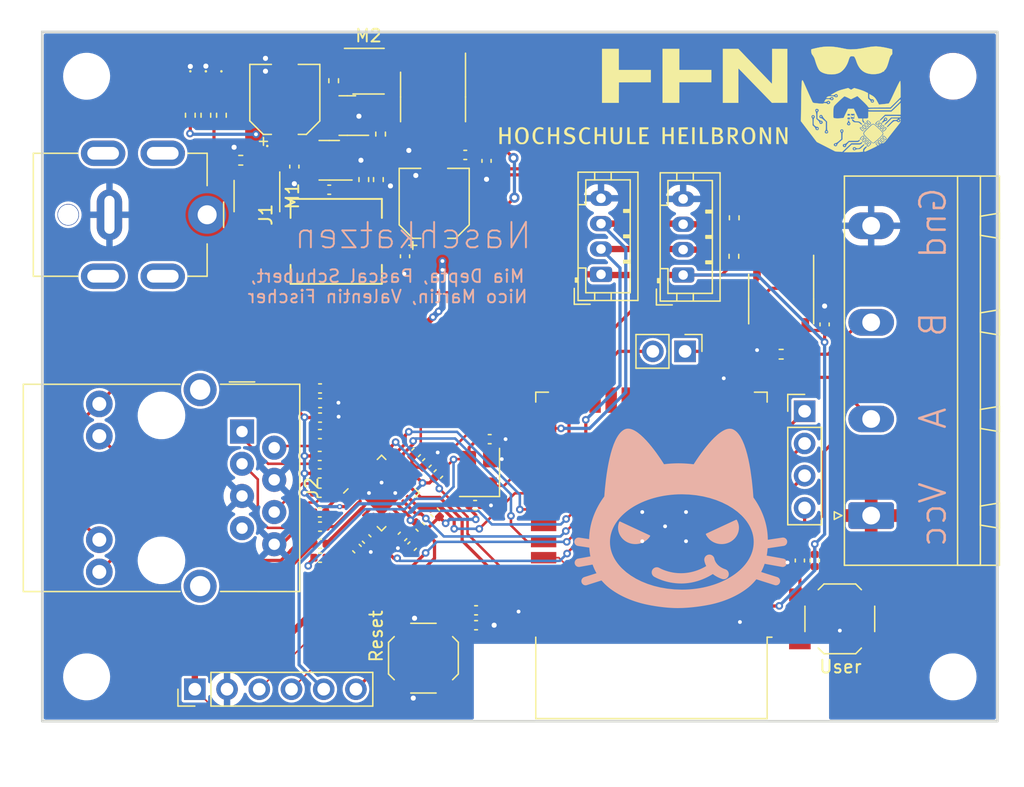
<source format=kicad_pcb>
(kicad_pcb (version 20211014) (generator pcbnew)
  (layers (0 "F.Cu" signal) (31 "B.Cu" signal) (34 "B.Paste" user) (35 "F.Paste" user) (36 "B.SilkS" user "B.Silkscreen") (37 "F.SilkS" user "F.Silkscreen") (38 "B.Mask" user) (39 "F.Mask" user) (44 "Edge.Cuts" user))
  (net 0 "")
  (net 1 "Net-(C4-Pad1)")
  (net 2 "Net-(C4-Pad2)")
  (net 3 "TXP")
  (net 4 "TXN")
  (net 5 "RXP")
  (net 6 "RXN")
  (net 7 "+3.3VA")
  (net 8 "ETHLEDYel")
  (net 15 "ETHLEDGreen")
  (net 18 "EN")
  (net 19 "UserButton")
  (net 20 "IO25_RXD0")
  (net 21 "IO26_RXD1")
  (net 22 "IO27_CRS_DV")
  (net 23 "IO13_RXER")
  (net 25 "A")
  (net 26 "IO18_MDIO")
  (net 27 "IO19_TXD0")
  (net 28 "IO21_TXEN")
  (net 29 "IO22_TXD1")
  (net 30 "IO23_MDC")
  (net 31 "B")
  (net 32 "IO0")
  (net 33 "OSCIN")
  (net 34 "nRST")
  (net 36 "PowerMES")
  (net 37 "IO33")
  (net 38 "IO32")
  (net 39 "IO35")
  (net 40 "IO34")
  (net 41 "Net-(J8-Pad1)")
  (net 42 "Net-(J8-Pad2)")
  (net 43 "IO16_OSC_EN")
  (net 44 "GND")
  (net 45 "+3V3")
  (net 46 "Net-(D1-Pad2)")
  (net 47 "Net-(D2-Pad2)")
  (net 48 "StateLED")
  (net 49 "Net-(D3-Pad2)")
  (net 50 "Net-(D4-Pad2)")
  (net 51 "Net-(J1-Pad1)")
  (net 52 "RX")
  (net 53 "TX")
  (net 54 "CLK50M")
  (net 56 "Net-(IC1-Pad3)")
  (net 58 "SDA")
  (net 59 "SCL")
  (net 60 "+VSW")
  (net 61 "Net-(M2-Pad4)")
  (net 62 "Net-(M2-Pad5)")
  (net 63 "VCC")
  (net 64 "PowerSW")
  (net 65 "Net-(Q1-Pad1)")
  (net 67 "WS28_Out")
  (net 68 "Net-(R19-Pad1)")
  (net 69 "Net-(R20-Pad1)")
  (net 70 "Net-(R25-Pad1)")
  (net 71 "Net-(R26-Pad1)")
  (footprint "Capacitor_SMD:C_0402_1005Metric" (layer "F.Cu") (at 152.675 108.35)
    (fp_text reference "C15" hide)
    (fp_text value "100n")
  )
  (footprint "Diode_SMD:D_0402_1005Metric" (layer "F.Cu") (at 147.425 86.925 180)
    (fp_text reference "D4" hide)
    (fp_text value "15V")
  )
  (footprint "MountingHole:MountingHole_3.2mm_M3" (layer "F.Cu") (at 134.275 81.425)
    (fp_text reference "H1" hide)
    (fp_text value "MountingHole")
  )
  (footprint "Resistor_SMD:R_0402_1005Metric" (layer "F.Cu") (at 185.325 92.590001 -90)
    (fp_text reference "R7" hide)
    (fp_text value "4k7")
  )
  (footprint "Capacitor_SMD:C_0402_1005Metric" (layer "F.Cu") (at 152.65 111.375)
    (fp_text reference "R21" hide)
    (fp_text value "49R9")
  )
  (footprint "Capacitor_SMD:C_0402_1005Metric" (layer "F.Cu") (at 161.1 111.925 45)
    (fp_text reference "C9" hide)
    (fp_text value "100n")
  )
  (footprint "Capacitor_SMD:C_0402_1005Metric" (layer "F.Cu") (at 191.675 119.62 -90)
    (fp_text reference "R13" hide)
    (fp_text value "4k7")
  )
  (footprint "Connector_JST:JST_PH_B4B-PH-K_1x04_P2.00mm_Vertical" (layer "F.Cu") (at 174.825 97.05 90)
    (fp_text reference "J4" hide)
    (fp_text value "Conn_01x04_Female")
  )
  (footprint "Capacitor_SMD:C_0402_1005Metric" (layer "F.Cu") (at 164.123 87.63)
    (fp_text reference "R26" hide)
    (fp_text value "100")
  )
  (footprint "Capacitor_SMD:C_0402_1005Metric" (layer "F.Cu") (at 164.900001 115.25)
    (fp_text reference "C16" hide)
    (fp_text value "100n")
  )
  (footprint "Capacitor_SMD:C_0402_1005Metric" (layer "F.Cu") (at 150.65 88.55 -90)
    (fp_text reference "C1" hide)
    (fp_text value "100n")
  )
  (footprint "Capacitor_SMD:C_0402_1005Metric" (layer "F.Cu") (at 152.68 107.2)
    (fp_text reference "C14" hide)
    (fp_text value "10u")
  )
  (footprint "Resistor_SMD:R_0402_1005Metric" (layer "F.Cu") (at 185.3 95.625 90)
    (fp_text reference "R8" hide)
    (fp_text value "4k7")
  )
  (footprint "Capacitor_SMD:C_0402_1005Metric" (layer "F.Cu") (at 164.975 123.55 180)
    (fp_text reference "R12" hide)
    (fp_text value "4k7")
  )
  (footprint "Capacitor_SMD:C_0402_1005Metric" (layer "F.Cu") (at 152.675 116.95 180)
    (fp_text reference "R20" hide)
    (fp_text value "1k")
  )
  (footprint "Capacitor_SMD:CP_Elec_5x5.4" (layer "F.Cu") (at 149.9 83.25 90)
    (fp_text reference "C2" hide)
    (fp_text value "47u")
  )
  (footprint "Resistor_SMD:R_0402_1005Metric" (layer "F.Cu") (at 156.125 89.575 -90)
    (fp_text reference "R10" hide)
    (fp_text value "31,25k")
  )
  (footprint "Connector_PinHeader_2.54mm:PinHeader_1x06_P2.54mm_Vertical" (layer "F.Cu") (at 142.805 129.775 90)
    (fp_text reference "J7" hide)
    (fp_text value "Conn_01x06_Female")
  )
  (footprint "Resistor_SMD:R_0402_1005Metric" (layer "F.Cu") (at 143.675 84.5 90)
    (fp_text reference "R2" hide)
    (fp_text value "1k")
  )
  (footprint "Capacitor_SMD:C_0402_1005Metric" (layer "F.Cu") (at 159.175 117.725 -135)
    (fp_text reference "C11" hide)
    (fp_text value "100n")
  )
  (footprint "Resistor_SMD:R_0402_1005Metric" (layer "F.Cu") (at 153.75 81.775 -90)
    (fp_text reference "R6" hide)
    (fp_text value "10k")
  )
  (footprint "Connector_PinHeader_2.54mm:PinHeader_1x02_P2.54mm_Vertical" (layer "F.Cu") (at 181.45 103.125 -90)
    (fp_text reference "J8" hide)
    (fp_text value "Conn_01x02_Female")
  )
  (footprint "Button_Switch_SMD:SW_SPST_TL3342" (layer "F.Cu") (at 193.65 124.225 180)
    (fp_text reference "SW2" hide)
    (fp_text value "User")
  )
  (footprint "Capacitor_SMD:C_0402_1005Metric" (layer "F.Cu") (at 156.35 117.925 -45)
    (fp_text reference "C13" hide)
    (fp_text value "100n")
  )
  (footprint "Capacitor_SMD:C_0402_1005Metric" (layer "F.Cu") (at 162 112.8 -135)
    (fp_text reference "R16" hide)
    (fp_text value "33")
  )
  (footprint "Resistor_SMD:R_0402_1005Metric" (layer "F.Cu") (at 157.275 89.575 90)
    (fp_text reference "R11" hide)
    (fp_text value "10k")
  )
  (footprint "MountingHole:MountingHole_3.2mm_M3" (layer "F.Cu") (at 202.575 128.8)
    (fp_text reference "H4" hide)
    (fp_text value "MountingHole")
  )
  (footprint "Connector_JST:JST_PH_B4B-PH-K_1x04_P2.00mm_Vertical" (layer "F.Cu") (at 181.3 97.1 90)
    (fp_text reference "J5" hide)
    (fp_text value "Conn_01x04_Female")
  )
  (footprint "Capacitor_SMD:C_0402_1005Metric" (layer "F.Cu") (at 159.931604 118.488675 -135)
    (fp_text reference "C10" hide)
    (fp_text value "10u")
  )
  (footprint "Capacitor_SMD:C_0402_1005Metric" (layer "F.Cu") (at 160.25 111.1 -135)
    (fp_text reference "R18" hide)
    (fp_text value "10k")
  )
  (footprint "Techbeard:BarrelJack_10A" (layer "F.Cu") (at 143.775 92.35 -90)
    (fp_text reference "J1")
    (fp_text value "Barrel_Jack_Switch")
  )
  (footprint "Oscillator:Oscillator_SMD_Abracon_ASE-4Pin_3.2x2.5mm" (layer "F.Cu") (at 165.25 112.675 90)
    (fp_text reference "X1" hide)
    (fp_text value "ASV-50MHz")
  )
  (footprint "Capacitor_SMD:C_0402_1005Metric" (layer "F.Cu") (at 190.5 119.62 90)
    (fp_text reference "C8" hide)
    (fp_text value "100n")
  )
  (footprint "Connector_Phoenix_GMSTB:PhoenixContact_GMSTBA_2,5_4-G-7,62_1x04_P7.62mm_Horizontal" (layer "F.Cu") (at 196.1205 116.078 90)
    (fp_text reference "J6" hide)
    (fp_text value "Conn_01x04_Female")
  )
  (footprint "Capacitor_SMD:C_0402_1005Metric" (layer "F.Cu") (at 160.575 116.975 135)
    (fp_text reference "R14" hide)
    (fp_text value "10k")
  )
  (footprint "Capacitor_SMD:C_0402_1005Metric" (layer "F.Cu") (at 152.675 119.4)
    (fp_text reference "R17" hide)
    (fp_text value "33")
  )
  (footprint "MountingHole:MountingHole_3.2mm_M3" (layer "F.Cu") (at 134.275 128.8)
    (fp_text reference "H3" hide)
    (fp_text value "MountingHole")
  )
  (footprint "Resistor_SMD:R_0402_1005Metric" (layer "F.Cu") (at 189.025 103.349999 180)
    (fp_text reference "R9" hide)
    (fp_text value "Nc")
  )
  (footprint "Resistor_SMD:R_0402_1005Metric" (layer "F.Cu") (at 146.425 88.05 180)
    (fp_text reference "R4" hide)
    (fp_text value "100k")
  )
  (footprint "Capacitor_SMD:C_0402_1005Metric" (layer "F.Cu") (at 164.975001 124.725)
    (fp_text reference "C7" hide)
    (fp_text value "100n")
  )
  (footprint "LED_SMD:LED_0402_1005Metric" (layer "F.Cu") (at 143.675 82.125 -90)
    (fp_text reference "D2" hide)
    (fp_text value "LED")
  )
  (footprint "Capacitor_SMD:C_0402_1005Metric" (layer "F.Cu") (at 152.65 112.75)
    (fp_text reference "R24" hide)
    (fp_text value "49R9")
  )
  (footprint "Capacitor_SMD:C_0402_1005Metric" (layer "F.Cu") (at 159.375 95.625 -90)
    (fp_text reference "C5" hide)
    (fp_text value "100n")
  )
  (footprint "Capacitor_SMD:C_0402_1005Metric" (layer "F.Cu") (at 152.65 114.275)
    (fp_text reference "R23" hide)
    (fp_text value "49R9")
  )
  (footprint "Package_TO_SOT_SMD:SOT-23-6" (layer "F.Cu") (at 153.4 88.05 180)
    (fp_text reference "IC1" hide)
    (fp_text value "RY8310")
  )
  (footprint "Capacitor_SMD:CP_Elec_5x5.4" (layer "F.Cu") (at 161.675 91.45 90)
    (fp_text reference "C6" hide)
    (fp_text value "22u")
  )
  (footprint "MountingHole:MountingHole_3.2mm_M3" (layer "F.Cu") (at 202.575 81.425)
    (fp_text reference "H2" hide)
    (fp_text value "MountingHole")
  )
  (footprint "Package_SON:VSON-8_3.3x3.3mm_P0.65mm_NexFET" (layer "F.Cu") (at 156.5 81.025)
    (fp_text reference "M2")
    (fp_text value "P-CHANNEL-MOSFET")
  )
  (footprint "Package_SO:SOIC-8_3.9x4.9mm_P1.27mm" (layer "F.Cu") (at 189.025 99 -90)
    (fp_text reference "U3" hide)
    (fp_text value "MAX3485")
  )
  (footprint "Capacitor_SMD:C_0402_1005Metric" (layer "F.Cu") (at 152.675 118.3 180)
    (fp_text reference "R19" hide)
    (fp_text value "1k")
  )
  (footprint "Capacitor_SMD:C_0402_1005Metric" (layer "F.Cu") (at 166.05 110.05)
    (fp_text reference "C18")
    (fp_text value "NC")
  )
  (footprint "Capacitor_SMD:C_0402_1005Metric" (layer "F.Cu") (at 161.75 115.825 135)
    (fp_text reference "R15" hide)
    (fp_text value "1.5k")
  )
  (footprint "RF_Module:ESP32-WROOM-32" (layer "F.Cu") (at 178.8 116.225 180)
    (fp_text reference "U1" hide)
    (fp_text value "ESP32-WROOM-32")
  )
  (footprint "Resistor_SMD:R_0402_1005Metric" (layer "F.Cu") (at 142.45 84.5 90)
    (fp_text reference "R1" hide)
    (fp_text value "1k")
  )
  (footprint "Resistor_SMD:R_0402_1005Metric" (layer "F.Cu") (at 157.45 85.985 90)
    (fp_text reference "R5" hide)
    (fp_text value "4k7")
  )
  (footprint "Capacitor_SMD:C_0402_1005Metric" (layer "F.Cu") (at 155.586325 118.681604 -45)
    (fp_text reference "C12" hide)
    (fp_text value "10u")
  )
  (footprint "Capacitor_SMD:C_0402_1005Metric" (layer "F.Cu") (at 192.45 101 90)
    (fp_text reference "C3" hide)
    (fp_text value "100n")
  )
  (footprint "LeoDJ-kicad:L_0630" (layer "F.Cu") (at 153.95 94.45)
    (fp_text reference "L1" hide)
    (fp_text value "4.7u")
  )
  (footprint "Capacitor_SMD:C_0402_1005Metric" (layer "F.Cu") (at 165.8 88.1 -90)
    (fp_text reference "C17" hide)
    (fp_text value "100n")
  )
  (footprint "Package_SON:VSON-8_3.3x3.3mm_P0.65mm_NexFET" (layer "F.Cu") (at 147.7 90.875 -90)
    (fp_text reference "M1")
    (fp_text value "P-CHANNEL-MOSFET")
  )
  (footprint "Connector_PinHeader_2.54mm:PinHeader_1x04_P2.54mm_Vertical" (layer "F.Cu") (at 190.875 107.85)
    (fp_text reference "J10" hide)
    (fp_text value "Conn_01x04_Female")
  )
  (footprint "LED_SMD:LED_0402_1005Metric" (layer "F.Cu") (at 144.9 82.125 -90)
    (fp_text reference "D3" hide)
    (fp_text value "LED")
  )
  (footprint "Package_SO:SOIC-8_3.9x4.9mm_P1.27mm" (layer "F.Cu") (at 161.583 83.058 -90)
    (fp_text reference "U4" hide)
    (fp_text value "ACS711xLCTR-12AB")
  )
  (footprint "Capacitor_SMD:C_0402_1005Metric" (layer "F.Cu") (at 152.675 106.05 180)
    (fp_text reference "L2" hide)
    (fp_text value "L_Ferrite")
  )
  (footprint "Capacitor_SMD:C_0402_1005Metric" (layer "F.Cu") (at 152.65 115.825 180)
    (fp_text reference "R25" hide)
    (fp_text value "12k1")
  )
  (footprint "Capacitor_SMD:C_0402_1005Metric" (layer "F.Cu") (at 152.665 109.65)
    (fp_text reference "R22" hide)
    (fp_text value "49R9")
  )
  (footprint "Capacitor_SMD:C_0402_1005Metric" (layer "F.Cu") (at 153.4 90.375 180)
    (fp_text reference "C4" hide)
    (fp_text value "100n")
  )
  (footprint "Resistor_SMD:R_0402_1005Metric" (layer "F.Cu") (at 144.9 84.5 90)
    (fp_text reference "R3" hide)
    (fp_text value "1k")
  )
  (footprint "Button_Switch_SMD:SW_SPST_TL3342" (layer "F.Cu") (at 160.825 127.325 90)
    (fp_text reference "SW1" hide)
    (fp_text value "Reset")
  )
  (footprint "Techbeard:HR911105A" (layer "F.Cu") (at 146.525 109.45 -90)
    (fp_text reference "J2")
    (fp_text value "HR911105A")
  )
  (footprint "LED_SMD:LED_0402_1005Metric" (layer "F.Cu") (at 142.45 82.125 -90)
    (fp_text reference "D1" hide)
    (fp_text value "LED" hide)
  )
  (footprint "Package_TO_SOT_SMD:SOT-23" (layer "F.Cu") (at 154.825 84.525 180)
    (fp_text reference "Q1" hide)
    (fp_text value "Q_NPN_BEC")
  )
  (footprint "Package_DFN_QFN:QFN-24-1EP_4x4mm_P0.5mm_EP2.6x2.6mm" (layer "F.Cu") (at 157.525 114.3 45)
    (fp_text reference "U2" hide)
    (fp_text value "LAN8720A")
  )
  (gr_poly (pts (xy 178.650096 117.681887) (xy 178.60436 117.747218) (xy 178.554582 117.809639) (xy 178.500936 117.868972) (xy 178.443596 117.925035) (xy 178.382738 117.977649) (xy 178.318534 118.026634) (xy 178.25116 118.071808) (xy 178.180791 118.112993) (xy 178.107599 118.150007) (xy 178.031761 118.18267) (xy 177.95345 118.210803) (xy 177.913421 118.223115) (xy 177.87284 118.234225) (xy 177.831728 118.244113) (xy 177.790107 118.252756) (xy 177.747998 118.260131) (xy 177.705424 118.266216) (xy 177.662406 118.270987) (xy 177.618966 118.274423) (xy 177.575126 118.276502) (xy 177.530908 118.277199) (xy 177.463352 118.275581) (xy 177.39667 118.270777) (xy 177.330946 118.262865) (xy 177.266262 118.251925) (xy 177.202703 118.238032) (xy 177.14035 118.221267) (xy 177.079288 118.201706) (xy 177.0196 118.179428) (xy 176.96137 118.15451) (xy 176.90468 118.127031) (xy 176.849614 118.097069) (xy 176.796255 118.064701) (xy 176.744687 118.030006) (xy 176.694992 117.993061) (xy 176.647255 117.953945) (xy 176.601559 117.912736) (xy 176.557986 117.869511) (xy 176.516621 117.824349) (xy 176.477546 117.777328) (xy 176.440845 117.728525) (xy 176.406602 117.678019) (xy 176.374898 117.625887) (xy 176.345819 117.572208) (xy 176.319447 117.51706) (xy 176.295865 117.46052) (xy 176.275158 117.402667) (xy 176.257407 117.343579) (xy 176.242697 117.283333) (xy 176.231111 117.222007) (xy 176.222732 117.159681) (xy 176.217644 117.096431) (xy 176.215929 117.032335) (xy 176.216314 117.003159) (xy 176.217461 116.974173) (xy 176.219356 116.945381) (xy 176.221985 116.916787) (xy 176.225336 116.888394) (xy 176.229393 116.860206) (xy 176.234144 116.832228) (xy 176.239576 116.804463) (xy 176.245674 116.776915) (xy 176.252425 116.749588) (xy 176.259816 116.722485) (xy 176.267833 116.695612) (xy 176.276462 116.668971) (xy 176.28569 116.642566) (xy 176.295503 116.616402) (xy 176.305887 116.590481)) (layer "B.SilkS") (width 0.1) (fill solid))
  (gr_poly (pts (xy 177.086053 109.279887) (xy 177.184589 109.303604) (xy 177.285472 109.339111) (xy 177.388407 109.385699) (xy 177.493101 109.44266) (xy 177.599257 109.509284) (xy 177.706582 109.584865) (xy 177.923558 109.760059) (xy 178.141669 109.962573) (xy 178.358557 110.186738) (xy 178.571864 110.426887) (xy 178.779232 110.677352) (xy 178.978301 110.932463) (xy 179.166714 111.186553) (xy 179.502138 111.668997) (xy 179.766636 112.079336) (xy 179.911235 112.062099) (xy 180.056252 112.04711) (xy 180.20161 112.034385) (xy 180.347232 112.023938) (xy 180.493039 112.015786) (xy 180.638955 112.009944) (xy 180.784902 112.006428) (xy 180.930803 112.005252) (xy 181.083706 112.006492) (xy 181.236748 112.010213) (xy 181.389821 112.016414) (xy 181.542817 112.025096) (xy 181.695627 112.036258) (xy 181.848142 112.0499) (xy 182.000254 112.066023) (xy 182.151855 112.084627) (xy 182.416544 111.676461) (xy 182.577116 111.441974) (xy 182.753306 111.194841) (xy 182.942712 110.940779) (xy 183.142933 110.685503) (xy 183.351569 110.434731) (xy 183.566218 110.194179) (xy 183.784479 109.969564) (xy 184.003951 109.766603) (xy 184.113391 109.675029) (xy 184.222233 109.591013) (xy 184.330178 109.515268) (xy 184.436924 109.448509) (xy 184.542173 109.391451) (xy 184.645624 109.344809) (xy 184.746976 109.309297) (xy 184.845931 109.28563) (xy 184.942186 109.274522) (xy 185.035443 109.276688) (xy 185.125402 109.292843) (xy 185.211761 109.3237) (xy 185.317175 109.38111) (xy 185.417933 109.454516) (xy 185.514139 109.543027) (xy 185.605897 109.645748) (xy 185.69331 109.761785) (xy 185.776482 109.890247) (xy 185.930518 110.180867) (xy 186.068834 110.510462) (xy 186.192259 110.871885) (xy 186.301623 111.257988) (xy 186.397755 111.661624) (xy 186.481485 112.075648) (xy 186.553643 112.492912) (xy 186.666556 113.308573) (xy 186.74313 114.051432) (xy 186.790001 114.664314) (xy 186.909089 114.833968) (xy 187.022198 115.006911) (xy 187.129206 115.182896) (xy 187.229994 115.361677) (xy 187.324441 115.543009) (xy 187.412427 115.726645) (xy 187.493832 115.912339) (xy 187.568537 116.099844) (xy 187.636419 116.288916) (xy 187.697361 116.479307) (xy 187.751241 116.670772) (xy 187.797939 116.863064) (xy 187.837335 117.055937) (xy 187.869309 117.249146) (xy 187.893741 117.442444) (xy 187.910511 117.635585) (xy 187.916526 117.737573) (xy 187.920929 117.839314) (xy 187.924092 117.941055) (xy 187.926386 118.043044) (xy 189.126272 117.863126) (xy 189.140864 117.861623) (xy 189.15536 117.860829) (xy 189.169739 117.86073) (xy 189.183981 117.861312) (xy 189.198068 117.862563) (xy 189.211978 117.864469) (xy 189.225694 117.867017) (xy 189.239195 117.870195) (xy 189.252461 117.873989) (xy 189.265473 117.878387) (xy 189.278211 117.883374) (xy 189.290657 117.888938) (xy 189.302789 117.895067) (xy 189.314588 117.901746) (xy 189.326036 117.908963) (xy 189.337111 117.916704) (xy 189.347795 117.924957) (xy 189.358068 117.933709) (xy 189.36791 117.942946) (xy 189.377302 117.952656) (xy 189.386225 117.962824) (xy 189.394657 117.973439) (xy 189.40258 117.984487) (xy 189.409975 117.995955) (xy 189.416821 118.00783) (xy 189.423099 118.020099) (xy 189.42879 118.032749) (xy 189.433873 118.045766) (xy 189.438329 118.059138) (xy 189.442139 118.072852) (xy 189.445282 118.086894) (xy 189.44774 118.101251) (xy 189.449471 118.115724) (xy 189.450458 118.130107) (xy 189.450716 118.144381) (xy 189.450259 118.158527) (xy 189.449104 118.172524) (xy 189.447266 118.186353) (xy 189.44476 118.199995) (xy 189.441601 118.21343) (xy 189.437804 118.226638) (xy 189.433385 118.2396) (xy 189.428359 118.252296) (xy 189.422742 118.264706) (xy 189.416547 118.276811) (xy 189.409792 118.288591) (xy 189.40249 118.300027) (xy 189.394658 118.311099) (xy 189.38631 118.321786) (xy 189.377462 118.332071) (xy 189.368129 118.341933) (xy 189.358327 118.351352) (xy 189.34807 118.360309) (xy 189.337374 118.368784) (xy 189.326254 118.376758) (xy 189.314725 118.38421) (xy 189.302803 118.391122) (xy 189.290503 118.397474) (xy 189.277839 118.403246) (xy 189.264829 118.408418) (xy 189.251486 118.412971) (xy 189.237826 118.416886) (xy 189.223864 118.420142) (xy 189.209615 118.42272) (xy 187.911834 118.615865) (xy 187.905757 118.699085) (xy 187.89844 118.782057) (xy 187.889882 118.864781) (xy 187.880084 118.947256) (xy 187.869046 119.029484) (xy 187.856768 119.111464) (xy 187.843249 119.193195) (xy 187.828491 119.274679) (xy 189.191095 119.520741) (xy 189.205328 119.523811) (xy 189.219245 119.527551) (xy 189.23283 119.53194) (xy 189.246071 119.536957) (xy 189.258952 119.542583) (xy 189.271459 119.548798) (xy 189.283578 119.55558) (xy 189.295295 119.562909) (xy 189.306595 119.570766) (xy 189.317465 119.579129) (xy 189.327889 119.587979) (xy 189.337853 119.597295) (xy 189.347344 119.607056) (xy 189.356346 119.617243) (xy 189.364847 119.627835) (xy 189.37283 119.638812) (xy 189.380283 119.650153) (xy 189.38719 119.661837) (xy 189.393538 119.673846) (xy 189.399312 119.686158) (xy 189.404497 119.698752) (xy 189.409081 119.71161) (xy 189.413047 119.724709) (xy 189.416383 119.738031) (xy 189.419073 119.751553) (xy 189.421103 119.765258) (xy 189.42246 119.779123) (xy 189.423128 119.793128) (xy 189.423094 119.807254) (xy 189.422343 119.821479) (xy 189.420861 119.835784) (xy 189.418634 119.850148) (xy 189.416005 119.8628) (xy 189.41284 119.875203) (xy 189.409154 119.887345) (xy 189.404961 119.899217) (xy 189.400276 119.910809) (xy 189.395113 119.922111) (xy 189.389487 119.933114) (xy 189.383412 119.943806) (xy 189.376904 119.954179) (xy 189.369975 119.964222) (xy 189.362642 119.973925) (xy 189.354918 119.983279) (xy 189.346818 119.992273) (xy 189.338357 120.000898) (xy 189.329549 120.009144) (xy 189.320409 120.017001) (xy 189.31095 120.024458) (xy 189.301189 120.031506) (xy 189.291139 120.038135) (xy 189.280814 120.044335) (xy 189.27023 120.050096) (xy 189.259401 120.055408) (xy 189.248341 120.060261) (xy 189.237065 120.064646) (xy 189.225587 120.068552) (xy 189.213923 120.07197) (xy 189.202086 120.074889) (xy 189.190091 120.077299) (xy 189.177953 120.079191) (xy 189.165686 120.080555) (xy 189.153304 120.081381) (xy 189.140823 120.081658) (xy 189.13481 120.081596) (xy 189.128689 120.08141) (xy 189.122475 120.0811) (xy 189.116184 120.080666) (xy 189.10983 120.080108) (xy 189.10343 120.079426) (xy 189.096999 120.07862) (xy 189.090553 120.07769) (xy 187.689584 119.825012) (xy 187.658584 119.918955) (xy 187.625133 120.012246) (xy 187.589265 120.104855) (xy 187.551009 120.196752) (xy 187.510396 120.287904) (xy 187.467458 120.378281) (xy 187.422226 120.467851) (xy 187.37473 120.556585) (xy 188.698968 120.977277) (xy 188.712663 120.981947) (xy 188.725959 120.987261) (xy 188.738845 120.993195) (xy 188.751309 120.999727) (xy 188.76334 121.006834) (xy 188.774926 121.014492) (xy 188.786057 121.022679) (xy 188.79672 121.031371) (xy 188.806904 121.040546) (xy 188.816599 121.050181) (xy 188.825792 121.060251) (xy 188.834472 121.070736) (xy 188.842628 121.081611) (xy 188.850249 121.092853) (xy 188.857322 121.10444) (xy 188.863837 121.116348) (xy 188.869783 121.128555) (xy 188.875147 121.141037) (xy 188.879919 121.153771) (xy 188.884087 121.166735) (xy 188.887639 121.179906) (xy 188.890565 121.193259) (xy 188.892853 121.206773) (xy 188.894492 121.220425) (xy 188.89547 121.23419) (xy 188.895775 121.248047) (xy 188.895397 121.261973) (xy 188.894324 121.275943) (xy 188.892544 121.289936) (xy 188.890047 121.303928) (xy 188.886821 121.317897) (xy 188.882854 121.331818) (xy 188.879046 121.342975) (xy 188.874824 121.353871) (xy 188.870199 121.364498) (xy 188.865183 121.374852) (xy 188.854027 121.394713) (xy 188.841451 121.413405) (xy 188.827549 121.43088) (xy 188.812417 121.44709) (xy 188.796149 121.461986) (xy 188.77884 121.47552) (xy 188.760586 121.487643) (xy 188.741481 121.498306) (xy 188.72162 121.507462) (xy 188.701098 121.515062) (xy 188.680011 121.521058) (xy 188.658452 121.5254) (xy 188.636518 121.528041) (xy 188.614302 121.528932) (xy 188.603391 121.528744) (xy 188.592495 121.528168) (xy 188.58163 121.527188) (xy 188.570811 121.525791) (xy 188.560055 121.523959) (xy 188.554705 121.522875) (xy 188.549376 121.521677) (xy 188.54407 121.520363) (xy 188.53879 121.518931) (xy 188.533536 121.517378) (xy 188.528312 121.515704) (xy 187.051939 121.046068) (xy 186.968941 121.149925) (xy 186.881571 121.252091) (xy 186.789675 121.352491) (xy 186.741981 121.402004) (xy 186.693097 121.451045) (xy 186.643004 121.499607) (xy 186.591682 121.547678) (xy 186.539112 121.595249) (xy 186.485275 121.64231) (xy 186.430151 121.688852) (xy 186.373721 121.734865) (xy 186.315965 121.78034) (xy 186.256865 121.825266) (xy 186.104543 121.934888) (xy 185.947876 122.040025) (xy 185.787109 122.140685) (xy 185.622485 122.236878) (xy 185.454249 122.328615) (xy 185.282645 122.415903) (xy 185.107917 122.498754) (xy 184.93031 122.577178) (xy 184.750067 122.651182) (xy 184.567433 122.720779) (xy 184.382652 122.785976) (xy 184.195967 122.846784) (xy 184.007624 122.903212) (xy 183.817867 122.955271) (xy 183.626938 123.002969) (xy 183.435084 123.046317) (xy 183.020143 123.124885) (xy 182.734429 123.170844) (xy 182.4085 123.216477) (xy 182.051318 123.258203) (xy 181.671843 123.292441) (xy 181.279035 123.31561) (xy 180.881855 123.324129) (xy 180.684393 123.321924) (xy 180.488938 123.31561) (xy 180.296321 123.305633) (xy 180.10737 123.292441) (xy 179.922915 123.276482) (xy 179.743785 123.258203) (xy 179.404818 123.216477) (xy 179.097106 123.170844) (xy 178.827283 123.124885) (xy 178.601984 123.082183) (xy 178.427845 123.046317) (xy 178.235772 123.002969) (xy 178.044682 122.955271) (xy 177.854813 122.903212) (xy 177.666403 122.846784) (xy 177.47969 122.785976) (xy 177.294914 122.720778) (xy 177.112312 122.651182) (xy 176.932122 122.577177) (xy 176.754584 122.498754) (xy 176.579934 122.415903) (xy 176.408413 122.328614) (xy 176.240257 122.236878) (xy 176.075706 122.140684) (xy 175.914998 122.040024) (xy 175.758371 121.934888) (xy 175.606064 121.825265) (xy 175.553274 121.785346) (xy 175.501553 121.744973) (xy 175.450887 121.704153) (xy 175.40126 121.662898) (xy 175.352655 121.621216) (xy 175.305059 121.579117) (xy 175.258454 121.536612) (xy 175.212827 121.493709) (xy 175.124439 121.40675) (xy 175.039773 121.318319) (xy 174.958703 121.228492) (xy 174.881105 121.137348) (xy 173.693127 121.514379) (xy 173.68767 121.516054) (xy 173.682215 121.517606) (xy 173.671319 121.520353) (xy 173.660454 121.522634) (xy 173.649636 121.524466) (xy 173.638879 121.525864) (xy 173.6282 121.526844) (xy 173.617614 121.52742) (xy 173.607137 121.527609) (xy 173.596 121.527385) (xy 173.584921 121.526717) (xy 173.573913 121.525613) (xy 173.562987 121.524077) (xy 173.552155 121.522115) (xy 173.541429 121.519734) (xy 173.53082 121.51694) (xy 173.520341 121.513739) (xy 173.510004 121.510136) (xy 173.499819 121.506139) (xy 173.4898 121.501752) (xy 173.479959 121.496983) (xy 173.470306 121.491836) (xy 173.460853 121.486319) (xy 173.451614 121.480437) (xy 173.442599 121.474196) (xy 173.433821 121.467602) (xy 173.42529 121.460662) (xy 173.41702 121.453381) (xy 173.409022 121.445766) (xy 173.401308 121.437822) (xy 173.39389 121.429556) (xy 173.386779 121.420974) (xy 173.379988 121.412081) (xy 173.373528 121.402884) (xy 173.367412 121.393388) (xy 173.36165 121.383601) (xy 173.356256 121.373527) (xy 173.35124 121.363174) (xy 173.346615 121.352546) (xy 173.342393 121.341651) (xy 173.338585 121.330494) (xy 173.334502 121.316456) (xy 173.331174 121.302386) (xy 173.328589 121.288306) (xy 173.326735 121.274239) (xy 173.325601 121.260207) (xy 173.325173 121.246232) (xy 173.32544 121.232336) (xy 173.326389 121.218542) (xy 173.328009 121.204873) (xy 173.330287 121.191349) (xy 173.333212 121.177994) (xy 173.336771 121.16483) (xy 173.340952 121.151879) (xy 173.345743 121.139164) (xy 173.351131 121.126706) (xy 173.357106 121.114528) (xy 173.363654 121.102653) (xy 173.370763 121.091102) (xy 173.378422 121.079898) (xy 173.386618 121.069063) (xy 173.395339 121.05862) (xy 173.404574 121.04859) (xy 173.414309 121.038997) (xy 173.424533 121.029861) (xy 173.435234 121.021206) (xy 173.446399 121.013055) (xy 173.458017 121.005428) (xy 173.470075 120.998349) (xy 173.482562 120.991839) (xy 173.495465 120.985922) (xy 173.508771 120.980618) (xy 173.52247 120.975952) (xy 174.542439 120.651838) (xy 174.48923 120.559074) (xy 174.438735 120.465348) (xy 174.390937 120.370692) (xy 174.34582 120.275138) (xy 174.303371 120.178714) (xy 174.263572 120.081454) (xy 174.226409 119.983388) (xy 174.191866 119.884546) (xy 173.129564 120.076369) (xy 173.123117 120.077299) (xy 173.116686 120.078105) (xy 173.110286 120.078787) (xy 173.103933 120.079345) (xy 173.097641 120.079779) (xy 173.091427 120.080089) (xy 173.085306 120.080275) (xy 173.079293 120.080337) (xy 173.066812 120.08006) (xy 173.05443 120.079234) (xy 173.042163 120.07787) (xy 173.030025 120.075978) (xy 173.01803 120.073568) (xy 173.006193 120.070649) (xy 172.994529 120.067231) (xy 172.983051 120.063325) (xy 172.971775 120.058941) (xy 172.960715 120.054087) (xy 172.949886 120.048775) (xy 172.939302 120.043014) (xy 172.928977 120.036814) (xy 172.918927 120.030185) (xy 172.909166 120.023137) (xy 172.899707 120.01568) (xy 172.890567 120.007823) (xy 172.881759 119.999578) (xy 172.873298 119.990953) (xy 172.865198 119.981958) (xy 172.857474 119.972604) (xy 172.850141 119.962901) (xy 172.843212 119.952858) (xy 172.836703 119.942485) (xy 172.830629 119.931793) (xy 172.825003 119.920791) (xy 172.81984 119.909488) (xy 172.815154 119.897896) (xy 172.810961 119.886024) (xy 172.807275 119.873882) (xy 172.80411 119.86148) (xy 172.801481 119.848827) (xy 172.799254 119.834463) (xy 172.797772 119.820158) (xy 172.797021 119.805934) (xy 172.796987 119.79181) (xy 172.797656 119.777806) (xy 172.799013 119.763945) (xy 172.801044 119.750246) (xy 172.803734 119.73673) (xy 172.807069 119.723417) (xy 172.811036 119.710329) (xy 172.815619 119.697485) (xy 172.820805 119.684906) (xy 172.826579 119.672613) (xy 172.832927 119.660627) (xy 172.839834 119.648968) (xy 172.847287 119.637656) (xy 172.85527 119.626712) (xy 172.863771 119.616157) (xy 172.872773 119.606012) (xy 172.882264 119.596297) (xy 172.892228 119.587032) (xy 172.902653 119.578238) (xy 172.913522 119.569936) (xy 172.924822 119.562146) (xy 172.936539 119.55489) (xy 172.948658 119.548186) (xy 172.961165 119.542057) (xy 172.974046 119.536523) (xy 172.987287 119.531603) (xy 173.000873 119.52732) (xy 173.014789 119.523693) (xy 173.029022 119.520743) (xy 174.045022 119.338181) (xy 174.026217 119.242688) (xy 174.009428 119.146731) (xy 173.99456 119.050339) (xy 173.981522 118.953543) (xy 173.970221 118.856376) (xy 173.960562 118.758868) (xy 173.952454 118.661049) (xy 173.945804 118.562952) (xy 173.011824 118.424045) (xy 172.99746 118.421467) (xy 172.983396 118.418211) (xy 172.969648 118.414297) (xy 172.956231 118.409744) (xy 172.943159 118.404572) (xy 172.930446 118.3988) (xy 172.918107 118.392448) (xy 172.906156 118.385536) (xy 172.894609 118.378083) (xy 172.88348 118.37011) (xy 172.872782 118.361634) (xy 172.862531 118.352677) (xy 172.852742 118.343258) (xy 172.843428 118.333397) (xy 172.834604 118.323112) (xy 172.826285 118.312424) (xy 172.818486 118.301352) (xy 172.81122 118.289917) (xy 172.804503 118.278136) (xy 172.798349 118.266031) (xy 172.792772 118.253621) (xy 172.787788 118.240925) (xy 172.78341 118.227963) (xy 172.779653 118.214755) (xy 172.776531 118.20132) (xy 172.77406 118.187678) (xy 172.772253 118.173849) (xy 172.771126 118.159852) (xy 172.771114 118.159459) (xy 175.480387 118.159459) (xy 175.487823 118.355453) (xy 175.509891 118.548883) (xy 175.546233 118.739507) (xy 175.596488 118.927086) (xy 175.6603 119.111381) (xy 175.737307 119.292151) (xy 175.827152 119.469157) (xy 175.929476 119.642159) (xy 176.043919 119.810917) (xy 176.170122 119.975191) (xy 176.307727 120.134742) (xy 176.456374 120.289329) (xy 176.78536 120.582654) (xy 177.154207 120.853248) (xy 177.560045 121.099192) (xy 178 121.318569) (xy 178.471202 121.509458) (xy 178.970778 121.669943) (xy 179.495857 121.798103) (xy 180.043565 121.892022) (xy 180.611033 121.94978) (xy 181.195386 121.969459) (xy 181.489495 121.9645) (xy 181.77974 121.94978) (xy 182.065764 121.925541) (xy 182.347208 121.892022) (xy 182.623712 121.849463) (xy 182.894917 121.798103) (xy 183.160464 121.738183) (xy 183.419995 121.669943) (xy 183.67315 121.593621) (xy 183.919571 121.509458) (xy 184.158898 121.417694) (xy 184.390773 121.318569) (xy 184.614836 121.212322) (xy 184.830728 121.099193) (xy 185.038092 120.979422) (xy 185.236566 120.853249) (xy 185.425793 120.720913) (xy 185.605414 120.582655) (xy 185.775069 120.438714) (xy 185.934399 120.28933) (xy 186.083046 120.134742) (xy 186.220651 119.975192) (xy 186.346854 119.810918) (xy 186.461297 119.64216) (xy 186.56362 119.469158) (xy 186.653465 119.292152) (xy 186.730473 119.111382) (xy 186.794284 118.927087) (xy 186.84454 118.739508) (xy 186.880882 118.548884) (xy 186.90295 118.355454) (xy 186.910386 118.15946) (xy 186.902946 117.963349) (xy 186.880867 117.769818) (xy 186.844509 117.579106) (xy 186.79423 117.391452) (xy 186.730391 117.207096) (xy 186.653352 117.026276) (xy 186.563472 116.849232) (xy 186.461111 116.676202) (xy 186.346628 116.507425) (xy 186.220384 116.343142) (xy 186.082738 116.18359) (xy 185.93405 116.029009) (xy 185.604986 115.735715) (xy 185.23607 115.465175) (xy 184.830179 115.219299) (xy 184.390191 115.000002) (xy 183.918985 114.809194) (xy 183.419437 114.64879) (xy 182.894425 114.520702) (xy 182.346828 114.426842) (xy 181.779522 114.369124) (xy 181.195386 114.349459) (xy 180.901278 114.354415) (xy 180.611033 114.369123) (xy 180.325009 114.393345) (xy 180.043565 114.426842) (xy 179.767062 114.469373) (xy 179.495857 114.520701) (xy 179.230309 114.580586) (xy 178.970778 114.648789) (xy 178.717623 114.725071) (xy 178.471202 114.809193) (xy 178.231875 114.900916) (xy 178 115) (xy 177.775937 115.106207) (xy 177.560045 115.219298) (xy 177.352682 115.339033) (xy 177.154207 115.465173) (xy 176.96498 115.59748) (xy 176.78536 115.735714) (xy 176.615704 115.879636) (xy 176.456374 116.029007) (xy 176.307727 116.183588) (xy 176.170122 116.34314) (xy 176.043919 116.507424) (xy 175.929476 116.6762) (xy 175.827152 116.84923) (xy 175.737307 117.026275) (xy 175.6603 117.207095) (xy 175.596488 117.391451) (xy 175.546233 117.579105) (xy 175.509891 117.769817) (xy 175.487823 117.963348) (xy 175.480387 118.159459) (xy 172.771114 118.159459) (xy 172.770692 118.145706) (xy 172.770967 118.131432) (xy 172.771965 118.117049) (xy 172.773699 118.102576) (xy 172.776161 118.088219) (xy 172.779315 118.074177) (xy 172.783141 118.060463) (xy 172.787619 118.047091) (xy 172.792727 118.034074) (xy 172.798445 118.021424) (xy 172.804753 118.009155) (xy 172.81163 117.99728) (xy 172.819055 117.985812) (xy 172.827009 117.974764) (xy 172.835469 117.964149) (xy 172.844416 117.95398) (xy 172.853829 117.944271) (xy 172.863688 117.935034) (xy 172.873971 117.926282) (xy 172.884659 117.918029) (xy 172.895731 117.910288) (xy 172.907165 117.903071) (xy 172.918942 117.896392) (xy 172.931041 117.890263) (xy 172.943442 117.884699) (xy 172.956123 117.879712) (xy 172.969064 117.875314) (xy 172.982245 117.87152) (xy 172.995645 117.868342) (xy 173.009243 117.865794) (xy 173.023019 117.863888) (xy 173.036952 117.862637) (xy 173.051022 117.862055) (xy 173.065208 117.862155) (xy 173.079489 117.862949) (xy 173.093845 117.864451) (xy 173.93522 117.990127) (xy 173.937701 117.901616) (xy 173.941173 117.812857) (xy 173.945638 117.724097) (xy 173.951095 117.635585) (xy 173.968591 117.436743) (xy 173.994201 117.237765) (xy 174.027791 117.038919) (xy 174.069228 116.840471) (xy 174.118377 116.642691) (xy 174.175105 116.445844) (xy 174.239278 116.250199) (xy 174.310763 116.056023) (xy 174.389426 115.863584) (xy 174.475133 115.673148) (xy 174.56775 115.484983) (xy 174.667145 115.299357) (xy 174.773182 115.116536) (xy 174.885728 114.93679) (xy 175.00465 114.760384) (xy 175.129814 114.587586) (xy 175.181322 113.966973) (xy 175.262581 113.226057) (xy 175.3163 112.827577) (xy 175.379775 112.419532) (xy 175.453781 112.008759) (xy 175.539091 111.602094) (xy 175.636478 111.206374) (xy 175.746714 110.828436) (xy 175.870574 110.475116) (xy 176.00883 110.153252) (xy 176.083598 110.006252) (xy 176.162256 109.86968) (xy 176.244899 109.74439) (xy 176.331624 109.631237) (xy 176.422529 109.531076) (xy 176.517709 109.44476) (xy 176.617261 109.373146) (xy 176.721283 109.317086) (xy 176.80748 109.286559) (xy 176.897204 109.270656) (xy 176.99016 109.268668)) (layer "B.SilkS") (width 0.1) (fill solid))
  (gr_poly (pts (xy 183.390923 119.205407) (xy 183.408242 119.207108) (xy 183.425346 119.209635) (xy 183.442212 119.212968) (xy 183.458816 119.217091) (xy 183.475132 119.221985) (xy 183.491138 119.227632) (xy 183.506808 119.234015) (xy 183.522119 119.241115) (xy 183.537046 119.248915) (xy 183.551566 119.257397) (xy 183.565653 119.266542) (xy 183.579284 119.276333) (xy 183.592434 119.286752) (xy 183.605079 119.297781) (xy 183.617196 119.309401) (xy 183.628759 119.321596) (xy 183.639744 119.334347) (xy 183.650128 119.347637) (xy 183.659886 119.361446) (xy 183.668994 119.375759) (xy 183.677427 119.390555) (xy 183.685162 119.405818) (xy 183.692174 119.42153) (xy 183.698439 119.437672) (xy 183.703933 119.454227) (xy 183.708631 119.471177) (xy 183.71251 119.488504) (xy 183.715544 119.50619) (xy 183.723422 119.541609) (xy 183.73304 119.574779) (xy 183.747563 119.616653) (xy 183.76783 119.666031) (xy 183.794679 119.721712) (xy 183.828951 119.782492) (xy 183.849132 119.81442) (xy 183.871483 119.847172) (xy 183.89611 119.880598) (xy 183.923116 119.914549) (xy 183.952607 119.948873) (xy 183.984688 119.983422) (xy 184.019464 120.018044) (xy 184.057039 120.052589) (xy 184.097518 120.086908) (xy 184.141007 120.12085) (xy 184.18761 120.154265) (xy 184.237431 120.187002) (xy 184.290577 120.218912) (xy 184.347152 120.249845) (xy 184.40726 120.279649) (xy 184.471007 120.308176) (xy 184.538497 120.335274) (xy 184.609836 120.360794) (xy 184.626825 120.367021) (xy 184.643303 120.374027) (xy 184.659258 120.381783) (xy 184.674674 120.390262) (xy 184.689538 120.399436) (xy 184.703835 120.409276) (xy 184.717553 120.419756) (xy 184.730675 120.430846) (xy 184.74319 120.44252) (xy 184.755081 120.454749) (xy 184.766336 120.467506) (xy 184.776941 120.480763) (xy 184.786881 120.494491) (xy 184.796142 120.508664) (xy 184.80471 120.523253) (xy 184.812572 120.53823) (xy 184.819712 120.553567) (xy 184.826118 120.569237) (xy 184.831775 120.585212) (xy 184.836668 120.601463) (xy 184.840785 120.617964) (xy 184.84411 120.634686) (xy 184.846631 120.651601) (xy 184.848332 120.668682) (xy 184.8492 120.6859) (xy 184.84922 120.703228) (xy 184.848379 120.720637) (xy 184.846663 120.738101) (xy 184.844057 120.755591) (xy 184.840548 120.773079) (xy 184.836121 120.790538) (xy 184.830762 120.807939) (xy 184.8258 120.82155) (xy 184.820347 120.834842) (xy 184.814417 120.84781) (xy 184.808025 120.860445) (xy 184.801182 120.87274) (xy 184.793904 120.884688) (xy 184.786203 120.89628) (xy 184.778094 120.90751) (xy 184.769589 120.918369) (xy 184.760702 120.928851) (xy 184.751447 120.938948) (xy 184.741837 120.948652) (xy 184.731887 120.957956) (xy 184.721609 120.966852) (xy 184.711017 120.975333) (xy 184.700124 120.983391) (xy 184.688945 120.99102) (xy 184.677492 120.99821) (xy 184.66578 121.004955) (xy 184.653822 121.011248) (xy 184.641631 121.01708) (xy 184.629221 121.022444) (xy 184.616606 121.027334) (xy 184.603799 121.03174) (xy 184.590814 121.035656) (xy 184.577664 121.039074) (xy 184.564363 121.041988) (xy 184.550924 121.044388) (xy 184.537361 121.046268) (xy 184.523688 121.04762) (xy 184.509918 121.048437) (xy 184.496065 121.048711) (xy 184.482117 121.048457) (xy 184.468077 121.047677) (xy 184.453974 121.046338) (xy 184.43984 121.044411) (xy 184.432772 121.043217) (xy 184.425707 121.041863) (xy 184.41865 121.040347) (xy 184.411605 121.038664) (xy 184.404575 121.036811) (xy 184.397564 121.034783) (xy 184.390577 121.032577) (xy 184.383617 121.030189) (xy 184.325678 121.009933) (xy 184.269417 120.988874) (xy 184.214807 120.967047) (xy 184.161821 120.944489) (xy 184.110432 120.921232) (xy 184.060613 120.897313) (xy 184.012336 120.872766) (xy 183.965575 120.847626) (xy 183.920302 120.821928) (xy 183.87649 120.795707) (xy 183.834112 120.768997) (xy 183.793141 120.741834) (xy 183.715311 120.686288) (xy 183.642784 120.629346) (xy 183.473608 120.731791) (xy 183.305502 120.825507) (xy 183.138605 120.910785) (xy 182.973057 120.987918) (xy 182.808997 121.057199) (xy 182.646565 121.11892) (xy 182.485901 121.173375) (xy 182.327143 121.220855) (xy 182.170431 121.261653) (xy 182.015906 121.296062) (xy 181.863706 121.324375) (xy 181.713971 121.346883) (xy 181.56684 121.363881) (xy 181.422454 121.375659) (xy 181.280951 121.382512) (xy 181.142471 121.384731) (xy 180.920649 121.379196) (xy 180.708027 121.36352) (xy 180.505219 121.339097) (xy 180.312837 121.30732) (xy 180.131493 121.269581) (xy 179.961799 121.227275) (xy 179.804368 121.181795) (xy 179.659812 121.134534) (xy 179.411776 121.040243) (xy 179.222588 120.955548) (xy 179.040357 120.859533) (xy 179.02506 120.849775) (xy 179.010431 120.839372) (xy 178.996476 120.828355) (xy 178.983203 120.816753) (xy 178.970619 120.804595) (xy 178.958734 120.791912) (xy 178.947554 120.778733) (xy 178.937087 120.765089) (xy 178.92734 120.751009) (xy 178.918323 120.736522) (xy 178.910042 120.721659) (xy 178.902505 120.706449) (xy 178.89572 120.690922) (xy 178.889694 120.675109) (xy 178.884436 120.659038) (xy 178.879953 120.64274) (xy 178.876253 120.626244) (xy 178.873344 120.60958) (xy 178.871233 120.592778) (xy 178.869928 120.575868) (xy 178.869437 120.558879) (xy 178.869768 120.541842) (xy 178.870928 120.524785) (xy 178.872925 120.50774) (xy 178.875767 120.490735) (xy 178.879462 120.473801) (xy 178.884017 120.456967) (xy 178.889441 120.440264) (xy 178.89574 120.42372) (xy 178.902923 120.407365) (xy 178.910997 120.391231) (xy 178.919971 120.375345) (xy 178.929729 120.360049) (xy 178.940131 120.345419) (xy 178.951148 120.331463) (xy 178.962749 120.318188) (xy 178.974904 120.305602) (xy 178.987583 120.293713) (xy 179.000757 120.282528) (xy 179.014394 120.272054) (xy 179.028466 120.262299) (xy 179.042942 120.253271) (xy 179.057791 120.244976) (xy 179.072985 120.237423) (xy 179.088493 120.230619) (xy 179.104284 120.224572) (xy 179.120329 120.219288) (xy 179.136599 120.214776) (xy 179.153062 120.211043) (xy 179.169688 120.208097) (xy 179.186449 120.205944) (xy 179.203313 120.204593) (xy 179.220251 120.204052) (xy 179.237232 120.204326) (xy 179.254227 120.205425) (xy 179.271205 120.207356) (xy 179.288137 120.210125) (xy 179.304993 120.213741) (xy 179.321742 120.218211) (xy 179.338354 120.223543) (xy 179.354799 120.229744) (xy 179.371048 120.236822) (xy 179.387071 120.244784) (xy 179.402836 120.253637) (xy 179.505018 120.307936) (xy 179.608896 120.356669) (xy 179.745285 120.413689) (xy 179.912176 120.474423) (xy 180.10756 120.534294) (xy 180.329427 120.588728) (xy 180.449663 120.612476) (xy 180.575767 120.633149) (xy 180.707486 120.650175) (xy 180.84457 120.662981) (xy 180.986768 120.670997) (xy 181.133828 120.67365) (xy 181.2855 120.670369) (xy 181.441531 120.66058) (xy 181.601671 120.643713) (xy 181.765668 120.619196) (xy 181.933272 120.586456) (xy 182.104231 120.544922) (xy 182.278295 120.494022) (xy 182.45521 120.433184) (xy 182.634728 120.361836) (xy 182.816596 120.279406) (xy 183.000563 120.185321) (xy 183.186378 120.079012) (xy 183.161599 120.032024) (xy 183.139272 119.986439) (xy 183.119274 119.94245) (xy 183.101483 119.900253) (xy 183.085778 119.86004) (xy 183.072036 119.822004) (xy 183.049952 119.753244) (xy 183.034255 119.695521) (xy 183.023969 119.650387) (xy 183.015721 119.604086) (xy 183.01383 119.586029) (xy 183.012859 119.56809) (xy 183.01279 119.550293) (xy 183.013602 119.532664) (xy 183.015279 119.515226) (xy 183.017802 119.498005) (xy 183.021153 119.481025) (xy 183.025312 119.464311) (xy 183.030263 119.447888) (xy 183.035985 119.43178) (xy 183.042461 119.416012) (xy 183.049673 119.400609) (xy 183.057601 119.385596) (xy 183.066229 119.370997) (xy 183.075536 119.356837) (xy 183.085505 119.34314) (xy 183.096118 119.329932) (xy 183.107356 119.317236) (xy 183.1192 119.305079) (xy 183.131632 119.293484) (xy 183.144634 119.282476) (xy 183.158187 119.27208) (xy 183.172273 119.262321) (xy 183.186874 119.253223) (xy 183.201971 119.244811) (xy 183.217545 119.237109) (xy 183.233579 119.230144) (xy 183.250054 119.223938) (xy 183.266951 119.218517) (xy 183.284252 119.213906) (xy 183.301939 119.210128) (xy 183.319993 119.20721) (xy 183.337925 119.205432) (xy 183.355741 119.204551) (xy 183.373415 119.204548)) (layer "B.SilkS") (width 0.1) (fill solid))
  (gr_poly (pts (xy 185.50749 116.484331) (xy 185.524502 116.517602) (xy 185.540577 116.551377) (xy 185.555678 116.585644) (xy 185.569772 116.620392) (xy 185.582824 116.655609) (xy 185.594798 116.691283) (xy 185.60566 116.727403) (xy 185.615374 116.763957) (xy 185.623907 116.800933) (xy 185.631222 116.838321) (xy 185.637286 116.876107) (xy 185.642062 116.914281) (xy 185.645518 116.952831) (xy 185.647616 116.991745) (xy 185.648324 117.031012) (xy 185.646489 117.095228) (xy 185.641287 117.158591) (xy 185.632802 117.221023) (xy 185.621116 117.282446) (xy 185.606312 117.342784) (xy 185.588473 117.401958) (xy 185.567682 117.459889) (xy 185.54402 117.516502) (xy 185.517573 117.571717) (xy 185.488421 117.625457) (xy 185.456649 117.677645) (xy 185.422338 117.728202) (xy 185.385572 117.777051) (xy 185.346434 117.824114) (xy 185.305006 117.869313) (xy 185.261371 117.912571) (xy 185.215613 117.953809) (xy 185.167813 117.99295) (xy 185.118055 118.029917) (xy 185.066422 118.064631) (xy 185.012996 118.097015) (xy 184.957861 118.126991) (xy 184.901098 118.154481) (xy 184.842792 118.179407) (xy 184.783024 118.201692) (xy 184.721879 118.221258) (xy 184.659437 118.238027) (xy 184.595783 118.251922) (xy 184.531 118.262864) (xy 184.465169 118.270776) (xy 184.398374 118.275581) (xy 184.330699 118.277199) (xy 184.231925 118.273722) (xy 184.135199 118.263456) (xy 184.040772 118.246652) (xy 183.948893 118.223559) (xy 183.859812 118.194428) (xy 183.773779 118.159509) (xy 183.691045 118.119051) (xy 183.611859 118.073305) (xy 183.536471 118.022521) (xy 183.465132 117.966947) (xy 183.39809 117.906836) (xy 183.335597 117.842436) (xy 183.277902 117.773997) (xy 183.225255 117.70177) (xy 183.177906 117.626004) (xy 183.136105 117.54695) (xy 185.489574 116.451575)) (layer "B.SilkS") (width 0.1) (fill solid))
  (gr_poly (pts (xy 196.569115 86.67719) (xy 196.57271 86.677628) (xy 196.576445 86.678469) (xy 196.580333 86.679719) (xy 196.584386 86.681381) (xy 196.588618 86.683463) (xy 196.593039 86.685968) (xy 196.597663 86.688902) (xy 196.607568 86.696077) (xy 196.618433 86.70503) (xy 196.630356 86.715803) (xy 196.643436 86.728435) (xy 196.657773 86.742969) (xy 196.673466 86.759446) (xy 196.685941 86.772558) (xy 196.696931 86.784438) (xy 196.701882 86.789945) (xy 196.706475 86.795177) (xy 196.710716 86.800148) (xy 196.714609 86.804866) (xy 196.718159 86.809346) (xy 196.72137 86.813596) (xy 196.724248 86.81763) (xy 196.726796 86.821458) (xy 196.72902 86.825092) (xy 196.730924 86.828543) (xy 196.732513 86.831822) (xy 196.733791 86.834941) (xy 196.734763 86.837911) (xy 196.735434 86.840744) (xy 196.735809 86.84345) (xy 196.735891 86.846042) (xy 196.735686 86.848531) (xy 196.735199 86.850927) (xy 196.734433 86.853243) (xy 196.733394 86.85549) (xy 196.732087 86.857679) (xy 196.730515 86.859821) (xy 196.728684 86.861928) (xy 196.726598 86.864012) (xy 196.724262 86.866083) (xy 196.72168 86.868153) (xy 196.718858 86.870233) (xy 196.715799 86.872335) (xy 196.710716 86.874733) (xy 196.705026 86.876139) (xy 196.698787 86.876604) (xy 196.692053 86.876177) (xy 196.684881 86.874909) (xy 196.677327 86.87285) (xy 196.669447 86.870049) (xy 196.661295 86.866558) (xy 196.652929 86.862426) (xy 196.644403 86.857704) (xy 196.627098 86.846687) (xy 196.609826 86.833909) (xy 196.593033 86.819771) (xy 196.577166 86.804674) (xy 196.562672 86.789019) (xy 196.549997 86.773206) (xy 196.544481 86.765367) (xy 196.539587 86.757638) (xy 196.535371 86.750071) (xy 196.531889 86.742714) (xy 196.529197 86.73562) (xy 196.52735 86.728837) (xy 196.526405 86.722416) (xy 196.526416 86.716406) (xy 196.52744 86.710859) (xy 196.529533 86.705824) (xy 196.535304 86.697496) (xy 196.541042 86.690533) (xy 196.54393 86.687576) (xy 196.546847 86.684976) (xy 196.549805 86.682737) (xy 196.552816 86.680865) (xy 196.555894 86.679365) (xy 196.55905 86.678243) (xy 196.562298 86.677502) (xy 196.565648 86.67715)) (layer "F.SilkS") (width 0.016) (fill solid))
  (gr_poly (pts (xy 178.563534 85.501155) (xy 178.557738 85.540675) (xy 178.555259 85.556274) (xy 178.552356 85.569396) (xy 178.548501 85.58026) (xy 178.546053 85.584915) (xy 178.54317 85.589088) (xy 178.539785 85.592808) (xy 178.535832 85.596101) (xy 178.531247 85.598996) (xy 178.525963 85.601521) (xy 178.513035 85.605568) (xy 178.49652 85.608463) (xy 178.475892 85.610429) (xy 178.450623 85.611685) (xy 178.2926 85.614045) (xy 178.042834 85.618277) (xy 178.0386 85.8116) (xy 178.034367 86.006333) (xy 178.460523 86.006333) (xy 178.456289 86.083944) (xy 178.452056 86.162967) (xy 178.247444 86.165788) (xy 178.042834 86.168611) (xy 178.041422 86.391566) (xy 178.040011 86.613111) (xy 178.586111 86.613111) (xy 178.586111 86.775389) (xy 177.852333 86.775389) (xy 177.852333 85.456) (xy 178.572 85.456)) (layer "F.SilkS") (width 0.008) (fill solid))
  (gr_poly (pts (xy 195.511218 85.310869) (xy 195.514407 85.311365) (xy 195.51773 85.312186) (xy 195.521199 85.313336) (xy 195.524822 85.314821) (xy 195.52861 85.316645) (xy 195.532575 85.318813) (xy 195.541072 85.324197) (xy 195.550395 85.331012) (xy 195.560629 85.339295) (xy 195.571854 85.349082) (xy 195.584155 85.360412) (xy 195.597613 85.373321) (xy 195.612311 85.387846) (xy 195.626372 85.40208) (xy 195.638945 85.415197) (xy 195.650063 85.427273) (xy 195.659759 85.438381) (xy 195.664084 85.443596) (xy 195.668066 85.448597) (xy 195.671709 85.453393) (xy 195.675017 85.457994) (xy 195.677994 85.462408) (xy 195.680644 85.466646) (xy 195.682973 85.470717) (xy 195.684983 85.474629) (xy 195.686678 85.478393) (xy 195.688064 85.482017) (xy 195.689144 85.485511) (xy 195.689921 85.488884) (xy 195.690402 85.492145) (xy 195.690588 85.495304) (xy 195.690486 85.49837) (xy 195.690098 85.501352) (xy 195.689429 85.50426) (xy 195.688483 85.507103) (xy 195.687264 85.50989) (xy 195.685776 85.51263) (xy 195.684024 85.515333) (xy 195.682012 85.518009) (xy 195.679743 85.520665) (xy 195.677222 85.523313) (xy 195.672049 85.527384) (xy 195.666104 85.530118) (xy 195.659458 85.531582) (xy 195.65218 85.531846) (xy 195.644342 85.530977) (xy 195.636015 85.529043) (xy 195.627269 85.526113) (xy 195.618176 85.522255) (xy 195.608805 85.517537) (xy 195.599228 85.512027) (xy 195.589516 85.505794) (xy 195.579739 85.498905) (xy 195.560275 85.483435) (xy 195.541402 85.466163) (xy 195.523687 85.447634) (xy 195.507695 85.428393) (xy 195.500523 85.418677) (xy 195.493994 85.408988) (xy 195.48818 85.399394) (xy 195.48315 85.389963) (xy 195.478976 85.380763) (xy 195.475728 85.371863) (xy 195.473478 85.363332) (xy 195.472296 85.355236) (xy 195.472253 85.347645) (xy 195.47342 85.340626) (xy 195.475867 85.334248) (xy 195.479666 85.328579) (xy 195.484442 85.322765) (xy 195.486856 85.320266) (xy 195.489301 85.318046) (xy 195.491788 85.316108) (xy 195.494326 85.314459) (xy 195.496926 85.313103) (xy 195.499598 85.312043) (xy 195.502353 85.311285) (xy 195.505201 85.310834) (xy 195.508153 85.310693)) (layer "F.SilkS") (width 0.016) (fill solid))
  (gr_poly (pts (xy 196.712051 84.975801) (xy 196.715085 84.97633) (xy 196.718074 84.977119) (xy 196.721026 84.978164) (xy 196.723952 84.979461) (xy 196.726858 84.981007) (xy 196.729755 84.982796) (xy 196.732651 84.984826) (xy 196.735555 84.98709) (xy 196.741369 84.991867) (xy 196.743868 84.994281) (xy 196.746089 84.996726) (xy 196.748026 84.999212) (xy 196.749675 85.00175) (xy 196.751032 85.00435) (xy 196.752091 85.007023) (xy 196.752849 85.009778) (xy 196.753301 85.012626) (xy 196.753441 85.015577) (xy 196.753266 85.018642) (xy 196.75277 85.021831) (xy 196.751949 85.025155) (xy 196.750798 85.028623) (xy 196.749313 85.032246) (xy 196.74749 85.036035) (xy 196.745322 85.039999) (xy 196.739937 85.048496) (xy 196.733122 85.05782) (xy 196.724839 85.068053) (xy 196.715052 85.079279) (xy 196.703722 85.091579) (xy 196.690814 85.105037) (xy 196.676288 85.119735) (xy 196.662055 85.133797) (xy 196.648937 85.14637) (xy 196.636861 85.157488) (xy 196.625753 85.167184) (xy 196.620538 85.171509) (xy 196.615538 85.17549) (xy 196.610742 85.179133) (xy 196.606141 85.182441) (xy 196.601726 85.185419) (xy 196.597488 85.188069) (xy 196.593418 85.190397) (xy 196.589505 85.192407) (xy 196.585741 85.194103) (xy 196.582117 85.195489) (xy 196.578624 85.196568) (xy 196.575251 85.197346) (xy 196.571989 85.197826) (xy 196.56883 85.198013) (xy 196.565764 85.19791) (xy 196.562782 85.197523) (xy 196.559874 85.196853) (xy 196.557032 85.195907) (xy 196.554245 85.194689) (xy 196.551504 85.193201) (xy 196.548801 85.191449) (xy 196.546126 85.189436) (xy 196.543469 85.187167) (xy 196.540821 85.184646) (xy 196.536496 85.179839) (xy 196.533071 85.174895) (xy 196.53171 85.17235) (xy 196.53059 85.169744) (xy 196.529715 85.16707) (xy 196.529092 85.164317) (xy 196.528725 85.161477) (xy 196.528619 85.158542) (xy 196.52878 85.155503) (xy 196.529213 85.15235) (xy 196.529923 85.149075) (xy 196.530915 85.14567) (xy 196.532194 85.142125) (xy 196.533766 85.138432) (xy 196.537808 85.130565) (xy 196.543082 85.122) (xy 196.549629 85.112666) (xy 196.557491 85.102493) (xy 196.566708 85.09141) (xy 196.577323 85.079347) (xy 196.589377 85.066235) (xy 196.602911 85.052002) (xy 196.616152 85.038436) (xy 196.628404 85.026293) (xy 196.639739 85.015539) (xy 196.650227 85.00614) (xy 196.655175 85.001939) (xy 196.659937 84.998065) (xy 196.664523 84.994513) (xy 196.668941 84.99128) (xy 196.673199 84.98836) (xy 196.677307 84.985751) (xy 196.681274 84.983447) (xy 196.685108 84.981446) (xy 196.688817 84.979742) (xy 196.692412 84.978331) (xy 196.6959 84.97721) (xy 196.69929 84.976375) (xy 196.702592 84.97582) (xy 196.705813 84.975542) (xy 196.708963 84.975537)) (layer "F.SilkS") (width 0.016) (fill solid))
  (gr_poly (pts (xy 192.750538 83.440064) (xy 192.753392 83.440498) (xy 192.75622 83.44119) (xy 192.759011 83.442133) (xy 192.761756 83.443321) (xy 192.764447 83.444745) (xy 192.767074 83.446398) (xy 192.769627 83.448274) (xy 192.772098 83.450364) (xy 192.774476 83.452663) (xy 192.776754 83.455162) (xy 192.778921 83.457854) (xy 192.780967 83.460732) (xy 192.782885 83.463789) (xy 192.784664 83.467018) (xy 192.786296 83.470411) (xy 192.78777 83.473961) (xy 192.789078 83.47766) (xy 192.79021 83.481503) (xy 192.791158 83.485481) (xy 192.79191 83.489587) (xy 192.79246 83.493814) (xy 192.792796 83.498154) (xy 192.79291 83.502602) (xy 192.792853 83.504701) (xy 192.792683 83.506766) (xy 192.792403 83.508793) (xy 192.792017 83.510782) (xy 192.791528 83.512728) (xy 192.790938 83.514632) (xy 192.790252 83.51649) (xy 192.789471 83.5183) (xy 192.788599 83.520061) (xy 192.787639 83.52177) (xy 192.786595 83.523425) (xy 192.785469 83.525025) (xy 192.784264 83.526567) (xy 192.782984 83.528048) (xy 192.781632 83.529468) (xy 192.78021 83.530824) (xy 192.778723 83.532113) (xy 192.777172 83.533335) (xy 192.775561 83.534486) (xy 192.773893 83.535564) (xy 192.772172 83.536568) (xy 192.7704 83.537496) (xy 192.768581 83.538345) (xy 192.766717 83.539114) (xy 192.764811 83.5398) (xy 192.762868 83.540401) (xy 192.760889 83.540915) (xy 192.758878 83.541341) (xy 192.756839 83.541675) (xy 192.754773 83.541917) (xy 192.752685 83.542063) (xy 192.750577 83.542113) (xy 192.746684 83.541942) (xy 192.742944 83.541439) (xy 192.739362 83.54062) (xy 192.735942 83.5395) (xy 192.732691 83.538095) (xy 192.729611 83.53642) (xy 192.726708 83.534491) (xy 192.723987 83.532323) (xy 192.721451 83.529932) (xy 192.719106 83.527333) (xy 192.716957 83.524542) (xy 192.715007 83.521574) (xy 192.713262 83.518445) (xy 192.711727 83.515171) (xy 192.710405 83.511766) (xy 192.709302 83.508246) (xy 192.708422 83.504627) (xy 192.70777 83.500924) (xy 192.707351 83.497154) (xy 192.707169 83.49333) (xy 192.707229 83.489469) (xy 192.707535 83.485587) (xy 192.708092 83.481698) (xy 192.708905 83.477819) (xy 192.709979 83.473964) (xy 192.711318 83.47015) (xy 192.712926 83.466392) (xy 192.714809 83.462705) (xy 192.716971 83.459104) (xy 192.719416 83.455606) (xy 192.72215 83.452226) (xy 192.725177 83.448979) (xy 192.727854 83.446762) (xy 192.730589 83.444869) (xy 192.73337 83.443291) (xy 192.73619 83.442023) (xy 192.739039 83.441057) (xy 192.741908 83.440385) (xy 192.744787 83.44) (xy 192.747667 83.439895)) (layer "F.SilkS") (width 0.016) (fill solid))
  (gr_poly (pts (xy 196.022291 86.678503) (xy 196.025623 86.679069) (xy 196.02885 86.680035) (xy 196.031984 86.681394) (xy 196.035039 86.683142) (xy 196.03803 86.685273) (xy 196.04097 86.687783) (xy 196.043874 86.690665) (xy 196.046754 86.693916) (xy 196.049626 86.697529) (xy 196.052503 86.7015) (xy 196.0554 86.705824) (xy 196.05607 86.707526) (xy 196.056497 86.709452) (xy 196.056686 86.711593) (xy 196.05664 86.713943) (xy 196.055865 86.719237) (xy 196.054209 86.725271) (xy 196.05171 86.731983) (xy 196.048405 86.73931) (xy 196.044331 86.747192) (xy 196.039525 86.755566) (xy 196.034024 86.764369) (xy 196.027866 86.773541) (xy 196.021088 86.783018) (xy 196.013728 86.79274) (xy 196.005821 86.802643) (xy 195.997406 86.812666) (xy 195.98852 86.822747) (xy 195.9792 86.832824) (xy 195.966456 86.845893) (xy 195.954638 86.857601) (xy 195.943679 86.867979) (xy 195.933515 86.877054) (xy 195.92871 86.881112) (xy 195.924078 86.884856) (xy 195.919612 86.888288) (xy 195.915303 86.891413) (xy 195.911143 86.894234) (xy 195.907123 86.896755) (xy 195.903235 86.898979) (xy 195.899472 86.90091) (xy 195.895824 86.902552) (xy 195.892284 86.903908) (xy 195.888843 86.904982) (xy 195.885493 86.905777) (xy 195.882226 86.906298) (xy 195.879033 86.906547) (xy 195.875906 86.906529) (xy 195.872837 86.906246) (xy 195.869818 86.905703) (xy 195.86684 86.904903) (xy 195.863895 86.90385) (xy 195.860975 86.902547) (xy 195.858071 86.900998) (xy 195.855176 86.899207) (xy 195.852281 86.897178) (xy 195.849377 86.894913) (xy 195.844026 86.890169) (xy 195.839643 86.885404) (xy 195.837827 86.882987) (xy 195.836268 86.880532) (xy 195.834972 86.878029) (xy 195.833943 86.875466) (xy 195.833187 86.872833) (xy 195.83271 86.870118) (xy 195.832515 86.867312) (xy 195.832609 86.864403) (xy 195.832996 86.86138) (xy 195.833683 86.858233) (xy 195.834672 86.85495) (xy 195.835971 86.851521) (xy 195.837585 86.847935) (xy 195.839517 86.844181) (xy 195.844361 86.836126) (xy 195.850544 86.827268) (xy 195.858108 86.817522) (xy 195.867094 86.8068) (xy 195.877544 86.795016) (xy 195.889499 86.782082) (xy 195.902999 86.767913) (xy 195.920183 86.75041) (xy 195.935824 86.734917) (xy 195.943101 86.727911) (xy 195.950035 86.721391) (xy 195.956639 86.715354) (xy 195.962927 86.709792) (xy 195.968914 86.704702) (xy 195.974613 86.700078) (xy 195.980037 86.695916) (xy 195.985202 86.692209) (xy 195.990121 86.688952) (xy 195.994808 86.686141) (xy 195.999276 86.68377) (xy 196.003541 86.681835) (xy 196.007615 86.680329) (xy 196.011514 86.679248) (xy 196.01525 86.678587) (xy 196.018837 86.67834)) (layer "F.SilkS") (width 0.016) (fill solid))
  (gr_poly (pts (xy 170.002411 85.437236) (xy 170.02781 85.438692) (xy 170.053266 85.441291) (xy 170.078673 85.44501) (xy 170.103923 85.449826) (xy 170.128908 85.455718) (xy 170.153521 85.462661) (xy 170.177655 85.470634) (xy 170.201202 85.479614) (xy 170.224054 85.489577) (xy 170.246104 85.500502) (xy 170.267244 85.512365) (xy 170.287368 85.525144) (xy 170.290309 85.52727) (xy 170.292772 85.529449) (xy 170.294744 85.531736) (xy 170.295541 85.532937) (xy 170.296209 85.534184) (xy 170.296747 85.535486) (xy 170.297153 85.536847) (xy 170.297426 85.538276) (xy 170.297562 85.539779) (xy 170.297561 85.541363) (xy 170.297421 85.543033) (xy 170.29714 85.544798) (xy 170.296716 85.546664) (xy 170.295432 85.550724) (xy 170.293555 85.555268) (xy 170.29107 85.56035) (xy 170.287963 85.566023) (xy 170.284219 85.57234) (xy 170.279824 85.579356) (xy 170.274764 85.587125) (xy 170.269023 85.5957) (xy 170.264794 85.601698) (xy 170.260592 85.607504) (xy 170.256444 85.613091) (xy 170.252376 85.618432) (xy 170.248416 85.6235) (xy 170.244591 85.628268) (xy 170.240926 85.63271) (xy 170.23745 85.636798) (xy 170.234188 85.640506) (xy 170.231168 85.643807) (xy 170.228417 85.646674) (xy 170.225962 85.649079) (xy 170.223829 85.650997) (xy 170.222046 85.6524) (xy 170.221293 85.652901) (xy 170.220638 85.653262) (xy 170.220084 85.653481) (xy 170.219634 85.653555) (xy 170.218316 85.653409) (xy 170.2165 85.652979) (xy 170.211498 85.651328) (xy 170.204875 85.648718) (xy 170.19688 85.645265) (xy 170.18776 85.641084) (xy 170.177764 85.636291) (xy 170.167139 85.631002) (xy 170.156134 85.625333) (xy 170.132805 85.614583) (xy 170.108934 85.605608) (xy 170.084641 85.598398) (xy 170.060046 85.592944) (xy 170.03527 85.589234) (xy 170.010432 85.587258) (xy 169.985651 85.587006) (xy 169.961048 85.588468) (xy 169.936743 85.591633) (xy 169.912855 85.596491) (xy 169.889505 85.603031) (xy 169.866812 85.611244) (xy 169.844897 85.621119) (xy 169.823878 85.632645) (xy 169.803877 85.645812) (xy 169.794295 85.653008) (xy 169.785012 85.660611) (xy 169.771039 85.673391) (xy 169.757699 85.687378) (xy 169.744996 85.702556) (xy 169.732933 85.718908) (xy 169.721515 85.736417) (xy 169.710747 85.755067) (xy 169.700631 85.774842) (xy 169.691173 85.795725) (xy 169.682376 85.817699) (xy 169.674245 85.840748) (xy 169.666784 85.864855) (xy 169.659996 85.890005) (xy 169.653887 85.916179) (xy 169.648459 85.943362) (xy 169.643718 85.971538) (xy 169.639667 86.000689) (xy 169.636284 86.031951) (xy 169.633798 86.062747) (xy 169.632197 86.093051) (xy 169.631471 86.122835) (xy 169.631606 86.152073) (xy 169.632592 86.180737) (xy 169.634416 86.2088) (xy 169.637066 86.236234) (xy 169.64053 86.263013) (xy 169.644797 86.28911) (xy 169.649855 86.314498) (xy 169.655691 86.339149) (xy 169.662295 86.363036) (xy 169.669653 86.386132) (xy 169.677754 86.40841) (xy 169.686587 86.429843) (xy 169.696139 86.450404) (xy 169.706398 86.470065) (xy 169.717353 86.488799) (xy 169.728992 86.50658) (xy 169.741302 86.52338) (xy 169.754273 86.539173) (xy 169.767891 86.55393) (xy 169.782146 86.567625) (xy 169.797024 86.58023) (xy 169.812516 86.591719) (xy 169.828607 86.602065) (xy 169.845287 86.611239) (xy 169.862544 86.619216) (xy 169.880366 86.625968) (xy 169.898741 86.631468) (xy 169.917656 86.635688) (xy 169.933272 86.638206) (xy 169.949845 86.639955) (xy 169.967207 86.640959) (xy 169.985191 86.641245) (xy 170.003631 86.640836) (xy 170.022357 86.639757) (xy 170.041203 86.638033) (xy 170.060002 86.635689) (xy 170.078586 86.632749) (xy 170.096788 86.62924) (xy 170.114439 86.625184) (xy 170.131374 86.620608) (xy 170.147423 86.615535) (xy 170.162421 86.609991) (xy 170.176199 86.604001) (xy 170.18859 86.597589) (xy 170.20046 86.591462) (xy 170.211586 86.585881) (xy 170.221754 86.580994) (xy 170.22641 86.578858) (xy 170.230747 86.576951) (xy 170.234736 86.575292) (xy 170.238351 86.5739) (xy 170.241565 86.572793) (xy 170.244351 86.57199) (xy 170.246682 86.571509) (xy 170.247669 86.571396) (xy 170.248532 86.57137) (xy 170.249268 86.571434) (xy 170.249873 86.57159) (xy 170.250344 86.57184) (xy 170.250679 86.572188) (xy 170.259054 86.582526) (xy 170.267212 86.592848) (xy 170.275102 86.60307) (xy 170.282671 86.613111) (xy 170.289868 86.622887) (xy 170.296642 86.632315) (xy 170.30294 86.641314) (xy 170.308711 86.6498) (xy 170.313903 86.65769) (xy 170.318464 86.664903) (xy 170.322344 86.671355) (xy 170.32549 86.676964) (xy 170.32785 86.681646) (xy 170.329373 86.68532) (xy 170.329804 86.686753) (xy 170.330007 86.687903) (xy 170.329975 86.688759) (xy 170.329701 86.689311) (xy 170.328814 86.690251) (xy 170.327237 86.691475) (xy 170.32216 86.694713) (xy 170.314769 86.69891) (xy 170.305359 86.703951) (xy 170.281679 86.7161) (xy 170.253501 86.730233) (xy 170.229029 86.74181) (xy 170.204322 86.752206) (xy 170.179419 86.761428) (xy 170.154356 86.769488) (xy 170.129173 86.776393) (xy 170.103907 86.782152) (xy 170.078596 86.786776) (xy 170.053277 86.790271) (xy 170.02799 86.792649) (xy 170.002772 86.793917) (xy 169.977661 86.794086) (xy 169.952694 86.793163) (xy 169.927911 86.791157) (xy 169.903349 86.788079) (xy 169.879045 86.783937) (xy 169.855038 86.77874) (xy 169.831367 86.772497) (xy 169.808068 86.765217) (xy 169.78518 86.756909) (xy 169.76274 86.747583) (xy 169.740788 86.737246) (xy 169.71936 86.725909) (xy 169.698495 86.71358) (xy 169.678231 86.700269) (xy 169.658605 86.685984) (xy 169.639656 86.670735) (xy 169.621422 86.65453) (xy 169.603941 86.637378) (xy 169.58725 86.619289) (xy 169.571388 86.600272) (xy 169.556392 86.580336) (xy 169.542301 86.559489) (xy 169.518293 86.517993) (xy 169.497082 86.473651) (xy 169.478686 86.426824) (xy 169.463124 86.377874) (xy 169.450415 86.327164) (xy 169.440577 86.275053) (xy 169.433628 86.221905) (xy 169.429588 86.168082) (xy 169.428475 86.113944) (xy 169.430308 86.059853) (xy 169.435104 86.006172) (xy 169.442884 85.953262) (xy 169.453665 85.901484) (xy 169.467465 85.851201) (xy 169.484305 85.802775) (xy 169.504201 85.756566) (xy 169.520112 85.725902) (xy 169.537624 85.696398) (xy 169.556654 85.668122) (xy 169.577116 85.641142) (xy 169.598926 85.615526) (xy 169.621999 85.591342) (xy 169.64625 85.56866) (xy 169.671594 85.547546) (xy 169.697947 85.528069) (xy 169.725225 85.510297) (xy 169.753341 85.494299) (xy 169.782212 85.480143) (xy 169.811753 85.467897) (xy 169.841878 85.457629) (xy 169.872504 85.449407) (xy 169.903545 85.4433) (xy 169.927638 85.439956) (xy 169.952218 85.437846) (xy 169.977178 85.436947)) (layer "F.SilkS") (width 0.008) (fill solid))
  (gr_poly (pts (xy 197.071647 85.330189) (xy 197.075508 85.330706) (xy 197.077329 85.331142) (xy 197.079074 85.331697) (xy 197.080744 85.33237) (xy 197.082337 85.333162) (xy 197.083853 85.334074) (xy 197.08529 85.335106) (xy 197.086647 85.336257) (xy 197.087924 85.337529) (xy 197.089119 85.338921) (xy 197.090232 85.340433) (xy 197.091262 85.342067) (xy 197.092207 85.343822) (xy 197.093839 85.347696) (xy 197.095123 85.352058) (xy 197.096049 85.356909) (xy 197.09661 85.362253) (xy 197.096799 85.368091) (xy 197.09628 85.372838) (xy 197.094763 85.378052) (xy 197.092307 85.383691) (xy 197.088972 85.389709) (xy 197.084819 85.396062) (xy 197.079907 85.402705) (xy 197.068048 85.416686) (xy 197.053873 85.431294) (xy 197.037863 85.446176) (xy 197.020497 85.460974) (xy 197.002255 85.475335) (xy 196.983616 85.488902) (xy 196.965059 85.501319) (xy 196.947065 85.512232) (xy 196.930112 85.521284) (xy 196.914681 85.528121) (xy 196.907686 85.530597) (xy 196.90125 85.532386) (xy 196.895435 85.533443) (xy 196.890301 85.533724) (xy 196.885906 85.533184) (xy 196.882311 85.53178) (xy 196.880582 85.530374) (xy 196.879101 85.528806) (xy 196.877866 85.527076) (xy 196.876876 85.525187) (xy 196.876129 85.523141) (xy 196.875626 85.52094) (xy 196.875364 85.518586) (xy 196.875343 85.516081) (xy 196.875562 85.513427) (xy 196.87602 85.510627) (xy 196.877647 85.504594) (xy 196.880217 85.497998) (xy 196.883722 85.490857) (xy 196.888152 85.483187) (xy 196.8935 85.475004) (xy 196.899758 85.466325) (xy 196.906917 85.457167) (xy 196.914969 85.447545) (xy 196.923905 85.437477) (xy 196.933718 85.426979) (xy 196.944399 85.416068) (xy 196.952534 85.407552) (xy 196.960529 85.399468) (xy 196.968375 85.391818) (xy 196.976067 85.384605) (xy 196.983595 85.377829) (xy 196.990952 85.371494) (xy 196.99813 85.365601) (xy 197.005121 85.360153) (xy 197.011919 85.355151) (xy 197.018514 85.350598) (xy 197.024899 85.346495) (xy 197.031067 85.342845) (xy 197.037009 85.339649) (xy 197.042719 85.336911) (xy 197.048188 85.334631) (xy 197.053408 85.332813) (xy 197.058371 85.331457) (xy 197.063071 85.330567) (xy 197.067499 85.330143)) (layer "F.SilkS") (width 0.016) (fill solid))
  (gr_poly (pts (xy 175.778 85.8751) (xy 175.779323 86.045624) (xy 175.781176 86.19895) (xy 175.783557 86.318409) (xy 175.784946 86.36023) (xy 175.786468 86.387333) (xy 175.789504 86.419391) (xy 175.793892 86.448931) (xy 175.796613 86.462777) (xy 175.799695 86.476016) (xy 175.803145 86.488657) (xy 175.806973 86.500707) (xy 175.811184 86.512174) (xy 175.815789 86.523066) (xy 175.820793 86.533391) (xy 175.826204 86.543156) (xy 175.832032 86.552369) (xy 175.838282 86.561038) (xy 175.844964 86.569171) (xy 175.852084 86.576775) (xy 175.859651 86.583858) (xy 175.867672 86.590428) (xy 175.876154 86.596492) (xy 175.885107 86.602059) (xy 175.894537 86.607136) (xy 175.904453 86.611731) (xy 175.914861 86.615851) (xy 175.92577 86.619505) (xy 175.937188 86.6227) (xy 175.949122 86.625444) (xy 175.96158 86.627744) (xy 175.974569 86.629609) (xy 175.988098 86.631046) (xy 176.002175 86.632063) (xy 176.032 86.632867) (xy 176.053699 86.632452) (xy 176.064157 86.631931) (xy 176.074356 86.631199) (xy 176.084299 86.630256) (xy 176.093987 86.6291) (xy 176.103424 86.627729) (xy 176.11261 86.626142) (xy 176.121549 86.624338) (xy 176.130241 86.622316) (xy 176.138689 86.620074) (xy 176.146896 86.617612) (xy 176.154863 86.614927) (xy 176.162592 86.612019) (xy 176.170085 86.608886) (xy 176.177345 86.605526) (xy 176.184374 86.60194) (xy 176.191172 86.598125) (xy 176.197744 86.594079) (xy 176.20409 86.589803) (xy 176.210213 86.585294) (xy 176.216115 86.580551) (xy 176.221798 86.575573) (xy 176.227263 86.570359) (xy 176.232514 86.564907) (xy 176.237552 86.559216) (xy 176.242379 86.553284) (xy 176.246997 86.547111) (xy 176.251408 86.540696) (xy 176.255615 86.534036) (xy 176.259619 86.52713) (xy 176.263423 86.519978) (xy 176.272808 86.500536) (xy 176.280026 86.477688) (xy 176.285425 86.445911) (xy 176.289352 86.39968) (xy 176.292155 86.333474) (xy 176.29418 86.241768) (xy 176.297289 85.959767) (xy 176.301523 85.456) (xy 176.484967 85.456) (xy 176.480733 85.995044) (xy 176.479218 86.169964) (xy 176.478445 86.241407) (xy 176.477603 86.303262) (xy 176.476644 86.356343) (xy 176.475525 86.401469) (xy 176.474198 86.439455) (xy 176.47262 86.471118) (xy 176.471722 86.484833) (xy 176.470744 86.497274) (xy 176.46968 86.508542) (xy 176.468524 86.51874) (xy 176.467272 86.527969) (xy 176.465916 86.536332) (xy 176.464452 86.543931) (xy 176.462874 86.550867) (xy 176.461176 86.557244) (xy 176.459353 86.563162) (xy 176.457398 86.568724) (xy 176.455306 86.574032) (xy 176.453072 86.579189) (xy 176.450689 86.584295) (xy 176.445456 86.594767) (xy 176.436812 86.609855) (xy 176.427301 86.624422) (xy 176.416952 86.638459) (xy 176.40579 86.651958) (xy 176.381137 86.677307) (xy 176.353557 86.700401) (xy 176.323265 86.721172) (xy 176.290476 86.739551) (xy 176.255405 86.755471) (xy 176.218267 86.768862) (xy 176.179277 86.779657) (xy 176.13865 86.787788) (xy 176.0966 86.793186) (xy 176.053344 86.795783) (xy 176.009095 86.795512) (xy 175.964069 86.792302) (xy 175.91848 86.786088) (xy 175.872545 86.776799) (xy 175.853482 86.771907) (xy 175.834933 86.766238) (xy 175.816917 86.759808) (xy 175.799454 86.752634) (xy 175.782561 86.744733) (xy 175.766257 86.73612) (xy 175.750561 86.726813) (xy 175.735491 86.716828) (xy 175.721066 86.706181) (xy 175.707305 86.694889) (xy 175.694225 86.682969) (xy 175.681847 86.670437) (xy 175.670187 86.65731) (xy 175.659266 86.643604) (xy 175.649101 86.629335) (xy 175.639712 86.614521) (xy 175.601612 86.549611) (xy 175.597378 86.0021) (xy 175.593145 85.456) (xy 175.778 85.456)) (layer "F.SilkS") (width 0.008) (fill solid))
  (gr_poly (pts (xy 196.550181 79.072936) (xy 196.574688 79.074534) (xy 196.684193 79.084423) (xy 196.796144 79.097024) (xy 196.909551 79.112139) (xy 197.023422 79.129568) (xy 197.136762 79.149114) (xy 197.248582 79.170579) (xy 197.357888 79.193763) (xy 197.463688 79.218468) (xy 197.774133 79.294668) (xy 197.7826 79.486579) (xy 197.784008 79.518552) (xy 197.784998 79.546965) (xy 197.785483 79.572161) (xy 197.785378 79.594485) (xy 197.785076 79.604676) (xy 197.784594 79.614278) (xy 197.783921 79.623334) (xy 197.783046 79.631885) (xy 197.781958 79.639975) (xy 197.780646 79.647648) (xy 197.7791 79.654945) (xy 197.777308 79.66191) (xy 197.77526 79.668585) (xy 197.772944 79.675014) (xy 197.770351 79.681239) (xy 197.767469 79.687304) (xy 197.764287 79.693251) (xy 197.760794 79.699123) (xy 197.75698 79.704963) (xy 197.752834 79.710814) (xy 197.748344 79.716718) (xy 197.743501 79.722719) (xy 197.732709 79.735183) (xy 197.720371 79.748548) (xy 197.706399 79.763157) (xy 197.696383 79.773666) (xy 197.686462 79.785052) (xy 197.676665 79.797264) (xy 197.667021 79.810253) (xy 197.657558 79.82397) (xy 197.648307 79.838365) (xy 197.639295 79.853388) (xy 197.630552 79.86899) (xy 197.622107 79.885122) (xy 197.613988 79.901733) (xy 197.606225 79.918773) (xy 197.598846 79.936194) (xy 197.591881 79.953946) (xy 197.585358 79.971979) (xy 197.579306 79.990244) (xy 197.573755 80.00869) (xy 197.541661 80.122339) (xy 197.51187 80.225594) (xy 197.484105 80.319109) (xy 197.458088 80.403537) (xy 197.433543 80.479532) (xy 197.410193 80.547746) (xy 197.38776 80.608833) (xy 197.365969 80.663446) (xy 197.344541 80.712238) (xy 197.3232 80.755863) (xy 197.301669 80.794973) (xy 197.27967 80.830222) (xy 197.256928 80.862263) (xy 197.233164 80.891748) (xy 197.208103 80.919333) (xy 197.181466 80.945668) (xy 197.174725 80.952109) (xy 197.168286 80.958699) (xy 197.162187 80.965388) (xy 197.156463 80.972127) (xy 197.151153 80.978865) (xy 197.146293 80.985554) (xy 197.141921 80.992144) (xy 197.138074 80.998585) (xy 197.13479 81.004827) (xy 197.132105 81.010822) (xy 197.130999 81.013711) (xy 197.130056 81.016519) (xy 197.129282 81.01924) (xy 197.128682 81.021868) (xy 197.128259 81.024397) (xy 197.128018 81.026821) (xy 197.127965 81.029133) (xy 197.128103 81.031327) (xy 197.128437 81.033397) (xy 197.128973 81.035337) (xy 197.129714 81.037141) (xy 197.130666 81.038802) (xy 197.132088 81.041811) (xy 197.133179 81.04449) (xy 197.133601 81.045706) (xy 197.13394 81.046838) (xy 197.134196 81.047888) (xy 197.13437 81.048856) (xy 197.134461 81.049741) (xy 197.134469 81.050543) (xy 197.134395 81.051262) (xy 197.134238 81.051898) (xy 197.133998 81.052452) (xy 197.133676 81.052924) (xy 197.13327 81.053312) (xy 197.132783 81.053618) (xy 197.132212 81.053842) (xy 197.131559 81.053982) (xy 197.130823 81.05404) (xy 197.130005 81.054015) (xy 197.129103 81.053908) (xy 197.128119 81.053718) (xy 197.127053 81.053445) (xy 197.125904 81.053089) (xy 197.123357 81.05213) (xy 197.12048 81.05084) (xy 197.117272 81.049219) (xy 197.113733 81.047268) (xy 197.112056 81.046292) (xy 197.110204 81.045479) (xy 197.108184 81.044826) (xy 197.106005 81.04433) (xy 197.101194 81.043802) (xy 197.095829 81.043873) (xy 197.089969 81.044523) (xy 197.08367 81.04573) (xy 197.07699 81.047476) (xy 197.069988 81.049738) (xy 197.062722 81.052496) (xy 197.055249 81.055729) (xy 197.047627 81.059418) (xy 197.039914 81.06354) (xy 197.032168 81.068076) (xy 197.024447 81.073005) (xy 197.016809 81.078305) (xy 197.009311 81.083957) (xy 196.982719 81.103099) (xy 196.952817 81.121335) (xy 196.919797 81.13862) (xy 196.883854 81.154909) (xy 196.845183 81.170157) (xy 196.803977 81.184317) (xy 196.760432 81.197344) (xy 196.714741 81.209193) (xy 196.667099 81.219819) (xy 196.6177 81.229175) (xy 196.566738 81.237216) (xy 196.514408 81.243898) (xy 196.460903 81.249174) (xy 196.406419 81.252999) (xy 196.351149 81.255327) (xy 196.295289 81.256113) (xy 196.16917 81.252268) (xy 196.108346 81.247453) (xy 196.049 81.240701) (xy 195.991124 81.232006) (xy 195.934709 81.221362) (xy 195.879746 81.208762) (xy 195.826226 81.1942) (xy 195.774141 81.177671) (xy 195.723482 81.159168) (xy 195.674239 81.138684) (xy 195.626405 81.116214) (xy 195.57997 81.091752) (xy 195.534926 81.06529) (xy 195.491264 81.036824) (xy 195.448975 81.006346) (xy 195.408049 80.973851) (xy 195.36848 80.939332) (xy 195.330257 80.902783) (xy 195.293372 80.864199) (xy 195.257816 80.823572) (xy 195.22358 80.780896) (xy 195.190656 80.736166) (xy 195.159035 80.689375) (xy 195.128708 80.640517) (xy 195.099666 80.589586) (xy 195.0719 80.536575) (xy 195.045402 80.481479) (xy 194.996174 80.365004) (xy 194.95191 80.240113) (xy 194.939119 80.200767) (xy 194.926174 80.163207) (xy 194.913122 80.127499) (xy 194.900008 80.09371) (xy 194.886877 80.061905) (xy 194.873776 80.03215) (xy 194.860749 80.004512) (xy 194.847841 79.979057) (xy 194.835099 79.955851) (xy 194.822568 79.93496) (xy 194.810293 79.91645) (xy 194.79832 79.900388) (xy 194.792461 79.893295) (xy 194.786694 79.886839) (xy 194.781026 79.881028) (xy 194.775461 79.87587) (xy 194.770006 79.871373) (xy 194.764666 79.867546) (xy 194.759447 79.864398) (xy 194.754355 79.861935) (xy 194.749077 79.86035) (xy 194.742823 79.858777) (xy 194.72772 79.855717) (xy 194.709707 79.852856) (xy 194.689444 79.850293) (xy 194.667594 79.848127) (xy 194.644817 79.846457) (xy 194.621777 79.845382) (xy 194.599133 79.845002) (xy 194.574356 79.845615) (xy 194.551728 79.847659) (xy 194.531019 79.851439) (xy 194.511997 79.857261) (xy 194.503046 79.861033) (xy 194.494429 79.865431) (xy 194.486119 79.870492) (xy 194.478086 79.876255) (xy 194.470301 79.882759) (xy 194.462735 79.89004) (xy 194.448144 79.90709) (xy 194.434082 79.927713) (xy 194.420319 79.952213) (xy 194.406621 79.980897) (xy 194.392758 80.01407) (xy 194.378498 80.052039) (xy 194.363609 80.09511) (xy 194.331022 80.197779) (xy 194.304272 80.278226) (xy 194.273921 80.357428) (xy 194.240206 80.435067) (xy 194.20336 80.510826) (xy 194.163621 80.584385) (xy 194.121224 80.655426) (xy 194.076404 80.723631) (xy 194.029397 80.788682) (xy 193.980439 80.850261) (xy 193.929765 80.908048) (xy 193.877611 80.961726) (xy 193.824212 81.010976) (xy 193.769805 81.055481) (xy 193.714625 81.094921) (xy 193.686819 81.112642) (xy 193.658908 81.128978) (xy 193.630921 81.143889) (xy 193.602888 81.157335) (xy 193.516013 81.19274) (xy 193.423291 81.221761) (xy 193.325758 81.244499) (xy 193.224446 81.261052) (xy 193.120389 81.271519) (xy 193.01462 81.276001) (xy 192.908174 81.274595) (xy 192.802083 81.267402) (xy 192.697381 81.25452) (xy 192.595101 81.236049) (xy 192.496278 81.212087) (xy 192.401945 81.182735) (xy 192.313134 81.148091) (xy 192.23088 81.108255) (xy 192.156217 81.063325) (xy 192.122054 81.038981) (xy 192.090177 81.013402) (xy 192.066736 80.991062) (xy 192.04301 80.964332) (xy 192.019043 80.93332) (xy 191.994883 80.898131) (xy 191.970574 80.858875) (xy 191.946161 80.815659) (xy 191.921691 80.768589) (xy 191.897208 80.717774) (xy 191.872758 80.663321) (xy 191.848387 80.605337) (xy 191.800061 80.479208) (xy 191.752596 80.340246) (xy 191.706355 80.189312) (xy 191.683976 80.114121) (xy 191.673141 80.0806) (xy 191.662258 80.049216) (xy 191.651109 80.019535) (xy 191.639481 79.991123) (xy 191.627159 79.963547) (xy 191.613927 79.936371) (xy 191.599571 79.909162) (xy 191.583875 79.881486) (xy 191.566625 79.852909) (xy 191.547605 79.822997) (xy 191.526601 79.791315) (xy 191.503397 79.75743) (xy 191.449533 79.681312) (xy 191.44535 79.675093) (xy 191.441276 79.667607) (xy 191.433487 79.649193) (xy 191.426235 79.626786) (xy 191.419591 79.6011) (xy 191.413624 79.572851) (xy 191.408406 79.542754) (xy 191.404007 79.511524) (xy 191.400497 79.479877) (xy 191.397945 79.448527) (xy 191.396423 79.41819) (xy 191.396001 79.389581) (xy 191.396748 79.363416) (xy 191.398736 79.340409) (xy 191.402034 79.321276) (xy 191.404197 79.313385) (xy 191.406714 79.306731) (xy 191.409593 79.301403) (xy 191.412844 79.297491) (xy 191.416512 79.295481) (xy 191.424199 79.292656) (xy 191.450767 79.284746) (xy 191.542666 79.261154) (xy 191.674781 79.229625) (xy 191.833355 79.193068) (xy 191.964368 79.165885) (xy 192.091285 79.142555) (xy 192.214969 79.123094) (xy 192.336284 79.107519) (xy 192.456094 79.095847) (xy 192.575263 79.088095) (xy 192.694656 79.084277) (xy 192.815136 79.084412) (xy 192.937567 79.088516) (xy 193.062813 79.096605) (xy 193.191739 79.108696) (xy 193.325208 79.124805) (xy 193.464085 79.144949) (xy 193.609233 79.169145) (xy 193.921799 79.229757) (xy 194.048474 79.255245) (xy 194.153618 79.274912) (xy 194.244012 79.289288) (xy 194.285796 79.294657) (xy 194.326435 79.298901) (xy 194.366777 79.302087) (xy 194.407668 79.304281) (xy 194.449957 79.305549) (xy 194.49449 79.305957) (xy 194.593681 79.304457) (xy 194.712021 79.300312) (xy 194.810303 79.295131) (xy 194.908783 79.287965) (xy 195.00819 79.278683) (xy 195.109249 79.267151) (xy 195.212691 79.253239) (xy 195.31924 79.236813) (xy 195.429627 79.217741) (xy 195.544577 79.195891) (xy 195.738737 79.160039) (xy 195.933691 79.127099) (xy 196.024438 79.11296) (xy 196.106949 79.101037) (xy 196.178414 79.091827) (xy 196.236022 79.085824) (xy 196.286458 79.081866) (xy 196.337357 79.078504) (xy 196.38733 79.075803) (xy 196.434988 79.073829) (xy 196.478942 79.07265) (xy 196.517803 79.07233)) (layer "F.SilkS") (width 0.016) (fill solid))
  (gr_poly (pts (xy 195.680551 85.141536) (xy 195.68374 85.142031) (xy 195.687064 85.142852) (xy 195.690532 85.144003) (xy 195.694155 85.145488) (xy 195.697943 85.147312) (xy 195.701908 85.149479) (xy 195.710405 85.154864) (xy 195.719729 85.161679) (xy 195.729962 85.169962) (xy 195.741188 85.179749) (xy 195.753488 85.191079) (xy 195.766946 85.203987) (xy 195.781644 85.218512) (xy 195.795706 85.232746) (xy 195.808279 85.245864) (xy 195.819397 85.25794) (xy 195.829093 85.269048) (xy 195.833417 85.274263) (xy 195.837399 85.279263) (xy 195.841042 85.28406) (xy 195.84435 85.28866) (xy 195.847327 85.293075) (xy 195.849978 85.297313) (xy 195.852306 85.301384) (xy 195.854316 85.305296) (xy 195.856012 85.30906) (xy 195.857397 85.312684) (xy 195.858477 85.316178) (xy 195.859255 85.31955) (xy 195.859735 85.322812) (xy 195.859922 85.325971) (xy 195.859819 85.329037) (xy 195.859431 85.332019) (xy 195.858762 85.334927) (xy 195.857816 85.33777) (xy 195.856597 85.340556) (xy 195.85511 85.343297) (xy 195.853358 85.346) (xy 195.851345 85.348675) (xy 195.849076 85.351332) (xy 195.846555 85.353979) (xy 195.841383 85.35805) (xy 195.835438 85.360784) (xy 195.828791 85.362249) (xy 195.821513 85.362512) (xy 195.813675 85.361643) (xy 195.805348 85.359709) (xy 195.796602 85.356779) (xy 195.787509 85.352921) (xy 195.778138 85.348203) (xy 195.768561 85.342693) (xy 195.758849 85.33646) (xy 195.749073 85.329572) (xy 195.729608 85.314102) (xy 195.710736 85.296829) (xy 195.69302 85.2783) (xy 195.677029 85.25906) (xy 195.669857 85.249344) (xy 195.663328 85.239654) (xy 195.657513 85.23006) (xy 195.652483 85.220629) (xy 195.648309 85.21143) (xy 195.645062 85.20253) (xy 195.642812 85.193998) (xy 195.64163 85.185902) (xy 195.641587 85.178311) (xy 195.642754 85.171292) (xy 195.645201 85.164914) (xy 195.649 85.159246) (xy 195.653776 85.153431) (xy 195.65619 85.150932) (xy 195.658635 85.148712) (xy 195.661121 85.146775) (xy 195.663659 85.145126) (xy 195.666259 85.143769) (xy 195.668931 85.142709) (xy 195.671686 85.141952) (xy 195.674534 85.1415) (xy 195.677486 85.14136)) (layer "F.SilkS") (width 0.016) (fill solid))
  (gr_poly (pts (xy 185.0744 85.460233) (xy 185.123692 85.461868) (xy 185.168101 85.463653) (xy 185.208004 85.465675) (xy 185.243777 85.468016) (xy 185.275797 85.470763) (xy 185.304438 85.474) (xy 185.330079 85.477811) (xy 185.341891 85.479959) (xy 185.353094 85.482282) (xy 185.363735 85.484791) (xy 185.37386 85.487497) (xy 185.383517 85.49041) (xy 185.392754 85.49354) (xy 185.401616 85.4969) (xy 185.410151 85.500498) (xy 185.418405 85.504346) (xy 185.426427 85.508454) (xy 185.434263 85.512832) (xy 185.44196 85.517492) (xy 185.449564 85.522445) (xy 185.457124 85.527699) (xy 185.472297 85.539159) (xy 185.487854 85.551955) (xy 185.506702 85.569505) (xy 185.524072 85.588239) (xy 185.539941 85.608085) (xy 185.554287 85.628971) (xy 185.567087 85.650825) (xy 185.578318 85.673573) (xy 185.587957 85.697144) (xy 185.595981 85.721465) (xy 185.602369 85.746465) (xy 185.607097 85.772069) (xy 185.610142 85.798208) (xy 185.611482 85.824807) (xy 185.611093 85.851795) (xy 185.608954 85.879099) (xy 185.605042 85.906647) (xy 185.599333 85.934366) (xy 185.592493 85.959263) (xy 185.584169 85.983124) (xy 185.574398 86.005906) (xy 185.563217 86.027566) (xy 185.550664 86.04806) (xy 185.536776 86.067345) (xy 185.521589 86.085377) (xy 185.505141 86.102112) (xy 185.48747 86.117509) (xy 185.468612 86.131523) (xy 185.448605 86.14411) (xy 185.427486 86.155228) (xy 185.405292 86.164832) (xy 185.38206 86.17288) (xy 185.357828 86.179328) (xy 185.332632 86.184133) (xy 185.276188 86.1926) (xy 185.342511 86.2688) (xy 185.355875 86.28481) (xy 185.372828 86.306853) (xy 185.415183 86.365527) (xy 185.464946 86.437794) (xy 185.517488 86.516626) (xy 185.568178 86.594995) (xy 185.612386 86.665873) (xy 185.64548 86.722232) (xy 185.656414 86.742771) (xy 185.662832 86.757045) (xy 185.664022 86.760088) (xy 185.664941 86.762868) (xy 185.665297 86.76416) (xy 185.665583 86.765388) (xy 185.665798 86.766551) (xy 185.665941 86.76765) (xy 185.666013 86.768684) (xy 185.666011 86.769655) (xy 185.665935 86.770562) (xy 185.665785 86.771406) (xy 185.665559 86.772187) (xy 185.665257 86.772905) (xy 185.664877 86.773561) (xy 185.664421 86.774154) (xy 185.663885 86.774685) (xy 185.66327 86.775155) (xy 185.662575 86.775563) (xy 185.6618 86.775909) (xy 185.660942 86.776195) (xy 185.660002 86.77642) (xy 185.658979 86.776585) (xy 185.657872 86.776689) (xy 185.656681 86.776734) (xy 185.655403 86.776719) (xy 185.65404 86.776644) (xy 185.652589 86.77651) (xy 185.649423 86.776066) (xy 185.6459 86.775389) (xy 185.639029 86.774333) (xy 185.629297 86.773294) (xy 185.617151 86.772288) (xy 185.603037 86.771331) (xy 185.570692 86.769634) (xy 185.535833 86.768333) (xy 185.451166 86.766922) (xy 185.338278 86.576422) (xy 185.313821 86.53528) (xy 185.290198 86.496523) (xy 185.267414 86.460156) (xy 185.245475 86.426183) (xy 185.224388 86.394607) (xy 185.204159 86.365433) (xy 185.184793 86.338666) (xy 185.166298 86.314308) (xy 185.14868 86.292365) (xy 185.131944 86.27284) (xy 185.116097 86.255738) (xy 185.101145 86.241063) (xy 185.087094 86.228818) (xy 185.080408 86.223609) (xy 185.07395 86.219009) (xy 185.067721 86.215018) (xy 185.061721 86.211638) (xy 185.05595 86.208869) (xy 185.05041 86.206711) (xy 185.006667 86.191189) (xy 185.003844 86.483288) (xy 184.999611 86.775389) (xy 184.907889 86.773978) (xy 184.898503 86.773929) (xy 184.889428 86.773785) (xy 184.880709 86.77355) (xy 184.87239 86.773228) (xy 184.864518 86.772823) (xy 184.857138 86.77234) (xy 184.850296 86.771783) (xy 184.844036 86.771155) (xy 184.838405 86.770461) (xy 184.833447 86.769705) (xy 184.829209 86.768892) (xy 184.825736 86.768024) (xy 184.8243 86.767571) (xy 184.823073 86.767107) (xy 184.82206 86.766631) (xy 184.821266 86.766144) (xy 184.820697 86.765647) (xy 184.82036 86.765141) (xy 184.820259 86.764625) (xy 184.820401 86.7641) (xy 184.82234 86.565662) (xy 184.823222 86.1037) (xy 184.823222 85.606989) (xy 185.006667 85.606989) (xy 185.006667 86.062778) (xy 185.12661 86.062778) (xy 185.152925 86.062392) (xy 185.178645 86.061278) (xy 185.203307 86.059503) (xy 185.226447 86.057133) (xy 185.237302 86.055745) (xy 185.247603 86.054234) (xy 185.257292 86.052606) (xy 185.266311 86.050871) (xy 185.274603 86.049037) (xy 185.282109 86.047112) (xy 185.288771 86.045104) (xy 185.294533 86.043022) (xy 185.307181 86.037255) (xy 185.319189 86.030554) (xy 185.330543 86.022943) (xy 185.341232 86.014447) (xy 185.351243 86.005092) (xy 185.360564 85.994901) (xy 185.369181 85.9839) (xy 185.377083 85.972114) (xy 185.384258 85.959567) (xy 185.390693 85.946284) (xy 185.396375 85.93229) (xy 185.401293 85.917609) (xy 185.405433 85.902268) (xy 185.408784 85.886289) (xy 185.411332 85.869699) (xy 185.413067 85.852522) (xy 185.413484 85.843356) (xy 185.413678 85.83438) (xy 185.413646 85.825593) (xy 185.413389 85.816993) (xy 185.412906 85.808581) (xy 185.412195 85.800355) (xy 185.411257 85.792314) (xy 185.41009 85.784458) (xy 185.408694 85.776786) (xy 185.407067 85.769297) (xy 185.405209 85.761991) (xy 185.40312 85.754866) (xy 185.400798 85.747922) (xy 185.398243 85.741158) (xy 185.395453 85.734574) (xy 185.392429 85.728168) (xy 185.389169 85.72194) (xy 185.385673 85.715888) (xy 185.381939 85.710014) (xy 185.377968 85.704314) (xy 185.373758 85.698789) (xy 185.369308 85.693438) (xy 185.364618 85.68826) (xy 185.359687 85.683255) (xy 185.354514 85.678421) (xy 185.349098 85.673758) (xy 185.343439 85.669265) (xy 185.337536 85.664941) (xy 185.331388 85.660785) (xy 185.324994 85.656798) (xy 185.318354 85.652977) (xy 185.311466 85.649322) (xy 185.304586 85.645965) (xy 185.297168 85.642771) (xy 185.289204 85.639738) (xy 185.280686 85.636865) (xy 185.271606 85.634148) (xy 185.261956 85.631587) (xy 185.240911 85.626921) (xy 185.217484 85.62285) (xy 185.19161 85.619358) (xy 185.163222 85.616429) (xy 185.132255 85.614045) (xy 185.006667 85.606989) (xy 184.823222 85.606989) (xy 184.823222 85.453177)) (layer "F.SilkS") (width 0.008) (fill solid))
  (gr_poly (pts (xy 196.880475 85.150928) (xy 196.886611 85.151372) (xy 196.892251 85.152109) (xy 196.897397 85.153139) (xy 196.902049 85.154457) (xy 196.906208 85.156063) (xy 196.909873 85.157954) (xy 196.913046 85.160128) (xy 196.915727 85.162583) (xy 196.917917 85.165318) (xy 196.919616 85.168329) (xy 196.920824 85.171615) (xy 196.921542 85.175174) (xy 196.921771 85.179004) (xy 196.921511 85.183103) (xy 196.920763 85.187468) (xy 196.919527 85.192098) (xy 196.917804 85.19699) (xy 196.915594 85.202143) (xy 196.912897 85.207554) (xy 196.909715 85.213222) (xy 196.906048 85.219144) (xy 196.897259 85.231742) (xy 196.886536 85.245332) (xy 196.873883 85.259898) (xy 196.859302 85.275423) (xy 196.8428 85.291891) (xy 196.829032 85.304959) (xy 196.816264 85.316668) (xy 196.804439 85.327045) (xy 196.793499 85.33612) (xy 196.788342 85.340179) (xy 196.783385 85.343922) (xy 196.778621 85.347354) (xy 196.774041 85.350479) (xy 196.769639 85.353301) (xy 196.765407 85.355821) (xy 196.761339 85.358046) (xy 196.757427 85.359977) (xy 196.753664 85.361619) (xy 196.750042 85.362975) (xy 196.746555 85.364049) (xy 196.743195 85.364844) (xy 196.739954 85.365365) (xy 196.736827 85.365614) (xy 196.733805 85.365595) (xy 196.730881 85.365313) (xy 196.728048 85.36477) (xy 196.725298 85.36397) (xy 196.722625 85.362917) (xy 196.720022 85.361614) (xy 196.71748 85.360065) (xy 196.714993 85.358274) (xy 196.712554 85.356244) (xy 196.710155 85.353979) (xy 196.705826 85.349175) (xy 196.70399 85.346733) (xy 196.702377 85.344256) (xy 196.70099 85.341737) (xy 196.69983 85.339171) (xy 196.698901 85.336551) (xy 196.698205 85.333871) (xy 196.697744 85.331125) (xy 196.697522 85.328306) (xy 196.69754 85.325409) (xy 196.697802 85.322428) (xy 196.69831 85.319355) (xy 196.699067 85.316185) (xy 196.700074 85.312912) (xy 196.701336 85.309529) (xy 196.70463 85.30241) (xy 196.70897 85.294779) (xy 196.714377 85.286585) (xy 196.720871 85.277779) (xy 196.728473 85.268312) (xy 196.737203 85.258134) (xy 196.747083 85.247195) (xy 196.758133 85.235446) (xy 196.766657 85.227054) (xy 196.775259 85.218843) (xy 196.783886 85.210865) (xy 196.792485 85.203167) (xy 196.801 85.1958) (xy 196.809379 85.188813) (xy 196.817568 85.182256) (xy 196.825514 85.176179) (xy 196.833161 85.170631) (xy 196.840457 85.165662) (xy 196.847348 85.161321) (xy 196.85378 85.157659) (xy 196.859699 85.154723) (xy 196.865052 85.152565) (xy 196.867499 85.151793) (xy 196.869785 85.151234) (xy 196.871902 85.150894) (xy 196.873844 85.150779)) (layer "F.SilkS") (width 0.016) (fill solid))
  (gr_poly (pts (xy 179.858933 85.726933) (xy 179.863167 85.999278) (xy 180.357056 85.999278) (xy 180.359878 85.752333) (xy 180.361995 85.570653) (xy 180.363053 85.509446) (xy 180.363582 85.490186) (xy 180.364112 85.479989) (xy 180.364289 85.476464) (xy 180.36487 85.473286) (xy 180.365925 85.470439) (xy 180.367529 85.467906) (xy 180.369753 85.465671) (xy 180.372669 85.463717) (xy 180.37635 85.462027) (xy 180.380868 85.460586) (xy 180.386296 85.459376) (xy 180.392705 85.458381) (xy 180.400169 85.457584) (xy 180.408759 85.45697) (xy 180.418548 85.456521) (xy 180.429609 85.45622) (xy 180.455833 85.456) (xy 180.547555 85.456) (xy 180.547555 86.768333) (xy 180.364112 86.768333) (xy 180.361288 86.462122) (xy 180.357056 86.1545) (xy 179.863167 86.1545) (xy 179.858933 86.460711) (xy 179.856111 86.768333) (xy 179.672666 86.768333) (xy 179.672666 85.456) (xy 179.856111 85.456)) (layer "F.SilkS") (width 0.008) (fill solid))
  (gr_poly (pts (xy 172.371578 85.443124) (xy 172.421761 85.44559) (xy 172.44624 85.447567) (xy 172.469827 85.450025) (xy 172.492157 85.452954) (xy 172.512866 85.456344) (xy 172.531591 85.460185) (xy 172.547967 85.464466) (xy 172.563118 85.469141) (xy 172.579285 85.474612) (xy 172.596191 85.480748) (xy 172.613562 85.487419) (xy 172.631123 85.494496) (xy 172.6486 85.501847) (xy 172.665717 85.509343) (xy 172.682199 85.516854) (xy 172.697772 85.524249) (xy 172.712161 85.531398) (xy 172.72509 85.538171) (xy 172.736285 85.544437) (xy 172.74547 85.550067) (xy 172.752372 85.554929) (xy 172.75488 85.557032) (xy 172.756714 85.558895) (xy 172.75784 85.560501) (xy 172.758223 85.561833) (xy 172.758028 85.562919) (xy 172.757454 85.564564) (xy 172.755246 85.569396) (xy 172.751749 85.576046) (xy 172.747111 85.584234) (xy 172.74148 85.59368) (xy 172.735006 85.6041) (xy 172.727837 85.615216) (xy 172.720123 85.626744) (xy 172.706591 85.647533) (xy 172.700769 85.655682) (xy 172.695208 85.662353) (xy 172.692439 85.665139) (xy 172.689631 85.66756) (xy 172.686749 85.669619) (xy 172.683759 85.671318) (xy 172.680627 85.672659) (xy 172.677318 85.673642) (xy 172.673796 85.67427) (xy 172.670029 85.674546) (xy 172.66598 85.67447) (xy 172.661615 85.674044) (xy 172.6518 85.672151) (xy 172.640306 85.668881) (xy 172.626857 85.664249) (xy 172.611176 85.658269) (xy 172.592985 85.650956) (xy 172.547967 85.632389) (xy 172.52779 85.624396) (xy 172.50776 85.617342) (xy 172.487908 85.611216) (xy 172.468267 85.606008) (xy 172.448868 85.601704) (xy 172.429742 85.598295) (xy 172.410921 85.595768) (xy 172.392436 85.594112) (xy 172.37432 85.593317) (xy 172.356603 85.59337) (xy 172.339316 85.59426) (xy 172.322493 85.595976) (xy 172.306163 85.598506) (xy 172.290359 85.601839) (xy 172.275112 85.605964) (xy 172.260453 85.610869) (xy 172.246415 85.616544) (xy 172.233028 85.622975) (xy 172.220325 85.630154) (xy 172.208336 85.638066) (xy 172.197093 85.646703) (xy 172.186628 85.656051) (xy 172.176973 85.6661) (xy 172.168158 85.676839) (xy 172.160215 85.688255) (xy 172.153177 85.700339) (xy 172.147073 85.713077) (xy 172.141937 85.726459) (xy 172.137799 85.740474) (xy 172.13469 85.75511) (xy 172.132644 85.770356) (xy 172.13169 85.7862) (xy 172.131529 85.795372) (xy 172.131591 85.803883) (xy 172.131901 85.811798) (xy 172.132483 85.819185) (xy 172.133364 85.826108) (xy 172.134567 85.832634) (xy 172.136117 85.83883) (xy 172.13703 85.841824) (xy 172.13804 85.844761) (xy 172.139148 85.847648) (xy 172.140359 85.850494) (xy 172.141675 85.853306) (xy 172.1431 85.856094) (xy 172.146287 85.861628) (xy 172.149946 85.867162) (xy 172.154101 85.872763) (xy 172.158776 85.878495) (xy 172.163998 85.884426) (xy 172.16979 85.890622) (xy 172.177854 85.89882) (xy 172.186279 85.906533) (xy 172.19523 85.913836) (xy 172.204869 85.920806) (xy 172.21536 85.927521) (xy 172.226865 85.934055) (xy 172.239549 85.940486) (xy 172.253574 85.94689) (xy 172.269104 85.953344) (xy 172.286303 85.959924) (xy 172.326357 85.973767) (xy 172.375043 85.989033) (xy 172.433667 86.006333) (xy 172.457213 86.013277) (xy 172.478762 86.019885) (xy 172.498501 86.026248) (xy 172.516614 86.032461) (xy 172.533289 86.038615) (xy 172.548712 86.044805) (xy 172.563067 86.051123) (xy 172.576542 86.057662) (xy 172.589323 86.064516) (xy 172.601595 86.071776) (xy 172.613545 86.079537) (xy 172.625358 86.087891) (xy 172.637221 86.096931) (xy 172.649319 86.106751) (xy 172.66184 86.117443) (xy 172.674967 86.1291) (xy 172.690003 86.143348) (xy 172.703903 86.157559) (xy 172.716692 86.171795) (xy 172.728391 86.186118) (xy 172.739024 86.200589) (xy 172.748613 86.215271) (xy 172.75718 86.230227) (xy 172.764749 86.245517) (xy 172.771343 86.261203) (xy 172.776984 86.277349) (xy 172.781694 86.294016) (xy 172.785497 86.311266) (xy 172.788415 86.32916) (xy 172.790472 86.347762) (xy 172.791689 86.367132) (xy 172.79209 86.387333) (xy 172.791801 86.401978) (xy 172.790942 86.416538) (xy 172.789518 86.431) (xy 172.787537 86.445354) (xy 172.785006 86.459588) (xy 172.781932 86.473691) (xy 172.778323 86.487651) (xy 172.774186 86.501457) (xy 172.769528 86.515097) (xy 172.764357 86.528561) (xy 172.758678 86.541837) (xy 172.752501 86.554913) (xy 172.745832 86.567779) (xy 172.738678 86.580422) (xy 172.731047 86.592832) (xy 172.722945 86.604997) (xy 172.71438 86.616905) (xy 172.70536 86.628546) (xy 172.695891 86.639908) (xy 172.685981 86.650979) (xy 172.675636 86.661749) (xy 172.664865 86.672205) (xy 172.653674 86.682337) (xy 172.642071 86.692133) (xy 172.630062 86.701582) (xy 172.617656 86.710672) (xy 172.604859 86.719392) (xy 172.591679 86.727731) (xy 172.578122 86.735677) (xy 172.564197 86.743219) (xy 172.549909 86.750345) (xy 172.535268 86.757045) (xy 172.518613 86.76364) (xy 172.499529 86.769656) (xy 172.4783 86.775077) (xy 172.455209 86.779887) (xy 172.430538 86.784067) (xy 172.404571 86.787603) (xy 172.377592 86.790478) (xy 172.349882 86.792675) (xy 172.321727 86.794177) (xy 172.293408 86.794968) (xy 172.265208 86.795031) (xy 172.237412 86.79435) (xy 172.210303 86.792909) (xy 172.184162 86.79069) (xy 172.159274 86.787678) (xy 172.135923 86.783855) (xy 172.117273 86.779659) (xy 172.09752 86.774567) (xy 172.076981 86.768706) (xy 172.055975 86.762203) (xy 172.03482 86.755188) (xy 172.013834 86.747789) (xy 171.993337 86.740133) (xy 171.973645 86.73235) (xy 171.955078 86.724566) (xy 171.937954 86.71691) (xy 171.922591 86.709511) (xy 171.909307 86.702496) (xy 171.898422 86.695994) (xy 171.890252 86.690132) (xy 171.887285 86.687482) (xy 171.885117 86.685039) (xy 171.883786 86.682822) (xy 171.883334 86.680844) (xy 171.883939 86.677586) (xy 171.88566 86.672242) (xy 171.891889 86.65648) (xy 171.900896 86.635923) (xy 171.911556 86.612934) (xy 171.922746 86.58988) (xy 171.93334 86.569124) (xy 171.942215 86.553031) (xy 171.945656 86.547472) (xy 171.948245 86.543966) (xy 171.948551 86.54373) (xy 171.948936 86.543551) (xy 171.949399 86.543428) (xy 171.949937 86.54336) (xy 171.951228 86.543383) (xy 171.952787 86.543614) (xy 171.954595 86.544042) (xy 171.956629 86.544661) (xy 171.958871 86.545462) (xy 171.961298 86.546436) (xy 171.963891 86.547576) (xy 171.966628 86.548872) (xy 171.96949 86.550318) (xy 171.972455 86.551904) (xy 171.975502 86.553623) (xy 171.978612 86.555465) (xy 171.981763 86.557423) (xy 171.984934 86.559489) (xy 172.001143 86.569489) (xy 172.017981 86.578853) (xy 172.035392 86.587579) (xy 172.053318 86.595668) (xy 172.090491 86.609932) (xy 172.129044 86.621644) (xy 172.168523 86.630801) (xy 172.208474 86.6374) (xy 172.248441 86.641441) (xy 172.28797 86.642921) (xy 172.326606 86.641837) (xy 172.363895 86.638188) (xy 172.399381 86.631972) (xy 172.416305 86.627901) (xy 172.432609 86.623187) (xy 172.448235 86.61783) (xy 172.463126 86.61183) (xy 172.477225 86.605187) (xy 172.490476 86.5979) (xy 172.502821 86.589969) (xy 172.514204 86.581395) (xy 172.524568 86.572175) (xy 172.533857 86.562311) (xy 172.540317 86.554129) (xy 172.546452 86.545011) (xy 172.552231 86.535079) (xy 172.557625 86.524454) (xy 172.562606 86.513258) (xy 172.567144 86.501614) (xy 172.571212 86.489643) (xy 172.574779 86.477468) (xy 172.577816 86.46521) (xy 172.580296 86.452991) (xy 172.582189 86.440934) (xy 172.583466 86.429159) (xy 172.584097 86.41779) (xy 172.584055 86.406948) (xy 172.58331 86.396755) (xy 172.581834 86.387333) (xy 172.577095 86.369484) (xy 172.570779 86.352425) (xy 172.56283 86.336118) (xy 172.553193 86.320526) (xy 172.541811 86.305612) (xy 172.528628 86.291339) (xy 172.513589 86.27767) (xy 172.496638 86.264566) (xy 172.477719 86.251993) (xy 172.456777 86.239911) (xy 172.433755 86.228283) (xy 172.408598 86.217074) (xy 172.38125 86.206244) (xy 172.351655 86.195758) (xy 172.319757 86.185578) (xy 172.285501 86.175666) (xy 172.258704 86.167956) (xy 172.233312 86.160155) (xy 172.209276 86.152238) (xy 172.186547 86.144181) (xy 172.165074 86.135958) (xy 172.144809 86.127545) (xy 172.125701 86.118917) (xy 172.107701 86.11005) (xy 172.090759 86.100917) (xy 172.074826 86.091496) (xy 172.059853 86.08176) (xy 172.045788 86.071685) (xy 172.032584 86.061247) (xy 172.02019 86.050419) (xy 172.008556 86.039179) (xy 171.997634 86.0275) (xy 171.987059 86.014907) (xy 171.977526 86.002957) (xy 171.968985 85.991499) (xy 171.961386 85.980382) (xy 171.95468 85.969455) (xy 171.948818 85.958568) (xy 171.94375 85.947569) (xy 171.939426 85.936307) (xy 171.935796 85.924632) (xy 171.932811 85.912392) (xy 171.930422 85.899438) (xy 171.928578 85.885617) (xy 171.92723 85.870779) (xy 171.926329 85.854774) (xy 171.925825 85.837449) (xy 171.925667 85.818655) (xy 171.926097 85.802248) (xy 171.927116 85.786103) (xy 171.928721 85.770227) (xy 171.930907 85.754626) (xy 171.933668 85.739306) (xy 171.937 85.724274) (xy 171.940898 85.709534) (xy 171.945357 85.695095) (xy 171.950372 85.680962) (xy 171.955938 85.66714) (xy 171.96205 85.653637) (xy 171.968704 85.640459) (xy 171.975894 85.627611) (xy 171.983615 85.6151) (xy 171.991863 85.602932) (xy 172.000633 85.591114) (xy 172.009919 85.579651) (xy 172.019717 85.56855) (xy 172.030023 85.557817) (xy 172.04083 85.547457) (xy 172.052134 85.537479) (xy 172.063931 85.527887) (xy 172.076215 85.518687) (xy 172.088981 85.509887) (xy 172.102225 85.501491) (xy 172.115942 85.493507) (xy 172.130126 85.485941) (xy 172.144773 85.478798) (xy 172.159878 85.472085) (xy 172.175435 85.465809) (xy 172.191441 85.459974) (xy 172.20789 85.454588) (xy 172.22129 85.45118) (xy 172.237435 85.448357) (xy 172.255961 85.446109) (xy 172.276505 85.444424) (xy 172.298702 85.443294) (xy 172.32219 85.442707)) (layer "F.SilkS") (width 0.008) (fill solid))
  (gr_poly (pts (xy 191.884199 85.503778) (xy 191.887475 85.504116) (xy 191.890466 85.504665) (xy 191.893135 85.505421) (xy 191.894337 85.505876) (xy 191.895444 85.50638) (xy 191.898992 85.50889) (xy 191.90223 85.511643) (xy 191.905163 85.514619) (xy 191.907797 85.517796) (xy 191.910134 85.521152) (xy 191.912181 85.524667) (xy 191.913941 85.52832) (xy 191.91542 85.532088) (xy 191.916622 85.535952) (xy 191.917551 85.53989) (xy 191.918213 85.543881) (xy 191.918611 85.547903) (xy 191.918752 85.551935) (xy 191.918638 85.555957) (xy 191.918276 85.559946) (xy 191.917669 85.563882) (xy 191.916822 85.567744) (xy 191.91574 85.571511) (xy 191.914428 85.57516) (xy 191.91289 85.578672) (xy 191.911131 85.582024) (xy 191.909155 85.585196) (xy 191.906967 85.588166) (xy 191.904572 85.590914) (xy 191.901974 85.593418) (xy 191.899179 85.595656) (xy 191.89619 85.597609) (xy 191.893013 85.599254) (xy 191.889652 85.60057) (xy 191.886111 85.601537) (xy 191.882396 85.602132) (xy 191.878511 85.602335) (xy 191.873047 85.602164) (xy 191.867772 85.601663) (xy 191.862695 85.600849) (xy 191.857823 85.599739) (xy 191.853164 85.59835) (xy 191.848726 85.596698) (xy 191.844516 85.594802) (xy 191.840543 85.592678) (xy 191.836813 85.590343) (xy 191.833335 85.587814) (xy 191.830116 85.585108) (xy 191.827165 85.582243) (xy 191.824488 85.579235) (xy 191.822094 85.576102) (xy 191.819991 85.57286) (xy 191.818185 85.569527) (xy 191.816686 85.566119) (xy 191.8155 85.562654) (xy 191.814636 85.559148) (xy 191.814101 85.555619) (xy 191.813903 85.552085) (xy 191.814049 85.54856) (xy 191.814548 85.545064) (xy 191.815407 85.541613) (xy 191.816634 85.538224) (xy 191.818237 85.534914) (xy 191.820223 85.5317) (xy 191.822601 85.528599) (xy 191.825377 85.525628) (xy 191.82856 85.522805) (xy 191.832157 85.520146) (xy 191.836177 85.517668) (xy 191.838053 85.516378) (xy 191.839974 85.515154) (xy 191.843933 85.5129) (xy 191.848015 85.510903) (xy 191.852184 85.509157) (xy 191.856403 85.50766) (xy 191.860635 85.506407) (xy 191.864841 85.505393) (xy 191.868985 85.504615) (xy 191.873031 85.504069) (xy 191.87694 85.50375) (xy 191.880675 85.503654)) (layer "F.SilkS") (width 0.016) (fill solid))
  (gr_poly (pts (xy 197.235846 85.493169) (xy 197.239179 85.493736) (xy 197.242406 85.494701) (xy 197.245539 85.496061) (xy 197.248595 85.497809) (xy 197.251586 85.49994) (xy 197.254526 85.502449) (xy 197.257429 85.505332) (xy 197.26031 85.508583) (xy 197.263182 85.512196) (xy 197.266059 85.516167) (xy 197.268955 85.520491) (xy 197.269626 85.522193) (xy 197.270053 85.524118) (xy 197.270241 85.52626) (xy 197.270195 85.52861) (xy 197.26942 85.533904) (xy 197.267764 85.539937) (xy 197.265265 85.546649) (xy 197.26196 85.553977) (xy 197.257886 85.561858) (xy 197.25308 85.570232) (xy 197.247579 85.579036) (xy 197.241422 85.588207) (xy 197.234644 85.597685) (xy 197.227283 85.607406) (xy 197.219377 85.61731) (xy 197.210962 85.627333) (xy 197.202075 85.637414) (xy 197.192755 85.647491) (xy 197.180011 85.660559) (xy 197.168193 85.672268) (xy 197.157235 85.682645) (xy 197.14707 85.69172) (xy 197.142265 85.695778) (xy 197.137634 85.699522) (xy 197.133167 85.702954) (xy 197.128858 85.706079) (xy 197.124698 85.708901) (xy 197.120678 85.711421) (xy 197.116791 85.713646) (xy 197.113027 85.715577) (xy 197.10938 85.717219) (xy 197.10584 85.718575) (xy 197.102399 85.719649) (xy 197.099049 85.720444) (xy 197.095781 85.720965) (xy 197.092588 85.721214) (xy 197.089462 85.721195) (xy 197.086393 85.720913) (xy 197.083373 85.72037) (xy 197.080395 85.71957) (xy 197.07745 85.718517) (xy 197.07453 85.717214) (xy 197.071627 85.715665) (xy 197.068732 85.713874) (xy 197.065836 85.711844) (xy 197.062933 85.709579) (xy 197.057582 85.704835) (xy 197.053198 85.700071) (xy 197.051382 85.697654) (xy 197.049823 85.695199) (xy 197.048527 85.692695) (xy 197.047499 85.690132) (xy 197.046743 85.687499) (xy 197.046265 85.684785) (xy 197.046071 85.681979) (xy 197.046165 85.67907) (xy 197.046552 85.676047) (xy 197.047238 85.672899) (xy 197.048228 85.669617) (xy 197.049527 85.666188) (xy 197.05114 85.662602) (xy 197.053073 85.658848) (xy 197.057917 85.650792) (xy 197.0641 85.641935) (xy 197.071664 85.632189) (xy 197.08065 85.621467) (xy 197.0911 85.609683) (xy 197.103054 85.596749) (xy 197.116555 85.582579) (xy 197.133739 85.565077) (xy 197.14938 85.549583) (xy 197.156657 85.542577) (xy 197.163591 85.536058) (xy 197.170195 85.53002) (xy 197.176483 85.524459) (xy 197.18247 85.519369) (xy 197.188168 85.514745) (xy 197.193593 85.510582) (xy 197.198758 85.506875) (xy 197.203677 85.503619) (xy 197.208364 85.500808) (xy 197.212832 85.498437) (xy 197.217097 85.496501) (xy 197.221171 85.494996) (xy 197.225069 85.493915) (xy 197.228805 85.493254) (xy 197.232393 85.493007)) (layer "F.SilkS") (width 0.016) (fill solid))
  (gr_poly (pts (xy 193.81282 85.687173) (xy 193.816607 85.687676) (xy 193.820266 85.688495) (xy 193.823788 85.689615) (xy 193.827167 85.69102) (xy 193.830398 85.692695) (xy 193.833472 85.694624) (xy 193.836383 85.696791) (xy 193.839125 85.699183) (xy 193.841691 85.701781) (xy 193.844073 85.704572) (xy 193.846266 85.70754) (xy 193.848263 85.710669) (xy 193.850057 85.713944) (xy 193.85164 85.717349) (xy 193.853008 85.720869) (xy 193.854152 85.724488) (xy 193.855066 85.72819) (xy 193.855743 85.731961) (xy 193.856177 85.735784) (xy 193.856361 85.739645) (xy 193.856288 85.743528) (xy 193.855952 85.747416) (xy 193.855345 85.751296) (xy 193.854461 85.75515) (xy 193.853294 85.758964) (xy 193.851836 85.762723) (xy 193.850081 85.76641) (xy 193.848022 85.77001) (xy 193.845653 85.773508) (xy 193.842966 85.776888) (xy 193.839955 85.780135) (xy 193.83618 85.783569) (xy 193.832278 85.786476) (xy 193.828271 85.788873) (xy 193.824179 85.790779) (xy 193.820026 85.792211) (xy 193.815833 85.793188) (xy 193.81162 85.793728) (xy 193.807411 85.793849) (xy 193.803227 85.793569) (xy 193.799089 85.792906) (xy 193.79502 85.791878) (xy 193.79104 85.790503) (xy 193.787172 85.7888) (xy 193.783438 85.786786) (xy 193.779858 85.78448) (xy 193.776455 85.781899) (xy 193.773251 85.779062) (xy 193.770266 85.775986) (xy 193.767524 85.772691) (xy 193.765045 85.769193) (xy 193.762851 85.765512) (xy 193.760964 85.761664) (xy 193.759406 85.757669) (xy 193.758199 85.753544) (xy 193.757363 85.749308) (xy 193.756921 85.744978) (xy 193.756895 85.740572) (xy 193.757306 85.736109) (xy 193.758175 85.731607) (xy 193.759526 85.727084) (xy 193.761378 85.722558) (xy 193.763755 85.718046) (xy 193.765967 85.714907) (xy 193.768358 85.71185) (xy 193.770905 85.708893) (xy 193.773589 85.706052) (xy 193.776388 85.703342) (xy 193.779283 85.700782) (xy 193.782252 85.698387) (xy 193.785274 85.696174) (xy 193.78833 85.694159) (xy 193.791398 85.69236) (xy 193.794458 85.690791) (xy 193.797489 85.689471) (xy 193.800471 85.688416) (xy 193.803382 85.687641) (xy 193.804805 85.687365) (xy 193.806202 85.687164) (xy 193.807571 85.687043) (xy 193.80891 85.687002)) (layer "F.SilkS") (width 0.016) (fill solid))
  (gr_poly (pts (xy 182.198555 86.775389) (xy 182.015111 86.775389) (xy 182.015111 85.456) (xy 182.198555 85.456)) (layer "F.SilkS") (width 0.008) (fill solid))
  (gr_poly (pts (xy 191.84629 84.078345) (xy 191.850288 84.078688) (xy 191.85422 84.07927) (xy 191.858063 84.08009) (xy 191.861794 84.081144) (xy 191.865391 84.08243) (xy 191.868831 84.083946) (xy 191.872092 84.085689) (xy 191.875149 84.087656) (xy 191.877981 84.089844) (xy 191.880565 84.092252) (xy 191.882879 84.094876) (xy 191.884899 84.097714) (xy 191.886602 84.100764) (xy 191.887967 84.104022) (xy 191.88897 84.107487) (xy 191.889588 84.111155) (xy 191.889799 84.115024) (xy 191.889701 84.119285) (xy 191.889413 84.123584) (xy 191.888944 84.127891) (xy 191.8883 84.132178) (xy 191.887491 84.136414) (xy 191.886525 84.140573) (xy 191.88541 84.144623) (xy 191.884155 84.148538) (xy 191.882767 84.152287) (xy 191.881255 84.155841) (xy 191.879628 84.159173) (xy 191.877893 84.162252) (xy 191.876059 84.16505) (xy 191.874134 84.167538) (xy 191.87314 84.168656) (xy 191.872126 84.169687) (xy 191.871094 84.170625) (xy 191.870044 84.171468) (xy 191.867534 84.173596) (xy 191.864785 84.175234) (xy 191.861821 84.176403) (xy 191.858667 84.177123) (xy 191.855347 84.177419) (xy 191.851887 84.17731) (xy 191.848311 84.176818) (xy 191.844644 84.175966) (xy 191.840911 84.174775) (xy 191.837136 84.173266) (xy 191.833345 84.171462) (xy 191.829563 84.169385) (xy 191.825813 84.167055) (xy 191.822121 84.164494) (xy 191.818512 84.161725) (xy 191.81501 84.158768) (xy 191.811641 84.155646) (xy 191.808429 84.152381) (xy 191.805399 84.148994) (xy 191.802575 84.145506) (xy 191.799983 84.14194) (xy 191.797647 84.138317) (xy 191.795593 84.134659) (xy 191.793844 84.130987) (xy 191.792426 84.127324) (xy 191.791363 84.12369) (xy 191.790681 84.120109) (xy 191.790404 84.1166) (xy 191.790557 84.113187) (xy 191.791165 84.10989) (xy 191.792252 84.106732) (xy 191.793844 84.103735) (xy 191.796105 84.100171) (xy 191.798642 84.096885) (xy 191.801431 84.093876) (xy 191.804449 84.09114) (xy 191.807674 84.088674) (xy 191.811083 84.086477) (xy 191.814653 84.084545) (xy 191.818362 84.082877) (xy 191.822186 84.081469) (xy 191.826104 84.080319) (xy 191.830091 84.079424) (xy 191.834127 84.078781) (xy 191.838187 84.078389) (xy 191.842249 84.078245)) (layer "F.SilkS") (width 0.016) (fill solid))
  (gr_poly (pts (xy 194.556623 84.469257) (xy 194.556956 84.469348) (xy 194.557293 84.469507) (xy 194.557634 84.469735) (xy 194.557979 84.47003) (xy 194.558682 84.470829) (xy 194.559401 84.471908) (xy 194.560137 84.47327) (xy 194.560889 84.474918) (xy 194.561658 84.476857) (xy 194.562444 84.47909) (xy 194.564296 84.485242) (xy 194.566677 84.490997) (xy 194.569588 84.496355) (xy 194.573027 84.501315) (xy 194.576996 84.50588) (xy 194.581494 84.510047) (xy 194.586521 84.513817) (xy 194.592077 84.517191) (xy 194.598163 84.520167) (xy 194.604777 84.522747) (xy 194.611921 84.52493) (xy 194.619594 84.526716) (xy 194.627796 84.528105) (xy 194.636527 84.529097) (xy 194.645788 84.529692) (xy 194.655577 84.529891) (xy 194.660538 84.529841) (xy 194.665367 84.529692) (xy 194.670063 84.529444) (xy 194.674627 84.529097) (xy 194.679059 84.52865) (xy 194.683358 84.528105) (xy 194.687526 84.52746) (xy 194.69156 84.526716) (xy 194.695463 84.525872) (xy 194.699233 84.52493) (xy 194.702871 84.523888) (xy 194.706377 84.522747) (xy 194.709751 84.521507) (xy 194.712992 84.520167) (xy 194.716101 84.518728) (xy 194.719077 84.517191) (xy 194.721921 84.515553) (xy 194.724633 84.513817) (xy 194.727213 84.511982) (xy 194.72966 84.510047) (xy 194.731976 84.508013) (xy 194.734158 84.50588) (xy 194.736209 84.503647) (xy 194.738127 84.501315) (xy 194.739913 84.498885) (xy 194.741567 84.496355) (xy 194.743088 84.493725) (xy 194.744477 84.490997) (xy 194.745734 84.488169) (xy 194.746858 84.485242) (xy 194.747851 84.482216) (xy 194.748711 84.47909) (xy 194.750264 84.475082) (xy 194.751748 84.472558) (xy 194.752462 84.471841) (xy 194.753157 84.471482) (xy 194.753832 84.471474) (xy 194.754487 84.471814) (xy 194.755735 84.47352) (xy 194.756896 84.47656) (xy 194.757966 84.480899) (xy 194.758941 84.486499) (xy 194.760589 84.501332) (xy 194.761807 84.520762) (xy 194.762563 84.544492) (xy 194.762822 84.572224) (xy 194.762756 84.586171) (xy 194.762563 84.599399) (xy 194.762245 84.611849) (xy 194.761807 84.623465) (xy 194.761254 84.634187) (xy 194.760589 84.643959) (xy 194.759817 84.652722) (xy 194.758941 84.660418) (xy 194.757966 84.66699) (xy 194.756896 84.67238) (xy 194.756327 84.674613) (xy 194.755735 84.676529) (xy 194.755122 84.67812) (xy 194.754487 84.67938) (xy 194.753832 84.680301) (xy 194.753157 84.680875) (xy 194.752462 84.681096) (xy 194.751748 84.680956) (xy 194.751015 84.680449) (xy 194.750264 84.679566) (xy 194.749496 84.678301) (xy 194.748711 84.676646) (xy 194.74805 84.675059) (xy 194.747133 84.673475) (xy 194.74456 84.670329) (xy 194.741052 84.667233) (xy 194.736672 84.664211) (xy 194.731482 84.661288) (xy 194.725543 84.658489) (xy 194.718918 84.655839) (xy 194.711669 84.653363) (xy 194.703858 84.651085) (xy 194.695546 84.64903) (xy 194.686796 84.647224) (xy 194.67767 84.64569) (xy 194.66823 84.644454) (xy 194.658537 84.64354) (xy 194.648655 84.642974) (xy 194.638644 84.642779) (xy 194.622219 84.642722) (xy 194.607787 84.642454) (xy 194.595223 84.641831) (xy 194.584404 84.640707) (xy 194.57961 84.639912) (xy 194.575206 84.638938) (xy 194.571176 84.637767) (xy 194.567504 84.63638) (xy 194.564176 84.634759) (xy 194.561175 84.632887) (xy 194.558486 84.630745) (xy 194.556094 84.628316) (xy 194.553983 84.62558) (xy 194.552137 84.62252) (xy 194.550542 84.619118) (xy 194.549182 84.615357) (xy 194.54804 84.611216) (xy 194.547102 84.60668) (xy 194.546352 84.601729) (xy 194.545775 84.596345) (xy 194.545076 84.584208) (xy 194.544882 84.570124) (xy 194.545068 84.553948) (xy 194.54551 84.535535) (xy 194.546073 84.52532) (xy 194.546701 84.515862) (xy 194.547396 84.507189) (xy 194.548156 84.499331) (xy 194.548983 84.492316) (xy 194.549876 84.486174) (xy 194.550347 84.483438) (xy 194.550835 84.480932) (xy 194.55134 84.478658) (xy 194.55186 84.476621) (xy 194.552398 84.474823) (xy 194.552952 84.473269) (xy 194.553522 84.471961) (xy 194.554109 84.470905) (xy 194.554713 84.470102) (xy 194.555021 84.469798) (xy 194.555333 84.469558) (xy 194.555649 84.469383) (xy 194.55597 84.469275) (xy 194.556294 84.469232)) (layer "F.SilkS") (width 0.016) (fill solid))
  (gr_poly (pts (xy 174.508 86.006333) (xy 174.752123 86.003511) (xy 174.994834 85.999278) (xy 174.999067 85.726933) (xy 175.001889 85.456) (xy 175.185334 85.456) (xy 175.185334 86.775389) (xy 175.008945 86.775389) (xy 175.001889 86.464944) (xy 174.994834 86.1545) (xy 174.752123 86.150267) (xy 174.508 86.147444) (xy 174.505178 86.460711) (xy 174.500945 86.775389) (xy 174.409223 86.773978) (xy 174.399838 86.773929) (xy 174.390763 86.773785) (xy 174.382043 86.77355) (xy 174.373725 86.773228) (xy 174.365853 86.772823) (xy 174.358473 86.77234) (xy 174.35163 86.771783) (xy 174.34537 86.771155) (xy 174.339739 86.770461) (xy 174.334781 86.769705) (xy 174.330543 86.768892) (xy 174.32707 86.768024) (xy 174.325634 86.767571) (xy 174.324407 86.767107) (xy 174.323393 86.766631) (xy 174.322599 86.766144) (xy 174.322031 86.765647) (xy 174.321693 86.765141) (xy 174.321592 86.764625) (xy 174.321734 86.7641) (xy 174.323674 86.566368) (xy 174.324556 86.105111) (xy 174.324556 85.456) (xy 174.508 85.456)) (layer "F.SilkS") (width 0.008) (fill solid))
  (gr_poly (pts (xy 196.219285 83.343664) (xy 196.223056 83.344084) (xy 196.226758 83.344736) (xy 196.230377 83.345615) (xy 196.233897 83.346718) (xy 196.237302 83.34804) (xy 196.240577 83.349576) (xy 196.243705 83.351321) (xy 196.246673 83.35327) (xy 196.249464 83.35542) (xy 196.252063 83.357764) (xy 196.254454 83.3603) (xy 196.256622 83.363021) (xy 196.258551 83.365924) (xy 196.260226 83.369004) (xy 196.261631 83.372256) (xy 196.262751 83.375675) (xy 196.26357 83.379257) (xy 196.264073 83.382997) (xy 196.264244 83.38689) (xy 196.264194 83.388998) (xy 196.264048 83.391087) (xy 196.263807 83.393152) (xy 196.263472 83.395192) (xy 196.263047 83.397203) (xy 196.262532 83.399181) (xy 196.261931 83.401125) (xy 196.261245 83.40303) (xy 196.260477 83.404894) (xy 196.259627 83.406714) (xy 196.2587 83.408486) (xy 196.257695 83.410207) (xy 196.256617 83.411875) (xy 196.255466 83.413485) (xy 196.254244 83.415036) (xy 196.252955 83.416524) (xy 196.251599 83.417945) (xy 196.25018 83.419298) (xy 196.248698 83.420578) (xy 196.247156 83.421782) (xy 196.245557 83.422908) (xy 196.243901 83.423953) (xy 196.242192 83.424912) (xy 196.240431 83.425784) (xy 196.238621 83.426565) (xy 196.236763 83.427252) (xy 196.23486 83.427842) (xy 196.232913 83.428331) (xy 196.230925 83.428717) (xy 196.228897 83.428996) (xy 196.226832 83.429166) (xy 196.224733 83.429224) (xy 196.220286 83.42911) (xy 196.215945 83.428773) (xy 196.211718 83.428224) (xy 196.207612 83.427471) (xy 196.203634 83.426524) (xy 196.199792 83.425392) (xy 196.196092 83.424084) (xy 196.192542 83.422609) (xy 196.189149 83.420978) (xy 196.18592 83.419199) (xy 196.182863 83.417281) (xy 196.179985 83.415234) (xy 196.177293 83.413067) (xy 196.174794 83.41079) (xy 196.172496 83.408411) (xy 196.170405 83.40594) (xy 196.168529 83.403387) (xy 196.166876 83.40076) (xy 196.165452 83.39807) (xy 196.164264 83.395324) (xy 196.163321 83.392533) (xy 196.162629 83.389706) (xy 196.162195 83.386852) (xy 196.162026 83.38398) (xy 196.162131 83.3811) (xy 196.162515 83.378221) (xy 196.163187 83.375353) (xy 196.164154 83.372504) (xy 196.165422 83.369684) (xy 196.167 83.366902) (xy 196.168893 83.364168) (xy 196.17111 83.36149) (xy 196.174357 83.358463) (xy 196.177737 83.35573) (xy 196.181235 83.353284) (xy 196.184836 83.351122) (xy 196.188523 83.349239) (xy 196.192281 83.347631) (xy 196.196095 83.346292) (xy 196.19995 83.345219) (xy 196.203829 83.344405) (xy 196.207718 83.343848) (xy 196.2116 83.343542) (xy 196.215461 83.343482)) (layer "F.SilkS") (width 0.016) (fill solid))
  (gr_poly (pts (xy 182.808156 86.037378) (xy 182.812389 86.620167) (xy 183.0551 86.620167) (xy 183.143303 86.620062) (xy 183.178383 86.620185) (xy 183.208008 86.620652) (xy 183.232597 86.621631) (xy 183.243134 86.622365) (xy 183.252571 86.623292) (xy 183.260958 86.624431) (xy 183.268348 86.625805) (xy 183.274794 86.627433) (xy 183.280349 86.629339) (xy 183.285064 86.631542) (xy 183.288993 86.634063) (xy 183.292187 86.636925) (xy 183.2947 86.640148) (xy 183.296583 86.643753) (xy 183.297889 86.647762) (xy 183.29867 86.652196) (xy 183.29898 86.657076) (xy 183.29887 86.662423) (xy 183.298392 86.668258) (xy 183.296546 86.681478) (xy 183.290756 86.714711) (xy 183.280878 86.768333) (xy 182.621889 86.768333) (xy 182.621889 85.456) (xy 182.805334 85.456)) (layer "F.SilkS") (width 0.008) (fill solid))
  (gr_poly (pts (xy 176.229556 80.926334) (xy 178.755445 80.926334) (xy 178.755445 81.9) (xy 177.496734 81.902822) (xy 176.236612 81.907056) (xy 176.232378 82.714211) (xy 176.229556 83.522778) (xy 174.903111 83.522778) (xy 174.903111 79.261223) (xy 176.229556 79.261223)) (layer "F.SilkS") (width 0.008) (fill solid))
  (gr_poly (pts (xy 192.15069 85.014111) (xy 192.153097 85.014241) (xy 192.155575 85.014484) (xy 192.15812 85.014841) (xy 192.160733 85.015312) (xy 192.166131 85.016484) (xy 192.171214 85.017873) (xy 192.175978 85.019464) (xy 192.180422 85.021244) (xy 192.184543 85.023197) (xy 192.18834 85.025309) (xy 192.191811 85.027566) (xy 192.194952 85.029953) (xy 192.197763 85.032456) (xy 192.200241 85.03506) (xy 192.202384 85.037751) (xy 192.204191 85.040514) (xy 192.205658 85.043336) (xy 192.206784 85.0462) (xy 192.207567 85.049094) (xy 192.208005 85.052002) (xy 192.208096 85.05491) (xy 192.207837 85.057803) (xy 192.207227 85.060668) (xy 192.206263 85.063489) (xy 192.204944 85.066252) (xy 192.203267 85.068943) (xy 192.201231 85.071547) (xy 192.198833 85.07405) (xy 192.196071 85.076437) (xy 192.192943 85.078694) (xy 192.189447 85.080806) (xy 192.185582 85.082759) (xy 192.181344 85.084539) (xy 192.176732 85.08613) (xy 192.171744 85.087518) (xy 192.166377 85.08869) (xy 192.1635 85.089162) (xy 192.160691 85.089518) (xy 192.157951 85.089762) (xy 192.155281 85.089892) (xy 192.152684 85.089911) (xy 192.150161 85.089819) (xy 192.147713 85.089618) (xy 192.145343 85.089308) (xy 192.143051 85.08889) (xy 192.140839 85.088367) (xy 192.138708 85.087737) (xy 192.136661 85.087004) (xy 192.134699 85.086167) (xy 192.132823 85.085228) (xy 192.131034 85.084187) (xy 192.129336 85.083046) (xy 192.127728 85.081806) (xy 192.126212 85.080468) (xy 192.124791 85.079032) (xy 192.123465 85.077501) (xy 192.122236 85.075874) (xy 192.121107 85.074154) (xy 192.120077 85.07234) (xy 192.119149 85.070434) (xy 192.118325 85.068438) (xy 192.117605 85.066351) (xy 192.116992 85.064176) (xy 192.116487 85.061913) (xy 192.116091 85.059563) (xy 192.115807 85.057127) (xy 192.115635 85.054606) (xy 192.115577 85.052002) (xy 192.115627 85.049398) (xy 192.115774 85.046877) (xy 192.116019 85.044441) (xy 192.11636 85.042091) (xy 192.116796 85.039828) (xy 192.117326 85.037652) (xy 192.117949 85.035566) (xy 192.118664 85.033569) (xy 192.11947 85.031663) (xy 192.120366 85.02985) (xy 192.121351 85.028129) (xy 192.122423 85.026502) (xy 192.123583 85.024971) (xy 192.124828 85.023535) (xy 192.126158 85.022197) (xy 192.127572 85.020957) (xy 192.129068 85.019816) (xy 192.130646 85.018776) (xy 192.132305 85.017836) (xy 192.134043 85.016999) (xy 192.13586 85.016266) (xy 192.137754 85.015637) (xy 192.139725 85.015113) (xy 192.141771 85.014695) (xy 192.143892 85.014385) (xy 192.146086 85.014184) (xy 192.148352 85.014092)) (layer "F.SilkS") (width 0.016) (fill solid))
  (gr_poly (pts (xy 183.853789 85.458823) (xy 183.907199 85.460507) (xy 183.955497 85.462447) (xy 183.999061 85.464729) (xy 184.03827 85.467443) (xy 184.073502 85.470678) (xy 184.105135 85.474523) (xy 184.133547 85.479067) (xy 184.146664 85.481629) (xy 184.159118 85.484398) (xy 184.170955 85.487387) (xy 184.182224 85.490606) (xy 184.192972 85.494066) (xy 184.203245 85.497779) (xy 184.213092 85.501755) (xy 184.222559 85.506006) (xy 184.231693 85.510543) (xy 184.240543 85.515376) (xy 184.249155 85.520518) (xy 184.257577 85.525979) (xy 184.265855 85.53177) (xy 184.274038 85.537902) (xy 184.290305 85.551235) (xy 184.306756 85.566066) (xy 184.319634 85.578908) (xy 184.331549 85.592271) (xy 184.342504 85.606113) (xy 184.352504 85.620394) (xy 184.361551 85.635072) (xy 184.369651 85.650105) (xy 184.376806 85.665452) (xy 184.383022 85.681072) (xy 184.388301 85.696923) (xy 184.392647 85.712965) (xy 184.396065 85.729156) (xy 184.398558 85.745454) (xy 184.40013 85.761818) (xy 184.400785 85.778207) (xy 184.400527 85.79458) (xy 184.399359 85.810894) (xy 184.397287 85.82711) (xy 184.394313 85.843184) (xy 184.390441 85.859077) (xy 184.385675 85.874747) (xy 184.38002 85.890152) (xy 184.373479 85.905251) (xy 184.366055 85.920003) (xy 184.357754 85.934366) (xy 184.348577 85.9483) (xy 184.338531 85.961762) (xy 184.327618 85.974711) (xy 184.315842 85.987107) (xy 184.303207 85.998907) (xy 184.289717 86.01007) (xy 184.275376 86.020556) (xy 184.260188 86.030322) (xy 184.185401 86.075477) (xy 184.258777 86.106522) (xy 184.283443 86.118218) (xy 184.306614 86.131558) (xy 184.328252 86.14647) (xy 184.348317 86.162878) (xy 184.366769 86.180709) (xy 184.38357 86.199887) (xy 184.39868 86.220339) (xy 184.41206 86.241989) (xy 184.42367 86.264764) (xy 184.433472 86.288589) (xy 184.441426 86.313389) (xy 184.447492 86.339091) (xy 184.451632 86.36562) (xy 184.453807 86.392901) (xy 184.453976 86.42086) (xy 184.452101 86.449422) (xy 184.449903 86.466764) (xy 184.447021 86.48384) (xy 184.443465 86.500619) (xy 184.439246 86.517067) (xy 184.434374 86.533152) (xy 184.428858 86.548839) (xy 184.422711 86.564097) (xy 184.415941 86.578892) (xy 184.408559 86.59319) (xy 184.400576 86.606959) (xy 184.392001 86.620166) (xy 184.382846 86.632778) (xy 184.37312 86.644762) (xy 184.362834 86.656083) (xy 184.351998 86.666711) (xy 184.340623 86.676611) (xy 184.308426 86.702487) (xy 184.293178 86.71317) (xy 184.277784 86.722494) (xy 184.261713 86.73057) (xy 184.24443 86.737506) (xy 184.225403 86.743414) (xy 184.204098 86.748401) (xy 184.179982 86.752578) (xy 184.152521 86.756055) (xy 184.121182 86.75894) (xy 184.085433 86.761344) (xy 183.998567 86.765144) (xy 183.887657 86.768333) (xy 183.581444 86.775389) (xy 183.581444 86.161555) (xy 183.764888 86.161555) (xy 183.764888 86.627222) (xy 183.917289 86.627222) (xy 183.961579 86.626988) (xy 183.980696 86.626655) (xy 183.998031 86.626142) (xy 184.013762 86.625422) (xy 184.028067 86.624469) (xy 184.041123 86.623255) (xy 184.053108 86.621754) (xy 184.064201 86.619939) (xy 184.074578 86.617782) (xy 184.084418 86.615258) (xy 184.093898 86.612339) (xy 184.103197 86.608998) (xy 184.112491 86.605209) (xy 184.121959 86.600944) (xy 184.131778 86.596177) (xy 184.146348 86.58802) (xy 184.159904 86.579404) (xy 184.172455 86.5703) (xy 184.184011 86.560679) (xy 184.194584 86.550513) (xy 184.204183 86.539771) (xy 184.212819 86.528427) (xy 184.220502 86.51645) (xy 184.227242 86.503811) (xy 184.23305 86.490482) (xy 184.237937 86.476434) (xy 184.241911 86.461637) (xy 184.244985 86.446063) (xy 184.247167 86.429683) (xy 184.248469 86.412468) (xy 184.2489 86.394389) (xy 184.248504 86.377971) (xy 184.247318 86.362063) (xy 184.246431 86.354305) (xy 184.245347 86.34668) (xy 184.244068 86.33919) (xy 184.242595 86.331837) (xy 184.240926 86.324622) (xy 184.239065 86.317548) (xy 184.23701 86.310615) (xy 184.234762 86.303827) (xy 184.232322 86.297184) (xy 184.22969 86.290689) (xy 184.226867 86.284343) (xy 184.223853 86.278148) (xy 184.220649 86.272107) (xy 184.217256 86.26622) (xy 184.213673 86.260489) (xy 184.209902 86.254917) (xy 184.205942 86.249505) (xy 184.201795 86.244256) (xy 184.197461 86.23917) (xy 184.192941 86.234249) (xy 184.188234 86.229496) (xy 184.183342 86.224913) (xy 184.178265 86.2205) (xy 184.173003 86.21626) (xy 184.167558 86.212195) (xy 184.161929 86.208307) (xy 184.156117 86.204596) (xy 184.150122 86.201066) (xy 184.143791 86.197493) (xy 184.136912 86.194173) (xy 184.129401 86.191098) (xy 184.121172 86.188256) (xy 184.112142 86.185637) (xy 184.102224 86.183232) (xy 184.091335 86.181029) (xy 184.07939 86.179018) (xy 184.051992 86.175531) (xy 184.019352 86.17269) (xy 183.980791 86.17041) (xy 183.935633 86.168611) (xy 183.764888 86.161555) (xy 183.581444 86.161555) (xy 183.581444 86.024678) (xy 183.764888 86.024678) (xy 183.920111 86.017622) (xy 183.963668 86.015472) (xy 183.982582 86.014335) (xy 183.999751 86.013124) (xy 184.015299 86.011813) (xy 184.029351 86.010379) (xy 184.04203 86.008796) (xy 184.053461 86.007039) (xy 184.063767 86.005083) (xy 184.073073 86.002904) (xy 184.081503 86.000478) (xy 184.08918 85.997778) (xy 184.096229 85.994781) (xy 184.102773 85.991461) (xy 184.108937 85.987794) (xy 184.114845 85.983755) (xy 184.125462 85.975271) (xy 184.135352 85.966248) (xy 184.144518 85.956727) (xy 184.152961 85.94675) (xy 184.160683 85.936355) (xy 184.167685 85.925585) (xy 184.173968 85.91448) (xy 184.179535 85.903079) (xy 184.184386 85.891425) (xy 184.188524 85.879557) (xy 184.19195 85.867515) (xy 184.194665 85.855341) (xy 184.196672 85.843076) (xy 184.19797 85.830758) (xy 184.198563 85.81843) (xy 184.198452 85.806132) (xy 184.197638 85.793904) (xy 184.196122 85.781786) (xy 184.193907 85.76982) (xy 184.190994 85.758046) (xy 184.187384 85.746505) (xy 184.183079 85.735237) (xy 184.178081 85.724282) (xy 184.172391 85.713682) (xy 184.16601 85.703476) (xy 184.15894 85.693706) (xy 184.151183 85.684412) (xy 184.142741 85.675634) (xy 184.133614 85.667413) (xy 184.123805 85.65979) (xy 184.113314 85.652806) (xy 184.102144 85.6465) (xy 184.090995 85.642028) (xy 184.075462 85.63765) (xy 184.056221 85.633424) (xy 184.033948 85.629412) (xy 184.009318 85.625672) (xy 183.983007 85.622266) (xy 183.928048 85.61669) (xy 183.874479 85.613165) (xy 183.849905 85.612321) (xy 183.827705 85.61217) (xy 183.808557 85.612771) (xy 183.793136 85.614185) (xy 183.782118 85.616471) (xy 183.778471 85.617959) (xy 183.776178 85.619689) (xy 183.774889 85.621755) (xy 183.773667 85.625766) (xy 183.771438 85.639202) (xy 183.769505 85.659153) (xy 183.767887 85.684776) (xy 183.7666 85.715228) (xy 183.76566 85.749665) (xy 183.764888 85.827122) (xy 183.764888 86.024678) (xy 183.581444 86.024678) (xy 183.581444 85.451767)) (layer "F.SilkS") (width 0.008) (fill solid))
  (gr_poly (pts (xy 196.292989 85.225969) (xy 196.307327 85.228302) (xy 196.322607 85.233116) (xy 196.33938 85.240815) (xy 196.358195 85.251805) (xy 196.379602 85.266491) (xy 196.404151 85.285277) (xy 196.432392 85.30857) (xy 196.464875 85.336775) (xy 196.502148 85.370295) (xy 196.59327 85.454907) (xy 196.710155 85.565646) (xy 196.749982 85.604183) (xy 196.786939 85.640446) (xy 196.821069 85.674477) (xy 196.852413 85.706317) (xy 196.881011 85.736006) (xy 196.906906 85.763588) (xy 196.930138 85.789102) (xy 196.95075 85.812591) (xy 196.968781 85.834095) (xy 196.984274 85.853656) (xy 196.997271 85.871316) (xy 197.007811 85.887115) (xy 197.015938 85.901095) (xy 197.019108 85.907416) (xy 197.021691 85.913298) (xy 197.023691 85.918745) (xy 197.025112 85.923764) (xy 197.025962 85.928359) (xy 197.026244 85.932535) (xy 197.025691 85.939928) (xy 197.024072 85.948289) (xy 197.021444 85.957526) (xy 197.017865 85.967548) (xy 197.013394 85.978265) (xy 197.008087 85.989586) (xy 197.002003 86.001419) (xy 196.995199 86.013674) (xy 196.987735 86.02626) (xy 196.979666 86.039085) (xy 196.971052 86.052059) (xy 196.96195 86.065091) (xy 196.952418 86.07809) (xy 196.942514 86.090965) (xy 196.932296 86.103625) (xy 196.921822 86.11598) (xy 196.885325 86.154811) (xy 196.844161 86.196711) (xy 196.751386 86.286636) (xy 196.650607 86.379604) (xy 196.548936 86.469463) (xy 196.453482 86.550062) (xy 196.410309 86.584966) (xy 196.371356 86.615248) (xy 196.337514 86.64014) (xy 196.30967 86.658872) (xy 196.288713 86.670674) (xy 196.281095 86.673737) (xy 196.275533 86.67478) (xy 196.268618 86.673056) (xy 196.258577 86.668) (xy 196.245594 86.659785) (xy 196.229848 86.648586) (xy 196.1908 86.617927) (xy 196.142888 86.577413) (xy 196.087568 86.528432) (xy 196.026295 86.472373) (xy 195.960524 86.410626) (xy 195.891711 86.344579) (xy 195.846113 86.299274) (xy 195.804475 86.257438) (xy 195.766658 86.2189) (xy 195.73252 86.183492) (xy 195.70192 86.151044) (xy 195.674719 86.121387) (xy 195.650776 86.09435) (xy 195.629949 86.069765) (xy 195.6121 86.047463) (xy 195.597086 86.027272) (xy 195.584768 86.009025) (xy 195.579575 86.000577) (xy 195.575004 85.992551) (xy 195.571037 85.984926) (xy 195.567655 85.977682) (xy 195.564842 85.970795) (xy 195.56258 85.964246) (xy 195.560851 85.958014) (xy 195.559638 85.952076) (xy 195.558923 85.946412) (xy 195.558688 85.941002) (xy 195.559603 85.930458) (xy 195.562437 85.918832) (xy 195.56732 85.905965) (xy 195.574387 85.891701) (xy 195.583769 85.875882) (xy 195.595598 85.858352) (xy 195.610006 85.838954) (xy 195.627127 85.817529) (xy 195.647092 85.793922) (xy 195.670034 85.767975) (xy 195.725376 85.708432) (xy 195.794212 85.637645) (xy 195.877599 85.554357) (xy 195.941761 85.491215) (xy 196.00407 85.431811) (xy 196.06294 85.3775) (xy 196.116783 85.329638) (xy 196.141323 85.308549) (xy 196.164011 85.289581) (xy 196.184649 85.272903) (xy 196.203037 85.258685) (xy 196.218978 85.247097) (xy 196.232274 85.238307) (xy 196.242725 85.232485) (xy 196.246822 85.230741) (xy 196.250133 85.229802) (xy 196.264942 85.227124) (xy 196.279044 85.225712)) (layer "F.SilkS") (width 0.016) (fill solid))
  (gr_poly (pts (xy 194.356618 85.121665) (xy 194.360389 85.122084) (xy 194.364092 85.122736) (xy 194.367711 85.123616) (xy 194.37123 85.124719) (xy 194.374635 85.12604) (xy 194.37791 85.127576) (xy 194.381039 85.129321) (xy 194.384007 85.13127) (xy 194.386798 85.13342) (xy 194.389396 85.135764) (xy 194.391788 85.1383) (xy 194.393955 85.141022) (xy 194.395884 85.143924) (xy 194.397559 85.147004) (xy 194.398964 85.150256) (xy 194.400084 85.153675) (xy 194.400903 85.157257) (xy 194.401406 85.160997) (xy 194.401577 85.164891) (xy 194.401528 85.166999) (xy 194.401381 85.169087) (xy 194.40114 85.171152) (xy 194.400805 85.173192) (xy 194.40038 85.175203) (xy 194.399866 85.177181) (xy 194.399264 85.179125) (xy 194.398579 85.18103) (xy 194.39781 85.182894) (xy 194.396961 85.184714) (xy 194.396033 85.186486) (xy 194.395029 85.188207) (xy 194.39395 85.189875) (xy 194.392799 85.191485) (xy 194.391578 85.193036) (xy 194.390288 85.194524) (xy 194.388933 85.195946) (xy 194.387513 85.197298) (xy 194.386031 85.198578) (xy 194.38449 85.199783) (xy 194.38289 85.200909) (xy 194.381235 85.201953) (xy 194.379526 85.202913) (xy 194.377765 85.203784) (xy 194.375954 85.204565) (xy 194.374097 85.205252) (xy 194.372193 85.205842) (xy 194.370246 85.206331) (xy 194.368258 85.206717) (xy 194.366231 85.206997) (xy 194.364166 85.207167) (xy 194.362066 85.207224) (xy 194.357619 85.20711) (xy 194.353279 85.206773) (xy 194.349052 85.206224) (xy 194.344945 85.205471) (xy 194.340968 85.204524) (xy 194.337125 85.203392) (xy 194.333425 85.202084) (xy 194.329875 85.200609) (xy 194.326482 85.198978) (xy 194.323254 85.197199) (xy 194.320197 85.195281) (xy 194.317318 85.193234) (xy 194.314626 85.191067) (xy 194.312127 85.18879) (xy 194.309829 85.186411) (xy 194.307738 85.183941) (xy 194.305863 85.181387) (xy 194.304209 85.178761) (xy 194.302785 85.17607) (xy 194.301598 85.173324) (xy 194.300654 85.170533) (xy 194.299962 85.167706) (xy 194.299528 85.164852) (xy 194.29936 85.16198) (xy 194.299464 85.1591) (xy 194.299849 85.156222) (xy 194.300521 85.153353) (xy 194.301487 85.150504) (xy 194.302756 85.147684) (xy 194.304333 85.144902) (xy 194.306227 85.142168) (xy 194.308444 85.139491) (xy 194.311691 85.136464) (xy 194.315071 85.13373) (xy 194.318569 85.131284) (xy 194.322169 85.129122) (xy 194.325856 85.12724) (xy 194.329615 85.125631) (xy 194.333429 85.124292) (xy 194.337284 85.123219) (xy 194.341163 85.122406) (xy 194.345052 85.121848) (xy 194.348934 85.121542) (xy 194.352795 85.121482)) (layer "F.SilkS") (width 0.016) (fill solid))
  (gr_poly (pts (xy 189.0622 85.860989) (xy 189.143162 86.026839) (xy 189.215657 86.177078) (xy 189.271749 86.295567) (xy 189.291163 86.337861) (xy 189.303499 86.366166) (xy 189.311406 86.385999) (xy 189.319132 86.404972) (xy 189.326493 86.422622) (xy 189.333309 86.438486) (xy 189.339397 86.452101) (xy 189.344576 86.463004) (xy 189.346768 86.467294) (xy 189.348663 86.470732) (xy 189.350241 86.473261) (xy 189.351477 86.474822) (xy 189.351862 86.475195) (xy 189.352222 86.475261) (xy 189.352866 86.4745) (xy 189.353412 86.472593) (xy 189.353859 86.469597) (xy 189.354454 86.460559) (xy 189.354652 86.447835) (xy 189.354454 86.431869) (xy 189.353859 86.413108) (xy 189.352866 86.391999) (xy 189.351477 86.368989) (xy 189.348126 86.292678) (xy 189.344775 86.170198) (xy 189.341952 86.01835) (xy 189.340188 85.853934) (xy 189.337366 85.456) (xy 189.522222 85.456) (xy 189.5194 86.114989) (xy 189.517898 86.32122) (xy 189.517158 86.40596) (xy 189.516379 86.479496) (xy 189.515526 86.542614) (xy 189.514563 86.5961) (xy 189.514029 86.619476) (xy 189.513455 86.640739) (xy 189.512836 86.659986) (xy 189.512168 86.677316) (xy 189.511446 86.692827) (xy 189.510665 86.706617) (xy 189.509822 86.718785) (xy 189.508913 86.729428) (xy 189.507932 86.738645) (xy 189.506875 86.746534) (xy 189.505738 86.753193) (xy 189.504517 86.75872) (xy 189.503873 86.76109) (xy 189.503206 86.763213) (xy 189.502517 86.765103) (xy 189.501803 86.766772) (xy 189.501065 86.768231) (xy 189.500302 86.769493) (xy 189.499513 86.77057) (xy 189.498699 86.771475) (xy 189.497857 86.77222) (xy 189.496989 86.772816) (xy 189.496093 86.773277) (xy 189.495168 86.773615) (xy 189.494215 86.773842) (xy 189.493233 86.773969) (xy 189.491177 86.773978) (xy 189.475324 86.772919) (xy 189.451137 86.771861) (xy 189.390989 86.769744) (xy 189.314788 86.768333) (xy 189.089012 86.305489) (xy 188.999868 86.122287) (xy 188.924087 85.964882) (xy 188.869737 85.850075) (xy 188.85312 85.813896) (xy 188.844888 85.794667) (xy 188.840461 85.783262) (xy 188.836193 85.772882) (xy 188.832111 85.763561) (xy 188.828242 85.755332) (xy 188.824613 85.748227) (xy 188.82125 85.742279) (xy 188.819677 85.73975) (xy 188.818181 85.737522) (xy 188.816764 85.7356) (xy 188.815432 85.733989) (xy 188.814186 85.732691) (xy 188.81303 85.731712) (xy 188.811968 85.731056) (xy 188.811002 85.730726) (xy 188.810137 85.730726) (xy 188.809743 85.730852) (xy 188.809376 85.731062) (xy 188.808721 85.731736) (xy 188.808177 85.732754) (xy 188.807746 85.734119) (xy 188.807433 85.735835) (xy 188.80724 85.737907) (xy 188.807171 85.740339) (xy 188.807229 85.743134) (xy 188.807417 85.746297) (xy 188.807739 85.749833) (xy 188.808199 85.753744) (xy 188.80985 85.770518) (xy 188.811617 85.805647) (xy 188.815432 85.922372) (xy 188.823721 86.2815) (xy 188.833601 86.775389) (xy 188.740467 86.771155) (xy 188.647332 86.765511) (xy 188.647332 85.456) (xy 188.858999 85.456)) (layer "F.SilkS") (width 0.008) (fill solid))
  (gr_poly (pts (xy 196.904304 86.338996) (xy 196.907678 86.339434) (xy 196.911243 86.340213) (xy 196.915012 86.341339) (xy 196.919 86.342815) (xy 196.927683 86.34684) (xy 196.937399 86.352324) (xy 196.948257 86.359304) (xy 196.960363 86.367819) (xy 196.973825 86.377904) (xy 196.98875 86.389597) (xy 197.023422 86.417957) (xy 197.03606 86.428779) (xy 197.047532 86.439047) (xy 197.057863 86.448802) (xy 197.067078 86.458086) (xy 197.075202 86.46694) (xy 197.078862 86.471218) (xy 197.082259 86.475405) (xy 197.085395 86.479505) (xy 197.088274 86.483523) (xy 197.090898 86.487465) (xy 197.093272 86.491335) (xy 197.095397 86.49514) (xy 197.097278 86.498883) (xy 197.098916 86.50257) (xy 197.100316 86.506207) (xy 197.101481 86.509798) (xy 197.102412 86.513349) (xy 197.103115 86.516865) (xy 197.10359 86.520351) (xy 197.103843 86.523812) (xy 197.103876 86.527254) (xy 197.103691 86.530681) (xy 197.103293 86.534098) (xy 197.102683 86.537512) (xy 197.101866 86.540927) (xy 197.100845 86.544347) (xy 197.099622 86.547779) (xy 197.096458 86.555641) (xy 197.093233 86.562254) (xy 197.091557 86.565075) (xy 197.089818 86.567561) (xy 197.087999 86.569707) (xy 197.086084 86.571504) (xy 197.084058 86.572945) (xy 197.081904 86.574024) (xy 197.079606 86.574733) (xy 197.077149 86.575065) (xy 197.074516 86.575012) (xy 197.071691 86.574567) (xy 197.068658 86.573724) (xy 197.065402 86.572474) (xy 197.061906 86.570811) (xy 197.058154 86.568727) (xy 197.049819 86.563269) (xy 197.040269 86.556041) (xy 197.029375 86.546986) (xy 197.017009 86.536045) (xy 197.003043 86.523162) (xy 196.969799 86.491335) (xy 196.958397 86.480233) (xy 196.947503 86.469198) (xy 196.937162 86.458295) (xy 196.927422 86.44759) (xy 196.918326 86.43715) (xy 196.909921 86.427041) (xy 196.902251 86.417329) (xy 196.895363 86.408079) (xy 196.889302 86.399359) (xy 196.884113 86.391234) (xy 196.879842 86.383771) (xy 196.876534 86.377035) (xy 196.875255 86.37396) (xy 196.874235 86.371093) (xy 196.873477 86.36844) (xy 196.87299 86.36601) (xy 196.872777 86.363812) (xy 196.872844 86.361854) (xy 196.873198 86.360144) (xy 196.873844 86.35869) (xy 196.878128 86.352379) (xy 196.882586 86.347231) (xy 196.884914 86.345103) (xy 196.887325 86.34328) (xy 196.889834 86.341767) (xy 196.892453 86.340566) (xy 196.895196 86.339685) (xy 196.898077 86.339126) (xy 196.901108 86.338895)) (layer "F.SilkS") (width 0.016) (fill solid))
  (gr_poly (pts (xy 185.770077 79.383989) (xy 186.213166 79.846834) (xy 186.484981 80.131349) (xy 186.685888 80.340722) (xy 186.841111 80.501766) (xy 187.004799 80.672334) (xy 187.083116 80.754839) (xy 187.173074 80.848722) (xy 187.343465 81.025111) (xy 187.703299 81.399056) (xy 188.029268 81.737722) (xy 188.086902 81.797717) (xy 188.143214 81.856785) (xy 188.191588 81.90818) (xy 188.210732 81.928892) (xy 188.225411 81.945156) (xy 188.23149 81.952195) (xy 188.237532 81.959005) (xy 188.2435 81.965554) (xy 188.249356 81.971812) (xy 188.255063 81.977748) (xy 188.260584 81.98333) (xy 188.265882 81.988528) (xy 188.27092 81.99331) (xy 188.275659 81.997645) (xy 188.280064 82.001504) (xy 188.284097 82.004853) (xy 188.287721 82.007663) (xy 188.290898 82.009903) (xy 188.293591 82.011541) (xy 188.294745 82.012125) (xy 188.295764 82.012547) (xy 188.296643 82.012803) (xy 188.297378 82.012889) (xy 188.301522 81.904278) (xy 188.305137 81.608606) (xy 188.308665 80.637056) (xy 188.308665 79.261223) (xy 188.912622 79.264045) (xy 189.515166 79.268278) (xy 189.515166 83.515722) (xy 188.906978 83.519955) (xy 188.298789 83.522778) (xy 187.898033 83.110733) (xy 187.378039 82.574511) (xy 186.769145 81.949389) (xy 186.311944 81.476667) (xy 186.096926 81.256533) (xy 185.878733 81.032167) (xy 185.655778 80.806389) (xy 185.655778 83.522778) (xy 184.428111 83.522778) (xy 184.428111 79.261223) (xy 185.650132 79.261223)) (layer "F.SilkS") (width 0.008) (fill solid))
  (gr_poly (pts (xy 181.667978 85.522322) (xy 181.666269 85.536364) (xy 181.664362 85.549729) (xy 181.662322 85.562134) (xy 181.660217 85.573299) (xy 181.65916 85.578328) (xy 181.658111 85.582942) (xy 181.657079 85.587106) (xy 181.656072 85.590783) (xy 181.655098 85.59394) (xy 181.654165 85.596541) (xy 181.653282 85.59855) (xy 181.652456 85.599933) (xy 181.650643 85.601223) (xy 181.646349 85.602444) (xy 181.630848 85.604674) (xy 181.607013 85.606606) (xy 181.575903 85.608223) (xy 181.496087 85.61045) (xy 181.399867 85.611222) (xy 181.154334 85.611222) (xy 181.154334 86.006333) (xy 181.357533 86.006333) (xy 181.401639 86.006592) (xy 181.44156 86.007347) (xy 181.476819 86.008565) (xy 181.492549 86.009338) (xy 181.506934 86.010213) (xy 181.519914 86.011188) (xy 181.531428 86.012259) (xy 181.541416 86.01342) (xy 181.549819 86.014667) (xy 181.556577 86.015998) (xy 181.561629 86.017407) (xy 181.563497 86.01814) (xy 181.564917 86.01889) (xy 181.565879 86.019659) (xy 181.566379 86.020444) (xy 181.566875 86.022107) (xy 181.567305 86.024421) (xy 181.567966 86.030829) (xy 181.568363 86.039321) (xy 181.568495 86.049548) (xy 181.568363 86.061165) (xy 181.567966 86.073824) (xy 181.567305 86.087177) (xy 181.566379 86.100878) (xy 181.560734 86.168611) (xy 181.357533 86.165788) (xy 181.154334 86.164378) (xy 181.154334 86.613111) (xy 181.704667 86.613111) (xy 181.704667 86.768333) (xy 180.956778 86.768333) (xy 180.956778 86.122045) (xy 180.957527 85.870095) (xy 180.9596 85.662198) (xy 180.96105 85.581591) (xy 180.962731 85.520183) (xy 180.964611 85.480703) (xy 180.965615 85.470038) (xy 180.966656 85.465878) (xy 180.96927 85.464836) (xy 180.975403 85.463833) (xy 180.99748 85.461953) (xy 181.075664 85.458822) (xy 181.189303 85.456749) (xy 181.32649 85.456) (xy 181.677856 85.456)) (layer "F.SilkS") (width 0.008) (fill solid))
  (gr_poly (pts (xy 198.394801 84.762508) (xy 198.397503 84.763111) (xy 198.400208 84.76408) (xy 198.402904 84.765403) (xy 198.405579 84.767069) (xy 198.408222 84.769067) (xy 198.410821 84.771385) (xy 198.413366 84.774013) (xy 198.415844 84.776938) (xy 198.418245 84.780149) (xy 198.420558 84.783635) (xy 198.42277 84.787385) (xy 198.426847 84.79563) (xy 198.430387 84.804792) (xy 198.433299 84.814782) (xy 198.434491 84.820058) (xy 198.435492 84.825507) (xy 198.43629 84.831117) (xy 198.436874 84.836877) (xy 198.437233 84.842776) (xy 198.437355 84.848801) (xy 198.437278 84.867333) (xy 198.437094 84.874635) (xy 198.436737 84.88064) (xy 198.436476 84.883157) (xy 198.436149 84.885354) (xy 198.43575 84.88723) (xy 198.435271 84.888787) (xy 198.434706 84.890025) (xy 198.434046 84.890946) (xy 198.433285 84.891551) (xy 198.432416 84.89184) (xy 198.431431 84.891816) (xy 198.430323 84.891478) (xy 198.429084 84.890828) (xy 198.427709 84.889867) (xy 198.426188 84.888596) (xy 198.424516 84.887016) (xy 198.420686 84.882933) (xy 198.416162 84.877626) (xy 198.410886 84.871104) (xy 198.397844 84.854446) (xy 198.393745 84.848598) (xy 198.389923 84.842716) (xy 198.386391 84.836835) (xy 198.38316 84.830986) (xy 198.380243 84.825204) (xy 198.377653 84.819521) (xy 198.375402 84.81397) (xy 198.373502 84.808585) (xy 198.371967 84.803398) (xy 198.370807 84.798443) (xy 198.370036 84.793752) (xy 198.369666 84.789359) (xy 198.369635 84.787284) (xy 198.369709 84.785296) (xy 198.36989 84.783399) (xy 198.370179 84.781598) (xy 198.370577 84.779895) (xy 198.371086 84.778296) (xy 198.371708 84.776804) (xy 198.372444 84.775424) (xy 198.374617 84.772222) (xy 198.376894 84.769489) (xy 198.379264 84.767212) (xy 198.381716 84.765381) (xy 198.384237 84.763984) (xy 198.386818 84.763009) (xy 198.389447 84.762446) (xy 198.392111 84.762283)) (layer "F.SilkS") (width 0.016) (fill solid))
  (gr_poly (pts (xy 195.864127 84.957031) (xy 195.867863 84.957693) (xy 195.871761 84.958774) (xy 195.875836 84.960279) (xy 195.8801 84.962215) (xy 195.884569 84.964586) (xy 195.889256 84.967397) (xy 195.894174 84.970653) (xy 195.904764 84.978523) (xy 195.916449 84.988237) (xy 195.929341 84.999836) (xy 195.943553 85.013361) (xy 195.959194 85.028854) (xy 195.976377 85.046357) (xy 195.989878 85.060527) (xy 196.001832 85.07346) (xy 196.012282 85.085245) (xy 196.016955 85.090733) (xy 196.021268 85.095966) (xy 196.025225 85.100956) (xy 196.028832 85.105713) (xy 196.032094 85.110247) (xy 196.035015 85.11457) (xy 196.037602 85.118692) (xy 196.039859 85.122625) (xy 196.041792 85.126379) (xy 196.043405 85.129965) (xy 196.044704 85.133394) (xy 196.045694 85.136677) (xy 196.04638 85.139824) (xy 196.046767 85.142847) (xy 196.046861 85.145756) (xy 196.046667 85.148563) (xy 196.046189 85.151277) (xy 196.045433 85.15391) (xy 196.044405 85.156473) (xy 196.043109 85.158976) (xy 196.04155 85.161431) (xy 196.039734 85.163848) (xy 196.037665 85.166239) (xy 196.03535 85.168613) (xy 196.032793 85.170982) (xy 196.029999 85.173357) (xy 196.024201 85.177652) (xy 196.021305 85.179443) (xy 196.018402 85.180991) (xy 196.015482 85.182294) (xy 196.012537 85.183347) (xy 196.009559 85.184147) (xy 196.00654 85.18469) (xy 196.003471 85.184973) (xy 196.000344 85.184991) (xy 195.997151 85.184742) (xy 195.993884 85.184222) (xy 195.990534 85.183426) (xy 195.987093 85.182352) (xy 195.983553 85.180996) (xy 195.979905 85.179354) (xy 195.976142 85.177423) (xy 195.972254 85.175199) (xy 195.964074 85.169857) (xy 195.955299 85.163299) (xy 195.945862 85.155498) (xy 195.935698 85.146423) (xy 195.92474 85.136045) (xy 195.912922 85.124337) (xy 195.900178 85.111268) (xy 195.890857 85.101191) (xy 195.881971 85.09111) (xy 195.873556 85.081087) (xy 195.865649 85.071184) (xy 195.858289 85.061462) (xy 195.851511 85.051985) (xy 195.845353 85.042813) (xy 195.839852 85.03401) (xy 195.835047 85.025636) (xy 195.830972 85.017755) (xy 195.827667 85.010427) (xy 195.825168 85.003715) (xy 195.824233 85.00061) (xy 195.823512 84.997682) (xy 195.823012 84.994938) (xy 195.822737 84.992388) (xy 195.822692 84.990038) (xy 195.82288 84.987896) (xy 195.823307 84.985971) (xy 195.823978 84.984269) (xy 195.829751 84.975974) (xy 195.835503 84.96911) (xy 195.838407 84.966227) (xy 195.841347 84.963718) (xy 195.844338 84.961586) (xy 195.847393 84.959838) (xy 195.850527 84.958479) (xy 195.853753 84.957514) (xy 195.857086 84.956947) (xy 195.860539 84.956785)) (layer "F.SilkS") (width 0.016) (fill solid))
  (gr_poly (pts (xy 173.656765 85.435234) (xy 173.661249 85.435445) (xy 173.665141 85.435781) (xy 173.66839 85.436244) (xy 173.684309 85.43803) (xy 173.706842 85.441007) (xy 173.73308 85.444777) (xy 173.760111 85.448944) (xy 173.772953 85.451136) (xy 173.787438 85.454442) (xy 173.803225 85.45872) (xy 173.819974 85.463827) (xy 173.837342 85.46962) (xy 173.85499 85.475956) (xy 173.872575 85.482694) (xy 173.889758 85.48969) (xy 173.906196 85.496802) (xy 173.921549 85.503887) (xy 173.935476 85.510802) (xy 173.947635 85.517405) (xy 173.957686 85.523554) (xy 173.965288 85.529105) (xy 173.968063 85.531612) (xy 173.970099 85.533916) (xy 173.971351 85.535999) (xy 173.971778 85.537844) (xy 173.971534 85.539162) (xy 173.970819 85.540981) (xy 173.969658 85.54327) (xy 173.968074 85.546002) (xy 173.963742 85.552677) (xy 173.95802 85.560775) (xy 173.951108 85.570063) (xy 173.943203 85.58031) (xy 173.934505 85.591284) (xy 173.925212 85.602755) (xy 173.878645 85.657789) (xy 173.822201 85.628155) (xy 173.80758 85.621063) (xy 173.792352 85.614609) (xy 173.776603 85.608805) (xy 173.76042 85.603659) (xy 173.74389 85.599184) (xy 173.727099 85.595388) (xy 173.710135 85.592283) (xy 173.693084 85.589879) (xy 173.676033 85.588186) (xy 173.659068 85.587214) (xy 173.642278 85.586974) (xy 173.625747 85.587476) (xy 173.609564 85.58873) (xy 173.593815 85.590747) (xy 173.578587 85.593537) (xy 173.563967 85.597111) (xy 173.548986 85.601841) (xy 173.533747 85.608028) (xy 173.518354 85.615575) (xy 173.502914 85.624385) (xy 173.487533 85.634361) (xy 173.472314 85.645406) (xy 173.457364 85.657422) (xy 173.442788 85.670312) (xy 173.428692 85.68398) (xy 173.415181 85.698328) (xy 173.40236 85.713259) (xy 173.390335 85.728675) (xy 173.379211 85.74448) (xy 173.369094 85.760577) (xy 173.360088 85.776867) (xy 173.352301 85.793256) (xy 173.340314 85.824443) (xy 173.329759 85.858473) (xy 173.320647 85.894945) (xy 173.312988 85.933463) (xy 173.306793 85.973625) (xy 173.302071 86.015034) (xy 173.298834 86.057291) (xy 173.297091 86.099996) (xy 173.296853 86.14275) (xy 173.29813 86.185156) (xy 173.300933 86.226813) (xy 173.305271 86.267322) (xy 173.311156 86.306286) (xy 173.318597 86.343305) (xy 173.327604 86.377979) (xy 173.338189 86.409911) (xy 173.34561 86.428616) (xy 173.353828 86.446623) (xy 173.362817 86.46392) (xy 173.372547 86.480497) (xy 173.38299 86.49634) (xy 173.394118 86.511439) (xy 173.405902 86.525783) (xy 173.418314 86.539358) (xy 173.431326 86.552154) (xy 173.444908 86.56416) (xy 173.459033 86.575363) (xy 173.473673 86.585751) (xy 173.488798 86.595314) (xy 173.50438 86.604039) (xy 173.520392 86.611916) (xy 173.536803 86.618932) (xy 173.553587 86.625075) (xy 173.570715 86.630334) (xy 173.588158 86.634698) (xy 173.605887 86.638155) (xy 173.623875 86.640693) (xy 173.642093 86.642301) (xy 173.660513 86.642966) (xy 173.679105 86.642678) (xy 173.697843 86.641425) (xy 173.716696 86.639194) (xy 173.735637 86.635975) (xy 173.754638 86.631756) (xy 173.77367 86.626525) (xy 173.792705 86.62027) (xy 173.811713 86.612981) (xy 173.830667 86.604645) (xy 173.908279 86.569367) (xy 173.946379 86.615933) (xy 173.95031 86.620739) (xy 173.954153 86.62561) (xy 173.957885 86.630509) (xy 173.961482 86.635402) (xy 173.964922 86.640254) (xy 173.968182 86.645029) (xy 173.971239 86.649692) (xy 173.974071 86.654209) (xy 173.976656 86.658544) (xy 173.978969 86.662662) (xy 173.980989 86.666528) (xy 173.982693 86.670106) (xy 173.984057 86.673362) (xy 173.98506 86.676261) (xy 173.985678 86.678766) (xy 173.985836 86.679861) (xy 173.98589 86.680844) (xy 173.985469 86.683583) (xy 173.98423 86.686497) (xy 173.979429 86.6928) (xy 173.971751 86.69964) (xy 173.96146 86.706905) (xy 173.94882 86.714485) (xy 173.934097 86.722268) (xy 173.917556 86.730141) (xy 173.899459 86.737994) (xy 173.880073 86.745714) (xy 173.859661 86.753191) (xy 173.838489 86.760312) (xy 173.816821 86.766966) (xy 173.794921 86.773041) (xy 173.773054 86.778425) (xy 173.751485 86.783008) (xy 173.730478 86.786677) (xy 173.709999 86.789473) (xy 173.689347 86.791517) (xy 173.668578 86.792816) (xy 173.647752 86.79338) (xy 173.626926 86.793216) (xy 173.606157 86.792333) (xy 173.585505 86.790739) (xy 173.565026 86.788441) (xy 173.544778 86.78545) (xy 173.52482 86.781772) (xy 173.505209 86.777416) (xy 173.486003 86.77239) (xy 173.467261 86.766703) (xy 173.449039 86.760363) (xy 173.431396 86.753377) (xy 173.414389 86.745756) (xy 173.389123 86.73265) (xy 173.364198 86.717244) (xy 173.339724 86.699684) (xy 173.31581 86.680117) (xy 173.292566 86.658689) (xy 173.2701 86.635548) (xy 173.248524 86.61084) (xy 173.227946 86.584712) (xy 173.208476 86.557311) (xy 173.190224 86.528783) (xy 173.173299 86.499276) (xy 173.15781 86.468935) (xy 173.143867 86.437908) (xy 173.13158 86.406342) (xy 173.121059 86.374383) (xy 173.112412 86.342178) (xy 173.108227 86.321634) (xy 173.104667 86.297882) (xy 173.101727 86.271385) (xy 173.099403 86.242606) (xy 173.096586 86.180054) (xy 173.096184 86.113931) (xy 173.098163 86.047939) (xy 173.10249 85.985784) (xy 173.105524 85.957303) (xy 173.109132 85.93117) (xy 173.113311 85.907848) (xy 173.118056 85.8878) (xy 173.131096 85.844283) (xy 173.146832 85.802196) (xy 173.16512 85.76168) (xy 173.185812 85.722876) (xy 173.20876 85.685924) (xy 173.23382 85.650965) (xy 173.260843 85.618138) (xy 173.289682 85.587586) (xy 173.320193 85.559448) (xy 173.352226 85.533865) (xy 173.385636 85.510977) (xy 173.420276 85.490925) (xy 173.438012 85.482006) (xy 173.455999 85.47385) (xy 173.474221 85.466472) (xy 173.492659 85.459892) (xy 173.511294 85.454125) (xy 173.530108 85.449191) (xy 173.549083 85.445106) (xy 173.5682 85.441889) (xy 173.583213 85.43991) (xy 173.598341 85.438229) (xy 173.613172 85.436878) (xy 173.627291 85.435892) (xy 173.640286 85.435302) (xy 173.651743 85.435142)) (layer "F.SilkS") (width 0.008) (fill solid))
  (gr_poly (pts (xy 198.417503 83.273272) (xy 198.419275 83.273737) (xy 198.420912 83.274427) (xy 198.422423 83.275337) (xy 198.423814 83.276461) (xy 198.425094 83.277793) (xy 198.426271 83.279326) (xy 198.42735 83.281056) (xy 198.428342 83.282976) (xy 198.429252 83.285081) (xy 198.43086 83.289821) (xy 198.432235 83.29523) (xy 198.433439 83.301261) (xy 198.434532 83.307868) (xy 198.435435 83.320966) (xy 198.434742 83.334073) (xy 198.432114 83.347593) (xy 198.427213 83.361931) (xy 198.419698 83.377494) (xy 198.409232 83.394685) (xy 198.395475 83.41391) (xy 198.378088 83.435574) (xy 198.356733 83.460082) (xy 198.33107 83.48784) (xy 198.265464 83.554724) (xy 198.178559 83.639468) (xy 198.067643 83.745312) (xy 197.689466 84.106558) (xy 196.794822 84.106558) (xy 196.50426 84.106447) (xy 196.386071 84.106185) (xy 196.284308 84.105676) (xy 196.239202 84.105302) (xy 196.197742 84.104835) (xy 196.159774 84.104265) (xy 196.125145 84.103581) (xy 196.093701 84.102773) (xy 196.065289 84.101831) (xy 196.039755 84.100744) (xy 196.016947 84.099502) (xy 195.996709 84.098095) (xy 195.97889 84.096512) (xy 195.963335 84.094743) (xy 195.956359 84.093785) (xy 195.949891 84.092777) (xy 195.943913 84.091718) (xy 195.938405 84.090605) (xy 195.933348 84.089438) (xy 195.928722 84.088216) (xy 195.92451 84.086937) (xy 195.920691 84.085599) (xy 195.917246 84.084202) (xy 195.914156 84.082745) (xy 195.911402 84.081225) (xy 195.908965 84.079643) (xy 195.906825 84.077995) (xy 195.904964 84.076282) (xy 195.903361 84.074501) (xy 195.901999 84.072652) (xy 195.900858 84.070734) (xy 195.899918 84.068744) (xy 195.89916 84.066682) (xy 195.898566 84.064546) (xy 195.898116 84.062335) (xy 195.897791 84.060049) (xy 195.897438 84.055241) (xy 195.897355 84.050113) (xy 195.897787 84.040177) (xy 195.89989 84.031482) (xy 195.904871 84.023944) (xy 195.913935 84.017481) (xy 195.928292 84.01201) (xy 195.949147 84.007449) (xy 196.015183 84.000724) (xy 196.121699 83.996645) (xy 196.278355 83.99455) (xy 196.78071 83.993668) (xy 197.661244 83.993668) (xy 198.042244 83.612668) (xy 198.162354 83.492845) (xy 198.211623 83.444108) (xy 198.254352 83.402325) (xy 198.273416 83.383924) (xy 198.291028 83.367123) (xy 198.307249 83.351873) (xy 198.32214 83.33813) (xy 198.335762 83.325846) (xy 198.348175 83.314975) (xy 198.359442 83.30547) (xy 198.369622 83.297285) (xy 198.378777 83.290373) (xy 198.386967 83.284688) (xy 198.394254 83.280184) (xy 198.397578 83.278359) (xy 198.400699 83.276813) (xy 198.403625 83.275538) (xy 198.406363 83.274529) (xy 198.408921 83.273781) (xy 198.411306 83.273286) (xy 198.413526 83.273041) (xy 198.41559 83.273038)) (layer "F.SilkS") (width 0.016) (fill solid))
  (gr_poly (pts (xy 180.999112 80.926334) (xy 183.525 80.926334) (xy 183.525 81.9) (xy 180.999112 81.9) (xy 180.999112 83.522778) (xy 179.672666 83.522778) (xy 179.672666 79.261223) (xy 180.999112 79.261223)) (layer "F.SilkS") (width 0.008) (fill solid))
  (gr_poly (pts (xy 198.280957 84.868567) (xy 198.284955 84.86891) (xy 198.288887 84.869492) (xy 198.29273 84.870312) (xy 198.296461 84.871366) (xy 198.300058 84.872653) (xy 198.303498 84.874168) (xy 198.306758 84.875911) (xy 198.309816 84.877878) (xy 198.312648 84.880066) (xy 198.315232 84.882474) (xy 198.317545 84.885098) (xy 198.319565 84.887936) (xy 198.321269 84.890986) (xy 198.322633 84.894244) (xy 198.323636 84.897709) (xy 198.324255 84.901377) (xy 198.324466 84.905246) (xy 198.324368 84.909508) (xy 198.32408 84.913806) (xy 198.32361 84.918113) (xy 198.322967 84.9224) (xy 198.322158 84.926637) (xy 198.321192 84.930795) (xy 198.320077 84.934846) (xy 198.318822 84.93876) (xy 198.317434 84.942509) (xy 198.315922 84.946063) (xy 198.314295 84.949395) (xy 198.31256 84.952474) (xy 198.310726 84.955272) (xy 198.308801 84.95776) (xy 198.307807 84.958879) (xy 198.306793 84.959909) (xy 198.305761 84.960847) (xy 198.304711 84.96169) (xy 198.302202 84.963819) (xy 198.299452 84.965456) (xy 198.296488 84.966625) (xy 198.293334 84.967346) (xy 198.290014 84.967641) (xy 198.286554 84.967532) (xy 198.282978 84.96704) (xy 198.279311 84.966188) (xy 198.275578 84.964997) (xy 198.271803 84.963489) (xy 198.268012 84.961685) (xy 198.264229 84.959607) (xy 198.26048 84.957277) (xy 198.256788 84.954716) (xy 198.253179 84.951947) (xy 198.249677 84.94899) (xy 198.246308 84.945869) (xy 198.243096 84.942603) (xy 198.240065 84.939216) (xy 198.237242 84.935728) (xy 198.23465 84.932162) (xy 198.232314 84.928539) (xy 198.230259 84.924881) (xy 198.22851 84.921209) (xy 198.227093 84.917546) (xy 198.22603 84.913912) (xy 198.225348 84.910331) (xy 198.225071 84.906822) (xy 198.225224 84.903409) (xy 198.225832 84.900113) (xy 198.226919 84.896955) (xy 198.228511 84.893957) (xy 198.230772 84.890393) (xy 198.233309 84.887107) (xy 198.236098 84.884098) (xy 198.239116 84.881362) (xy 198.242341 84.878896) (xy 198.24575 84.876699) (xy 198.24932 84.874768) (xy 198.253029 84.873099) (xy 198.256853 84.871691) (xy 198.26077 84.870541) (xy 198.264758 84.869646) (xy 198.268793 84.869004) (xy 198.272853 84.868611) (xy 198.276915 84.868467)) (layer "F.SilkS") (width 0.016) (fill solid))
  (gr_poly (pts (xy 194.812916 87.098466) (xy 194.816972 87.098933) (xy 194.820924 87.099671) (xy 194.824749 87.100679) (xy 194.828427 87.101955) (xy 194.831936 87.103498) (xy 194.835253 87.105306) (xy 194.838357 87.107377) (xy 194.841226 87.109711) (xy 194.84384 87.112304) (xy 194.846175 87.115157) (xy 194.84821 87.118267) (xy 194.849925 87.121633) (xy 194.851295 87.125253) (xy 194.852302 87.129126) (xy 194.852921 87.13325) (xy 194.853133 87.137624) (xy 194.853003 87.141885) (xy 194.852625 87.146184) (xy 194.852016 87.150491) (xy 194.851192 87.154778) (xy 194.85017 87.159015) (xy 194.848965 87.163173) (xy 194.847596 87.167224) (xy 194.846077 87.171138) (xy 194.844426 87.174887) (xy 194.84266 87.178441) (xy 194.840794 87.181773) (xy 194.838845 87.184852) (xy 194.836831 87.18765) (xy 194.834766 87.190138) (xy 194.832669 87.192287) (xy 194.831613 87.193225) (xy 194.830555 87.194068) (xy 194.827044 87.195964) (xy 194.823404 87.197432) (xy 194.819655 87.198488) (xy 194.815815 87.19915) (xy 194.811906 87.199437) (xy 194.807945 87.199364) (xy 194.803954 87.198951) (xy 194.799951 87.198213) (xy 194.795957 87.197171) (xy 194.791991 87.195839) (xy 194.788072 87.194237) (xy 194.78422 87.192382) (xy 194.780455 87.190291) (xy 194.776796 87.187982) (xy 194.773264 87.185472) (xy 194.769877 87.18278) (xy 194.766656 87.179922) (xy 194.763619 87.176916) (xy 194.760788 87.17378) (xy 194.75818 87.170532) (xy 194.755817 87.167188) (xy 194.753717 87.163767) (xy 194.7519 87.160286) (xy 194.750386 87.156762) (xy 194.749195 87.153214) (xy 194.748345 87.149658) (xy 194.747858 87.146113) (xy 194.747751 87.142596) (xy 194.748046 87.139124) (xy 194.748762 87.135716) (xy 194.749917 87.132388) (xy 194.751533 87.129158) (xy 194.754307 87.125073) (xy 194.757325 87.121284) (xy 194.760563 87.11779) (xy 194.764001 87.114589) (xy 194.767617 87.111679) (xy 194.771389 87.10906) (xy 194.775295 87.106728) (xy 194.779314 87.104684) (xy 194.783424 87.102924) (xy 194.787603 87.101449) (xy 194.79183 87.100255) (xy 194.796082 87.099342) (xy 194.800339 87.098709) (xy 194.804578 87.098352) (xy 194.808777 87.098272)) (layer "F.SilkS") (width 0.016) (fill solid))
  (gr_poly (pts (xy 195.655402 86.339836) (xy 195.658734 86.340403) (xy 195.661961 86.341368) (xy 195.665095 86.342728) (xy 195.66815 86.344475) (xy 195.671141 86.346607) (xy 195.674081 86.349116) (xy 195.676985 86.351999) (xy 195.679865 86.35525) (xy 195.682737 86.358863) (xy 195.685614 86.362834) (xy 195.688511 86.367158) (xy 195.689181 86.368859) (xy 195.689608 86.370785) (xy 195.689797 86.372927) (xy 195.689751 86.375277) (xy 195.688976 86.380571) (xy 195.68732 86.386604) (xy 195.684821 86.393316) (xy 195.681516 86.400644) (xy 195.677442 86.408526) (xy 195.672636 86.416899) (xy 195.667135 86.425703) (xy 195.660977 86.434874) (xy 195.654199 86.444352) (xy 195.646839 86.454073) (xy 195.638932 86.463976) (xy 195.630517 86.474) (xy 195.621631 86.484081) (xy 195.612311 86.494158) (xy 195.599567 86.507226) (xy 195.587749 86.518935) (xy 195.57679 86.529312) (xy 195.566626 86.538387) (xy 195.561821 86.542445) (xy 195.557189 86.546189) (xy 195.552723 86.549621) (xy 195.548414 86.552746) (xy 195.544254 86.555567) (xy 195.540234 86.558088) (xy 195.536346 86.560312) (xy 195.532583 86.562244) (xy 195.528935 86.563885) (xy 195.525395 86.565242) (xy 195.521954 86.566315) (xy 195.518604 86.567111) (xy 195.515337 86.567631) (xy 195.512144 86.56788) (xy 195.509017 86.567862) (xy 195.505948 86.567579) (xy 195.502929 86.567036) (xy 195.499951 86.566236) (xy 195.497006 86.565183) (xy 195.494086 86.56388) (xy 195.491182 86.562332) (xy 195.488287 86.56054) (xy 195.485392 86.558511) (xy 195.482488 86.556246) (xy 195.477137 86.551502) (xy 195.472754 86.546737) (xy 195.470938 86.54432) (xy 195.469379 86.541865) (xy 195.468083 86.539362) (xy 195.467054 86.536799) (xy 195.466298 86.534166) (xy 195.465821 86.531451) (xy 195.465626 86.528645) (xy 195.46572 86.525736) (xy 195.466107 86.522713) (xy 195.466794 86.519566) (xy 195.467783 86.516283) (xy 195.469082 86.512854) (xy 195.470696 86.509268) (xy 195.472628 86.505514) (xy 195.477472 86.497459) (xy 195.483655 86.488601) (xy 195.491219 86.478855) (xy 195.500205 86.468133) (xy 195.510655 86.456349) (xy 195.52261 86.443415) (xy 195.53611 86.429246) (xy 195.553294 86.411743) (xy 195.568935 86.39625) (xy 195.576212 86.389244) (xy 195.583146 86.382725) (xy 195.58975 86.376687) (xy 195.596038 86.371126) (xy 195.602025 86.366036) (xy 195.607724 86.361412) (xy 195.613148 86.357249) (xy 195.618313 86.353542) (xy 195.623232 86.350286) (xy 195.627919 86.347475) (xy 195.632387 86.345104) (xy 195.636652 86.343168) (xy 195.640726 86.341663) (xy 195.644625 86.340582) (xy 195.648361 86.33992) (xy 195.651948 86.339674)) (layer "F.SilkS") (width 0.016) (fill solid))
  (gr_poly (pts (xy 168.608145 85.443829) (xy 168.636118 85.445737) (xy 168.663785 85.448672) (xy 168.690906 85.452619) (xy 168.717242 85.457565) (xy 168.742552 85.463496) (xy 168.766598 85.470395) (xy 168.789138 85.47825) (xy 168.809934 85.487045) (xy 168.846875 85.506192) (xy 168.881493 85.528171) (xy 168.913779 85.552969) (xy 168.943725 85.580575) (xy 168.971323 85.610975) (xy 168.996565 85.644157) (xy 169.019442 85.68011) (xy 169.039945 85.718819) (xy 169.058068 85.760274) (xy 169.073801 85.804462) (xy 169.087136 85.851369) (xy 169.098066 85.900985) (xy 169.10658 85.953296) (xy 169.112673 86.00829) (xy 169.116334 86.065954) (xy 169.117556 86.126277) (xy 169.11686 86.171708) (xy 169.114762 86.215417) (xy 169.11125 86.257435) (xy 169.106312 86.297794) (xy 169.099935 86.336523) (xy 169.092107 86.373655) (xy 169.082815 86.409219) (xy 169.072048 86.443248) (xy 169.059793 86.475772) (xy 169.046036 86.506823) (xy 169.030767 86.53643) (xy 169.013972 86.564626) (xy 168.995639 86.591441) (xy 168.975756 86.616906) (xy 168.954311 86.641052) (xy 168.93129 86.66391) (xy 168.912076 86.681583) (xy 168.893463 86.697606) (xy 168.875259 86.71205) (xy 168.857273 86.724985) (xy 168.839311 86.736482) (xy 168.821182 86.74661) (xy 168.802693 86.755439) (xy 168.783652 86.763041) (xy 168.763868 86.769486) (xy 168.743146 86.774843) (xy 168.721297 86.779183) (xy 168.698126 86.782577) (xy 168.673442 86.785094) (xy 168.647053 86.786805) (xy 168.618766 86.78778) (xy 168.58839 86.788089) (xy 168.545359 86.788304) (xy 168.526952 86.78812) (xy 168.510316 86.787692) (xy 168.495226 86.786983) (xy 168.481457 86.785956) (xy 168.468783 86.784573) (xy 168.45698 86.782797) (xy 168.445822 86.780592) (xy 168.435083 86.777919) (xy 168.424539 86.774742) (xy 168.413963 86.771023) (xy 168.403132 86.766726) (xy 168.391818 86.761812) (xy 168.379798 86.756246) (xy 168.366845 86.749989) (xy 168.331903 86.731119) (xy 168.29904 86.70996) (xy 168.268253 86.686501) (xy 168.239537 86.660736) (xy 168.212888 86.632656) (xy 168.188301 86.602252) (xy 168.165774 86.569517) (xy 168.145301 86.534441) (xy 168.126879 86.497018) (xy 168.110503 86.457238) (xy 168.096169 86.415094) (xy 168.083874 86.370576) (xy 168.073612 86.323677) (xy 168.06538 86.274389) (xy 168.059174 86.222703) (xy 168.05499 86.168611) (xy 168.053455 86.135921) (xy 168.052811 86.103746) (xy 168.05283 86.101215) (xy 168.258332 86.101215) (xy 168.259855 86.168181) (xy 168.264933 86.234369) (xy 168.273624 86.298698) (xy 168.285986 86.360082) (xy 168.302078 86.41744) (xy 168.321956 86.469689) (xy 168.333333 86.493558) (xy 168.345679 86.515744) (xy 168.355904 86.531606) (xy 168.366498 86.546397) (xy 168.377497 86.560138) (xy 168.388938 86.57285) (xy 168.400859 86.584553) (xy 168.413296 86.595268) (xy 168.426288 86.605015) (xy 168.43987 86.613816) (xy 168.454081 86.621691) (xy 168.468958 86.628661) (xy 168.484537 86.634745) (xy 168.500857 86.639966) (xy 168.517954 86.644343) (xy 168.535865 86.647898) (xy 168.554627 86.650651) (xy 168.574279 86.652622) (xy 168.588301 86.653524) (xy 168.602057 86.653848) (xy 168.615543 86.653598) (xy 168.628758 86.652774) (xy 168.641699 86.651378) (xy 168.654364 86.649413) (xy 168.66675 86.64688) (xy 168.678855 86.64378) (xy 168.690677 86.640117) (xy 168.702214 86.635891) (xy 168.713463 86.631104) (xy 168.724421 86.625758) (xy 168.735088 86.619856) (xy 168.745459 86.613398) (xy 168.755533 86.606386) (xy 168.765308 86.598823) (xy 168.774781 86.59071) (xy 168.78395 86.582049) (xy 168.792812 86.572842) (xy 168.801366 86.563091) (xy 168.809608 86.552797) (xy 168.817537 86.541962) (xy 168.825151 86.530588) (xy 168.832446 86.518677) (xy 168.839421 86.50623) (xy 168.846073 86.49325) (xy 168.8584 86.465697) (xy 168.869408 86.436031) (xy 168.879079 86.404267) (xy 168.884601 86.382252) (xy 168.889522 86.356733) (xy 168.893835 86.328175) (xy 168.897533 86.297044) (xy 168.903065 86.228922) (xy 168.906066 86.156087) (xy 168.906488 86.08226) (xy 168.90428 86.011162) (xy 168.902175 85.977798) (xy 168.899394 85.946512) (xy 168.89593 85.917769) (xy 168.891779 85.892033) (xy 168.887388 85.870482) (xy 168.882182 85.84927) (xy 168.876208 85.828471) (xy 168.86951 85.80816) (xy 168.862134 85.788411) (xy 168.854125 85.769299) (xy 168.84553 85.750899) (xy 168.836393 85.733283) (xy 168.82676 85.716528) (xy 168.816676 85.700706) (xy 168.806187 85.685894) (xy 168.795338 85.672164) (xy 168.784175 85.659593) (xy 168.772744 85.648253) (xy 168.761089 85.638219) (xy 168.755192 85.633716) (xy 168.749257 85.629567) (xy 168.730799 85.618702) (xy 168.711002 85.609392) (xy 168.690048 85.601636) (xy 168.668118 85.595435) (xy 168.645394 85.590788) (xy 168.622058 85.587696) (xy 168.598292 85.586158) (xy 168.574279 85.586175) (xy 168.550199 85.587746) (xy 168.526235 85.590871) (xy 168.502568 85.595551) (xy 168.479382 85.601785) (xy 168.456856 85.609574) (xy 168.435174 85.618917) (xy 168.414517 85.629815) (xy 168.395068 85.642267) (xy 168.380757 85.653687) (xy 168.367197 85.667486) (xy 168.354396 85.683528) (xy 168.34236 85.701677) (xy 168.331098 85.721798) (xy 168.320616 85.743755) (xy 168.302023 85.792638) (xy 168.286637 85.847243) (xy 168.274517 85.906486) (xy 168.265721 85.969285) (xy 168.260307 86.034555) (xy 168.258332 86.101215) (xy 168.05283 86.101215) (xy 168.053051 86.072103) (xy 168.054163 86.04101) (xy 168.05614 86.010486) (xy 168.058971 85.980548) (xy 168.062648 85.951215) (xy 168.067161 85.922504) (xy 168.0725 85.894435) (xy 168.078658 85.867024) (xy 168.085623 85.84029) (xy 168.093388 85.814251) (xy 168.101942 85.788925) (xy 168.111276 85.764331) (xy 168.121381 85.740486) (xy 168.132248 85.717408) (xy 168.143868 85.695116) (xy 168.15623 85.673627) (xy 168.169327 85.65296) (xy 168.183147 85.633133) (xy 168.197684 85.614163) (xy 168.212925 85.59607) (xy 168.228864 85.57887) (xy 168.24549 85.562583) (xy 168.262794 85.547226) (xy 168.280766 85.532816) (xy 168.299398 85.519374) (xy 168.31868 85.506916) (xy 168.338603 85.49546) (xy 168.359157 85.485025) (xy 168.380334 85.475628) (xy 168.402123 85.467289) (xy 168.423911 85.460457) (xy 168.447312 85.454768) (xy 168.472085 85.450208) (xy 168.497991 85.446761) (xy 168.524789 85.444415) (xy 168.552241 85.443154) (xy 168.580106 85.442963)) (layer "F.SilkS") (width 0.008) (fill solid))
  (gr_poly (pts (xy 194.023181 86.844171) (xy 194.025702 86.844342) (xy 194.028138 86.844625) (xy 194.030488 86.845017) (xy 194.032751 86.845517) (xy 194.034927 86.846122) (xy 194.037013 86.846831) (xy 194.03901 86.847641) (xy 194.040915 86.84855) (xy 194.042729 86.849556) (xy 194.04445 86.850658) (xy 194.046076 86.851852) (xy 194.047608 86.853138) (xy 194.049043 86.854512) (xy 194.050382 86.855973) (xy 194.051622 86.857519) (xy 194.052762 86.859147) (xy 194.053803 86.860856) (xy 194.054742 86.862644) (xy 194.055579 86.864508) (xy 194.056313 86.866447) (xy 194.056942 86.868458) (xy 194.057466 86.870539) (xy 194.057883 86.872688) (xy 194.058193 86.874904) (xy 194.058395 86.877183) (xy 194.058487 86.879525) (xy 194.058468 86.881927) (xy 194.058337 86.884386) (xy 194.058094 86.886901) (xy 194.057738 86.88947) (xy 194.057266 86.892091) (xy 194.056095 86.897714) (xy 194.054706 86.902942) (xy 194.053115 86.907779) (xy 194.051335 86.912227) (xy 194.049382 86.916288) (xy 194.04727 86.919965) (xy 194.045013 86.923261) (xy 194.042626 86.926178) (xy 194.040123 86.928719) (xy 194.037519 86.930886) (xy 194.034828 86.932682) (xy 194.032065 86.93411) (xy 194.029243 86.935172) (xy 194.026379 86.93587) (xy 194.023485 86.936208) (xy 194.020577 86.936188) (xy 194.017669 86.935812) (xy 194.014776 86.935083) (xy 194.011911 86.934004) (xy 194.00909 86.932578) (xy 194.006327 86.930805) (xy 194.003636 86.928691) (xy 194.001031 86.926236) (xy 193.998529 86.923444) (xy 193.996141 86.920317) (xy 193.993885 86.916858) (xy 193.991772 86.913069) (xy 193.989819 86.908953) (xy 193.98804 86.904512) (xy 193.986449 86.899749) (xy 193.98506 86.894667) (xy 193.983888 86.889269) (xy 193.983417 86.886656) (xy 193.98306 86.884111) (xy 193.982817 86.881633) (xy 193.982687 86.879225) (xy 193.982668 86.876888) (xy 193.98276 86.874621) (xy 193.982961 86.872427) (xy 193.983271 86.870307) (xy 193.983688 86.86826) (xy 193.984212 86.86629) (xy 193.984841 86.864395) (xy 193.985575 86.862579) (xy 193.986412 86.86084) (xy 193.987351 86.859182) (xy 193.988392 86.857604) (xy 193.989533 86.856107) (xy 193.990773 86.854694) (xy 193.992111 86.853364) (xy 193.993546 86.852119) (xy 193.995078 86.850959) (xy 193.996704 86.849886) (xy 193.998425 86.848902) (xy 194.000239 86.848006) (xy 194.002144 86.8472) (xy 194.004141 86.846485) (xy 194.006228 86.845862) (xy 194.008403 86.845332) (xy 194.010666 86.844896) (xy 194.013016 86.844555) (xy 194.015452 86.84431) (xy 194.017973 86.844163) (xy 194.020577 86.844113)) (layer "F.SilkS") (width 0.016) (fill solid))
  (gr_poly (pts (xy 195.309993 85.485323) (xy 195.316578 85.486712) (xy 195.323866 85.489027) (xy 195.331852 85.492268) (xy 195.340533 85.496436) (xy 195.349905 85.501529) (xy 195.359962 85.507548) (xy 195.370702 85.514493) (xy 195.38212 85.522365) (xy 195.394211 85.531162) (xy 195.406973 85.540886) (xy 195.4204 85.551535) (xy 195.440914 85.568222) (xy 195.4591 85.583434) (xy 195.467338 85.590521) (xy 195.475013 85.597281) (xy 195.482134 85.603728) (xy 195.488706 85.609876) (xy 195.494737 85.615738) (xy 195.500233 85.621329) (xy 195.5052 85.626663) (xy 195.509647 85.631753) (xy 195.513578 85.636614) (xy 195.517002 85.64126) (xy 195.519924 85.645704) (xy 195.522352 85.64996) (xy 195.524292 85.654043) (xy 195.525751 85.657966) (xy 195.526736 85.661743) (xy 195.527252 85.665389) (xy 195.527308 85.668916) (xy 195.52691 85.67234) (xy 195.526064 85.675674) (xy 195.524778 85.678932) (xy 195.523057 85.682128) (xy 195.520909 85.685276) (xy 195.51834 85.68839) (xy 195.515357 85.691483) (xy 195.511968 85.694571) (xy 195.508177 85.697666) (xy 195.503993 85.700783) (xy 195.499422 85.703935) (xy 195.495018 85.705683) (xy 195.489789 85.706209) (xy 195.483804 85.705582) (xy 195.477131 85.703869) (xy 195.469837 85.70114) (xy 195.461992 85.697461) (xy 195.453662 85.692902) (xy 195.444918 85.687531) (xy 195.426455 85.674624) (xy 195.407148 85.659287) (xy 195.387544 85.642064) (xy 195.368188 85.623502) (xy 195.349626 85.604146) (xy 195.332404 85.584542) (xy 195.317066 85.565236) (xy 195.304159 85.546773) (xy 195.298788 85.538028) (xy 195.294229 85.529699) (xy 195.290551 85.521853) (xy 195.287821 85.51456) (xy 195.286109 85.507886) (xy 195.285481 85.501901) (xy 195.286007 85.496672) (xy 195.287755 85.492269) (xy 195.289169 85.490532) (xy 195.290764 85.489027) (xy 195.29254 85.487754) (xy 195.294496 85.486712) (xy 195.296633 85.485902) (xy 195.298948 85.485323) (xy 195.301443 85.484976) (xy 195.304115 85.48486)) (layer "F.SilkS") (width 0.016) (fill solid))
  (gr_poly (pts (xy 197.105905 86.170587) (xy 197.109641 86.171248) (xy 197.113539 86.172329) (xy 197.117613 86.173835) (xy 197.121878 86.17577) (xy 197.126347 86.178141) (xy 197.131033 86.180952) (xy 197.135952 86.184209) (xy 197.146542 86.192079) (xy 197.158227 86.201792) (xy 197.171119 86.213391) (xy 197.18533 86.226917) (xy 197.200971 86.24241) (xy 197.218155 86.259913) (xy 197.231655 86.274082) (xy 197.24361 86.287016) (xy 197.25406 86.2988) (xy 197.258733 86.304289) (xy 197.263046 86.309522) (xy 197.267003 86.314512) (xy 197.27061 86.319268) (xy 197.273872 86.323803) (xy 197.276793 86.328126) (xy 197.27938 86.332248) (xy 197.281637 86.336181) (xy 197.283569 86.339935) (xy 197.285183 86.343521) (xy 197.286482 86.34695) (xy 197.287472 86.350233) (xy 197.288158 86.35338) (xy 197.288545 86.356403) (xy 197.288639 86.359312) (xy 197.288445 86.362118) (xy 197.287967 86.364833) (xy 197.287211 86.367466) (xy 197.286183 86.370029) (xy 197.284886 86.372532) (xy 197.283328 86.374987) (xy 197.281512 86.377404) (xy 197.279443 86.379795) (xy 197.277128 86.382169) (xy 197.274571 86.384538) (xy 197.271777 86.386913) (xy 197.265979 86.391207) (xy 197.263083 86.392999) (xy 197.26018 86.394547) (xy 197.25726 86.39585) (xy 197.254315 86.396903) (xy 197.251337 86.397703) (xy 197.248318 86.398246) (xy 197.245249 86.398529) (xy 197.242122 86.398547) (xy 197.238929 86.398298) (xy 197.235662 86.397777) (xy 197.232312 86.396982) (xy 197.228871 86.395908) (xy 197.225331 86.394552) (xy 197.221683 86.39291) (xy 197.21792 86.390979) (xy 197.214032 86.388755) (xy 197.205852 86.383413) (xy 197.197077 86.376855) (xy 197.18764 86.369054) (xy 197.177475 86.359979) (xy 197.166517 86.349601) (xy 197.154699 86.337893) (xy 197.141955 86.324824) (xy 197.132634 86.314747) (xy 197.123748 86.304666) (xy 197.115333 86.294643) (xy 197.107427 86.28474) (xy 197.100066 86.275019) (xy 197.093288 86.265541) (xy 197.08713 86.25637) (xy 197.08163 86.247566) (xy 197.076824 86.239192) (xy 197.07275 86.231311) (xy 197.069445 86.223983) (xy 197.066945 86.217271) (xy 197.06601 86.214166) (xy 197.06529 86.211237) (xy 197.06479 86.208494) (xy 197.064515 86.205944) (xy 197.064469 86.203594) (xy 197.064657 86.201452) (xy 197.065084 86.199526) (xy 197.065755 86.197824) (xy 197.071528 86.18953) (xy 197.077281 86.182666) (xy 197.080184 86.179783) (xy 197.083124 86.177273) (xy 197.086115 86.175142) (xy 197.089171 86.173394) (xy 197.092304 86.172035) (xy 197.095531 86.171069) (xy 197.098864 86.170503) (xy 197.102317 86.17034)) (layer "F.SilkS") (width 0.016) (fill solid))
  (gr_poly (pts (xy 187.456355 85.458823) (xy 187.563601 85.463055) (xy 187.744222 85.815833) (xy 187.820135 85.965102) (xy 187.892212 86.111461) (xy 187.952382 86.237712) (xy 187.975481 86.287922) (xy 187.992576 86.326656) (xy 188.018683 86.38848) (xy 188.030281 86.415555) (xy 188.040555 86.439191) (xy 188.049242 86.458726) (xy 188.056077 86.473499) (xy 188.058718 86.478893) (xy 188.060796 86.482848) (xy 188.062278 86.485281) (xy 188.062786 86.485902) (xy 188.063133 86.486111) (xy 188.06338 86.485509) (xy 188.063593 86.483741) (xy 188.063904 86.476938) (xy 188.064015 86.451891) (xy 188.063331 86.414673) (xy 188.061722 86.368989) (xy 188.058326 86.292678) (xy 188.054666 86.170198) (xy 188.04761 85.853934) (xy 188.040555 85.456) (xy 188.223999 85.456) (xy 188.223999 86.768333) (xy 188.019388 86.768333) (xy 187.960122 86.644155) (xy 187.925859 86.571902) (xy 187.874397 86.466179) (xy 187.748455 86.210944) (xy 187.68597 86.083724) (xy 187.629569 85.966822) (xy 187.585339 85.873204) (xy 187.559366 85.815833) (xy 187.522679 85.731166) (xy 187.529734 86.249044) (xy 187.53679 86.768333) (xy 187.349112 86.768333) (xy 187.349112 85.454588)) (layer "F.SilkS") (width 0.008) (fill solid))
  (gr_poly (pts (xy 193.314983 86.770286) (xy 193.317837 86.77072) (xy 193.320664 86.771412) (xy 193.323455 86.772355) (xy 193.326201 86.773543) (xy 193.328892 86.774967) (xy 193.331518 86.77662) (xy 193.334072 86.778496) (xy 193.336542 86.780587) (xy 193.338921 86.782885) (xy 193.341198 86.785384) (xy 193.343365 86.788076) (xy 193.345412 86.790954) (xy 193.34733 86.794011) (xy 193.349109 86.79724) (xy 193.35074 86.800633) (xy 193.352215 86.804183) (xy 193.353523 86.807883) (xy 193.354655 86.811725) (xy 193.355602 86.815703) (xy 193.356355 86.819809) (xy 193.356904 86.824036) (xy 193.357241 86.828377) (xy 193.357355 86.832824) (xy 193.357298 86.834924) (xy 193.357128 86.836988) (xy 193.356848 86.839016) (xy 193.356462 86.841004) (xy 193.355973 86.842951) (xy 193.355383 86.844854) (xy 193.354696 86.846712) (xy 193.353915 86.848523) (xy 193.353044 86.850283) (xy 193.352084 86.851992) (xy 193.35104 86.853648) (xy 193.349914 86.855247) (xy 193.348709 86.856789) (xy 193.347429 86.858271) (xy 193.346077 86.85969) (xy 193.344655 86.861046) (xy 193.343167 86.862336) (xy 193.341616 86.863557) (xy 193.340006 86.864708) (xy 193.338338 86.865787) (xy 193.336617 86.866791) (xy 193.334845 86.867719) (xy 193.333025 86.868568) (xy 193.331161 86.869336) (xy 193.329256 86.870022) (xy 193.327312 86.870624) (xy 193.325334 86.871138) (xy 193.323323 86.871563) (xy 193.321283 86.871898) (xy 193.319218 86.872139) (xy 193.317129 86.872286) (xy 193.315022 86.872335) (xy 193.311128 86.872164) (xy 193.307388 86.871661) (xy 193.303806 86.870842) (xy 193.300387 86.869722) (xy 193.297135 86.868317) (xy 193.294055 86.866642) (xy 193.291152 86.864713) (xy 193.288431 86.862546) (xy 193.285895 86.860154) (xy 193.283551 86.857556) (xy 193.281401 86.854765) (xy 193.279452 86.851797) (xy 193.277707 86.848668) (xy 193.276171 86.845393) (xy 193.27485 86.841988) (xy 193.273747 86.838468) (xy 193.272867 86.834849) (xy 193.272215 86.831147) (xy 193.271796 86.827376) (xy 193.271613 86.823553) (xy 193.271673 86.819692) (xy 193.271979 86.815809) (xy 193.272537 86.811921) (xy 193.27335 86.808041) (xy 193.274423 86.804187) (xy 193.275762 86.800373) (xy 193.27737 86.796614) (xy 193.279253 86.792927) (xy 193.281415 86.789327) (xy 193.283861 86.785829) (xy 193.286595 86.782449) (xy 193.289622 86.779202) (xy 193.292299 86.776985) (xy 193.295033 86.775091) (xy 193.297815 86.773514) (xy 193.300635 86.772246) (xy 193.303484 86.771279) (xy 193.306352 86.770607) (xy 193.309231 86.770222) (xy 193.312111 86.770118)) (layer "F.SilkS") (width 0.016) (fill solid))
  (gr_poly (pts (xy 192.15069 84.562556) (xy 192.153097 84.562686) (xy 192.155575 84.562929) (xy 192.15812 84.563286) (xy 192.160733 84.563757) (xy 192.166131 84.564929) (xy 192.171214 84.566318) (xy 192.175978 84.567909) (xy 192.180422 84.569688) (xy 192.184543 84.571641) (xy 192.18834 84.573754) (xy 192.191811 84.57601) (xy 192.194952 84.578398) (xy 192.197763 84.5809) (xy 192.200241 84.583505) (xy 192.202384 84.586196) (xy 192.204191 84.588959) (xy 192.205658 84.59178) (xy 192.206784 84.594645) (xy 192.207567 84.597538) (xy 192.208005 84.600446) (xy 192.208096 84.603354) (xy 192.207837 84.606248) (xy 192.207227 84.609112) (xy 192.206263 84.611933) (xy 192.204944 84.614697) (xy 192.203267 84.617388) (xy 192.201231 84.619992) (xy 192.198833 84.622495) (xy 192.196071 84.624882) (xy 192.192943 84.627139) (xy 192.189447 84.629251) (xy 192.185582 84.631204) (xy 192.181344 84.632983) (xy 192.176732 84.634575) (xy 192.171744 84.635963) (xy 192.166377 84.637135) (xy 192.1635 84.637606) (xy 192.160691 84.637963) (xy 192.157951 84.638206) (xy 192.155281 84.638337) (xy 192.152684 84.638355) (xy 192.150161 84.638264) (xy 192.147713 84.638062) (xy 192.145343 84.637752) (xy 192.143051 84.637335) (xy 192.140839 84.636811) (xy 192.138708 84.636182) (xy 192.136661 84.635448) (xy 192.134699 84.634611) (xy 192.132823 84.633672) (xy 192.131034 84.632631) (xy 192.129336 84.63149) (xy 192.127728 84.63025) (xy 192.126212 84.628912) (xy 192.124791 84.627477) (xy 192.123465 84.625945) (xy 192.122236 84.624319) (xy 192.121107 84.622598) (xy 192.120077 84.620784) (xy 192.119149 84.618879) (xy 192.118325 84.616882) (xy 192.117605 84.614796) (xy 192.116992 84.61262) (xy 192.116487 84.610357) (xy 192.116091 84.608007) (xy 192.115807 84.605571) (xy 192.115635 84.60305) (xy 192.115577 84.600446) (xy 192.115627 84.597842) (xy 192.115774 84.595321) (xy 192.116019 84.592885) (xy 192.11636 84.590535) (xy 192.116796 84.588272) (xy 192.117326 84.586097) (xy 192.117949 84.58401) (xy 192.118664 84.582014) (xy 192.11947 84.580108) (xy 192.120366 84.578294) (xy 192.121351 84.576574) (xy 192.122423 84.574947) (xy 192.123583 84.573415) (xy 192.124828 84.57198) (xy 192.126158 84.570642) (xy 192.127572 84.569402) (xy 192.129068 84.568261) (xy 192.130646 84.56722) (xy 192.132305 84.566281) (xy 192.134043 84.565444) (xy 192.13586 84.56471) (xy 192.137754 84.564081) (xy 192.139725 84.563557) (xy 192.141771 84.56314) (xy 192.143892 84.56283) (xy 192.146086 84.562629) (xy 192.148352 84.562537)) (layer "F.SilkS") (width 0.016) (fill solid))
  (gr_poly (pts (xy 193.021582 83.147059) (xy 193.024438 83.147229) (xy 193.027254 83.147509) (xy 193.030027 83.147895) (xy 193.032752 83.148384) (xy 193.035425 83.148974) (xy 193.038044 83.14966) (xy 193.040605 83.150441) (xy 193.043103 83.151313) (xy 193.045536 83.152273) (xy 193.047899 83.153317) (xy 193.05019 83.154443) (xy 193.052404 83.155648) (xy 193.054539 83.156928) (xy 193.056589 83.15828) (xy 193.058552 83.159702) (xy 193.060424 83.161189) (xy 193.062202 83.16274) (xy 193.063881 83.164351) (xy 193.065459 83.166018) (xy 193.066931 83.16774) (xy 193.068294 83.169512) (xy 193.069545 83.171331) (xy 193.070679 83.173195) (xy 193.071693 83.175101) (xy 193.072584 83.177044) (xy 193.073348 83.179023) (xy 193.073981 83.181034) (xy 193.074479 83.183073) (xy 193.07484 83.185139) (xy 193.075059 83.187227) (xy 193.075133 83.189335) (xy 193.075059 83.191443) (xy 193.07484 83.193531) (xy 193.074479 83.195597) (xy 193.073981 83.197636) (xy 193.073348 83.199647) (xy 193.072584 83.201626) (xy 193.071693 83.203569) (xy 193.070679 83.205475) (xy 193.069545 83.207339) (xy 193.068294 83.209158) (xy 193.066931 83.21093) (xy 193.065459 83.212651) (xy 193.062202 83.21593) (xy 193.058552 83.218968) (xy 193.054539 83.221742) (xy 193.05019 83.224227) (xy 193.045536 83.226397) (xy 193.040605 83.228229) (xy 193.035425 83.229696) (xy 193.030027 83.230775) (xy 193.024438 83.231441) (xy 193.021582 83.231611) (xy 193.018688 83.231668) (xy 193.015795 83.231611) (xy 193.012938 83.231441) (xy 193.010122 83.231161) (xy 193.00735 83.230775) (xy 193.004625 83.230286) (xy 193.001951 83.229696) (xy 192.999333 83.22901) (xy 192.996772 83.228229) (xy 192.994274 83.227357) (xy 192.991841 83.226397) (xy 192.989477 83.225353) (xy 192.987186 83.224227) (xy 192.984972 83.223022) (xy 192.982838 83.221742) (xy 192.980788 83.22039) (xy 192.978824 83.218968) (xy 192.976952 83.217481) (xy 192.975175 83.21593) (xy 192.973495 83.214319) (xy 192.971918 83.212651) (xy 192.970446 83.21093) (xy 192.969082 83.209158) (xy 192.967832 83.207339) (xy 192.966698 83.205475) (xy 192.965683 83.203569) (xy 192.964793 83.201626) (xy 192.964029 83.199647) (xy 192.963396 83.197636) (xy 192.962897 83.195597) (xy 192.962537 83.193531) (xy 192.962318 83.191443) (xy 192.962244 83.189335) (xy 192.962318 83.187227) (xy 192.962537 83.185139) (xy 192.962897 83.183073) (xy 192.963396 83.181034) (xy 192.964029 83.179023) (xy 192.964793 83.177044) (xy 192.965683 83.175101) (xy 192.966698 83.173195) (xy 192.967832 83.171331) (xy 192.969082 83.169512) (xy 192.970446 83.16774) (xy 192.971918 83.166018) (xy 192.975175 83.16274) (xy 192.978824 83.159702) (xy 192.982838 83.156928) (xy 192.987186 83.154443) (xy 192.991841 83.152273) (xy 192.996772 83.150441) (xy 193.001951 83.148974) (xy 193.00735 83.147895) (xy 193.012938 83.147229) (xy 193.015795 83.147059) (xy 193.018688 83.147002)) (layer "F.SilkS") (width 0.016) (fill solid))
  (gr_poly (pts (xy 167.00089 85.722699) (xy 167.001099 85.791761) (xy 167.001374 85.821887) (xy 167.001772 85.849215) (xy 167.002302 85.873847) (xy 167.002974 85.895886) (xy 167.003794 85.915437) (xy 167.004771 85.932603) (xy 167.005913 85.947486) (xy 167.007229 85.960191) (xy 167.008727 85.97082) (xy 167.010415 85.979478) (xy 167.011333 85.983099) (xy 167.012302 85.986267) (xy 167.013322 85.988993) (xy 167.014395 85.99129) (xy 167.015521 85.993172) (xy 167.016703 85.994652) (xy 167.01794 85.995742) (xy 167.019234 85.996455) (xy 167.026872 85.997569) (xy 167.04276 85.998748) (xy 167.095258 86.001041) (xy 167.168658 86.002805) (xy 167.25489 86.003511) (xy 167.290578 86.003674) (xy 167.323106 86.003624) (xy 167.352586 86.003346) (xy 167.379134 86.002827) (xy 167.402862 86.002052) (xy 167.423884 86.001005) (xy 167.433416 86.000376) (xy 167.442315 85.999674) (xy 167.450593 85.998897) (xy 167.458266 85.998043) (xy 167.465348 85.99711) (xy 167.471853 85.996097) (xy 167.477796 85.995002) (xy 167.48319 85.993823) (xy 167.488049 85.992558) (xy 167.492388 85.991206) (xy 167.496222 85.989764) (xy 167.499563 85.988231) (xy 167.502428 85.986605) (xy 167.504829 85.984884) (xy 167.50678 85.983067) (xy 167.508297 85.981151) (xy 167.509394 85.979134) (xy 167.510084 85.977016) (xy 167.510381 85.974794) (xy 167.510301 85.972466) (xy 167.509485 85.949315) (xy 167.509066 85.892033) (xy 167.50889 85.71) (xy 167.50889 85.456) (xy 167.692334 85.456) (xy 167.692334 86.768333) (xy 167.50889 86.768333) (xy 167.50889 86.479055) (xy 167.509066 86.271975) (xy 167.509485 86.207196) (xy 167.509835 86.18878) (xy 167.510301 86.181311) (xy 167.510084 86.176761) (xy 167.508297 86.172627) (xy 167.504829 86.168893) (xy 167.499563 86.165546) (xy 167.492388 86.162571) (xy 167.48319 86.159954) (xy 167.471853 86.15768) (xy 167.458266 86.155735) (xy 167.423884 86.152772) (xy 167.379134 86.15095) (xy 167.323106 86.150154) (xy 167.25489 86.150267) (xy 167.210674 86.150454) (xy 167.168658 86.150972) (xy 167.12985 86.151755) (xy 167.095258 86.152736) (xy 167.065892 86.15385) (xy 167.04276 86.155029) (xy 167.026872 86.156209) (xy 167.021958 86.156778) (xy 167.019234 86.157322) (xy 167.016703 86.159212) (xy 167.014395 86.162845) (xy 167.012302 86.168348) (xy 167.010415 86.175843) (xy 167.007229 86.197307) (xy 167.004771 86.22823) (xy 167.002974 86.269604) (xy 167.001772 86.322422) (xy 167.00089 86.466355) (xy 167.00089 86.768333) (xy 166.817446 86.768333) (xy 166.817446 85.456) (xy 167.00089 85.456)) (layer "F.SilkS") (width 0.008) (fill solid))
  (gr_poly (pts (xy 195.486068 86.170503) (xy 195.489401 86.171069) (xy 195.492628 86.172035) (xy 195.495762 86.173394) (xy 195.498817 86.175142) (xy 195.501808 86.177273) (xy 195.504748 86.179783) (xy 195.507651 86.182666) (xy 195.510532 86.185916) (xy 195.513404 86.18953) (xy 195.516281 86.193501) (xy 195.519177 86.197824) (xy 195.519848 86.199526) (xy 195.520275 86.201452) (xy 195.520463 86.203594) (xy 195.520417 86.205944) (xy 195.519642 86.211237) (xy 195.517987 86.217271) (xy 195.515487 86.223983) (xy 195.512182 86.231311) (xy 195.508108 86.239192) (xy 195.503302 86.247566) (xy 195.497802 86.25637) (xy 195.491644 86.265541) (xy 195.484866 86.275019) (xy 195.477505 86.28474) (xy 195.469599 86.294643) (xy 195.461184 86.304666) (xy 195.452298 86.314747) (xy 195.442977 86.324824) (xy 195.430233 86.337893) (xy 195.418415 86.349601) (xy 195.407457 86.359979) (xy 195.397293 86.369054) (xy 195.392487 86.373112) (xy 195.387856 86.376855) (xy 195.38339 86.380288) (xy 195.37908 86.383413) (xy 195.37492 86.386234) (xy 195.3709 86.388755) (xy 195.367013 86.390979) (xy 195.36325 86.39291) (xy 195.359602 86.394552) (xy 195.356062 86.395908) (xy 195.352621 86.396982) (xy 195.349271 86.397777) (xy 195.346003 86.398298) (xy 195.34281 86.398547) (xy 195.339684 86.398529) (xy 195.336615 86.398246) (xy 195.333596 86.397703) (xy 195.330618 86.396903) (xy 195.327673 86.39585) (xy 195.324753 86.394547) (xy 195.321849 86.392999) (xy 195.318954 86.391207) (xy 195.316058 86.389178) (xy 195.313155 86.386913) (xy 195.307804 86.382169) (xy 195.30342 86.377404) (xy 195.301604 86.374987) (xy 195.300046 86.372532) (xy 195.298749 86.370029) (xy 195.297721 86.367466) (xy 195.296965 86.364833) (xy 195.296487 86.362118) (xy 195.296293 86.359312) (xy 195.296387 86.356403) (xy 195.296774 86.35338) (xy 195.29746 86.350233) (xy 195.29845 86.34695) (xy 195.299749 86.343521) (xy 195.301362 86.339935) (xy 195.303295 86.336181) (xy 195.308139 86.328126) (xy 195.314322 86.319268) (xy 195.321886 86.309522) (xy 195.330872 86.2988) (xy 195.341322 86.287016) (xy 195.353277 86.274082) (xy 195.366777 86.259913) (xy 195.383961 86.24241) (xy 195.399602 86.226917) (xy 195.40688 86.219911) (xy 195.413813 86.213391) (xy 195.420417 86.207354) (xy 195.426706 86.201792) (xy 195.432692 86.196702) (xy 195.438391 86.192079) (xy 195.443815 86.187916) (xy 195.44898 86.184209) (xy 195.453899 86.180952) (xy 195.458586 86.178141) (xy 195.463054 86.17577) (xy 195.467319 86.173835) (xy 195.471393 86.172329) (xy 195.475292 86.171248) (xy 195.479028 86.170587) (xy 195.482615 86.17034)) (layer "F.SilkS") (width 0.016) (fill solid))
  (gr_poly (pts (xy 186.453522 85.444718) (xy 186.482159 85.445946) (xy 186.510681 85.448017) (xy 186.538717 85.45091) (xy 186.565897 85.4546) (xy 186.591851 85.459065) (xy 186.61621 85.464282) (xy 186.638603 85.47023) (xy 186.65866 85.476884) (xy 186.676011 85.484222) (xy 186.712487 85.503744) (xy 186.746759 85.526291) (xy 186.778808 85.551815) (xy 186.808611 85.580266) (xy 186.836149 85.611594) (xy 186.861401 85.64575) (xy 186.884346 85.682684) (xy 186.904963 85.722347) (xy 186.923232 85.764688) (xy 186.939133 85.809659) (xy 186.952644 85.85721) (xy 186.963744 85.907291) (xy 186.972414 85.959852) (xy 186.978632 86.014844) (xy 186.982379 86.072217) (xy 186.983632 86.131922) (xy 186.982968 86.175273) (xy 186.980964 86.216988) (xy 186.977604 86.25712) (xy 186.972872 86.295721) (xy 186.966751 86.332842) (xy 186.959224 86.368534) (xy 186.950275 86.402849) (xy 186.939888 86.43584) (xy 186.928045 86.467557) (xy 186.914731 86.498053) (xy 186.899928 86.527379) (xy 186.88362 86.555586) (xy 186.865792 86.582727) (xy 186.846425 86.608853) (xy 186.825504 86.634015) (xy 186.803012 86.658266) (xy 186.784679 86.676235) (xy 186.766618 86.69261) (xy 186.748668 86.707451) (xy 186.73067 86.720818) (xy 186.712466 86.732772) (xy 186.693895 86.743371) (xy 186.6748 86.752677) (xy 186.655021 86.760748) (xy 186.634398 86.767646) (xy 186.612772 86.773429) (xy 186.589985 86.778158) (xy 186.565878 86.781893) (xy 186.54029 86.784694) (xy 186.513063 86.78662) (xy 186.484037 86.787732) (xy 186.453055 86.788089) (xy 186.421093 86.787729) (xy 186.391233 86.786598) (xy 186.363296 86.784619) (xy 186.337101 86.781717) (xy 186.312469 86.777814) (xy 186.28922 86.772834) (xy 186.267174 86.766701) (xy 186.256546 86.763177) (xy 186.246151 86.759337) (xy 186.235967 86.755171) (xy 186.225972 86.750668) (xy 186.216142 86.745819) (xy 186.206455 86.740615) (xy 186.19689 86.735047) (xy 186.187423 86.729104) (xy 186.168694 86.716056) (xy 186.15009 86.701396) (xy 186.131429 86.685047) (xy 186.112533 86.666934) (xy 186.093222 86.646978) (xy 186.070809 86.622072) (xy 186.050111 86.596492) (xy 186.031093 86.570127) (xy 186.013715 86.542864) (xy 185.997941 86.514593) (xy 185.983734 86.485201) (xy 185.971057 86.454578) (xy 185.959872 86.422611) (xy 185.950143 86.389189) (xy 185.941831 86.3542) (xy 185.934901 86.317532) (xy 185.929313 86.279075) (xy 185.925032 86.238715) (xy 185.922021 86.196343) (xy 185.920241 86.151845) (xy 185.919656 86.105111) (xy 185.919877 86.091262) (xy 186.122858 86.091262) (xy 186.123569 86.157239) (xy 186.127699 86.222629) (xy 186.135313 86.286394) (xy 186.146473 86.347497) (xy 186.161245 86.4049) (xy 186.179692 86.457565) (xy 186.190313 86.481797) (xy 186.201878 86.504455) (xy 186.207891 86.514916) (xy 186.2138 86.524643) (xy 186.219669 86.533697) (xy 186.225558 86.542136) (xy 186.231529 86.550022) (xy 186.237646 86.557413) (xy 186.243969 86.564371) (xy 186.250561 86.570954) (xy 186.257483 86.577223) (xy 186.264799 86.583238) (xy 186.272569 86.589058) (xy 186.280855 86.594744) (xy 186.289721 86.600356) (xy 186.299227 86.605953) (xy 186.309437 86.611596) (xy 186.320411 86.617344) (xy 186.332122 86.623368) (xy 186.342997 86.628754) (xy 186.353156 86.633529) (xy 186.362722 86.637717) (xy 186.371817 86.641343) (xy 186.380562 86.644431) (xy 186.38908 86.647006) (xy 186.397493 86.649094) (xy 186.405922 86.650719) (xy 186.414489 86.651905) (xy 186.423317 86.652678) (xy 186.432528 86.653063) (xy 186.442243 86.653083) (xy 186.452584 86.652765) (xy 186.463673 86.652133) (xy 186.475633 86.651211) (xy 186.502332 86.648158) (xy 186.527436 86.643725) (xy 186.551002 86.637853) (xy 186.562226 86.63436) (xy 186.573088 86.630485) (xy 186.583594 86.626222) (xy 186.593751 86.621562) (xy 186.603568 86.6165) (xy 186.613051 86.611027) (xy 186.622207 86.605137) (xy 186.631044 86.598822) (xy 186.639569 86.592075) (xy 186.647788 86.584889) (xy 186.655711 86.577256) (xy 186.663342 86.56917) (xy 186.670691 86.560622) (xy 186.677764 86.551607) (xy 186.684567 86.542116) (xy 186.69111 86.532142) (xy 186.703439 86.510717) (xy 186.714809 86.487276) (xy 186.725278 86.461759) (xy 186.734903 86.434108) (xy 186.743743 86.404267) (xy 186.749265 86.382252) (xy 186.754186 86.356733) (xy 186.7585 86.328175) (xy 186.762199 86.297044) (xy 186.76773 86.228922) (xy 186.770732 86.156087) (xy 186.771154 86.08226) (xy 186.768946 86.011162) (xy 186.766841 85.977798) (xy 186.76406 85.946512) (xy 186.760596 85.917769) (xy 186.756444 85.892033) (xy 186.752053 85.870482) (xy 186.746848 85.84927) (xy 186.740873 85.828471) (xy 186.734175 85.80816) (xy 186.726799 85.788411) (xy 186.718791 85.769299) (xy 186.710195 85.750899) (xy 186.701058 85.733283) (xy 186.691425 85.716528) (xy 186.681341 85.700706) (xy 186.670852 85.685894) (xy 186.660004 85.672164) (xy 186.648841 85.659593) (xy 186.63741 85.648253) (xy 186.625755 85.638219) (xy 186.619858 85.633716) (xy 186.613922 85.629567) (xy 186.595465 85.618702) (xy 186.575668 85.609392) (xy 186.554714 85.601636) (xy 186.532783 85.595435) (xy 186.51006 85.590788) (xy 186.486724 85.587696) (xy 186.462958 85.586158) (xy 186.438944 85.586175) (xy 186.414865 85.587746) (xy 186.3909 85.590871) (xy 186.367234 85.595551) (xy 186.344047 85.601785) (xy 186.321522 85.609574) (xy 186.29984 85.618917) (xy 186.279183 85.629815) (xy 186.259733 85.642267) (xy 186.245794 85.653391) (xy 186.232558 85.666832) (xy 186.220032 85.682462) (xy 186.208225 85.70015) (xy 186.186798 85.741181) (xy 186.168342 85.78889) (xy 186.15292 85.842237) (xy 186.140596 85.900186) (xy 186.131435 85.961698) (xy 186.125501 86.025736) (xy 186.122858 86.091262) (xy 185.919877 86.091262) (xy 185.92016 86.073561) (xy 185.921403 86.042679) (xy 185.923382 86.012472) (xy 185.926092 85.982948) (xy 185.929528 85.954113) (xy 185.933686 85.925974) (xy 185.938562 85.898539) (xy 185.944152 85.871814) (xy 185.950451 85.845807) (xy 185.957454 85.820523) (xy 185.965157 85.795971) (xy 185.973557 85.772157) (xy 185.982647 85.749089) (xy 185.992425 85.726772) (xy 186.002885 85.705215) (xy 186.014024 85.684423) (xy 186.025836 85.664405) (xy 186.038318 85.645167) (xy 186.051465 85.626716) (xy 186.065273 85.609058) (xy 186.079737 85.592202) (xy 186.094853 85.576154) (xy 186.110616 85.560921) (xy 186.127023 85.546509) (xy 186.144068 85.532927) (xy 186.161748 85.52018) (xy 186.180057 85.508276) (xy 186.198992 85.497222) (xy 186.218548 85.487025) (xy 186.238721 85.477692) (xy 186.259507 85.469229) (xy 186.2809 85.461644) (xy 186.299987 85.456332) (xy 186.321549 85.452023) (xy 186.345215 85.448693) (xy 186.370615 85.44632) (xy 186.39738 85.444882) (xy 186.425139 85.444355)) (layer "F.SilkS") (width 0.008) (fill solid))
  (gr_poly (pts (xy 193.360248 82.921281) (xy 193.363105 82.921451) (xy 193.365921 82.921731) (xy 193.368693 82.922117) (xy 193.371418 82.922606) (xy 193.374092 82.923196) (xy 193.376711 82.923883) (xy 193.379271 82.924664) (xy 193.38177 82.925535) (xy 193.384203 82.926495) (xy 193.386566 82.927539) (xy 193.388857 82.928665) (xy 193.391071 82.92987) (xy 193.393205 82.93115) (xy 193.395256 82.932502) (xy 193.397219 82.933924) (xy 193.399091 82.935412) (xy 193.400869 82.936962) (xy 193.402548 82.938573) (xy 193.404126 82.940241) (xy 193.405598 82.941962) (xy 193.406961 82.943734) (xy 193.408211 82.945554) (xy 193.409346 82.947418) (xy 193.41036 82.949323) (xy 193.411251 82.951266) (xy 193.412014 82.953245) (xy 193.412647 82.955256) (xy 193.413146 82.957296) (xy 193.413507 82.959361) (xy 193.413726 82.961449) (xy 193.413799 82.963557) (xy 193.413726 82.965665) (xy 193.413507 82.967753) (xy 193.413146 82.969819) (xy 193.412647 82.971859) (xy 193.412014 82.973869) (xy 193.411251 82.975848) (xy 193.41036 82.977792) (xy 193.409346 82.979697) (xy 193.408211 82.981561) (xy 193.406961 82.98338) (xy 193.405598 82.985152) (xy 193.404126 82.986874) (xy 193.400869 82.990152) (xy 193.397219 82.993191) (xy 193.393205 82.995965) (xy 193.388857 82.998449) (xy 193.384203 83.000619) (xy 193.379271 83.002451) (xy 193.374092 83.003918) (xy 193.368693 83.004997) (xy 193.363105 83.005663) (xy 193.360248 83.005833) (xy 193.357355 83.00589) (xy 193.354462 83.005833) (xy 193.351605 83.005663) (xy 193.348789 83.005383) (xy 193.346016 83.004997) (xy 193.343292 83.004508) (xy 193.340618 83.003918) (xy 193.337999 83.003232) (xy 193.335439 83.002451) (xy 193.33294 83.001579) (xy 193.330507 83.000619) (xy 193.328144 82.999575) (xy 193.325853 82.998449) (xy 193.323639 82.997245) (xy 193.321505 82.995965) (xy 193.319454 82.994612) (xy 193.317491 82.993191) (xy 193.315619 82.991703) (xy 193.313841 82.990152) (xy 193.312162 82.988541) (xy 193.310584 82.986874) (xy 193.309112 82.985152) (xy 193.307749 82.98338) (xy 193.306499 82.981561) (xy 193.305364 82.979697) (xy 193.30435 82.977792) (xy 193.303459 82.975848) (xy 193.302696 82.973869) (xy 193.302063 82.971859) (xy 193.301564 82.969819) (xy 193.301203 82.967753) (xy 193.300984 82.965665) (xy 193.300911 82.963557) (xy 193.300984 82.961449) (xy 193.301203 82.959361) (xy 193.301564 82.957296) (xy 193.302063 82.955256) (xy 193.302696 82.953245) (xy 193.303459 82.951266) (xy 193.30435 82.949323) (xy 193.305364 82.947418) (xy 193.306499 82.945554) (xy 193.307749 82.943734) (xy 193.309112 82.941962) (xy 193.310584 82.940241) (xy 193.313841 82.936962) (xy 193.317491 82.933924) (xy 193.321505 82.93115) (xy 193.325853 82.928665) (xy 193.330507 82.926495) (xy 193.335439 82.924664) (xy 193.340618 82.923196) (xy 193.346016 82.922117) (xy 193.351605 82.921451) (xy 193.354462 82.921281) (xy 193.357355 82.921224)) (layer "F.SilkS") (width 0.016) (fill solid))
  (gr_poly (pts (xy 190.700988 81.741039) (xy 190.706138 81.743184) (xy 190.711565 81.746916) (xy 190.717281 81.752221) (xy 190.723296 81.759086) (xy 190.72962 81.767496) (xy 190.736266 81.77744) (xy 190.743244 81.788903) (xy 190.750564 81.801871) (xy 190.766276 81.832272) (xy 190.783488 81.868535) (xy 191.156022 82.709557) (xy 191.280552 82.987414) (xy 191.388149 83.22426) (xy 191.467172 83.39496) (xy 191.492329 83.447651) (xy 191.505977 83.474379) (xy 191.512654 83.482991) (xy 191.520237 83.490883) (xy 191.529101 83.49813) (xy 191.539623 83.504807) (xy 191.552179 83.510987) (xy 191.567145 83.516746) (xy 191.584898 83.522157) (xy 191.605813 83.527296) (xy 191.630267 83.532236) (xy 191.658636 83.537053) (xy 191.728624 83.546611) (xy 191.818786 83.556566) (xy 191.932133 83.567513) (xy 191.983549 83.572475) (xy 192.030993 83.576784) (xy 192.074592 83.580448) (xy 192.114475 83.583476) (xy 192.150769 83.585875) (xy 192.183603 83.587654) (xy 192.213104 83.588821) (xy 192.239402 83.589385) (xy 192.262624 83.589353) (xy 192.282899 83.588734) (xy 192.300353 83.587537) (xy 192.315117 83.585769) (xy 192.327318 83.583439) (xy 192.332497 83.582065) (xy 192.337083 83.580554) (xy 192.341093 83.578907) (xy 192.344542 83.577124) (xy 192.347446 83.575207) (xy 192.349822 83.573157) (xy 192.354805 83.568824) (xy 192.360712 83.564819) (xy 192.367478 83.56114) (xy 192.375034 83.557784) (xy 192.383314 83.554748) (xy 192.39225 83.55203) (xy 192.411822 83.547537) (xy 192.433214 83.544284) (xy 192.455886 83.54225) (xy 192.479303 83.541416) (xy 192.502927 83.54176) (xy 192.52622 83.543261) (xy 192.548645 83.5459) (xy 192.569664 83.549654) (xy 192.58874 83.554504) (xy 192.597382 83.557333) (xy 192.605336 83.560429) (xy 192.612536 83.563788) (xy 192.618914 83.567408) (xy 192.624403 83.571286) (xy 192.628936 83.575421) (xy 192.632446 83.579808) (xy 192.634866 83.584446) (xy 192.637092 83.589564) (xy 192.640037 83.594336) (xy 192.643662 83.598763) (xy 192.647924 83.602846) (xy 192.652784 83.606585) (xy 192.658201 83.609982) (xy 192.664133 83.613039) (xy 192.670541 83.615755) (xy 192.677382 83.618132) (xy 192.684617 83.620172) (xy 192.700102 83.623241) (xy 192.716671 83.62497) (xy 192.733997 83.625368) (xy 192.751752 83.624444) (xy 192.769611 83.622204) (xy 192.787246 83.618659) (xy 192.804332 83.613815) (xy 192.820541 83.607681) (xy 192.828215 83.604133) (xy 192.835547 83.600266) (xy 192.842497 83.59608) (xy 192.849024 83.591577) (xy 192.855086 83.586758) (xy 192.860644 83.581624) (xy 192.866018 83.576083) (xy 192.871028 83.570573) (xy 192.875673 83.565088) (xy 192.879953 83.559625) (xy 192.883867 83.554181) (xy 192.887414 83.548751) (xy 192.890595 83.543334) (xy 192.893408 83.537924) (xy 192.895853 83.532518) (xy 192.89793 83.527112) (xy 192.899638 83.521704) (xy 192.900976 83.516288) (xy 192.901945 83.510863) (xy 192.902542 83.505423) (xy 192.902769 83.499966) (xy 192.902624 83.494488) (xy 192.902108 83.488985) (xy 192.901218 83.483453) (xy 192.899956 83.47789) (xy 192.898319 83.47229) (xy 192.896309 83.466652) (xy 192.893924 83.460971) (xy 192.891164 83.455243) (xy 192.888028 83.449465) (xy 192.884516 83.443633) (xy 192.880627 83.437744) (xy 192.876361 83.431794) (xy 192.871718 83.425779) (xy 192.861295 83.413541) (xy 192.849355 83.401002) (xy 192.836967 83.389062) (xy 192.825129 83.378644) (xy 192.813729 83.369748) (xy 192.808159 83.36587) (xy 192.802656 83.362372) (xy 192.797207 83.359255) (xy 192.791798 83.356519) (xy 192.786414 83.354162) (xy 192.781043 83.352186) (xy 192.775669 83.35059) (xy 192.77028 83.349375) (xy 192.76486 83.34854) (xy 192.759397 83.348085) (xy 192.753875 83.34801) (xy 192.748282 83.348316) (xy 192.742603 83.349003) (xy 192.736824 83.350069) (xy 192.730932 83.351516) (xy 192.724912 83.353344) (xy 192.71875 83.355551) (xy 192.712433 83.358139) (xy 192.705946 83.361107) (xy 192.699276 83.364456) (xy 192.68533 83.372294) (xy 192.670482 83.381654) (xy 192.654622 83.392535) (xy 192.649248 83.395965) (xy 192.643218 83.399367) (xy 192.629403 83.406051) (xy 192.613613 83.412503) (xy 192.596281 83.418641) (xy 192.577841 83.424381) (xy 192.558727 83.429643) (xy 192.539373 83.434342) (xy 192.520213 83.438396) (xy 192.501682 83.441723) (xy 192.484213 83.444239) (xy 192.468241 83.445862) (xy 192.4542 83.44651) (xy 192.442523 83.446099) (xy 192.437707 83.445471) (xy 192.433645 83.444548) (xy 192.430391 83.443318) (xy 192.428 83.441772) (xy 192.426525 83.4399) (xy 192.426022 83.437691) (xy 192.427179 83.434593) (xy 192.430519 83.427725) (xy 192.435844 83.417549) (xy 192.442955 83.404529) (xy 192.451653 83.389128) (xy 192.46174 83.371809) (xy 192.473018 83.353035) (xy 192.485288 83.333268) (xy 192.495386 83.316314) (xy 192.504691 83.301353) (xy 192.513466 83.28826) (xy 192.521977 83.276912) (xy 192.530488 83.267184) (xy 192.534826 83.26289) (xy 192.539263 83.258953) (xy 192.543833 83.25536) (xy 192.548568 83.252095) (xy 192.553501 83.249142) (xy 192.558666 83.246485) (xy 192.564095 83.244109) (xy 192.569823 83.241999) (xy 192.57588 83.24014) (xy 192.582302 83.238514) (xy 192.596369 83.235906) (xy 192.612288 83.23405) (xy 192.630324 83.232822) (xy 192.650741 83.232098) (xy 192.699777 83.231668) (xy 192.719893 83.231867) (xy 192.738996 83.232468) (xy 192.757132 83.233473) (xy 192.774346 83.234887) (xy 192.790683 83.236715) (xy 192.806189 83.238961) (xy 192.82091 83.241628) (xy 192.834891 83.244721) (xy 192.848177 83.248244) (xy 192.860815 83.252201) (xy 192.872848 83.256596) (xy 192.884324 83.261434) (xy 192.895287 83.266718) (xy 192.905783 83.272453) (xy 192.915857 83.278642) (xy 192.925555 83.28529) (xy 192.934918 83.292304) (xy 192.944464 83.298538) (xy 192.954162 83.304004) (xy 192.96398 83.308717) (xy 192.973888 83.31269) (xy 192.983852 83.315937) (xy 192.993843 83.31847) (xy 193.003828 83.320304) (xy 193.013775 83.321451) (xy 193.023654 83.321926) (xy 193.033433 83.321741) (xy 193.04308 83.32091) (xy 193.052563 83.319447) (xy 193.061852 83.317364) (xy 193.070914 83.314676) (xy 193.079719 83.311396) (xy 193.088234 83.307537) (xy 193.096428 83.303113) (xy 193.10427 83.298136) (xy 193.111728 83.292622) (xy 193.11877 83.286582) (xy 193.125366 83.280031) (xy 193.131483 83.272981) (xy 193.137089 83.265447) (xy 193.142155 83.257441) (xy 193.146647 83.248978) (xy 193.150534 83.24007) (xy 193.153786 83.230731) (xy 193.156369 83.220975) (xy 193.158254 83.210814) (xy 193.159408 83.200263) (xy 193.159799 83.189335) (xy 193.159408 83.178158) (xy 193.158253 83.16739) (xy 193.156367 83.157043) (xy 193.15378 83.147128) (xy 193.150524 83.137658) (xy 193.146628 83.128644) (xy 193.142125 83.120098) (xy 193.137045 83.112032) (xy 193.13142 83.104459) (xy 193.12528 83.097389) (xy 193.118656 83.090835) (xy 193.111579 83.084808) (xy 193.104081 83.079321) (xy 193.096192 83.074385) (xy 193.087943 83.070013) (xy 193.079366 83.066215) (xy 193.070491 83.063005) (xy 193.06135 83.060394) (xy 193.051972 83.058393) (xy 193.042391 83.057016) (xy 193.032635 83.056272) (xy 193.022737 83.056176) (xy 193.012727 83.056737) (xy 193.002637 83.057969) (xy 192.992497 83.059883) (xy 192.982338 83.062491) (xy 192.972192 83.065805) (xy 192.96209 83.069837) (xy 192.952061 83.074598) (xy 192.942138 83.080101) (xy 192.932352 83.086357) (xy 192.922733 83.093379) (xy 192.912699 83.100956) (xy 192.902652 83.107827) (xy 192.892514 83.11401) (xy 192.882207 83.119529) (xy 192.871652 83.124402) (xy 192.860771 83.128651) (xy 192.849484 83.132297) (xy 192.837713 83.13536) (xy 192.825381 83.13786) (xy 192.812407 83.139819) (xy 192.798714 83.141257) (xy 192.784223 83.142195) (xy 192.768856 83.142653) (xy 192.752534 83.142653) (xy 192.735178 83.142214) (xy 192.716711 83.141357) (xy 192.581244 83.132891) (xy 192.651799 83.067979) (xy 192.662697 83.058445) (xy 192.673363 83.049916) (xy 192.684095 83.042338) (xy 192.695191 83.035656) (xy 192.706948 83.029818) (xy 192.719665 83.02477) (xy 192.733638 83.020457) (xy 192.749166 83.016827) (xy 192.766546 83.013825) (xy 192.786075 83.011397) (xy 192.808052 83.009491) (xy 192.832774 83.008051) (xy 192.891644 83.006359) (xy 192.965066 83.00589) (xy 192.998155 83.006025) (xy 193.028698 83.006436) (xy 193.056794 83.007137) (xy 193.082541 83.008139) (xy 193.106039 83.009456) (xy 193.127388 83.011099) (xy 193.146686 83.013082) (xy 193.164033 83.015415) (xy 193.179527 83.018113) (xy 193.193269 83.021187) (xy 193.199514 83.022868) (xy 193.205357 83.024649) (xy 193.210812 83.02653) (xy 193.215891 83.028512) (xy 193.220606 83.030598) (xy 193.224969 83.032789) (xy 193.228994 83.035086) (xy 193.232692 83.037492) (xy 193.236076 83.040006) (xy 193.239158 83.042632) (xy 193.24195 83.045371) (xy 193.244466 83.048224) (xy 193.248686 83.052854) (xy 193.253387 83.057218) (xy 193.258539 83.061314) (xy 193.264111 83.065141) (xy 193.270072 83.068697) (xy 193.27639 83.071981) (xy 193.283034 83.07499) (xy 193.289974 83.077725) (xy 193.304617 83.082361) (xy 193.320071 83.085877) (xy 193.336086 83.088261) (xy 193.352416 83.089499) (xy 193.368812 83.08958) (xy 193.385026 83.08849) (xy 193.40081 83.086219) (xy 193.415916 83.082752) (xy 193.423137 83.080567) (xy 193.430096 83.078078) (xy 193.436761 83.075285) (xy 193.443102 83.072185) (xy 193.449087 83.068777) (xy 193.454686 83.06506) (xy 193.459867 83.061032) (xy 193.4646 83.056691) (xy 193.469677 83.05127) (xy 193.474326 83.045602) (xy 193.478549 83.039704) (xy 193.482349 83.033595) (xy 193.485727 83.027291) (xy 193.488685 83.020811) (xy 193.491226 83.014171) (xy 193.493351 83.00739) (xy 193.495063 83.000485) (xy 193.496363 82.993473) (xy 193.497255 82.986373) (xy 193.497739 82.979201) (xy 193.497817 82.971975) (xy 193.497493 82.964713) (xy 193.496768 82.957433) (xy 193.495644 82.950152) (xy 193.494123 82.942887) (xy 193.492207 82.935656) (xy 193.489899 82.928477) (xy 193.487199 82.921367) (xy 193.484111 82.914344) (xy 193.480637 82.907426) (xy 193.476778 82.900629) (xy 193.472537 82.893972) (xy 193.467915 82.887472) (xy 193.462915 82.881146) (xy 193.457539 82.875013) (xy 193.451789 82.86909) (xy 193.445667 82.863394) (xy 193.439174 82.857943) (xy 193.432314 82.852754) (xy 193.425088 82.847846) (xy 193.413083 82.839912) (xy 193.402334 82.833057) (xy 193.392644 82.827302) (xy 193.383813 82.822667) (xy 193.379658 82.820776) (xy 193.375644 82.819173) (xy 193.371746 82.81786) (xy 193.367938 82.81684) (xy 193.364197 82.816116) (xy 193.360497 82.81569) (xy 193.356813 82.815565) (xy 193.353122 82.815743) (xy 193.349397 82.816227) (xy 193.345614 82.81702) (xy 193.341749 82.818124) (xy 193.337776 82.819541) (xy 193.333671 82.821275) (xy 193.329408 82.823327) (xy 193.324964 82.825701) (xy 193.320313 82.828399) (xy 193.310292 82.834777) (xy 193.299147 82.842483) (xy 193.286678 82.851536) (xy 193.272688 82.861957) (xy 193.261969 82.869134) (xy 193.250965 82.875848) (xy 193.239655 82.882099) (xy 193.228018 82.887886) (xy 193.216034 82.893211) (xy 193.203682 82.898073) (xy 193.190941 82.902472) (xy 193.177791 82.906407) (xy 193.164211 82.90988) (xy 193.150181 82.91289) (xy 193.135679 82.915436) (xy 193.120685 82.91752) (xy 193.105179 82.91914) (xy 193.089139 82.920298) (xy 193.072545 82.920992) (xy 193.055377 82.921224) (xy 193.040995 82.921094) (xy 193.027502 82.920711) (xy 193.014927 82.920089) (xy 193.003298 82.91924) (xy 192.992645 82.918175) (xy 192.982997 82.916908) (xy 192.978559 82.916202) (xy 192.974382 82.91545) (xy 192.970471 82.914654) (xy 192.96683 82.913815) (xy 192.963461 82.912935) (xy 192.960369 82.912015) (xy 192.957557 82.911057) (xy 192.955028 82.910062) (xy 192.952787 82.909031) (xy 192.950837 82.907968) (xy 192.949181 82.906872) (xy 192.947824 82.905745) (xy 192.946768 82.90459) (xy 192.946018 82.903408) (xy 192.945577 82.902199) (xy 192.945448 82.900966) (xy 192.945636 82.899711) (xy 192.946143 82.898434) (xy 192.946974 82.897138) (xy 192.948133 82.895824) (xy 192.959973 82.887478) (xy 192.981999 82.87351) (xy 193.051849 82.831618) (xy 193.148158 82.775967) (xy 193.261399 82.712379) (xy 193.342455 82.668001) (xy 193.418253 82.629344) (xy 193.491736 82.595252) (xy 193.565846 82.564565) (xy 193.643529 82.536128) (xy 193.727727 82.508782) (xy 193.821384 82.481371) (xy 193.927444 82.452735) (xy 194.311266 82.351135) (xy 194.421333 82.421691) (xy 194.534221 82.492246) (xy 194.6584 82.421691) (xy 194.782577 82.353957) (xy 195.107133 82.444268) (xy 195.176602 82.465032) (xy 195.25014 82.488674) (xy 195.325464 82.514366) (xy 195.400291 82.541282) (xy 195.472341 82.568595) (xy 195.53933 82.595478) (xy 195.598977 82.621104) (xy 195.649 82.644646) (xy 195.869133 82.75189) (xy 195.869133 82.974846) (xy 195.869309 83.047739) (xy 195.869728 83.077537) (xy 195.870544 83.103434) (xy 195.871142 83.115042) (xy 195.871889 83.125824) (xy 195.872801 83.135828) (xy 195.873895 83.145105) (xy 195.875188 83.153704) (xy 195.876695 83.161675) (xy 195.878434 83.169067) (xy 195.880422 83.175929) (xy 195.882673 83.182313) (xy 195.885206 83.188266) (xy 195.888037 83.193838) (xy 195.891181 83.199081) (xy 195.894657 83.204041) (xy 195.898479 83.208771) (xy 195.902666 83.213318) (xy 195.907233 83.217734) (xy 195.912196 83.222066) (xy 195.917574 83.226366) (xy 195.923381 83.230682) (xy 195.929634 83.235064) (xy 195.943547 83.244225) (xy 195.959444 83.254246) (xy 195.968961 83.260919) (xy 195.978428 83.268203) (xy 195.987796 83.276049) (xy 195.997015 83.284409) (xy 196.006035 83.293231) (xy 196.014808 83.302466) (xy 196.023283 83.312066) (xy 196.031411 83.321979) (xy 196.039141 83.332158) (xy 196.046426 83.342551) (xy 196.053214 83.353109) (xy 196.059456 83.363784) (xy 196.065104 83.374524) (xy 196.070106 83.385281) (xy 196.074414 83.396005) (xy 196.077977 83.406646) (xy 196.082717 83.419817) (xy 196.087453 83.431848) (xy 196.092246 83.442787) (xy 196.097159 83.452684) (xy 196.102255 83.461589) (xy 196.10489 83.465684) (xy 196.107594 83.469551) (xy 196.110374 83.473194) (xy 196.113239 83.47662) (xy 196.116196 83.479835) (xy 196.119252 83.482846) (xy 196.122416 83.485658) (xy 196.125695 83.488278) (xy 196.129097 83.490712) (xy 196.13263 83.492966) (xy 196.136302 83.495047) (xy 196.140119 83.49696) (xy 196.144091 83.498712) (xy 196.148224 83.500309) (xy 196.152527 83.501757) (xy 196.157007 83.503062) (xy 196.161672 83.504231) (xy 196.16653 83.505269) (xy 196.176855 83.506981) (xy 196.188044 83.508246) (xy 196.197444 83.509131) (xy 196.206594 83.50967) (xy 196.215489 83.509863) (xy 196.224126 83.509712) (xy 196.232504 83.509218) (xy 196.240617 83.508382) (xy 196.248464 83.507205) (xy 196.256042 83.505688) (xy 196.263346 83.503832) (xy 196.270375 83.501638) (xy 196.277124 83.499107) (xy 196.283592 83.496241) (xy 196.289774 83.493039) (xy 196.295667 83.489503) (xy 196.30127 83.485635) (xy 196.306577 83.481435) (xy 196.311587 83.476904) (xy 196.316297 83.472044) (xy 196.320702 83.466854) (xy 196.3248 83.461338) (xy 196.328589 83.455494) (xy 196.332064 83.449325) (xy 196.335223 83.442832) (xy 196.338063 83.436015) (xy 196.34058 83.428875) (xy 196.342771 83.421415) (xy 196.344634 83.413633) (xy 196.346165 83.405533) (xy 196.347362 83.397114) (xy 196.34822 83.388377) (xy 196.348737 83.379325) (xy 196.34891 83.369957) (xy 196.348666 83.362064) (xy 196.347943 83.354268) (xy 196.346762 83.346584) (xy 196.34514 83.339028) (xy 196.343097 83.331615) (xy 196.34065 83.32436) (xy 196.33782 83.317277) (xy 196.334623 83.310382) (xy 196.331079 83.303689) (xy 196.327206 83.297214) (xy 196.323024 83.290971) (xy 196.31855 83.284976) (xy 196.313803 83.279244) (xy 196.308801 83.273789) (xy 196.303564 83.268626) (xy 196.29811 83.263771) (xy 196.292458 83.259238) (xy 196.286626 83.255043) (xy 196.280632 83.2512) (xy 196.274496 83.247725) (xy 196.268236 83.244632) (xy 196.261871 83.241937) (xy 196.255418 83.239654) (xy 196.248898 83.237798) (xy 196.242328 83.236384) (xy 196.235727 83.235428) (xy 196.229113 83.234945) (xy 196.222506 83.234948) (xy 196.215923 83.235454) (xy 196.209384 83.236477) (xy 196.202907 83.238032) (xy 196.196511 83.240135) (xy 196.191922 83.241428) (xy 196.186655 83.242141) (xy 196.18076 83.242293) (xy 196.174286 83.241899) (xy 196.167282 83.240975) (xy 196.1598 83.23954) (xy 196.151887 83.237608) (xy 196.143594 83.235196) (xy 196.13497 83.232321) (xy 196.126065 83.229) (xy 196.116929 83.225249) (xy 196.107611 83.221085) (xy 196.09816 83.216524) (xy 196.088627 83.211582) (xy 196.07906 83.206276) (xy 196.06951 83.200624) (xy 196.05504 83.191953) (xy 196.042253 83.183779) (xy 196.031045 83.175869) (xy 196.021312 83.167992) (xy 196.012952 83.159917) (xy 196.005862 83.151411) (xy 196.00276 83.146925) (xy 195.999937 83.142245) (xy 195.997379 83.137341) (xy 195.995074 83.132185) (xy 195.991171 83.121001) (xy 195.988123 83.108461) (xy 195.985828 83.094333) (xy 195.984182 83.078386) (xy 195.983082 83.060389) (xy 195.982424 83.04011) (xy 195.982021 82.991779) (xy 195.982021 82.833735) (xy 196.120311 82.907113) (xy 196.162687 82.931168) (xy 196.202144 82.954831) (xy 196.238939 82.97837) (xy 196.273328 83.002054) (xy 196.305567 83.026151) (xy 196.335913 83.05093) (xy 196.364621 83.07666) (xy 196.391949 83.10361) (xy 196.418153 83.132048) (xy 196.443488 83.162243) (xy 196.468211 83.194463) (xy 196.492579 83.228978) (xy 196.516848 83.266057) (xy 196.541274 83.305967) (xy 196.566113 83.348977) (xy 196.591622 83.395357) (xy 196.64423 83.491842) (xy 196.688635 83.572452) (xy 196.732733 83.652179) (xy 196.740782 83.653557) (xy 196.75982 83.653541) (xy 196.825602 83.649842) (xy 196.919562 83.642109) (xy 197.031183 83.631366) (xy 197.265339 83.604951) (xy 197.36684 83.591331) (xy 197.443933 83.578802) (xy 197.476901 83.575594) (xy 197.490411 83.573332) (xy 197.50342 83.567954) (xy 197.517041 83.557449) (xy 197.532386 83.539809) (xy 197.550567 83.513024) (xy 197.572697 83.475085) (xy 197.633248 83.357709) (xy 197.722936 83.171608) (xy 198.025311 82.528935) (xy 198.117755 82.335227) (xy 198.194953 82.175716) (xy 198.228278 82.107979) (xy 198.258326 82.047823) (xy 198.285273 81.994927) (xy 198.309297 81.948968) (xy 198.330576 81.909624) (xy 198.349287 81.876572) (xy 198.36561 81.849489) (xy 198.37972 81.828054) (xy 198.386002 81.819353) (xy 198.391797 81.811943) (xy 198.397128 81.805784) (xy 198.402017 81.800835) (xy 198.406487 81.797056) (xy 198.410559 81.794406) (xy 198.414256 81.792846) (xy 198.4176 81.792335) (xy 198.419682 81.795686) (xy 198.42169 81.805515) (xy 198.425449 81.843267) (xy 198.428811 81.902914) (xy 198.431711 81.981777) (xy 198.435855 82.186432) (xy 198.437355 82.435802) (xy 198.437355 83.079268) (xy 198.033777 83.480024) (xy 197.627378 83.880779) (xy 196.825866 83.883602) (xy 196.24343 83.887835) (xy 196.053151 83.889952) (xy 195.967911 83.892068) (xy 195.964446 83.892209) (xy 195.960934 83.892104) (xy 195.957373 83.891753) (xy 195.953766 83.891159) (xy 195.946417 83.889247) (xy 195.938894 83.88638) (xy 195.931206 83.88257) (xy 195.923361 83.87783) (xy 195.915367 83.872173) (xy 195.907233 83.86561) (xy 195.898966 83.858154) (xy 195.890575 83.849818) (xy 195.882068 83.840613) (xy 195.873454 83.830553) (xy 195.864741 83.819649) (xy 195.855937 83.807914) (xy 195.84705 83.795361) (xy 195.838088 83.782002) (xy 195.828866 83.768713) (xy 195.816166 83.752291) (xy 195.781247 83.711005) (xy 195.735149 83.660062) (xy 195.679691 83.601379) (xy 195.616693 83.536876) (xy 195.547973 83.46847) (xy 195.47535 83.39808) (xy 195.400644 83.327624) (xy 195.036577 82.983313) (xy 194.782577 83.110313) (xy 194.531399 83.237313) (xy 194.288688 83.11878) (xy 194.263444 83.106319) (xy 194.238605 83.094372) (xy 194.190704 83.072213) (xy 194.146111 83.0527) (xy 194.105949 83.036229) (xy 194.087882 83.029259) (xy 194.071344 83.023199) (xy 194.056476 83.018097) (xy 194.043419 83.014004) (xy 194.032314 83.01097) (xy 194.0233 83.009043) (xy 194.016519 83.008274) (xy 194.014009 83.00834) (xy 194.01211 83.008713) (xy 193.993 83.019936) (xy 193.961228 83.043996) (xy 193.866987 83.123762) (xy 193.743972 83.234286) (xy 193.606769 83.361843) (xy 193.469963 83.492707) (xy 193.348139 83.613153) (xy 193.255882 83.709456) (xy 193.225399 83.744265) (xy 193.207777 83.767891) (xy 193.189697 83.799993) (xy 193.18208 83.81621) (xy 193.175322 83.833154) (xy 193.169357 83.851289) (xy 193.164121 83.871078) (xy 193.159546 83.892983) (xy 193.155566 83.917468) (xy 193.152115 83.944996) (xy 193.149128 83.976029) (xy 193.144277 84.050466) (xy 193.140485 84.144481) (xy 193.137222 84.26178) (xy 193.13575 84.341921) (xy 193.135502 84.418192) (xy 193.136378 84.488842) (xy 193.13828 84.552116) (xy 193.141108 84.606262) (xy 193.142838 84.629364) (xy 193.144762 84.649526) (xy 193.146869 84.666531) (xy 193.149144 84.680157) (xy 193.151577 84.690187) (xy 193.154155 84.696401) (xy 193.163189 84.705559) (xy 193.176424 84.713969) (xy 193.193694 84.721609) (xy 193.214833 84.72846) (xy 193.239676 84.734501) (xy 193.268058 84.739711) (xy 193.299814 84.744069) (xy 193.334777 84.747554) (xy 193.372783 84.750147) (xy 193.413667 84.751826) (xy 193.503405 84.752361) (xy 193.602668 84.748993) (xy 193.637915 84.746555) (xy 194.236091 84.746555) (xy 194.236182 84.751447) (xy 194.236654 84.756153) (xy 194.237505 84.760674) (xy 194.238737 84.765008) (xy 194.240349 84.769155) (xy 194.242342 84.773114) (xy 194.244715 84.776885) (xy 194.247468 84.780468) (xy 194.250602 84.783862) (xy 194.254116 84.787065) (xy 194.25801 84.790079) (xy 194.262285 84.792902) (xy 194.26694 84.795534) (xy 194.271976 84.797974) (xy 194.277391 84.800222) (xy 194.283187 84.802277) (xy 194.289364 84.804139) (xy 194.29592 84.805807) (xy 194.310175 84.80856) (xy 194.325951 84.810531) (xy 194.343248 84.811717) (xy 194.362066 84.812113) (xy 194.377097 84.812003) (xy 194.390498 84.811628) (xy 194.402361 84.810922) (xy 194.407745 84.810425) (xy 194.412778 84.80982) (xy 194.417472 84.809099) (xy 194.421839 84.808254) (xy 194.425889 84.807277) (xy 194.429634 84.80616) (xy 194.433086 84.804893) (xy 194.436255 84.80347) (xy 194.439154 84.801881) (xy 194.441794 84.800118) (xy 194.444185 84.798174) (xy 194.44634 84.796039) (xy 194.448269 84.793706) (xy 194.449985 84.791167) (xy 194.451498 84.788412) (xy 194.452819 84.785434) (xy 194.453369 84.78389) (xy 194.514466 84.78389) (xy 194.655577 84.78389) (xy 194.67251 84.783757) (xy 194.688385 84.783356) (xy 194.703202 84.782681) (xy 194.71696 84.78173) (xy 194.72966 84.780497) (xy 194.735614 84.779774) (xy 194.741302 84.778979) (xy 194.746726 84.778112) (xy 194.751885 84.777172) (xy 194.75678 84.776158) (xy 194.76141 84.775071) (xy 194.765776 84.773909) (xy 194.769877 84.772673) (xy 194.773714 84.77136) (xy 194.777286 84.769972) (xy 194.780593 84.768508) (xy 194.783636 84.766966) (xy 194.786414 84.765347) (xy 194.788927 84.76365) (xy 194.791176 84.761874) (xy 194.793161 84.760019) (xy 194.79488 84.758085) (xy 194.796336 84.756071) (xy 194.797526 84.753976) (xy 194.798452 84.751799) (xy 194.799114 84.749541) (xy 194.799511 84.747201) (xy 194.800569 84.737555) (xy 194.801627 84.72189) (xy 194.803744 84.675941) (xy 194.807978 84.549646) (xy 194.810799 84.388779) (xy 194.514466 84.388779) (xy 194.514466 84.78389) (xy 194.453369 84.78389) (xy 194.453961 84.782225) (xy 194.454935 84.778775) (xy 194.455751 84.775078) (xy 194.456422 84.771125) (xy 194.456958 84.766906) (xy 194.457371 84.762415) (xy 194.457874 84.752582) (xy 194.458021 84.741558) (xy 194.457873 84.730533) (xy 194.457366 84.720699) (xy 194.456403 84.71199) (xy 194.454891 84.704339) (xy 194.453899 84.70089) (xy 194.452733 84.697681) (xy 194.451383 84.694703) (xy 194.449836 84.691948) (xy 194.44808 84.689408) (xy 194.446104 84.687075) (xy 194.443894 84.68494) (xy 194.441441 84.682996) (xy 194.438731 84.681234) (xy 194.435753 84.679645) (xy 194.432495 84.678221) (xy 194.428945 84.676955) (xy 194.425091 84.675837) (xy 194.420921 84.67486) (xy 194.411587 84.673295) (xy 194.400847 84.672192) (xy 194.388607 84.671487) (xy 194.374771 84.671112) (xy 194.359244 84.671001) (xy 194.347805 84.671198) (xy 194.336793 84.671779) (xy 194.326235 84.672732) (xy 194.316161 84.674044) (xy 194.306599 84.675704) (xy 194.30202 84.67666) (xy 194.297579 84.677699) (xy 194.293282 84.678818) (xy 194.28913 84.680016) (xy 194.285128 84.681292) (xy 194.28128 84.682643) (xy 194.277589 84.684069) (xy 194.274058 84.685568) (xy 194.270692 84.687138) (xy 194.267494 84.688778) (xy 194.264467 84.690486) (xy 194.261616 84.692261) (xy 194.258943 84.694101) (xy 194.256453 84.696005) (xy 194.254149 84.69797) (xy 194.252035 84.699996) (xy 194.250113 84.702081) (xy 194.248389 84.704223) (xy 194.246865 84.706421) (xy 194.245546 84.708674) (xy 194.244434 84.710979) (xy 194.243533 84.713335) (xy 194.241342 84.719329) (xy 194.239531 84.725141) (xy 194.238101 84.73077) (xy 194.237051 84.736216) (xy 194.236381 84.741477) (xy 194.236091 84.746555) (xy 193.637915 84.746555) (xy 193.710133 84.741558) (xy 193.750568 84.738496) (xy 193.786366 84.735588) (xy 193.817847 84.732721) (xy 193.845335 84.729783) (xy 193.857682 84.728254) (xy 193.869151 84.726664) (xy 193.879784 84.725001) (xy 193.889619 84.723251) (xy 193.898698 84.7214) (xy 193.907061 84.719434) (xy 193.914748 84.717338) (xy 193.921799 84.715099) (xy 193.928255 84.712703) (xy 193.934156 84.710136) (xy 193.939542 84.707384) (xy 193.944454 84.704433) (xy 193.948932 84.701269) (xy 193.953016 84.697878) (xy 193.956747 84.694247) (xy 193.960164 84.69036) (xy 193.963308 84.686205) (xy 193.96622 84.681768) (xy 193.96894 84.677033) (xy 193.971508 84.671988) (xy 193.973964 84.666619) (xy 193.976349 84.660911) (xy 193.981066 84.648424) (xy 194.003953 84.595904) (xy 194.043508 84.509782) (xy 194.067215 84.459335) (xy 194.243533 84.459335) (xy 194.243683 84.47036) (xy 194.244205 84.480193) (xy 194.245207 84.488902) (xy 194.246796 84.496553) (xy 194.247844 84.500002) (xy 194.24908 84.503212) (xy 194.250515 84.50619) (xy 194.252165 84.508944) (xy 194.254042 84.511484) (xy 194.25616 84.513817) (xy 194.258532 84.515952) (xy 194.261172 84.517896) (xy 194.264093 84.519659) (xy 194.267308 84.521248) (xy 194.270832 84.522671) (xy 194.274676 84.523938) (xy 194.278856 84.525055) (xy 194.283384 84.526032) (xy 194.293539 84.527598) (xy 194.305248 84.5287) (xy 194.318619 84.529406) (xy 194.33376 84.52978) (xy 194.350777 84.529891) (xy 194.367794 84.52978) (xy 194.382935 84.529406) (xy 194.396306 84.5287) (xy 194.402362 84.528203) (xy 194.408015 84.527598) (xy 194.41328 84.526877) (xy 194.41817 84.526032) (xy 194.422698 84.525055) (xy 194.426878 84.523938) (xy 194.430723 84.522671) (xy 194.434246 84.521248) (xy 194.437462 84.519659) (xy 194.440383 84.517896) (xy 194.443022 84.515952) (xy 194.445395 84.513817) (xy 194.447512 84.511484) (xy 194.449389 84.508944) (xy 194.451039 84.50619) (xy 194.452475 84.503212) (xy 194.45371 84.500002) (xy 194.454758 84.496553) (xy 194.455633 84.492856) (xy 194.456347 84.488902) (xy 194.456915 84.484684) (xy 194.457349 84.480193) (xy 194.457871 84.47036) (xy 194.458021 84.459335) (xy 194.457871 84.448311) (xy 194.457349 84.438477) (xy 194.456347 84.429768) (xy 194.454758 84.422117) (xy 194.45371 84.418668) (xy 194.452475 84.415458) (xy 194.451039 84.41248) (xy 194.449389 84.409726) (xy 194.447512 84.407186) (xy 194.445395 84.404853) (xy 194.443022 84.402718) (xy 194.440383 84.400774) (xy 194.437462 84.399011) (xy 194.434246 84.397422) (xy 194.430723 84.395999) (xy 194.426878 84.394732) (xy 194.422698 84.393615) (xy 194.41817 84.392638) (xy 194.408015 84.391072) (xy 194.396306 84.38997) (xy 194.382935 84.389264) (xy 194.367794 84.388889) (xy 194.350777 84.388779) (xy 194.33376 84.388889) (xy 194.318619 84.389264) (xy 194.305248 84.38997) (xy 194.299192 84.390467) (xy 194.293539 84.391072) (xy 194.288274 84.391793) (xy 194.283384 84.392638) (xy 194.278856 84.393615) (xy 194.274676 84.394732) (xy 194.270832 84.395999) (xy 194.267308 84.397422) (xy 194.264093 84.399011) (xy 194.261172 84.400774) (xy 194.258532 84.402718) (xy 194.25616 84.404853) (xy 194.254042 84.407186) (xy 194.252165 84.409726) (xy 194.250515 84.41248) (xy 194.24908 84.415458) (xy 194.247844 84.418668) (xy 194.246796 84.422117) (xy 194.245922 84.425814) (xy 194.245207 84.429768) (xy 194.24464 84.433986) (xy 194.244205 84.438477) (xy 194.243683 84.448311) (xy 194.243533 84.459335) (xy 194.067215 84.459335) (xy 194.094175 84.401964) (xy 194.150399 84.284357) (xy 194.294333 83.993668) (xy 194.754355 83.993668) (xy 194.878533 84.256135) (xy 194.930479 84.365628) (xy 194.980838 84.473799) (xy 195.023789 84.567682) (xy 195.053511 84.634313) (xy 195.104311 84.755668) (xy 195.417577 84.755668) (xy 195.417577 84.877024) (xy 195.417779 84.893937) (xy 195.418398 84.909799) (xy 195.419456 84.924686) (xy 195.420972 84.938672) (xy 195.422968 84.951831) (xy 195.425465 84.964237) (xy 195.428482 84.975966) (xy 195.432041 84.98709) (xy 195.436162 84.997686) (xy 195.440866 85.007827) (xy 195.446173 85.017588) (xy 195.452105 85.027042) (xy 195.458682 85.036266) (xy 195.465924 85.045332) (xy 195.473853 85.054315) (xy 195.482488 85.06329) (xy 195.49262 85.072257) (xy 195.501897 85.080119) (xy 195.506236 85.083643) (xy 195.510387 85.086898) (xy 195.51436 85.089888) (xy 195.518163 85.092615) (xy 195.521805 85.095082) (xy 195.525294 85.09729) (xy 195.528639 85.099243) (xy 195.53185 85.100944) (xy 195.534934 85.102394) (xy 195.537901 85.103597) (xy 195.54076 85.104555) (xy 195.543519 85.105271) (xy 195.546187 85.105747) (xy 195.548773 85.105986) (xy 195.551285 85.10599) (xy 195.553733 85.105762) (xy 195.556125 85.105304) (xy 195.55847 85.10462) (xy 195.560777 85.103711) (xy 195.563054 85.102581) (xy 195.56531 85.101232) (xy 195.567555 85.099666) (xy 195.569797 85.097886) (xy 195.572044 85.095895) (xy 195.574306 85.093695) (xy 195.576591 85.091289) (xy 195.578908 85.088679) (xy 195.581266 85.085868) (xy 195.585663 85.080172) (xy 195.587586 85.077409) (xy 195.589325 85.074695) (xy 195.590877 85.072025) (xy 195.592242 85.069392) (xy 195.593419 85.066791) (xy 195.594407 85.064217) (xy 195.595205 85.061663) (xy 195.595811 85.059124) (xy 195.596226 85.056595) (xy 195.596447 85.054069) (xy 195.596473 85.051541) (xy 195.596305 85.049005) (xy 195.59594 85.046456) (xy 195.595377 85.043888) (xy 195.594616 85.041295) (xy 195.593656 85.038671) (xy 195.592495 85.036012) (xy 195.591133 85.03331) (xy 195.589568 85.030561) (xy 195.587799 85.027759) (xy 195.585826 85.024897) (xy 195.583647 85.021971) (xy 195.578668 85.015903) (xy 195.575526 85.012446) (xy 195.748025 85.012446) (xy 195.748293 85.016544) (xy 195.74898 85.02072) (xy 195.750097 85.025004) (xy 195.751658 85.029424) (xy 195.753673 85.034009) (xy 195.756155 85.038789) (xy 195.759115 85.043792) (xy 195.762566 85.049047) (xy 195.770987 85.06043) (xy 195.781511 85.073168) (xy 195.794236 85.087494) (xy 195.809254 85.103639) (xy 195.846555 85.142313) (xy 195.870238 85.166235) (xy 195.891689 85.187242) (xy 195.911122 85.205397) (xy 195.920149 85.213424) (xy 195.928752 85.220762) (xy 195.936959 85.227417) (xy 195.944796 85.233397) (xy 195.952289 85.238712) (xy 195.959466 85.243367) (xy 195.966354 85.247371) (xy 195.972979 85.250732) (xy 195.979369 85.253457) (xy 195.98555 85.255554) (xy 195.991549 85.257031) (xy 195.997392 85.257896) (xy 196.003108 85.258156) (xy 196.008723 85.25782) (xy 196.014263 85.256894) (xy 196.019755 85.255387) (xy 196.025227 85.253306) (xy 196.030705 85.25066) (xy 196.036216 85.247455) (xy 196.041787 85.2437) (xy 196.047445 85.239402) (xy 196.053217 85.23457) (xy 196.059129 85.22921) (xy 196.065208 85.223331) (xy 196.077977 85.210046) (xy 196.083525 85.203687) (xy 196.088524 85.197306) (xy 196.092973 85.190896) (xy 196.096867 85.184453) (xy 196.100206 85.177971) (xy 196.102987 85.171444) (xy 196.105206 85.164866) (xy 196.106861 85.158232) (xy 196.107548 85.154007) (xy 196.443124 85.154007) (xy 196.443317 85.157714) (xy 196.443939 85.161375) (xy 196.444977 85.165021) (xy 196.446422 85.168682) (xy 196.448262 85.172387) (xy 196.450486 85.176167) (xy 196.453084 85.18005) (xy 196.456045 85.184069) (xy 196.459358 85.188251) (xy 196.466995 85.197229) (xy 196.475911 85.207224) (xy 196.488771 85.220549) (xy 196.501007 85.231935) (xy 196.506944 85.236894) (xy 196.512789 85.241361) (xy 196.518562 85.245333) (xy 196.524285 85.248808) (xy 196.529979 85.251782) (xy 196.535666 85.254253) (xy 196.541365 85.256219) (xy 196.5471 85.257677) (xy 196.55289 85.258624) (xy 196.558757 85.259058) (xy 196.564723 85.258977) (xy 196.570808 85.258377) (xy 196.577033 85.257256) (xy 196.58342 85.255612) (xy 196.58999 85.253441) (xy 196.596764 85.250742) (xy 196.603764 85.247512) (xy 196.61101 85.243748) (xy 196.618523 85.239448) (xy 196.626326 85.234608) (xy 196.642882 85.223302) (xy 196.660849 85.209809) (xy 196.680394 85.194108) (xy 196.701688 85.176179) (xy 196.715353 85.163768) (xy 196.727799 85.151898) (xy 196.739063 85.140516) (xy 196.749181 85.129568) (xy 196.758191 85.119001) (xy 196.766131 85.10876) (xy 196.773037 85.098792) (xy 196.778947 85.089043) (xy 196.78154 85.084234) (xy 196.783897 85.07946) (xy 196.786025 85.074713) (xy 196.787926 85.069988) (xy 196.789606 85.065277) (xy 196.79107 85.060574) (xy 196.791655 85.058376) (xy 196.96198 85.058376) (xy 196.962048 85.061302) (xy 196.962347 85.064172) (xy 196.962874 85.066993) (xy 196.963624 85.06977) (xy 196.964594 85.07251) (xy 196.965781 85.075219) (xy 196.967181 85.077903) (xy 196.96879 85.080568) (xy 196.970605 85.083222) (xy 196.972622 85.085868) (xy 196.977431 85.090725) (xy 196.982384 85.094688) (xy 196.984939 85.096324) (xy 196.987561 85.097725) (xy 196.990257 85.098886) (xy 196.993039 85.099803) (xy 196.995916 85.100472) (xy 196.998898 85.100889) (xy 197.001994 85.101049) (xy 197.005215 85.10095) (xy 197.008571 85.100585) (xy 197.01207 85.099952) (xy 197.019541 85.097863) (xy 197.027707 85.094649) (xy 197.036645 85.090278) (xy 197.046436 85.084716) (xy 197.057156 85.077931) (xy 197.068885 85.069889) (xy 197.081702 85.060556) (xy 197.095684 85.049901) (xy 197.110911 85.037891) (xy 197.122175 85.029033) (xy 197.133687 85.020478) (xy 197.145364 85.012261) (xy 197.157125 85.004421) (xy 197.168885 84.996994) (xy 197.180562 84.990017) (xy 197.192074 84.983529) (xy 197.203338 84.977565) (xy 197.214272 84.972164) (xy 197.224792 84.967362) (xy 197.234815 84.963197) (xy 197.24426 84.959706) (xy 197.253044 84.956926) (xy 197.261084 84.954894) (xy 197.268296 84.953648) (xy 197.2746 84.953224) (xy 197.284767 84.9528) (xy 197.29462 84.951556) (xy 197.304144 84.949531) (xy 197.313322 84.946764) (xy 197.322139 84.943293) (xy 197.330577 84.939159) (xy 197.338622 84.934401) (xy 197.346257 84.929058) (xy 197.353467 84.92317) (xy 197.360234 84.916775) (xy 197.366544 84.909912) (xy 197.37238 84.902622) (xy 197.377725 84.894943) (xy 197.382565 84.886915) (xy 197.386883 84.878577) (xy 197.390663 84.869968) (xy 197.393889 84.861128) (xy 197.396546 84.852095) (xy 197.398616 84.842909) (xy 197.400084 84.83361) (xy 197.400934 84.824236) (xy 197.40115 84.814827) (xy 197.400715 84.805423) (xy 197.399615 84.796061) (xy 197.397833 84.786783) (xy 197.395352 84.777626) (xy 197.392157 84.76863) (xy 197.388232 84.759835) (xy 197.383561 84.75128) (xy 197.378128 84.743004) (xy 197.371916 84.735046) (xy 197.36491 84.727446) (xy 197.3589 84.721696) (xy 197.352547 84.716108) (xy 197.345904 84.710709) (xy 197.339025 84.70553) (xy 197.331965 84.700598) (xy 197.324777 84.695944) (xy 197.317514 84.691596) (xy 197.31023 84.687582) (xy 197.302979 84.683932) (xy 197.295816 84.680675) (xy 197.288792 84.67784) (xy 197.281964 84.675455) (xy 197.275383 84.67355) (xy 197.269104 84.672154) (xy 197.26318 84.671294) (xy 197.257666 84.671001) (xy 197.251286 84.671255) (xy 197.244856 84.672001) (xy 197.238393 84.673222) (xy 197.231913 84.674899) (xy 197.225434 84.677011) (xy 197.218971 84.679541) (xy 197.212541 84.682468) (xy 197.20616 84.685774) (xy 197.199846 84.68944) (xy 197.193615 84.693446) (xy 197.181466 84.702404) (xy 197.169846 84.712495) (xy 197.158888 84.723566) (xy 197.148724 84.735463) (xy 197.139486 84.748034) (xy 197.131306 84.761126) (xy 197.124316 84.774586) (xy 197.121309 84.781406) (xy 197.11865 84.788261) (xy 197.116354 84.795132) (xy 197.114438 84.801998) (xy 197.11292 84.808842) (xy 197.111815 84.815644) (xy 197.111139 84.822386) (xy 197.110911 84.829047) (xy 197.110487 84.835219) (xy 197.10924 84.842049) (xy 197.107208 84.849467) (xy 197.104428 84.857401) (xy 197.100937 84.865781) (xy 197.096772 84.874538) (xy 197.09197 84.883601) (xy 197.086569 84.892899) (xy 197.080605 84.902363) (xy 197.074117 84.911921) (xy 197.067141 84.921505) (xy 197.059714 84.931043) (xy 197.051873 84.940465) (xy 197.043657 84.949702) (xy 197.035101 84.958682) (xy 197.026244 84.967335) (xy 197.014696 84.978588) (xy 197.004377 84.989097) (xy 196.995256 84.998911) (xy 196.991137 85.003574) (xy 196.987306 85.008081) (xy 196.98376 85.012439) (xy 196.980496 85.016655) (xy 196.97751 85.020734) (xy 196.974799 85.024683) (xy 196.972358 85.028508) (xy 196.970184 85.032216) (xy 196.968274 85.035811) (xy 196.966624 85.039302) (xy 196.965231 85.042693) (xy 196.964089 85.045991) (xy 196.963197 85.049202) (xy 196.962551 85.052332) (xy 196.962146 85.055388) (xy 196.96198 85.058376) (xy 196.791655 85.058376) (xy 196.792322 85.055872) (xy 196.793366 85.051164) (xy 196.794209 85.046444) (xy 196.794853 85.041704) (xy 196.795566 85.032141) (xy 196.795543 85.022422) (xy 196.794822 85.012491) (xy 196.793212 85.001494) (xy 196.791038 84.991257) (xy 196.788314 84.98178) (xy 196.785054 84.973062) (xy 196.781274 84.965103) (xy 196.776987 84.957902) (xy 196.772208 84.951458) (xy 196.766952 84.945771) (xy 196.761233 84.940841) (xy 196.755065 84.936667) (xy 196.748463 84.933249) (xy 196.741442 84.930585) (xy 196.734015 84.928676) (xy 196.726198 84.927521) (xy 196.718005 84.92712) (xy 196.709449 84.927471) (xy 196.700547 84.928575) (xy 196.691312 84.93043) (xy 196.681758 84.933037) (xy 196.671901 84.936395) (xy 196.661754 84.940503) (xy 196.651332 84.945362) (xy 196.64065 84.950969) (xy 196.629722 84.957325) (xy 196.618562 84.964429) (xy 196.607185 84.972282) (xy 196.583839 84.990227) (xy 196.559798 85.011157) (xy 196.535178 85.035068) (xy 196.515815 85.054985) (xy 196.498946 85.072562) (xy 196.484483 85.088039) (xy 196.478126 85.095064) (xy 196.472339 85.101655) (xy 196.467109 85.107841) (xy 196.462427 85.113651) (xy 196.458281 85.119116) (xy 196.454661 85.124266) (xy 196.451556 85.129131) (xy 196.448954 85.13374) (xy 196.446845 85.138124) (xy 196.445219 85.142313) (xy 196.444064 85.146336) (xy 196.443369 85.150224) (xy 196.443124 85.154007) (xy 196.107548 85.154007) (xy 196.10795 85.151536) (xy 196.10847 85.144772) (xy 196.108418 85.137935) (xy 196.107793 85.131018) (xy 196.10659 85.124017) (xy 196.104808 85.116926) (xy 196.102445 85.109738) (xy 196.099497 85.102449) (xy 196.095962 85.095052) (xy 196.091837 85.087542) (xy 196.08712 85.079913) (xy 196.081808 85.07216) (xy 196.075899 85.064276) (xy 196.06939 85.056256) (xy 196.062278 85.048095) (xy 196.054562 85.039787) (xy 196.037302 85.022705) (xy 196.017592 85.004967) (xy 195.995409 84.986525) (xy 195.970733 84.967335) (xy 195.9505 84.951954) (xy 195.932032 84.938611) (xy 195.923412 84.9327) (xy 195.915177 84.927294) (xy 195.907306 84.922391) (xy 195.899781 84.91799) (xy 195.892582 84.914089) (xy 195.885691 84.910687) (xy 195.879088 84.907782) (xy 195.872754 84.905373) (xy 195.866671 84.903458) (xy 195.860818 84.902035) (xy 195.855178 84.901103) (xy 195.84973 84.90066) (xy 195.844456 84.900705) (xy 195.839336 84.901237) (xy 195.834352 84.902253) (xy 195.829484 84.903752) (xy 195.824713 84.905733) (xy 195.82002 84.908194) (xy 195.815386 84.911134) (xy 195.810792 84.914551) (xy 195.806219 84.918443) (xy 195.801647 84.922809) (xy 195.797057 84.927647) (xy 195.792431 84.932956) (xy 195.787749 84.938734) (xy 195.782992 84.94498) (xy 195.778142 84.951692) (xy 195.773177 84.958868) (xy 195.765785 84.969424) (xy 195.759546 84.979021) (xy 195.754555 84.98789) (xy 195.752558 84.992124) (xy 195.750908 84.996263) (xy 195.749618 85.000335) (xy 195.7487 85.004371) (xy 195.748165 85.008398) (xy 195.748025 85.012446) (xy 195.575526 85.012446) (xy 195.572855 85.009508) (xy 195.566197 85.002742) (xy 195.558688 84.995557) (xy 195.552473 84.989444) (xy 195.54654 84.982769) (xy 195.540903 84.975565) (xy 195.535581 84.967864) (xy 195.53059 84.959701) (xy 195.525946 84.951107) (xy 195.521666 84.942117) (xy 195.517766 84.932763) (xy 195.514263 84.923078) (xy 195.511173 84.913095) (xy 195.508514 84.902848) (xy 195.506301 84.892369) (xy 195.50455 84.881692) (xy 195.50328 84.87085) (xy 195.502505 84.859875) (xy 195.502244 84.848801) (xy 195.502244 84.755668) (xy 195.654644 84.755668) (xy 195.734758 84.755112) (xy 195.76717 84.753789) (xy 195.794961 84.751214) (xy 195.807234 84.749327) (xy 195.818486 84.746969) (xy 195.828759 84.74409) (xy 195.838099 84.740637) (xy 195.84655 84.736557) (xy 195.854157 84.731799) (xy 195.860964 84.72631) (xy 195.867016 84.720038) (xy 195.872356 84.712931) (xy 195.87703 84.704936) (xy 195.881082 84.696003) (xy 195.884555 84.686077) (xy 195.887496 84.675108) (xy 195.889948 84.663043) (xy 195.893562 84.635415) (xy 195.895755 84.602777) (xy 195.896881 84.564711) (xy 195.897355 84.470624) (xy 195.897355 84.219446) (xy 197.720511 84.219446) (xy 198.078933 83.877957) (xy 198.437355 83.536468) (xy 198.437355 84.445224) (xy 197.215333 84.445224) (xy 196.986733 84.671001) (xy 196.953573 84.703837) (xy 196.923861 84.733658) (xy 196.897473 84.760627) (xy 196.874285 84.784905) (xy 196.854172 84.806652) (xy 196.845231 84.816628) (xy 196.837012 84.826031) (xy 196.8295 84.834882) (xy 196.822679 84.843202) (xy 196.816534 84.85101) (xy 196.81105 84.858327) (xy 196.80621 84.865172) (xy 196.802 84.871566) (xy 196.798404 84.877529) (xy 196.795406 84.883082) (xy 196.792991 84.888243) (xy 196.791144 84.893035) (xy 196.789848 84.897475) (xy 196.789089 84.901586) (xy 196.788851 84.905387) (xy 196.789118 84.908897) (xy 196.789875 84.912138) (xy 196.791107 84.915129) (xy 196.792797 84.917891) (xy 196.794931 84.920444) (xy 196.797492 84.922807) (xy 196.800466 84.925002) (xy 196.807067 84.927999) (xy 196.814247 84.929533) (xy 196.822121 84.929528) (xy 196.830805 84.927912) (xy 196.840416 84.924609) (xy 196.851068 84.919544) (xy 196.862878 84.912645) (xy 196.875961 84.903835) (xy 196.890433 84.893041) (xy 196.90641 84.880188) (xy 196.924007 84.865202) (xy 196.943341 84.848008) (xy 196.987681 84.8067) (xy 197.040355 84.755668) (xy 197.237911 84.558113) (xy 197.839044 84.558113) (xy 197.941107 84.558157) (xy 198.030862 84.558339) (xy 198.109099 84.558727) (xy 198.176608 84.559392) (xy 198.206587 84.55985) (xy 198.234179 84.560404) (xy 198.259485 84.561062) (xy 198.282602 84.561833) (xy 198.303629 84.562727) (xy 198.322664 84.563751) (xy 198.339808 84.564915) (xy 198.355158 84.566227) (xy 198.368813 84.567696) (xy 198.380871 84.569331) (xy 198.391432 84.57114) (xy 198.396182 84.572113) (xy 198.400594 84.573133) (xy 198.404682 84.574201) (xy 198.408456 84.575319) (xy 198.411931 84.576486) (xy 198.415117 84.577705) (xy 198.418027 84.578976) (xy 198.420674 84.580301) (xy 198.423071 84.581681) (xy 198.425228 84.583116) (xy 198.427159 84.584608) (xy 198.428876 84.586158) (xy 198.430392 84.587767) (xy 198.431718 84.589436) (xy 198.432867 84.591167) (xy 198.433851 84.59296) (xy 198.434684 84.594816) (xy 198.435376 84.596737) (xy 198.43594 84.598723) (xy 198.43639 84.600776) (xy 198.436992 84.605087) (xy 198.43728 84.609678) (xy 198.437355 84.614557) (xy 198.437046 84.624028) (xy 198.435811 84.632378) (xy 198.433188 84.639678) (xy 198.428712 84.645999) (xy 198.421921 84.651409) (xy 198.412352 84.655981) (xy 198.399542 84.659784) (xy 198.383027 84.662888) (xy 198.362346 84.665363) (xy 198.337034 84.667281) (xy 198.270668 84.669723) (xy 198.180224 84.670776) (xy 198.061999 84.671001) (xy 197.689466 84.671001) (xy 197.412888 84.947579) (xy 197.373111 84.987994) (xy 197.337295 85.0247) (xy 197.305298 85.057892) (xy 197.276981 85.087764) (xy 197.252202 85.114511) (xy 197.230822 85.138327) (xy 197.221362 85.149197) (xy 197.212699 85.159406) (xy 197.204816 85.16898) (xy 197.197694 85.177943) (xy 197.191316 85.186319) (xy 197.185665 85.194132) (xy 197.180723 85.201406) (xy 197.176472 85.208166) (xy 197.172895 85.214437) (xy 197.169975 85.220241) (xy 197.167693 85.225605) (xy 197.166032 85.230551) (xy 197.164975 85.235105) (xy 197.164504 85.23929) (xy 197.164601 85.243131) (xy 197.165249 85.246652) (xy 197.166431 85.249878) (xy 197.168128 85.252832) (xy 197.170323 85.255539) (xy 197.172999 85.258024) (xy 197.179244 85.261904) (xy 197.186443 85.263933) (xy 197.194759 85.263977) (xy 197.204353 85.261904) (xy 197.215384 85.257583) (xy 197.228016 85.25088) (xy 197.242409 85.241664) (xy 197.258725 85.229802) (xy 197.277123 85.215161) (xy 197.297767 85.197611) (xy 197.320817 85.177017) (xy 197.346434 85.153249) (xy 197.406015 85.095658) (xy 197.4778 85.023779) (xy 197.745911 84.755668) (xy 198.014022 84.758491) (xy 198.047961 84.75859) (xy 198.0789 84.758887) (xy 198.106878 84.759383) (xy 198.131938 84.760078) (xy 198.15412 84.760971) (xy 198.173467 84.762062) (xy 198.190018 84.763352) (xy 198.197259 84.764072) (xy 198.203817 84.764841) (xy 198.209696 84.765659) (xy 198.214903 84.766527) (xy 198.219442 84.767445) (xy 198.223319 84.768412) (xy 198.226538 84.769429) (xy 198.229105 84.770496) (xy 198.231025 84.771612) (xy 198.232303 84.772778) (xy 198.232704 84.773379) (xy 198.232945 84.773993) (xy 198.233029 84.77462) (xy 198.232955 84.775258) (xy 198.232725 84.77591) (xy 198.232339 84.776573) (xy 198.231102 84.777937) (xy 198.229249 84.779351) (xy 198.226784 84.780815) (xy 198.223715 84.782328) (xy 198.220044 84.78389) (xy 198.213269 84.786664) (xy 198.206721 84.789673) (xy 198.20043 84.792888) (xy 198.194424 84.796282) (xy 198.188732 84.799824) (xy 198.183383 84.803486) (xy 198.178406 84.807239) (xy 198.17383 84.811054) (xy 198.169684 84.814902) (xy 198.165997 84.818755) (xy 198.164335 84.820673) (xy 198.162798 84.822582) (xy 198.161391 84.824478) (xy 198.160116 84.826356) (xy 198.158978 84.828214) (xy 198.157979 84.830047) (xy 198.157125 84.831853) (xy 198.156417 84.833627) (xy 198.155861 84.835365) (xy 198.155459 84.837066) (xy 198.155215 84.838723) (xy 198.155133 84.840335) (xy 198.154944 84.841658) (xy 198.154383 84.842977) (xy 198.152178 84.845599) (xy 198.148585 84.84818) (xy 198.143668 84.850698) (xy 198.137494 84.853134) (xy 198.13013 84.855466) (xy 198.121641 84.857674) (xy 198.112094 84.859738) (xy 198.101555 84.861636) (xy 198.09009 84.863348) (xy 198.077765 84.864854) (xy 198.064646 84.866132) (xy 198.050799 84.867162) (xy 198.036291 84.867923) (xy 198.021188 84.868395) (xy 198.005555 84.868557) (xy 197.858799 84.868557) (xy 197.590688 85.136669) (xy 197.552898 85.174631) (xy 197.518815 85.209258) (xy 197.488313 85.240718) (xy 197.461263 85.269181) (xy 197.437537 85.294816) (xy 197.417006 85.317792) (xy 197.407899 85.328337) (xy 197.399543 85.33828) (xy 197.391921 85.347644) (xy 197.385019 85.356449) (xy 197.378819 85.364717) (xy 197.373306 85.372468) (xy 197.368464 85.379724) (xy 197.364277 85.386507) (xy 197.360728 85.392837) (xy 197.357802 85.398735) (xy 197.355483 85.404223) (xy 197.353754 85.409322) (xy 197.3526 85.414052) (xy 197.352005 85.418437) (xy 197.351952 85.422495) (xy 197.352426 85.426249) (xy 197.35341 85.42972) (xy 197.354889 85.432929) (xy 197.356846 85.435898) (xy 197.359266 85.438646) (xy 197.364947 85.443059) (xy 197.368108 85.444586) (xy 197.371509 85.445641) (xy 197.375167 85.44621) (xy 197.379104 85.44628) (xy 197.387885 85.444864) (xy 197.398006 85.441282) (xy 197.40962 85.435422) (xy 197.422878 85.427172) (xy 197.437935 85.416421) (xy 197.454944 85.403058) (xy 197.474057 85.38697) (xy 197.495427 85.368046) (xy 197.519207 85.346174) (xy 197.574609 85.293142) (xy 197.641489 85.226979) (xy 197.677975 85.190701) (xy 197.711399 85.157945) (xy 197.742003 85.128529) (xy 197.770032 85.102272) (xy 197.795729 85.078992) (xy 197.819338 85.058506) (xy 197.841103 85.040633) (xy 197.861269 85.02519) (xy 197.880078 85.011997) (xy 197.897776 85.000871) (xy 197.906284 84.996026) (xy 197.914605 84.99163) (xy 197.922771 84.987659) (xy 197.93081 84.984092) (xy 197.938755 84.980905) (xy 197.946635 84.978075) (xy 197.962323 84.973398) (xy 197.978119 84.969879) (xy 197.994266 84.967335) (xy 198.008729 84.965486) (xy 198.022527 84.964182) (xy 198.035721 84.963441) (xy 198.048374 84.963278) (xy 198.060546 84.963711) (xy 198.072302 84.964755) (xy 198.083702 84.966428) (xy 198.094808 84.968746) (xy 198.105683 84.971726) (xy 198.116388 84.975383) (xy 198.126986 84.979735) (xy 198.137538 84.984798) (xy 198.148107 84.990588) (xy 198.158754 84.997123) (xy 198.169542 85.004418) (xy 198.180533 85.012491) (xy 198.189527 85.018849) (xy 198.19851 85.024697) (xy 198.207472 85.030037) (xy 198.2164 85.03487) (xy 198.225286 85.039199) (xy 198.234117 85.043025) (xy 198.242883 85.046351) (xy 198.251574 85.04918) (xy 198.260177 85.051512) (xy 198.268683 85.053349) (xy 198.27708 85.054695) (xy 198.285358 85.055552) (xy 198.293505 85.05592) (xy 198.301512 85.055802) (xy 198.309366 85.055201) (xy 198.317058 85.054118) (xy 198.324576 85.052556) (xy 198.33191 85.050516) (xy 198.339048 85.048001) (xy 198.34598 85.045012) (xy 198.352695 85.041552) (xy 198.359183 85.037623) (xy 198.365431 85.033227) (xy 198.37143 85.028366) (xy 198.377168 85.023041) (xy 198.382635 85.017256) (xy 198.38782 85.011012) (xy 198.392712 85.004311) (xy 198.3973 84.997155) (xy 198.401574 84.989546) (xy 198.405521 84.981487) (xy 198.409133 84.97298) (xy 198.417517 84.952612) (xy 198.420909 84.944622) (xy 198.423817 84.938099) (xy 198.426279 84.933047) (xy 198.428331 84.929472) (xy 198.429216 84.928239) (xy 198.430012 84.927377) (xy 198.430724 84.926885) (xy 198.431357 84.926765) (xy 198.431916 84.927018) (xy 198.432405 84.927643) (xy 198.432829 84.92864) (xy 198.433193 84.930012) (xy 198.433757 84.933878) (xy 198.434136 84.939245) (xy 198.434365 84.946116) (xy 198.434483 84.954497) (xy 198.434532 84.975801) (xy 198.434723 84.987682) (xy 198.433937 84.99941) (xy 198.43173 85.011626) (xy 198.427653 85.02497) (xy 198.421262 85.040084) (xy 198.412109 85.057607) (xy 198.399748 85.078182) (xy 198.383733 85.102449) (xy 198.338952 85.164621) (xy 198.274196 85.249249) (xy 198.185891 85.36146) (xy 198.070466 85.50638) (xy 197.857741 85.774843) (xy 197.604799 86.096224) (xy 197.488779 86.243464) (xy 197.381491 86.378799) (xy 197.29484 86.487146) (xy 197.240733 86.553424) (xy 197.231843 86.563681) (xy 197.222659 86.573799) (xy 197.203564 86.593525) (xy 197.18375 86.612416) (xy 197.163519 86.630285) (xy 197.143171 86.646948) (xy 197.12301 86.662217) (xy 197.103336 86.675907) (xy 197.084452 86.687832) (xy 197.06666 86.697806) (xy 197.058267 86.702002) (xy 197.05026 86.705642) (xy 197.042678 86.7087) (xy 197.035556 86.711155) (xy 197.028934 86.712982) (xy 197.022849 86.714158) (xy 197.017338 86.714661) (xy 197.012439 86.714466) (xy 197.008191 86.713551) (xy 197.004631 86.711893) (xy 197.001796 86.709467) (xy 196.999724 86.706252) (xy 196.998454 86.702223) (xy 196.998022 86.697357) (xy 196.997445 86.692175) (xy 196.995758 86.686196) (xy 196.993024 86.679484) (xy 196.989307 86.672101) (xy 196.979176 86.655574) (xy 196.965875 86.637121) (xy 196.949911 86.617245) (xy 196.931793 86.596452) (xy 196.91203 86.575245) (xy 196.89113 86.55413) (xy 196.869602 86.533609) (xy 196.847953 86.514189) (xy 196.826694 86.496372) (xy 196.806331 86.480664) (xy 196.787374 86.467568) (xy 196.770331 86.45759) (xy 196.762686 86.453927) (xy 196.755711 86.451233) (xy 196.749468 86.44957) (xy 196.744022 86.449002) (xy 196.738732 86.449158) (xy 196.733452 86.449618) (xy 196.728193 86.450374) (xy 196.722965 86.451416) (xy 196.717778 86.452736) (xy 196.712644 86.454323) (xy 196.707571 86.456168) (xy 196.70257 86.458262) (xy 196.697652 86.460597) (xy 196.692827 86.463161) (xy 196.688106 86.465947) (xy 196.683498 86.468945) (xy 196.679014 86.472145) (xy 196.674665 86.475539) (xy 196.67046 86.479116) (xy 196.66641 86.482868) (xy 196.662526 86.486786) (xy 196.658817 86.49086) (xy 196.655295 86.49508) (xy 196.651969 86.499438) (xy 196.648849 86.503924) (xy 196.645947 86.508529) (xy 196.643271 86.513243) (xy 196.640834 86.518058) (xy 196.638645 86.522963) (xy 196.636714 86.527951) (xy 196.635052 86.53301) (xy 196.633668 86.538133) (xy 196.632575 86.543309) (xy 196.63178 86.54853) (xy 196.631296 86.553786) (xy 196.631133 86.559068) (xy 196.631686 86.563851) (xy 196.63331 86.569679) (xy 196.635951 86.576475) (xy 196.639555 86.58416) (xy 196.644069 86.592655) (xy 196.649439 86.601881) (xy 196.65561 86.611761) (xy 196.66253 86.622216) (xy 196.670144 86.633166) (xy 196.678399 86.644535) (xy 196.696617 86.668209) (xy 196.716753 86.692612) (xy 196.727406 86.704889) (xy 196.738377 86.717113) (xy 196.8428 86.830002) (xy 196.744022 86.742513) (xy 196.722602 86.723453) (xy 196.702708 86.706452) (xy 196.684211 86.691452) (xy 196.666984 86.678395) (xy 196.658806 86.672578) (xy 196.650897 86.667224) (xy 196.643242 86.662327) (xy 196.635824 86.657879) (xy 196.628627 86.653874) (xy 196.621635 86.650304) (xy 196.614832 86.647162) (xy 196.608202 86.644441) (xy 196.60173 86.642133) (xy 196.595398 86.640231) (xy 196.589192 86.638728) (xy 196.583094 86.637617) (xy 196.57709 86.63689) (xy 196.571163 86.63654) (xy 196.565296 86.636561) (xy 196.559475 86.636944) (xy 196.553682 86.637683) (xy 196.547903 86.63877) (xy 196.54212 86.640198) (xy 196.536318 86.64196) (xy 196.530481 86.644049) (xy 196.524593 86.646457) (xy 196.518638 86.649177) (xy 196.512599 86.652202) (xy 196.506216 86.655516) (xy 196.500295 86.659101) (xy 196.494835 86.662948) (xy 196.489834 86.667046) (xy 196.485293 86.671386) (xy 196.481209 86.675958) (xy 196.477582 86.680753) (xy 196.474411 86.68576) (xy 196.471695 86.690969) (xy 196.469432 86.696371) (xy 196.467623 86.701956) (xy 196.466264 86.707714) (xy 196.465357 86.713636) (xy 196.464899 86.719711) (xy 196.464889 86.72593) (xy 196.465327 86.732282) (xy 196.466212 86.738759) (xy 196.467542 86.745349) (xy 196.469316 86.752044) (xy 196.471534 86.758834) (xy 196.474194 86.765709) (xy 196.477296 86.772658) (xy 196.480837 86.779672) (xy 196.484818 86.786742) (xy 196.489237 86.793858) (xy 196.494094 86.801008) (xy 196.499386 86.808185) (xy 196.505114 86.815378) (xy 196.511275 86.822577) (xy 196.51787 86.829772) (xy 196.524897 86.836954) (xy 196.532355 86.844113) (xy 196.602911 86.909023) (xy 196.523888 86.95418) (xy 196.452891 86.992925) (xy 196.347499 87.046122) (xy 196.219882 87.108118) (xy 196.08221 87.173255) (xy 195.946656 87.235878) (xy 195.825388 87.290333) (xy 195.730579 87.330963) (xy 195.674399 87.352113) (xy 195.659929 87.356038) (xy 195.647142 87.359301) (xy 195.635933 87.361836) (xy 195.626201 87.363578) (xy 195.621856 87.364131) (xy 195.617841 87.36446) (xy 195.614144 87.364558) (xy 195.61075 87.364416) (xy 195.607649 87.364026) (xy 195.604826 87.36338) (xy 195.602268 87.362469) (xy 195.599963 87.361285) (xy 195.597898 87.35982) (xy 195.59606 87.358066) (xy 195.594436 87.356014) (xy 195.593012 87.353656) (xy 195.591777 87.350984) (xy 195.590717 87.34799) (xy 195.589819 87.344665) (xy 195.589071 87.341) (xy 195.588459 87.336989) (xy 195.587971 87.332622) (xy 195.587313 87.322788) (xy 195.586994 87.311433) (xy 195.58691 87.298491) (xy 195.587307 87.288868) (xy 195.588492 87.279055) (xy 195.590464 87.26906) (xy 195.593216 87.258891) (xy 195.596746 87.248557) (xy 195.601049 87.238066) (xy 195.606121 87.227426) (xy 195.611958 87.216646) (xy 195.618555 87.205733) (xy 195.625909 87.194697) (xy 195.634015 87.183544) (xy 195.64287 87.172284) (xy 195.652469 87.160925) (xy 195.662807 87.149475) (xy 195.673882 87.137942) (xy 195.685688 87.126335) (xy 195.695634 87.116226) (xy 195.705328 87.106056) (xy 195.714716 87.095893) (xy 195.723744 87.08581) (xy 195.732359 87.075875) (xy 195.740507 87.066159) (xy 195.748133 87.056732) (xy 195.755186 87.047665) (xy 195.761609 87.039029) (xy 195.767351 87.030892) (xy 195.772356 87.023326) (xy 195.776573 87.0164) (xy 195.779945 87.010186) (xy 195.782421 87.004753) (xy 195.783305 87.002352) (xy 195.783946 87.000172) (xy 195.784335 86.998222) (xy 195.784466 86.996512) (xy 195.78426 86.988881) (xy 195.783645 86.981858) (xy 195.782626 86.975444) (xy 195.781208 86.969635) (xy 195.779395 86.96443) (xy 195.777192 86.959827) (xy 195.774603 86.955822) (xy 195.771634 86.952415) (xy 195.768288 86.949604) (xy 195.76457 86.947386) (xy 195.760486 86.945759) (xy 195.75604 86.944721) (xy 195.751236 86.94427) (xy 195.746079 86.944404) (xy 195.740573 86.945121) (xy 195.734724 86.946419) (xy 195.728536 86.948295) (xy 195.722014 86.950748) (xy 195.715162 86.953776) (xy 195.707985 86.957377) (xy 195.692674 86.966287) (xy 195.676119 86.977463) (xy 195.658357 86.990888) (xy 195.639425 87.006545) (xy 195.61936 87.024418) (xy 195.598199 87.044491) (xy 195.580062 87.062374) (xy 195.563693 87.07908) (xy 195.549012 87.094751) (xy 195.535934 87.109534) (xy 195.524378 87.123573) (xy 195.51426 87.137012) (xy 195.505499 87.149997) (xy 195.498011 87.162671) (xy 195.491713 87.17518) (xy 195.486523 87.187669) (xy 195.482359 87.200281) (xy 195.479137 87.213163) (xy 195.476775 87.226457) (xy 195.47519 87.24031) (xy 195.4743 87.254865) (xy 195.474022 87.270268) (xy 195.474022 87.371869) (xy 195.284933 87.388801) (xy 195.234497 87.392891) (xy 195.165606 87.396651) (xy 194.984366 87.402913) (xy 194.765027 87.407058) (xy 194.531399 87.408557) (xy 193.969777 87.408557) (xy 194.251032 87.137624) (xy 194.655577 87.137624) (xy 194.655969 87.148809) (xy 194.657122 87.1596) (xy 194.659007 87.169986) (xy 194.661591 87.179952) (xy 194.664842 87.189486) (xy 194.66873 87.198575) (xy 194.673222 87.207207) (xy 194.678287 87.215368) (xy 194.683894 87.223045) (xy 194.690011 87.230225) (xy 194.696606 87.236896) (xy 194.703649 87.243044) (xy 194.711106 87.248657) (xy 194.718948 87.253722) (xy 194.727143 87.258225) (xy 194.735658 87.262155) (xy 194.744462 87.265497) (xy 194.753525 87.268239) (xy 194.762813 87.270369) (xy 194.772297 87.271873) (xy 194.781944 87.272737) (xy 194.791723 87.272951) (xy 194.801601 87.2725) (xy 194.811549 87.271371) (xy 194.821534 87.269552) (xy 194.831524 87.267029) (xy 194.841489 87.26379) (xy 194.851396 87.259823) (xy 194.861215 87.255113) (xy 194.870913 87.249648) (xy 194.880459 87.243415) (xy 194.889822 87.236401) (xy 194.89905 87.229753) (xy 194.90875 87.223564) (xy 194.91893 87.217829) (xy 194.929597 87.212545) (xy 194.940761 87.207707) (xy 194.952429 87.203312) (xy 194.964609 87.199355) (xy 194.977311 87.195832) (xy 194.990541 87.192739) (xy 195.004309 87.190072) (xy 195.018623 87.187827) (xy 195.03349 87.185999) (xy 195.04892 87.184584) (xy 195.064921 87.183579) (xy 195.0815 87.182979) (xy 195.098666 87.182779) (xy 195.121784 87.182612) (xy 195.142719 87.181969) (xy 195.161868 87.18064) (xy 195.179629 87.178414) (xy 195.196397 87.17508) (xy 195.212569 87.170427) (xy 195.228543 87.164244) (xy 195.244716 87.156321) (xy 195.261484 87.146447) (xy 195.279244 87.134411) (xy 195.298393 87.120001) (xy 195.319329 87.103008) (xy 195.342447 87.08322) (xy 195.368144 87.060427) (xy 195.428867 87.00498) (xy 195.457461 86.979225) (xy 195.482996 86.955839) (xy 195.505587 86.934677) (xy 195.525351 86.915594) (xy 195.534209 86.906788) (xy 195.542403 86.898447) (xy 195.549948 86.890553) (xy 195.556858 86.883089) (xy 195.563149 86.876036) (xy 195.568834 86.869377) (xy 195.56945 86.868616) (xy 195.761242 86.868616) (xy 195.761751 86.873746) (xy 195.762786 86.87881) (xy 195.764342 86.883833) (xy 195.766412 86.88884) (xy 195.768988 86.893854) (xy 195.772065 86.898902) (xy 195.775635 86.904008) (xy 195.779692 86.909196) (xy 195.784229 86.914492) (xy 195.78924 86.91992) (xy 195.794717 86.925505) (xy 195.807044 86.937246) (xy 195.819527 86.948612) (xy 195.830708 86.958325) (xy 195.840871 86.966317) (xy 195.845661 86.969648) (xy 195.850303 86.972524) (xy 195.854834 86.974937) (xy 195.859289 86.976879) (xy 195.863703 86.978341) (xy 195.868113 86.979315) (xy 195.872554 86.979793) (xy 195.877061 86.979767) (xy 195.881671 86.979228) (xy 195.886419 86.978168) (xy 195.89134 86.97658) (xy 195.896471 86.974453) (xy 195.901847 86.971781) (xy 195.907503 86.968555) (xy 195.913475 86.964767) (xy 195.9198 86.960408) (xy 195.933647 86.949946) (xy 195.94933 86.937103) (xy 195.967133 86.921812) (xy 196.010244 86.883624) (xy 196.030851 86.864468) (xy 196.049292 86.84613) (xy 196.057705 86.837255) (xy 196.065583 86.82857) (xy 196.072928 86.820068) (xy 196.079741 86.811745) (xy 196.086025 86.803596) (xy 196.091783 86.795616) (xy 196.097015 86.787798) (xy 196.101724 86.780139) (xy 196.105912 86.772632) (xy 196.109581 86.765274) (xy 196.112734 86.758058) (xy 196.115372 86.750979) (xy 196.117497 86.744033) (xy 196.119112 86.737214) (xy 196.120218 86.730517) (xy 196.120818 86.723937) (xy 196.120913 86.717468) (xy 196.120506 86.711106) (xy 196.119599 86.704845) (xy 196.118194 86.69868) (xy 196.116293 86.692606) (xy 196.113897 86.686618) (xy 196.11101 86.680711) (xy 196.107633 86.674879) (xy 196.103768 86.669117) (xy 196.099417 86.663421) (xy 196.094582 86.657784) (xy 196.089266 86.652202) (xy 196.083949 86.647134) (xy 196.078575 86.642515) (xy 196.07314 86.638348) (xy 196.067637 86.634635) (xy 196.062059 86.631378) (xy 196.0564 86.628582) (xy 196.050655 86.626247) (xy 196.044816 86.624377) (xy 196.038879 86.622973) (xy 196.032835 86.62204) (xy 196.026681 86.621579) (xy 196.020408 86.621593) (xy 196.014012 86.622084) (xy 196.007485 86.623056) (xy 196.000822 86.62451) (xy 195.994016 86.626449) (xy 195.987062 86.628876) (xy 195.979952 86.631794) (xy 195.972681 86.635204) (xy 195.965243 86.63911) (xy 195.949839 86.64842) (xy 195.933691 86.659742) (xy 195.916749 86.673099) (xy 195.898964 86.68851) (xy 195.880286 86.705997) (xy 195.860666 86.725579) (xy 195.839755 86.747242) (xy 195.821436 86.766854) (xy 195.805655 86.784615) (xy 195.7987 86.792862) (xy 195.792359 86.800721) (xy 195.786626 86.808216) (xy 195.781494 86.815372) (xy 195.776956 86.822214) (xy 195.773006 86.828767) (xy 195.769637 86.835055) (xy 195.766842 86.841103) (xy 195.764614 86.846937) (xy 195.762947 86.85258) (xy 195.761833 86.858057) (xy 195.761268 86.863394) (xy 195.761242 86.868616) (xy 195.56945 86.868616) (xy 195.573927 86.863093) (xy 195.578444 86.857165) (xy 195.582399 86.851577) (xy 195.585805 86.84631) (xy 195.588679 86.841345) (xy 195.591034 86.836665) (xy 195.592884 86.832252) (xy 195.594245 86.828088) (xy 195.59513 86.824154) (xy 195.595554 86.820432) (xy 195.595531 86.816905) (xy 195.595077 86.813554) (xy 195.594205 86.810361) (xy 195.59293 86.807308) (xy 195.591266 86.804377) (xy 195.589229 86.80155) (xy 195.586831 86.798808) (xy 195.584089 86.796135) (xy 195.577616 86.791981) (xy 195.570804 86.789101) (xy 195.563513 86.787577) (xy 195.555602 86.787492) (xy 195.54693 86.788928) (xy 195.537356 86.791967) (xy 195.526741 86.796694) (xy 195.514944 86.80319) (xy 195.501823 86.811538) (xy 195.48724 86.821821) (xy 195.471052 86.834122) (xy 195.453119 86.848522) (xy 195.433302 86.865105) (xy 195.411459 86.883954) (xy 195.361133 86.928779) (xy 195.332379 86.954835) (xy 195.306259 86.978075) (xy 195.282496 86.99866) (xy 195.260812 87.016753) (xy 195.24093 87.032515) (xy 195.222574 87.046106) (xy 195.205466 87.057687) (xy 195.18933 87.067421) (xy 195.18154 87.071645) (xy 195.173888 87.075468) (xy 195.166342 87.07891) (xy 195.158864 87.08199) (xy 195.151422 87.084729) (xy 195.143981 87.087147) (xy 195.136505 87.089264) (xy 195.128961 87.091101) (xy 195.113528 87.094014) (xy 195.097404 87.096046) (xy 195.080313 87.097358) (xy 195.061977 87.098113) (xy 195.049321 87.097917) (xy 195.036798 87.097341) (xy 195.024473 87.096401) (xy 195.012412 87.095114) (xy 195.000682 87.093496) (xy 194.989349 87.091564) (xy 194.978479 87.089335) (xy 194.968138 87.086824) (xy 194.958393 87.084048) (xy 194.949309 87.081025) (xy 194.940952 87.07777) (xy 194.93339 87.0743) (xy 194.926687 87.070632) (xy 194.923679 87.068728) (xy 194.92091 87.066782) (xy 194.91839 87.064793) (xy 194.916126 87.062766) (xy 194.914126 87.060701) (xy 194.9124 87.058602) (xy 194.904214 87.049537) (xy 194.895563 87.041382) (xy 194.886494 87.034119) (xy 194.877056 87.027734) (xy 194.867295 87.022208) (xy 194.857259 87.017525) (xy 194.846995 87.013669) (xy 194.836552 87.010624) (xy 194.825977 87.008372) (xy 194.815317 87.006898) (xy 194.804619 87.006184) (xy 194.793932 87.006214) (xy 194.783303 87.006972) (xy 194.772779 87.008441) (xy 194.762409 87.010605) (xy 194.752238 87.013446) (xy 194.742316 87.016949) (xy 194.732689 87.021097) (xy 194.723406 87.025873) (xy 194.714513 87.031261) (xy 194.706058 87.037245) (xy 194.69809 87.043807) (xy 194.690654 87.050931) (xy 194.683799 87.058602) (xy 194.677573 87.066801) (xy 194.672023 87.075513) (xy 194.667196 87.084721) (xy 194.66314 87.094409) (xy 194.659902 87.104559) (xy 194.657531 87.115156) (xy 194.656073 87.126183) (xy 194.655577 87.137624) (xy 194.251032 87.137624) (xy 194.2774 87.112224) (xy 194.585022 86.818713) (xy 194.940622 86.81589) (xy 195.05641 86.815736) (xy 195.103651 86.81537) (xy 195.144615 86.814656) (xy 195.162938 86.814132) (xy 195.179925 86.813479) (xy 195.195653 86.812681) (xy 195.210199 86.811723) (xy 195.223642 86.810592) (xy 195.236058 86.809273) (xy 195.247525 86.807751) (xy 195.258122 86.806013) (xy 195.267924 86.804042) (xy 195.27701 86.801826) (xy 195.285458 86.79935) (xy 195.293344 86.796598) (xy 195.300747 86.793557) (xy 195.307744 86.790212) (xy 195.314411 86.786549) (xy 195.320828 86.782553) (xy 195.327071 86.77821) (xy 195.333218 86.773505) (xy 195.339346 86.768424) (xy 195.345534 86.762952) (xy 195.358395 86.750779) (xy 195.372422 86.736869) (xy 195.383407 86.724718) (xy 195.393098 86.713613) (xy 195.397467 86.708428) (xy 195.401524 86.703475) (xy 195.405271 86.698745) (xy 195.406997 86.69648) (xy 195.591358 86.69648) (xy 195.591639 86.701884) (xy 195.5925 86.707224) (xy 195.593936 86.712527) (xy 195.595941 86.71782) (xy 195.59851 86.723132) (xy 195.601639 86.72849) (xy 195.605322 86.733923) (xy 195.609553 86.739458) (xy 195.614328 86.745123) (xy 195.619642 86.750947) (xy 195.625489 86.756956) (xy 195.631864 86.76318) (xy 195.646177 86.77638) (xy 195.656641 86.78529) (xy 195.665988 86.792889) (xy 195.674492 86.799057) (xy 195.678513 86.801568) (xy 195.682425 86.803676) (xy 195.686263 86.805366) (xy 195.690061 86.806624) (xy 195.693852 86.807434) (xy 195.697672 86.807782) (xy 195.701553 86.807653) (xy 195.705531 86.807031) (xy 195.709638 86.805901) (xy 195.71391 86.804249) (xy 195.718381 86.80206) (xy 195.723084 86.799318) (xy 195.728054 86.796008) (xy 195.733324 86.792117) (xy 195.744904 86.782526) (xy 195.758096 86.770427) (xy 195.773173 86.755697) (xy 195.790408 86.738219) (xy 195.832444 86.694535) (xy 195.854322 86.671575) (xy 195.87346 86.651215) (xy 195.88996 86.633212) (xy 195.897253 86.625018) (xy 195.903925 86.617321) (xy 195.90999 86.610092) (xy 195.91546 86.603299) (xy 195.920348 86.596912) (xy 195.924668 86.590901) (xy 195.928431 86.585235) (xy 195.931651 86.579884) (xy 195.934341 86.574818) (xy 195.936513 86.570004) (xy 195.938182 86.565415) (xy 195.939358 86.561017) (xy 195.940056 86.556783) (xy 195.940289 86.55268) (xy 195.940069 86.548678) (xy 195.939409 86.544747) (xy 195.938323 86.540856) (xy 195.936822 86.536975) (xy 195.93492 86.533074) (xy 195.932631 86.529121) (xy 195.929966 86.525087) (xy 195.926939 86.520941) (xy 195.923562 86.516652) (xy 195.919849 86.512189) (xy 195.911466 86.502624) (xy 195.898669 86.489336) (xy 195.886612 86.478073) (xy 195.880803 86.473214) (xy 195.875109 86.468877) (xy 195.869507 86.465068) (xy 195.863973 86.46179) (xy 195.858486 86.45905) (xy 195.85302 86.456853) (xy 195.847553 86.455203) (xy 195.842063 86.454106) (xy 195.836524 86.453568) (xy 195.830915 86.453592) (xy 195.825212 86.454185) (xy 195.819391 86.455352) (xy 195.81343 86.457097) (xy 195.807305 86.459427) (xy 195.800993 86.462345) (xy 195.794471 86.465858) (xy 195.787715 86.46997) (xy 195.780702 86.474687) (xy 195.773409 86.480014) (xy 195.765813 86.485955) (xy 195.749617 86.499704) (xy 195.73193 86.515974) (xy 195.712563 86.534808) (xy 195.691332 86.556246) (xy 195.669927 86.578376) (xy 195.651193 86.598348) (xy 195.635088 86.616385) (xy 195.628008 86.624748) (xy 195.621571 86.632711) (xy 195.61577 86.640301) (xy 195.6106 86.647548) (xy 195.606057 86.654478) (xy 195.602135 86.66112) (xy 195.598829 86.667502) (xy 195.596134 86.673651) (xy 195.594044 86.679595) (xy 195.592555 86.685363) (xy 195.591661 86.690982) (xy 195.591358 86.69648) (xy 195.406997 86.69648) (xy 195.408714 86.694226) (xy 195.411854 86.689911) (xy 195.414696 86.685788) (xy 195.417244 86.681848) (xy 195.419501 86.678081) (xy 195.42147 86.674478) (xy 195.423156 86.671028) (xy 195.424562 86.667721) (xy 195.425691 86.664549) (xy 195.426547 86.6615) (xy 195.427135 86.658566) (xy 195.427456 86.655736) (xy 195.427516 86.653001) (xy 195.427317 86.650351) (xy 195.426863 86.647775) (xy 195.426158 86.645264) (xy 195.425206 86.642809) (xy 195.42401 86.6404) (xy 195.422573 86.638025) (xy 195.4209 86.635677) (xy 195.418994 86.633345) (xy 195.416858 86.631019) (xy 195.414497 86.628689) (xy 195.411913 86.626346) (xy 195.409111 86.62398) (xy 195.403415 86.619583) (xy 195.400652 86.617659) (xy 195.397938 86.615921) (xy 195.395267 86.614369) (xy 195.392634 86.613004) (xy 195.390033 86.611826) (xy 195.387459 86.610839) (xy 195.384905 86.610041) (xy 195.382366 86.609434) (xy 195.379837 86.60902) (xy 195.377311 86.608799) (xy 195.374783 86.608772) (xy 195.372247 86.608941) (xy 195.369698 86.609306) (xy 195.36713 86.609868) (xy 195.364537 86.610629) (xy 195.361913 86.61159) (xy 195.359254 86.61275) (xy 195.356552 86.614113) (xy 195.353803 86.615678) (xy 195.351001 86.617446) (xy 195.348139 86.61942) (xy 195.345214 86.621598) (xy 195.339145 86.626577) (xy 195.332751 86.632391) (xy 195.325984 86.639049) (xy 195.318799 86.646558) (xy 195.310297 86.655563) (xy 195.301447 86.663568) (xy 195.291837 86.67063) (xy 195.281052 86.676808) (xy 195.26868 86.682159) (xy 195.254307 86.686741) (xy 195.23752 86.690612) (xy 195.217905 86.693829) (xy 195.195049 86.696452) (xy 195.168538 86.698537) (xy 195.1029 86.701326) (xy 195.017682 86.70266) (xy 194.909577 86.703002) (xy 194.553977 86.703002) (xy 194.192733 87.044491) (xy 193.834311 87.388801) (xy 193.560555 87.369047) (xy 193.286799 87.349291) (xy 192.558666 86.976758) (xy 192.277341 86.832824) (xy 193.159799 86.832824) (xy 193.160044 86.838146) (xy 193.160767 86.84352) (xy 193.161948 86.848932) (xy 193.16357 86.854366) (xy 193.165613 86.859808) (xy 193.168059 86.865244) (xy 193.17089 86.870659) (xy 193.174087 86.876039) (xy 193.177631 86.88137) (xy 193.181503 86.886637) (xy 193.19016 86.896919) (xy 193.199909 86.906772) (xy 193.210599 86.91608) (xy 193.222084 86.924726) (xy 193.234213 86.932594) (xy 193.246839 86.93957) (xy 193.259812 86.945537) (xy 193.272983 86.950379) (xy 193.279597 86.952342) (xy 193.286204 86.953981) (xy 193.292787 86.955281) (xy 193.299326 86.956227) (xy 193.305803 86.956806) (xy 193.312199 86.957002) (xy 193.31902 86.956854) (xy 193.325722 86.956411) (xy 193.332302 86.955676) (xy 193.338757 86.954654) (xy 193.345084 86.953346) (xy 193.351279 86.951756) (xy 193.35734 86.949887) (xy 193.363264 86.947742) (xy 193.369047 86.945324) (xy 193.374686 86.942636) (xy 193.380179 86.939682) (xy 193.385522 86.936464) (xy 193.390712 86.932985) (xy 193.395746 86.92925) (xy 193.40062 86.92526) (xy 193.405333 86.921019) (xy 193.40988 86.91653) (xy 193.414258 86.911796) (xy 193.418465 86.90682) (xy 193.422498 86.901605) (xy 193.426352 86.896155) (xy 193.430026 86.890472) (xy 193.431267 86.888369) (xy 193.873382 86.888369) (xy 193.874147 86.899298) (xy 193.875817 86.910204) (xy 193.8784 86.921023) (xy 193.881907 86.931692) (xy 193.886345 86.942148) (xy 193.891725 86.952328) (xy 193.898056 86.962169) (xy 193.905347 86.971608) (xy 193.913607 86.980582) (xy 193.922847 86.989028) (xy 193.933074 86.996882) (xy 193.944299 87.004083) (xy 193.95653 87.010566) (xy 193.969777 87.016269) (xy 193.977985 87.018965) (xy 193.986192 87.021239) (xy 193.994381 87.023096) (xy 194.002536 87.024543) (xy 194.010639 87.025586) (xy 194.018673 87.026234) (xy 194.026622 87.026492) (xy 194.034468 87.026367) (xy 194.042194 87.025866) (xy 194.049783 87.024995) (xy 194.057218 87.023762) (xy 194.064482 87.022172) (xy 194.071557 87.020233) (xy 194.078428 87.017952) (xy 194.085076 87.015335) (xy 194.091486 87.012388) (xy 194.097638 87.009119) (xy 194.103518 87.005534) (xy 194.109107 87.001641) (xy 194.114389 86.997445) (xy 194.119346 86.992953) (xy 194.123961 86.988172) (xy 194.128218 86.98311) (xy 194.132099 86.977772) (xy 194.135587 86.972165) (xy 194.138666 86.966296) (xy 194.141318 86.960172) (xy 194.143526 86.953799) (xy 194.145273 86.947184) (xy 194.146542 86.940335) (xy 194.147315 86.933257) (xy 194.147577 86.925957) (xy 194.148195 86.919557) (xy 194.150003 86.912061) (xy 194.152935 86.903565) (xy 194.156926 86.894163) (xy 194.161909 86.883951) (xy 194.167818 86.873024) (xy 194.174587 86.861477) (xy 194.182149 86.849404) (xy 194.19044 86.836902) (xy 194.199392 86.824065) (xy 194.208939 86.810988) (xy 194.219015 86.797766) (xy 194.229554 86.784495) (xy 194.24049 86.77127) (xy 194.251757 86.758184) (xy 194.263289 86.745335) (xy 194.381822 86.618335) (xy 194.754355 86.618335) (xy 194.817155 86.618287) (xy 194.87258 86.618087) (xy 194.921191 86.617647) (xy 194.963552 86.61688) (xy 195.000224 86.615699) (xy 195.016603 86.614927) (xy 195.031771 86.614019) (xy 195.045797 86.612964) (xy 195.058753 86.611751) (xy 195.070708 86.61037) (xy 195.081733 86.60881) (xy 195.091898 86.607059) (xy 195.101273 86.605108) (xy 195.109929 86.602944) (xy 195.117937 86.600558) (xy 195.125365 86.597938) (xy 195.132285 86.595074) (xy 195.138766 86.591955) (xy 195.14488 86.588569) (xy 195.150696 86.584907) (xy 195.156285 86.580956) (xy 195.161716 86.576707) (xy 195.167061 86.572149) (xy 195.172389 86.56727) (xy 195.177771 86.562059) (xy 195.188977 86.550602) (xy 195.195655 86.543167) (xy 195.201914 86.535708) (xy 195.207736 86.528265) (xy 195.213098 86.520881) (xy 195.214283 86.519113) (xy 195.402972 86.519113) (xy 195.403246 86.523085) (xy 195.403796 86.527056) (xy 195.404616 86.531044) (xy 195.405697 86.535065) (xy 195.407033 86.539136) (xy 195.408614 86.543273) (xy 195.410433 86.547492) (xy 195.412483 86.551811) (xy 195.414755 86.556246) (xy 195.424392 86.573575) (xy 195.429308 86.581346) (xy 195.434301 86.588519) (xy 195.439381 86.595096) (xy 195.444558 86.601074) (xy 195.44984 86.606454) (xy 195.455236 86.611235) (xy 195.460757 86.615417) (xy 195.466411 86.618998) (xy 195.472207 86.62198) (xy 195.478156 86.62436) (xy 195.484265 86.626138) (xy 195.490546 86.627315) (xy 195.497006 86.627889) (xy 195.503655 86.62786) (xy 195.510503 86.627227) (xy 195.517558 86.625991) (xy 195.52483 86.624149) (xy 195.532329 86.621703) (xy 195.540064 86.618651) (xy 195.548043 86.614993) (xy 195.556277 86.610728) (xy 195.564774 86.605856) (xy 195.573544 86.600376) (xy 195.582596 86.594288) (xy 195.601584 86.580285) (xy 195.621812 86.563843) (xy 195.643355 86.544957) (xy 195.663962 86.525801) (xy 195.682403 86.507464) (xy 195.690816 86.498589) (xy 195.698694 86.489903) (xy 195.706039 86.481402) (xy 195.712852 86.473079) (xy 195.719136 86.46493) (xy 195.724894 86.456949) (xy 195.730126 86.449131) (xy 195.734835 86.441472) (xy 195.739023 86.433966) (xy 195.742692 86.426607) (xy 195.745845 86.419391) (xy 195.748483 86.412313) (xy 195.750608 86.405367) (xy 195.752223 86.398548) (xy 195.753329 86.39185) (xy 195.753929 86.38527) (xy 195.754024 86.378801) (xy 195.753618 86.372439) (xy 195.75271 86.366178) (xy 195.751305 86.360013) (xy 195.749404 86.35394) (xy 195.747008 86.347951) (xy 195.744121 86.342044) (xy 195.740744 86.336212) (xy 195.736879 86.33045) (xy 195.732528 86.324754) (xy 195.727693 86.319117) (xy 195.722377 86.313535) (xy 195.716811 86.308219) (xy 195.711221 86.303384) (xy 195.705597 86.299031) (xy 195.699932 86.295163) (xy 195.694217 86.291781) (xy 195.688444 86.288886) (xy 195.682606 86.286479) (xy 195.676692 86.284563) (xy 195.670697 86.283139) (xy 195.66461 86.282209) (xy 195.658424 86.281774) (xy 195.65213 86.281835) (xy 195.645721 86.282394) (xy 195.639188 86.283453) (xy 195.632522 86.285014) (xy 195.625716 86.287077) (xy 195.618761 86.289644) (xy 195.611649 86.292718) (xy 195.604372 86.296299) (xy 195.596921 86.300389) (xy 195.581465 86.310102) (xy 195.565215 86.321869) (xy 195.548105 86.335704) (xy 195.530069 86.351619) (xy 195.511041 86.369625) (xy 195.490955 86.389735) (xy 195.474937 86.406426) (xy 195.46071 86.421661) (xy 195.44821 86.435574) (xy 195.437377 86.448296) (xy 195.432566 86.454252) (xy 195.428147 86.45996) (xy 195.424115 86.465436) (xy 195.42046 86.470698) (xy 195.417175 86.47576) (xy 195.414253 86.480641) (xy 195.411685 86.485357) (xy 195.409463 86.489924) (xy 195.407581 86.494358) (xy 195.40603 86.498677) (xy 195.404802 86.502897) (xy 195.403891 86.507034) (xy 195.403287 86.511104) (xy 195.402983 86.515125) (xy 195.402972 86.519113) (xy 195.214283 86.519113) (xy 195.217981 86.513595) (xy 195.222364 86.50645) (xy 195.226226 86.499487) (xy 195.229547 86.492747) (xy 195.232305 86.486271) (xy 195.23448 86.480102) (xy 195.235343 86.477145) (xy 195.236052 86.47428) (xy 195.236605 86.471512) (xy 195.236999 86.468846) (xy 195.237232 86.466288) (xy 195.237301 86.463842) (xy 195.237204 86.461515) (xy 195.236938 86.45931) (xy 195.236501 86.457233) (xy 195.235889 86.45529) (xy 195.2351 86.453485) (xy 195.234133 86.451824) (xy 195.229363 86.444417) (xy 195.226966 86.441113) (xy 195.224553 86.438077) (xy 195.222119 86.435309) (xy 195.219659 86.432811) (xy 195.217169 86.430584) (xy 195.214642 86.428629) (xy 195.212074 86.426947) (xy 195.209459 86.425538) (xy 195.206793 86.424405) (xy 195.204069 86.423547) (xy 195.201284 86.422966) (xy 195.198432 86.422664) (xy 195.195507 86.42264) (xy 195.192505 86.422896) (xy 195.18942 86.423434) (xy 195.186247 86.424254) (xy 195.182981 86.425357) (xy 195.179617 86.426744) (xy 195.17615 86.428416) (xy 195.172574 86.430375) (xy 195.168885 86.432621) (xy 195.165076 86.435155) (xy 195.157082 86.441093) (xy 195.148551 86.448197) (xy 195.139441 86.456475) (xy 195.129711 86.465935) (xy 195.122325 86.472488) (xy 195.113753 86.478409) (xy 195.103734 86.483726) (xy 195.092007 86.488469) (xy 195.078313 86.492666) (xy 195.062391 86.496346) (xy 195.043979 86.499538) (xy 195.022819 86.502271) (xy 194.971209 86.506477) (xy 194.905476 86.509195) (xy 194.823538 86.510656) (xy 194.723311 86.511091) (xy 194.359244 86.513912) (xy 194.220955 86.635268) (xy 194.203787 86.650616) (xy 194.187193 86.664913) (xy 194.171153 86.678168) (xy 194.155647 86.69039) (xy 194.140653 86.701587) (xy 194.126152 86.711766) (xy 194.112121 86.720937) (xy 194.098541 86.729107) (xy 194.085391 86.736286) (xy 194.072651 86.74248) (xy 194.060299 86.747699) (xy 194.048314 86.75195) (xy 194.036678 86.755242) (xy 194.025367 86.757583) (xy 194.014363 86.758982) (xy 194.003644 86.759446) (xy 193.989722 86.760023) (xy 193.976537 86.76171) (xy 193.964098 86.764446) (xy 193.952414 86.768167) (xy 193.941495 86.772809) (xy 193.931351 86.77831) (xy 193.921989 86.784607) (xy 193.913421 86.791637) (xy 193.905655 86.799337) (xy 193.898699 86.807643) (xy 193.892565 86.816493) (xy 193.88726 86.825824) (xy 193.882795 86.835572) (xy 193.879178 86.845674) (xy 193.876419 86.856068) (xy 193.874527 86.866691) (xy 193.873512 86.877479) (xy 193.873382 86.888369) (xy 193.431267 86.888369) (xy 193.433516 86.88456) (xy 193.436818 86.878421) (xy 193.44285 86.865477) (xy 193.448096 86.851665) (xy 193.452532 86.83701) (xy 193.456133 86.821536) (xy 193.45866 86.811037) (xy 193.463122 86.799591) (xy 193.469602 86.787113) (xy 193.478181 86.773513) (xy 193.488944 86.758707) (xy 193.501972 86.742607) (xy 193.517348 86.725125) (xy 193.535155 86.706177) (xy 193.555476 86.685674) (xy 193.578392 86.663529) (xy 193.632345 86.613969) (xy 193.697675 86.556803) (xy 193.775044 86.491335) (xy 193.865355 86.415135) (xy 193.865355 86.354015) (xy 195.22626 86.354015) (xy 195.226328 86.357764) (xy 195.226688 86.36146) (xy 195.227337 86.365116) (xy 195.228268 86.368743) (xy 195.229475 86.372355) (xy 195.230953 86.375965) (xy 195.232696 86.379586) (xy 195.234699 86.383231) (xy 195.236955 86.386913) (xy 195.246687 86.400736) (xy 195.251717 86.406901) (xy 195.256865 86.412566) (xy 195.262137 86.417732) (xy 195.267539 86.422396) (xy 195.273078 86.426558) (xy 195.278759 86.430216) (xy 195.284589 86.43337) (xy 195.290575 86.436019) (xy 195.296721 86.438161) (xy 195.303035 86.439796) (xy 195.309522 86.440923) (xy 195.316189 86.44154) (xy 195.323043 86.441646) (xy 195.330088 86.441241) (xy 195.337332 86.440323) (xy 195.344781 86.438891) (xy 195.35244 86.436945) (xy 195.360317 86.434483) (xy 195.368417 86.431504) (xy 195.376746 86.428007) (xy 195.394117 86.419457) (xy 195.412481 86.408822) (xy 195.431887 86.396096) (xy 195.452384 86.38127) (xy 195.474022 86.364335) (xy 195.494629 86.347631) (xy 195.504119 86.339449) (xy 195.51307 86.331378) (xy 195.521483 86.323416) (xy 195.529361 86.315563) (xy 195.536705 86.307816) (xy 195.543519 86.300173) (xy 195.549803 86.292635) (xy 195.55556 86.285197) (xy 195.560792 86.277861) (xy 195.565501 86.270623) (xy 195.569689 86.263482) (xy 195.573359 86.256436) (xy 195.576511 86.249485) (xy 195.579149 86.242626) (xy 195.581275 86.235859) (xy 195.582889 86.22918) (xy 195.583996 86.22259) (xy 195.584595 86.216085) (xy 195.584691 86.209666) (xy 195.584284 86.20333) (xy 195.583377 86.197075) (xy 195.581972 86.190901) (xy 195.58007 86.184805) (xy 195.577675 86.178786) (xy 195.574788 86.172842) (xy 195.57141 86.166973) (xy 195.567545 86.161175) (xy 195.563194 86.155449) (xy 195.55836 86.149792) (xy 195.553044 86.144202) (xy 195.547478 86.138886) (xy 195.541886 86.134052) (xy 195.536261 86.129701) (xy 195.530593 86.125836) (xy 195.524873 86.122458) (xy 195.519092 86.119571) (xy 195.513243 86.117176) (xy 195.507315 86.115274) (xy 195.5013 86.113869) (xy 195.49519 86.112962) (xy 195.488976 86.112555) (xy 195.482648 86.11265) (xy 195.476198 86.11325) (xy 195.469618 86.114356) (xy 195.462898 86.115971) (xy 195.45603 86.118096) (xy 195.449004 86.120734) (xy 195.441813 86.123887) (xy 195.434447 86.127556) (xy 195.426898 86.131744) (xy 195.411214 86.141685) (xy 195.394691 86.153727) (xy 195.377258 86.167885) (xy 195.358845 86.184176) (xy 195.339382 86.202617) (xy 195.318799 86.223224) (xy 195.302718 86.239976) (xy 195.288312 86.255376) (xy 195.275534 86.269528) (xy 195.264339 86.282534) (xy 195.254683 86.294499) (xy 195.250417 86.300123) (xy 195.246519 86.305526) (xy 195.242982 86.310719) (xy 195.239801 86.315717) (xy 195.236971 86.320532) (xy 195.234486 86.325176) (xy 195.232339 86.329664) (xy 195.230526 86.334008) (xy 195.22904 86.33822) (xy 195.227876 86.342314) (xy 195.227029 86.346302) (xy 195.226492 86.350198) (xy 195.22626 86.354015) (xy 193.865355 86.354015) (xy 193.865355 86.135735) (xy 193.865486 86.105622) (xy 193.865873 86.076733) (xy 193.866508 86.049167) (xy 193.867383 86.023023) (xy 193.86849 85.9984) (xy 193.86982 85.975398) (xy 193.871365 85.954115) (xy 193.87283 85.937827) (xy 195.499069 85.937827) (xy 195.500023 85.957214) (xy 195.503547 85.976727) (xy 195.509636 85.996529) (xy 195.51829 86.016788) (xy 195.529504 86.03767) (xy 195.543277 86.059339) (xy 195.559606 86.081962) (xy 195.578488 86.105705) (xy 195.599921 86.130734) (xy 195.623902 86.157214) (xy 195.679498 86.215193) (xy 195.821155 86.355868) (xy 195.880383 86.414678) (xy 195.934485 86.46744) (xy 195.983824 86.514389) (xy 196.028765 86.555761) (xy 196.06967 86.591792) (xy 196.106905 86.622717) (xy 196.124259 86.636339) (xy 196.140832 86.648772) (xy 196.156669 86.660047) (xy 196.171816 86.670193) (xy 196.186318 86.679239) (xy 196.20022 86.687215) (xy 196.213569 86.694151) (xy 196.226409 86.700075) (xy 196.238785 86.705017) (xy 196.250745 86.709006) (xy 196.262332 86.712073) (xy 196.273593 86.714246) (xy 196.284572 86.715556) (xy 196.295316 86.71603) (xy 196.30587 86.7157) (xy 196.316279 86.714594) (xy 196.326588 86.712741) (xy 196.336845 86.710172) (xy 196.347092 86.706916) (xy 196.357377 86.703002) (xy 196.36538 86.698732) (xy 196.376554 86.691332) (xy 196.407604 86.667856) (xy 196.448907 86.633995) (xy 196.498841 86.591171) (xy 196.555787 86.540806) (xy 196.618124 86.484323) (xy 196.684231 86.423144) (xy 196.720919 86.3885) (xy 196.810008 86.3885) (xy 196.810125 86.392508) (xy 196.81074 86.396614) (xy 196.811867 86.400853) (xy 196.813519 86.405257) (xy 196.815708 86.40986) (xy 196.818447 86.414694) (xy 196.82175 86.419793) (xy 196.825629 86.425189) (xy 196.835167 86.437007) (xy 196.847165 86.450413) (xy 196.861726 86.465671) (xy 196.878954 86.483045) (xy 196.921822 86.525202) (xy 197.051644 86.657846) (xy 197.125021 86.590113) (xy 197.195577 86.52238) (xy 197.077044 86.401023) (xy 197.052895 86.376637) (xy 197.031095 86.355289) (xy 197.011411 86.33691) (xy 197.00229 86.328811) (xy 196.993612 86.321428) (xy 196.985347 86.314752) (xy 196.977467 86.308774) (xy 196.969942 86.303486) (xy 196.962744 86.298878) (xy 196.955843 86.294942) (xy 196.949212 86.291669) (xy 196.94282 86.28905) (xy 196.936638 86.287077) (xy 196.930639 86.28574) (xy 196.924793 86.285031) (xy 196.91907 86.284941) (xy 196.913443 86.285462) (xy 196.907882 86.286584) (xy 196.902358 86.288298) (xy 196.896843 86.290597) (xy 196.891306 86.293471) (xy 196.885721 86.296911) (xy 196.880056 86.300909) (xy 196.874284 86.305455) (xy 196.868376 86.310542) (xy 196.862302 86.31616) (xy 196.856034 86.3223) (xy 196.8428 86.336113) (xy 196.833424 86.346608) (xy 196.825475 86.356045) (xy 196.819055 86.364688) (xy 196.816451 86.368794) (xy 196.814269 86.372802) (xy 196.81252 86.376743) (xy 196.811218 86.380651) (xy 196.810377 86.384559) (xy 196.810008 86.3885) (xy 196.720919 86.3885) (xy 196.752488 86.35869) (xy 196.897039 86.218489) (xy 196.90596 86.209468) (xy 197.000242 86.209468) (xy 197.000337 86.215937) (xy 197.000937 86.222517) (xy 197.002043 86.229214) (xy 197.003658 86.236033) (xy 197.005783 86.24298) (xy 197.008421 86.250058) (xy 197.011573 86.257274) (xy 197.015243 86.264633) (xy 197.019431 86.272139) (xy 197.02414 86.279798) (xy 197.029372 86.287616) (xy 197.041413 86.303746) (xy 197.055571 86.32057) (xy 197.071863 86.33813) (xy 197.090303 86.356468) (xy 197.110911 86.375624) (xy 197.121603 86.385124) (xy 197.131988 86.394045) (xy 197.142073 86.402386) (xy 197.151866 86.410146) (xy 197.161373 86.417326) (xy 197.170603 86.423925) (xy 197.179562 86.429941) (xy 197.188257 86.435376) (xy 197.196696 86.440227) (xy 197.204886 86.444495) (xy 197.212834 86.448179) (xy 197.220547 86.451278) (xy 197.228033 86.453793) (xy 197.235299 86.455722) (xy 197.242352 86.457065) (xy 197.249199 86.457821) (xy 197.255848 86.45799) (xy 197.262306 86.457572) (xy 197.268579 86.456566) (xy 197.274676 86.454971) (xy 197.280604 86.452787) (xy 197.286369 86.450014) (xy 197.291979 86.44665) (xy 197.297442 86.442696) (xy 197.302763 86.43815) (xy 197.307952 86.433013) (xy 197.313014 86.427283) (xy 197.317958 86.420961) (xy 197.32279 86.414046) (xy 197.327517 86.406537) (xy 197.332148 86.398433) (xy 197.336688 86.389735) (xy 197.340484 86.381912) (xy 197.343375 86.374246) (xy 197.345314 86.366629) (xy 197.345913 86.362806) (xy 197.346257 86.358955) (xy 197.346341 86.355063) (xy 197.346159 86.351115) (xy 197.345705 86.3471) (xy 197.344973 86.343003) (xy 197.343958 86.338811) (xy 197.342655 86.33451) (xy 197.339158 86.325529) (xy 197.334437 86.315953) (xy 197.328448 86.305674) (xy 197.321143 86.294585) (xy 197.312479 86.282578) (xy 197.302409 86.269546) (xy 197.290888 86.255382) (xy 197.27787 86.239977) (xy 197.26331 86.223224) (xy 197.244154 86.202617) (xy 197.225817 86.184176) (xy 197.216942 86.175762) (xy 197.208256 86.167885) (xy 197.199755 86.16054) (xy 197.191432 86.153727) (xy 197.183283 86.147442) (xy 197.175302 86.141685) (xy 197.167484 86.136453) (xy 197.159825 86.131744) (xy 197.152319 86.127556) (xy 197.14496 86.123887) (xy 197.137744 86.120734) (xy 197.130666 86.118096) (xy 197.12372 86.115971) (xy 197.116901 86.114356) (xy 197.110204 86.11325) (xy 197.103623 86.11265) (xy 197.097155 86.112555) (xy 197.090792 86.112962) (xy 197.084531 86.113869) (xy 197.078367 86.115274) (xy 197.072293 86.117176) (xy 197.066305 86.119571) (xy 197.060397 86.122458) (xy 197.054565 86.125836) (xy 197.048804 86.129701) (xy 197.043107 86.134052) (xy 197.03747 86.138886) (xy 197.031888 86.144202) (xy 197.026572 86.149784) (xy 197.021738 86.155421) (xy 197.017387 86.161117) (xy 197.013522 86.166879) (xy 197.010145 86.172711) (xy 197.007257 86.178618) (xy 197.004862 86.184606) (xy 197.002961 86.19068) (xy 197.001555 86.196845) (xy 197.000648 86.203106) (xy 197.000242 86.209468) (xy 196.90596 86.209468) (xy 196.953853 86.16104) (xy 197.000315 86.110203) (xy 197.019653 86.086835) (xy 197.036392 86.064607) (xy 197.050526 86.043347) (xy 197.062051 86.022885) (xy 197.070963 86.003049) (xy 197.077259 85.983668) (xy 197.080933 85.964571) (xy 197.081983 85.945588) (xy 197.080403 85.926546) (xy 197.07619 85.907276) (xy 197.069339 85.887606) (xy 197.059846 85.867365) (xy 197.047708 85.846381) (xy 197.032919 85.824485) (xy 197.015477 85.801504) (xy 196.995376 85.777269) (xy 196.947183 85.724347) (xy 196.911806 85.688298) (xy 196.980873 85.688298) (xy 196.981284 85.694706) (xy 196.982319 85.700945) (xy 196.983977 85.707028) (xy 196.986254 85.712963) (xy 196.98915 85.718762) (xy 196.992662 85.724437) (xy 196.996787 85.729997) (xy 197.001524 85.735453) (xy 197.006872 85.740818) (xy 197.012826 85.7461) (xy 197.019387 85.751312) (xy 197.026551 85.756464) (xy 197.034317 85.761567) (xy 197.042682 85.766631) (xy 197.051644 85.771669) (xy 197.06043 85.775991) (xy 197.068881 85.779397) (xy 197.077125 85.781826) (xy 197.081209 85.782657) (xy 197.08529 85.783222) (xy 197.089384 85.783514) (xy 197.093505 85.783526) (xy 197.097672 85.783251) (xy 197.101898 85.782682) (xy 197.106201 85.78181) (xy 197.110597 85.78063) (xy 197.115101 85.779133) (xy 197.11973 85.777313) (xy 197.129425 85.772673) (xy 197.139811 85.766652) (xy 197.151015 85.759193) (xy 197.163166 85.750237) (xy 197.176392 85.739727) (xy 197.19082 85.727604) (xy 197.20658 85.713811) (xy 197.223799 85.69829) (xy 197.244407 85.679134) (xy 197.262847 85.660797) (xy 197.271261 85.651922) (xy 197.279139 85.643236) (xy 197.286483 85.634735) (xy 197.293297 85.626412) (xy 197.299581 85.618263) (xy 197.305338 85.610282) (xy 197.31057 85.602465) (xy 197.315279 85.594805) (xy 197.319467 85.587299) (xy 197.323137 85.57994) (xy 197.326289 85.572724) (xy 197.328927 85.565646) (xy 197.331053 85.5587) (xy 197.332667 85.551881) (xy 197.333773 85.545184) (xy 197.334373 85.538603) (xy 197.334469 85.532135) (xy 197.334062 85.525772) (xy 197.333155 85.519511) (xy 197.331749 85.513347) (xy 197.329848 85.507273) (xy 197.327453 85.501285) (xy 197.324565 85.495377) (xy 197.321188 85.489545) (xy 197.317323 85.483783) (xy 197.312972 85.478087) (xy 197.308138 85.47245) (xy 197.302822 85.466868) (xy 197.297256 85.461552) (xy 197.291665 85.456717) (xy 197.286041 85.452365) (xy 197.280376 85.448496) (xy 197.274661 85.445114) (xy 197.268889 85.442219) (xy 197.26305 85.439812) (xy 197.257137 85.437896) (xy 197.251141 85.436473) (xy 197.245054 85.435542) (xy 197.238868 85.435107) (xy 197.232575 85.435168) (xy 197.226165 85.435727) (xy 197.219632 85.436786) (xy 197.212966 85.438347) (xy 197.20616 85.44041) (xy 197.199205 85.442978) (xy 197.192093 85.446051) (xy 197.184816 85.449632) (xy 197.177365 85.453722) (xy 197.161909 85.463435) (xy 197.145659 85.475203) (xy 197.128549 85.489037) (xy 197.110514 85.504952) (xy 197.091486 85.522958) (xy 197.071399 85.543068) (xy 197.060882 85.554001) (xy 197.051024 85.56458) (xy 197.041823 85.574818) (xy 197.033277 85.584724) (xy 197.025385 85.594309) (xy 197.018144 85.603586) (xy 197.011552 85.612563) (xy 197.005606 85.621253) (xy 197.000306 85.629666) (xy 196.995649 85.637812) (xy 196.991632 85.645703) (xy 196.988254 85.65335) (xy 196.985513 85.660763) (xy 196.983406 85.667954) (xy 196.981932 85.674933) (xy 196.981088 85.68171) (xy 196.980873 85.688298) (xy 196.911806 85.688298) (xy 196.888308 85.664352) (xy 196.738377 85.517668) (xy 196.727737 85.507348) (xy 196.806705 85.507348) (xy 196.806772 85.511098) (xy 196.807133 85.514794) (xy 196.807781 85.518449) (xy 196.808712 85.522076) (xy 196.809919 85.525688) (xy 196.811397 85.529299) (xy 196.81314 85.53292) (xy 196.815143 85.536564) (xy 196.817399 85.540246) (xy 196.822501 85.547894) (xy 196.827755 85.554961) (xy 196.833162 85.561447) (xy 196.838726 85.567349) (xy 196.844449 85.572666) (xy 196.850334 85.577397) (xy 196.856383 85.58154) (xy 196.862599 85.585093) (xy 196.868985 85.588055) (xy 196.875542 85.590424) (xy 196.882275 85.592199) (xy 196.889184 85.593378) (xy 196.896274 85.593959) (xy 196.903545 85.593942) (xy 196.911002 85.593324) (xy 196.918647 85.592104) (xy 196.926481 85.590281) (xy 196.934509 85.587852) (xy 196.942731 85.584817) (xy 196.951152 85.581174) (xy 196.959773 85.57692) (xy 196.968597 85.572056) (xy 196.977627 85.566579) (xy 196.986865 85.560487) (xy 197.005976 85.546453) (xy 197.025952 85.529944) (xy 197.046812 85.510946) (xy 197.068577 85.489446) (xy 197.084658 85.472694) (xy 197.099065 85.457294) (xy 197.111843 85.443142) (xy 197.123037 85.430135) (xy 197.132694 85.418171) (xy 197.136959 85.412547) (xy 197.140858 85.407144) (xy 197.144394 85.401951) (xy 197.147575 85.396953) (xy 197.150405 85.392138) (xy 197.152891 85.387493) (xy 197.155037 85.383006) (xy 197.156851 85.378662) (xy 197.158336 85.37445) (xy 197.1595 85.370356) (xy 197.160347 85.366368) (xy 197.160884 85.362472) (xy 197.161116 85.358655) (xy 197.161049 85.354906) (xy 197.160688 85.35121) (xy 197.16004 85.347554) (xy 197.159109 85.343927) (xy 197.157902 85.340315) (xy 197.156424 85.336705) (xy 197.15468 85.333084) (xy 197.152678 85.329439) (xy 197.150422 85.325757) (xy 197.14532 85.31811) (xy 197.140066 85.311042) (xy 197.134659 85.304556) (xy 197.129095 85.298654) (xy 197.123372 85.293337) (xy 197.117487 85.288606) (xy 197.111438 85.284463) (xy 197.105222 85.28091) (xy 197.098836 85.277949) (xy 197.092279 85.275579) (xy 197.085546 85.273805) (xy 197.078637 85.272626) (xy 197.071547 85.272044) (xy 197.064276 85.272061) (xy 197.056819 85.272679) (xy 197.049174 85.273899) (xy 197.04134 85.275722) (xy 197.033312 85.278151) (xy 197.02509 85.281186) (xy 197.016669 85.284829) (xy 197.008048 85.289083) (xy 196.999224 85.293947) (xy 196.990194 85.299425) (xy 196.980956 85.305517) (xy 196.961845 85.31955) (xy 196.941869 85.33606) (xy 196.921009 85.355058) (xy 196.899244 85.376558) (xy 196.883163 85.39331) (xy 196.868756 85.40871) (xy 196.855978 85.422861) (xy 196.844784 85.435868) (xy 196.835127 85.447833) (xy 196.830861 85.453457) (xy 196.826963 85.458859) (xy 196.823426 85.464053) (xy 196.820246 85.46905) (xy 196.817416 85.473865) (xy 196.81493 85.47851) (xy 196.812783 85.482998) (xy 196.81097 85.487341) (xy 196.809485 85.491553) (xy 196.808321 85.495647) (xy 196.807474 85.499636) (xy 196.806937 85.503532) (xy 196.806705 85.507348) (xy 196.727737 85.507348) (xy 196.583701 85.367633) (xy 196.548068 85.334642) (xy 196.633994 85.334642) (xy 196.634286 85.34046) (xy 196.635003 85.346177) (xy 196.636143 85.351798) (xy 196.637703 85.35733) (xy 196.639681 85.36278) (xy 196.642074 85.368154) (xy 196.644879 85.373457) (xy 196.648094 85.378695) (xy 196.651716 85.383877) (xy 196.655742 85.389006) (xy 196.660171 85.39409) (xy 196.664999 85.399134) (xy 196.670581 85.404451) (xy 196.676218 85.409285) (xy 196.681915 85.413636) (xy 196.687676 85.417501) (xy 196.693508 85.420878) (xy 196.699416 85.423766) (xy 196.705404 85.426161) (xy 196.711478 85.428062) (xy 196.717643 85.429468) (xy 196.723904 85.430375) (xy 196.730266 85.430782) (xy 196.736735 85.430686) (xy 196.743315 85.430087) (xy 196.750012 85.42898) (xy 196.756831 85.427366) (xy 196.763777 85.42524) (xy 196.770856 85.422603) (xy 196.778072 85.41945) (xy 196.78543 85.415781) (xy 196.792937 85.411592) (xy 196.800596 85.406883) (xy 196.808413 85.401651) (xy 196.824543 85.38961) (xy 196.841368 85.375452) (xy 196.858928 85.359161) (xy 196.877266 85.34072) (xy 196.896422 85.320113) (xy 196.915879 85.298052) (xy 196.933017 85.278298) (xy 196.947898 85.260644) (xy 196.954511 85.25254) (xy 196.960583 85.244883) (xy 196.966122 85.237648) (xy 196.971136 85.230809) (xy 196.975631 85.22434) (xy 196.979617 85.218215) (xy 196.9831 85.212409) (xy 196.986089 85.206895) (xy 196.988591 85.201647) (xy 196.990614 85.196641) (xy 196.992165 85.191849) (xy 196.993253 85.187247) (xy 196.993886 85.182807) (xy 196.99407 85.178506) (xy 196.993814 85.174316) (xy 196.993125 85.170211) (xy 196.992012 85.166167) (xy 196.990481 85.162157) (xy 196.988542 85.158155) (xy 196.9862 85.154135) (xy 196.983465 85.150072) (xy 196.980344 85.14594) (xy 196.976845 85.141713) (xy 196.972975 85.137364) (xy 196.968743 85.132869) (xy 196.964155 85.128202) (xy 196.958509 85.122885) (xy 196.952686 85.118046) (xy 196.946691 85.113684) (xy 196.94053 85.109797) (xy 196.934208 85.106383) (xy 196.927729 85.103441) (xy 196.9211 85.100969) (xy 196.914325 85.098965) (xy 196.90741 85.097429) (xy 196.900359 85.096359) (xy 196.893178 85.095752) (xy 196.885871 85.095608) (xy 196.878445 85.095925) (xy 196.870904 85.096702) (xy 196.863254 85.097936) (xy 196.855499 85.099627) (xy 196.847645 85.101772) (xy 196.839697 85.104371) (xy 196.83166 85.107421) (xy 196.82354 85.110921) (xy 196.807068 85.119266) (xy 196.790323 85.129392) (xy 196.773347 85.141288) (xy 196.756181 85.154941) (xy 196.738866 85.170338) (xy 196.721443 85.187468) (xy 196.704407 85.205534) (xy 196.689269 85.222724) (xy 196.682405 85.231005) (xy 196.676008 85.239087) (xy 196.670074 85.246973) (xy 196.664602 85.254672) (xy 196.659589 85.262189) (xy 196.655033 85.26953) (xy 196.65093 85.276702) (xy 196.647278 85.28371) (xy 196.644074 85.290561) (xy 196.641317 85.297262) (xy 196.639003 85.303817) (xy 196.63713 85.310235) (xy 196.635695 85.31652) (xy 196.634696 85.322678) (xy 196.634129 85.328717) (xy 196.633994 85.334642) (xy 196.548068 85.334642) (xy 196.520003 85.308658) (xy 196.490947 85.283175) (xy 196.463519 85.260361) (xy 196.437542 85.240213) (xy 196.41284 85.22273) (xy 196.389236 85.207911) (xy 196.366555 85.195753) (xy 196.34462 85.186256) (xy 196.323255 85.179417) (xy 196.302284 85.175236) (xy 196.28153 85.17371) (xy 196.260818 85.174838) (xy 196.23997 85.178619) (xy 196.218812 85.185051) (xy 196.197167 85.194132) (xy 196.174857 85.205862) (xy 196.151709 85.220237) (xy 196.127544 85.237258) (xy 196.102187 85.256921) (xy 196.075461 85.279227) (xy 196.047191 85.304172) (xy 195.985312 85.361977) (xy 195.835266 85.509202) (xy 195.688924 85.654507) (xy 195.631378 85.714305) (xy 195.606502 85.741571) (xy 195.58422 85.767303) (xy 195.564531 85.791666) (xy 195.547432 85.814826) (xy 195.532919 85.83695) (xy 195.520991 85.858204) (xy 195.511644 85.878752) (xy 195.504876 85.898761) (xy 195.500686 85.918398) (xy 195.499069 85.937827) (xy 193.87283 85.937827) (xy 193.873116 85.934652) (xy 193.875066 85.917106) (xy 193.877206 85.901579) (xy 193.879528 85.888168) (xy 193.882024 85.876972) (xy 193.884685 85.868092) (xy 193.886075 85.864551) (xy 193.887503 85.861626) (xy 193.888968 85.85933) (xy 193.89047 85.857674) (xy 193.892006 85.856672) (xy 193.893577 85.856335) (xy 193.897735 85.85596) (xy 193.901739 85.854861) (xy 193.905582 85.853072) (xy 193.909259 85.85063) (xy 193.912765 85.847569) (xy 193.916094 85.843926) (xy 193.919239 85.839737) (xy 193.922196 85.835036) (xy 193.927522 85.824244) (xy 193.932025 85.811835) (xy 193.935659 85.798095) (xy 193.93838 85.78331) (xy 193.940142 85.767763) (xy 193.940899 85.751742) (xy 193.940606 85.73553) (xy 193.939218 85.719413) (xy 193.936688 85.703677) (xy 193.932972 85.688606) (xy 193.928025 85.674486) (xy 193.925074 85.667872) (xy 193.921799 85.661602) (xy 193.918461 85.655922) (xy 193.914804 85.650526) (xy 193.910842 85.645416) (xy 193.906586 85.640595) (xy 193.902049 85.636066) (xy 193.897243 85.63183) (xy 193.89218 85.627891) (xy 193.886874 85.624252) (xy 193.881337 85.620914) (xy 193.87558 85.61788) (xy 193.869616 85.615154) (xy 193.863459 85.612737) (xy 193.857119 85.610632) (xy 193.85061 85.608841) (xy 193.843944 85.607369) (xy 193.837133 85.606216) (xy 193.823126 85.60488) (xy 193.80869 85.604854) (xy 193.793923 85.60616) (xy 193.778924 85.608817) (xy 193.763793 85.612847) (xy 193.74863 85.618271) (xy 193.733532 85.625108) (xy 193.726039 85.629063) (xy 193.718599 85.633379) (xy 193.712944 85.637151) (xy 193.707621 85.641555) (xy 193.702632 85.646547) (xy 193.697979 85.652082) (xy 193.693662 85.658116) (xy 193.689683 85.664602) (xy 193.686045 85.671497) (xy 193.682748 85.678755) (xy 193.679795 85.686332) (xy 193.677186 85.694182) (xy 193.674923 85.70226) (xy 193.673008 85.710522) (xy 193.671443 85.718922) (xy 193.670228 85.727416) (xy 193.669366 85.735958) (xy 193.668858 85.744504) (xy 193.668705 85.753009) (xy 193.668909 85.761427) (xy 193.669472 85.769714) (xy 193.670396 85.777825) (xy 193.671681 85.785715) (xy 193.673329 85.793339) (xy 193.675342 85.800651) (xy 193.677721 85.807608) (xy 193.680469 85.814163) (xy 193.683585 85.820272) (xy 193.687073 85.825891) (xy 193.690934 85.830974) (xy 193.695168 85.835475) (xy 193.699779 85.839352) (xy 193.704766 85.842557) (xy 193.710133 85.845046) (xy 193.716189 85.848214) (xy 193.72167 85.852532) (xy 193.726597 85.858156) (xy 193.730991 85.865243) (xy 193.734872 85.873951) (xy 193.738261 85.884436) (xy 193.741179 85.896856) (xy 193.743647 85.911368) (xy 193.745684 85.92813) (xy 193.747312 85.947297) (xy 193.749423 85.993477) (xy 193.750145 86.051167) (xy 193.749644 86.121623) (xy 193.749644 86.378446) (xy 193.571844 86.530846) (xy 193.550449 86.548868) (xy 193.52967 86.565881) (xy 193.509528 86.581869) (xy 193.490044 86.596815) (xy 193.471237 86.610703) (xy 193.453129 86.623516) (xy 193.43574 86.635238) (xy 193.419091 86.645852) (xy 193.403203 86.655341) (xy 193.388096 86.663689) (xy 193.373792 86.670879) (xy 193.36031 86.676896) (xy 193.347671 86.681722) (xy 193.335896 86.68534) (xy 193.325006 86.687736) (xy 193.319899 86.688469) (xy 193.315022 86.68889) (xy 193.307872 86.689359) (xy 193.300721 86.690228) (xy 193.293583 86.691482) (xy 193.286474 86.693107) (xy 193.279408 86.69509) (xy 193.272401 86.697417) (xy 193.265467 86.700074) (xy 193.258621 86.703046) (xy 193.251879 86.70632) (xy 193.245255 86.709882) (xy 193.238764 86.713717) (xy 193.232422 86.717813) (xy 193.226243 86.722155) (xy 193.220242 86.726728) (xy 193.214435 86.73152) (xy 193.208836 86.736516) (xy 193.20346 86.741702) (xy 193.198322 86.747064) (xy 193.193437 86.752588) (xy 193.188821 86.758261) (xy 193.184488 86.764068) (xy 193.180453 86.769996) (xy 193.176731 86.77603) (xy 193.173337 86.782156) (xy 193.170287 86.788361) (xy 193.167594 86.794631) (xy 193.165275 86.800951) (xy 193.163344 86.807308) (xy 193.161816 86.813688) (xy 193.160705 86.820077) (xy 193.160028 86.82646) (xy 193.159799 86.832824) (xy 192.277341 86.832824) (xy 191.830533 86.604224) (xy 191.457999 86.11598) (xy 190.834288 85.297535) (xy 190.58311 84.967335) (xy 190.588538 84.610677) (xy 191.41108 84.610677) (xy 191.411132 84.627776) (xy 191.412618 84.644747) (xy 191.413903 84.653093) (xy 191.415551 84.661297) (xy 191.417564 84.669322) (xy 191.419943 84.677131) (xy 191.422691 84.684688) (xy 191.425808 84.691957) (xy 191.429296 84.6989) (xy 191.433156 84.70548) (xy 191.437391 84.711662) (xy 191.442001 84.717408) (xy 191.446989 84.722682) (xy 191.452355 84.727446) (xy 191.457946 84.73279) (xy 191.463087 84.739374) (xy 191.46779 84.747315) (xy 191.472066 84.756727) (xy 191.47593 84.767726) (xy 191.479392 84.780429) (xy 191.482466 84.794951) (xy 191.485163 84.811407) (xy 191.487497 84.829914) (xy 191.489479 84.850588) (xy 191.492439 84.898896) (xy 191.494142 84.957259) (xy 191.494688 85.026602) (xy 191.494688 85.291891) (xy 191.604755 85.393491) (xy 191.617218 85.404726) (xy 191.629185 85.416173) (xy 191.640622 85.427777) (xy 191.651498 85.439484) (xy 191.661778 85.451241) (xy 191.67143 85.462993) (xy 191.68042 85.474688) (xy 191.688716 85.486271) (xy 191.696284 85.497689) (xy 191.703092 85.508887) (xy 191.709105 85.519813) (xy 191.714292 85.530412) (xy 191.718619 85.540631) (xy 191.722053 85.550416) (xy 191.724562 85.559713) (xy 191.72611 85.568468) (xy 191.727403 85.57826) (xy 191.729175 85.587535) (xy 191.731444 85.596305) (xy 191.734224 85.604584) (xy 191.735812 85.608542) (xy 191.737534 85.612383) (xy 191.739393 85.616106) (xy 191.74139 85.619715) (xy 191.743528 85.623209) (xy 191.745808 85.626592) (xy 191.748233 85.629864) (xy 191.750805 85.633026) (xy 191.753526 85.636082) (xy 191.756397 85.639031) (xy 191.759421 85.641876) (xy 191.762601 85.644619) (xy 191.765938 85.647259) (xy 191.769433 85.649801) (xy 191.77309 85.652244) (xy 191.77691 85.65459) (xy 191.785049 85.658999) (xy 191.793866 85.66304) (xy 191.803377 85.666726) (xy 191.813599 85.670068) (xy 191.823033 85.673277) (xy 191.832279 85.676025) (xy 191.841333 85.678315) (xy 191.850189 85.68015) (xy 191.858843 85.681532) (xy 191.867289 85.682464) (xy 191.875522 85.682949) (xy 191.883538 85.682989) (xy 191.891329 85.682586) (xy 191.898893 85.681744) (xy 191.906223 85.680464) (xy 191.913314 85.67875) (xy 191.920162 85.676604) (xy 191.92676 85.674028) (xy 191.933104 85.671026) (xy 191.939188 85.667599) (xy 191.945008 85.66375) (xy 191.950558 85.659483) (xy 191.955834 85.654799) (xy 191.960829 85.649701) (xy 191.965539 85.644192) (xy 191.969958 85.638273) (xy 191.974082 85.631949) (xy 191.977906 85.625221) (xy 191.981423 85.618093) (xy 191.984629 85.610565) (xy 191.987519 85.602642) (xy 191.990087 85.594326) (xy 191.992329 85.585619) (xy 191.994239 85.576524) (xy 191.995813 85.567043) (xy 191.997044 85.557179) (xy 191.997888 85.548797) (xy 191.998308 85.540585) (xy 191.99831 85.532551) (xy 191.997898 85.524702) (xy 191.99708 85.517042) (xy 191.995859 85.509579) (xy 191.994243 85.502319) (xy 191.992237 85.495267) (xy 191.989847 85.48843) (xy 191.987077 85.481815) (xy 191.983935 85.475426) (xy 191.980425 85.469272) (xy 191.976553 85.463357) (xy 191.972325 85.457688) (xy 191.967747 85.452271) (xy 191.962824 85.447113) (xy 191.957563 85.442219) (xy 191.951968 85.437596) (xy 191.946045 85.43325) (xy 191.9398 85.429187) (xy 191.933239 85.425414) (xy 191.926368 85.421936) (xy 191.919191 85.41876) (xy 191.911716 85.415892) (xy 191.903947 85.413338) (xy 191.89589 85.411105) (xy 191.88755 85.409198) (xy 191.878935 85.407624) (xy 191.870049 85.406389) (xy 191.860897 85.405499) (xy 191.851486 85.40496) (xy 191.841822 85.40478) (xy 191.835055 85.404357) (xy 191.827512 85.403115) (xy 191.819274 85.401096) (xy 191.810424 85.398341) (xy 191.801045 85.394892) (xy 191.79122 85.39079) (xy 191.781031 85.386075) (xy 191.77056 85.380791) (xy 191.759892 85.374977) (xy 191.749107 85.368675) (xy 191.73829 85.361927) (xy 191.727522 85.354773) (xy 191.716886 85.347256) (xy 191.706465 85.339416) (xy 191.696342 85.331296) (xy 191.686599 85.322935) (xy 191.656668 85.296041) (xy 191.644469 85.28401) (xy 191.633947 85.272355) (xy 191.62498 85.260651) (xy 191.617444 85.248471) (xy 191.611214 85.23539) (xy 191.606166 85.220982) (xy 191.602177 85.204821) (xy 191.599121 85.186482) (xy 191.596877 85.165537) (xy 191.595318 85.141563) (xy 191.594322 85.114133) (xy 191.593764 85.08282) (xy 191.593466 85.006846) (xy 191.593602 84.972918) (xy 191.594028 84.941929) (xy 191.594768 84.913711) (xy 191.595847 84.888092) (xy 191.59729 84.864905) (xy 191.599121 84.843978) (xy 191.601366 84.825144) (xy 191.604049 84.808232) (xy 191.605563 84.800444) (xy 191.607195 84.793073) (xy 191.60895 84.786098) (xy 191.610829 84.779497) (xy 191.612837 84.77325) (xy 191.614976 84.767335) (xy 191.617249 84.761732) (xy 191.61966 84.756418) (xy 191.622211 84.751373) (xy 191.624906 84.746575) (xy 191.627748 84.742004) (xy 191.630739 84.737638) (xy 191.633884 84.733456) (xy 191.637184 84.729436) (xy 191.640644 84.725558) (xy 191.644266 84.721801) (xy 191.649905 84.715675) (xy 191.655179 84.709474) (xy 191.660089 84.703203) (xy 191.664633 84.69687) (xy 191.668812 84.690481) (xy 191.672624 84.684043) (xy 191.676069 84.677562) (xy 191.679147 84.671046) (xy 191.681857 84.6645) (xy 191.684198 84.657933) (xy 191.686171 84.65135) (xy 191.687773 84.644758) (xy 191.689006 84.638165) (xy 191.689869 84.631575) (xy 191.69036 84.624998) (xy 191.69048 84.618438) (xy 191.690228 84.611903) (xy 191.689603 84.6054) (xy 191.688605 84.598934) (xy 191.687233 84.592514) (xy 191.685488 84.586146) (xy 191.683367 84.579836) (xy 191.680872 84.573591) (xy 191.678 84.567417) (xy 191.674753 84.561323) (xy 191.671129 84.555313) (xy 191.667127 84.549396) (xy 191.662748 84.543577) (xy 191.657991 84.537864) (xy 191.652855 84.532263) (xy 191.647339 84.526781) (xy 191.641444 84.521424) (xy 191.630424 84.511932) (xy 191.619561 84.503564) (xy 191.608813 84.496321) (xy 191.59814 84.490203) (xy 191.592819 84.487565) (xy 191.587501 84.485209) (xy 191.58218 84.483134) (xy 191.576852 84.48134) (xy 191.571512 84.479826) (xy 191.566155 84.478594) (xy 191.560774 84.477644) (xy 191.555366 84.476974) (xy 191.549925 84.476585) (xy 191.544445 84.476478) (xy 191.538922 84.476652) (xy 191.53335 84.477106) (xy 191.527725 84.477842) (xy 191.522041 84.478859) (xy 191.516293 84.480157) (xy 191.510475 84.481737) (xy 191.498611 84.485738) (xy 191.486409 84.490865) (xy 191.473826 84.497116) (xy 191.460822 84.504491) (xy 191.455166 84.507974) (xy 191.449843 84.512049) (xy 191.444854 84.516678) (xy 191.440201 84.521826) (xy 191.435884 84.527456) (xy 191.431906 84.533531) (xy 191.428267 84.540014) (xy 191.424971 84.546868) (xy 191.422017 84.554057) (xy 191.419408 84.561545) (xy 191.417145 84.569294) (xy 191.415231 84.577267) (xy 191.41245 84.593743) (xy 191.41108 84.610677) (xy 190.588538 84.610677) (xy 190.596124 84.112163) (xy 191.702833 84.112163) (xy 191.702896 84.119938) (xy 191.703378 84.1278) (xy 191.70428 84.135736) (xy 191.705605 84.143731) (xy 191.707357 84.151772) (xy 191.709536 84.159844) (xy 191.712147 84.167934) (xy 191.715191 84.176027) (xy 191.718671 84.18411) (xy 191.72259 84.192169) (xy 191.726951 84.200189) (xy 191.731755 84.208157) (xy 191.737411 84.21729) (xy 191.742741 84.227775) (xy 191.747748 84.239641) (xy 191.752437 84.252916) (xy 191.756811 84.26763) (xy 191.760876 84.283812) (xy 191.764634 84.30149) (xy 191.768091 84.320693) (xy 191.774116 84.363793) (xy 191.778983 84.413342) (xy 191.782726 84.469571) (xy 191.785377 84.532713) (xy 191.793844 84.792357) (xy 191.912377 84.902424) (xy 191.924405 84.913655) (xy 191.936107 84.925073) (xy 191.94742 84.936598) (xy 191.958282 84.948152) (xy 191.968632 84.959657) (xy 191.978407 84.971033) (xy 191.987546 84.982203) (xy 191.995985 84.993087) (xy 192.003665 85.003608) (xy 192.010521 85.013686) (xy 192.016493 85.023244) (xy 192.021518 85.032202) (xy 192.025534 85.040482) (xy 192.02848 85.048005) (xy 192.029531 85.051459) (xy 192.030292 85.054693) (xy 192.030755 85.0577) (xy 192.03091 85.060468) (xy 192.031534 85.071645) (xy 192.032858 85.082412) (xy 192.034853 85.092758) (xy 192.037492 85.102669) (xy 192.040747 85.112134) (xy 192.04459 85.121141) (xy 192.048994 85.129675) (xy 192.053929 85.137727) (xy 192.059369 85.145282) (xy 192.065286 85.152328) (xy 192.071651 85.158854) (xy 192.078436 85.164847) (xy 192.085615 85.170293) (xy 192.093158 85.175182) (xy 192.101038 85.1795) (xy 192.109227 85.183235) (xy 192.117697 85.186375) (xy 192.126421 85.188907) (xy 192.13537 85.190819) (xy 192.144516 85.192099) (xy 192.153832 85.192733) (xy 192.163289 85.19271) (xy 192.17286 85.192018) (xy 192.182517 85.190643) (xy 192.192231 85.188574) (xy 192.201976 85.185798) (xy 192.211723 85.182303) (xy 192.221444 85.178076) (xy 192.231111 85.173104) (xy 192.240696 85.167376) (xy 192.250172 85.16088) (xy 192.25951 85.153602) (xy 192.269504 85.145415) (xy 192.27834 85.137716) (xy 192.286051 85.130397) (xy 192.292672 85.123351) (xy 192.295583 85.119897) (xy 192.298233 85.11647) (xy 192.300628 85.113058) (xy 192.30277 85.109648) (xy 192.304664 85.106224) (xy 192.306314 85.102775) (xy 192.307725 85.099287) (xy 192.308899 85.095746) (xy 192.309843 85.092139) (xy 192.310558 85.088452) (xy 192.311051 85.084672) (xy 192.311325 85.080786) (xy 192.311383 85.07678) (xy 192.311231 85.07264) (xy 192.310872 85.068354) (xy 192.31031 85.063908) (xy 192.308596 85.05448) (xy 192.306121 85.044251) (xy 192.302919 85.033113) (xy 192.299022 85.020957) (xy 192.294715 85.009773) (xy 192.290235 84.999482) (xy 192.28554 84.99005) (xy 192.280589 84.981446) (xy 192.27534 84.973635) (xy 192.272591 84.970017) (xy 192.269752 84.966585) (xy 192.266818 84.963335) (xy 192.263784 84.960263) (xy 192.260644 84.957364) (xy 192.257394 84.954635) (xy 192.254028 84.952071) (xy 192.250541 84.949668) (xy 192.246928 84.947423) (xy 192.243184 84.94533) (xy 192.239303 84.943387) (xy 192.23528 84.941588) (xy 192.231111 84.939929) (xy 192.22679 84.938407) (xy 192.217672 84.935756) (xy 192.207884 84.933601) (xy 192.197384 84.931908) (xy 192.186133 84.930646) (xy 192.177219 84.929166) (xy 192.167474 84.92687) (xy 192.156993 84.923806) (xy 192.145872 84.920019) (xy 192.134205 84.915553) (xy 192.122087 84.910455) (xy 192.109614 84.90477) (xy 192.09688 84.898543) (xy 192.083981 84.891821) (xy 192.071011 84.884647) (xy 192.058067 84.877069) (xy 192.045242 84.86913) (xy 192.032632 84.860878) (xy 192.020333 84.852357) (xy 192.008438 84.843613) (xy 191.997044 84.83469) (xy 191.889799 84.750024) (xy 191.889799 84.610597) (xy 192.027956 84.610597) (xy 192.028088 84.619496) (xy 192.02875 84.628312) (xy 192.029939 84.637012) (xy 192.031655 84.645561) (xy 192.033898 84.653925) (xy 192.036666 84.66207) (xy 192.039957 84.669961) (xy 192.043772 84.677565) (xy 192.048108 84.684848) (xy 192.052966 84.691775) (xy 192.058343 84.698313) (xy 192.064239 84.704427) (xy 192.070653 84.710083) (xy 192.077584 84.715247) (xy 192.08503 84.719885) (xy 192.092991 84.723963) (xy 192.101466 84.727446) (xy 192.116349 84.732578) (xy 192.131099 84.73728) (xy 192.138301 84.739418) (xy 192.145321 84.741386) (xy 192.152109 84.743165) (xy 192.158616 84.744732) (xy 192.164792 84.746068) (xy 192.170588 84.747152) (xy 192.175955 84.747963) (xy 192.180841 84.74848) (xy 192.185198 84.748684) (xy 192.188977 84.748552) (xy 192.190634 84.748354) (xy 192.192127 84.748065) (xy 192.193451 84.747681) (xy 192.194599 84.747201) (xy 192.197528 84.747389) (xy 192.202019 84.748966) (xy 192.207982 84.751865) (xy 192.215325 84.756021) (xy 192.233791 84.767839) (xy 192.256688 84.783891) (xy 192.28329 84.803646) (xy 192.312868 84.826577) (xy 192.344695 84.852153) (xy 192.378044 84.879846) (xy 192.53891 85.020957) (xy 192.53891 85.351157) (xy 192.538807 85.397259) (xy 192.538481 85.439379) (xy 192.537906 85.477705) (xy 192.537058 85.512421) (xy 192.535913 85.543714) (xy 192.534446 85.57177) (xy 192.532631 85.596775) (xy 192.530444 85.618916) (xy 192.52786 85.638377) (xy 192.524855 85.655346) (xy 192.523186 85.662953) (xy 192.521403 85.670007) (xy 192.519501 85.676531) (xy 192.517479 85.682548) (xy 192.515333 85.688081) (xy 192.51306 85.693154) (xy 192.510656 85.69779) (xy 192.50812 85.702011) (xy 192.505446 85.705842) (xy 192.502634 85.709306) (xy 192.499678 85.712425) (xy 192.496577 85.715224) (xy 192.491947 85.719363) (xy 192.487583 85.723828) (xy 192.483487 85.7286) (xy 192.47966 85.733657) (xy 192.476104 85.738978) (xy 192.47282 85.744543) (xy 192.469811 85.750332) (xy 192.467076 85.756323) (xy 192.464619 85.762496) (xy 192.46244 85.76883) (xy 192.460541 85.775304) (xy 192.458924 85.781899) (xy 192.45654 85.795365) (xy 192.455302 85.809063) (xy 192.455222 85.822827) (xy 192.456311 85.836491) (xy 192.457298 85.843235) (xy 192.458583 85.849891) (xy 192.460166 85.856441) (xy 192.462049 85.862862) (xy 192.464234 85.869134) (xy 192.466723 85.875236) (xy 192.469516 85.881149) (xy 192.472616 85.88685) (xy 192.476024 85.89232) (xy 192.479741 85.897538) (xy 192.48377 85.902483) (xy 192.488111 85.907135) (xy 192.49233 85.91098) (xy 192.497031 85.914576) (xy 192.50218 85.917925) (xy 192.507745 85.921026) (xy 192.513695 85.923878) (xy 192.519997 85.926483) (xy 192.533531 85.930947) (xy 192.54809 85.93442) (xy 192.563418 85.936901) (xy 192.579258 85.938389) (xy 192.595355 85.938885) (xy 192.611452 85.938389) (xy 192.627292 85.936901) (xy 192.64262 85.93442) (xy 192.657179 85.930947) (xy 192.670713 85.926483) (xy 192.677015 85.923878) (xy 192.682965 85.921026) (xy 192.688531 85.917925) (xy 192.693679 85.914576) (xy 192.69838 85.91098) (xy 192.702599 85.907135) (xy 192.706941 85.902475) (xy 192.710969 85.897505) (xy 192.714686 85.892244) (xy 192.718094 85.886713) (xy 192.721194 85.880931) (xy 192.723987 85.87492) (xy 192.726476 85.868699) (xy 192.728661 85.862288) (xy 192.730544 85.855708) (xy 192.732127 85.848979) (xy 192.733412 85.84212) (xy 192.734399 85.835152) (xy 192.735488 85.82097) (xy 192.735408 85.806594) (xy 192.73417 85.792184) (xy 192.731786 85.777903) (xy 192.72827 85.763911) (xy 192.723634 85.75037) (xy 192.720899 85.743818) (xy 192.717889 85.73744) (xy 192.714606 85.731255) (xy 192.711049 85.725284) (xy 192.707223 85.719546) (xy 192.703126 85.714062) (xy 192.698763 85.708852) (xy 192.694133 85.703935) (xy 192.688076 85.697457) (xy 192.68259 85.689549) (xy 192.67765 85.680036) (xy 192.673231 85.668746) (xy 192.669307 85.655504) (xy 192.665855 85.640137) (xy 192.66285 85.622472) (xy 192.660266 85.602335) (xy 192.656264 85.553949) (xy 192.653829 85.497699) (xy 195.222213 85.497699) (xy 195.222232 85.503508) (xy 195.222766 85.509579) (xy 195.223812 85.515906) (xy 195.225367 85.522486) (xy 195.22743 85.52931) (xy 195.229997 85.536374) (xy 195.233065 85.543673) (xy 195.240698 85.558949) (xy 195.250306 85.575093) (xy 195.26187 85.59206) (xy 195.275368 85.609805) (xy 195.290781 85.628281) (xy 195.308087 85.647443) (xy 195.327266 85.667246) (xy 195.349395 85.688621) (xy 195.369362 85.707275) (xy 195.378603 85.715601) (xy 195.387386 85.723267) (xy 195.395738 85.730283) (xy 195.403686 85.736655) (xy 195.411258 85.74239) (xy 195.418482 85.747496) (xy 195.425383 85.75198) (xy 195.431991 85.755849) (xy 195.438332 85.75911) (xy 195.444434 85.76177) (xy 195.450324 85.763837) (xy 195.45603 85.765319) (xy 195.461578 85.766221) (xy 195.466997 85.766552) (xy 195.472313 85.766319) (xy 195.477555 85.765528) (xy 195.482749 85.764188) (xy 195.487922 85.762305) (xy 195.493103 85.759887) (xy 195.498319 85.75694) (xy 195.503597 85.753473) (xy 195.508964 85.749492) (xy 195.514447 85.745004) (xy 195.520075 85.740018) (xy 195.525875 85.734539) (xy 195.531874 85.728576) (xy 195.544577 85.715224) (xy 195.553493 85.70523) (xy 195.561136 85.696257) (xy 195.567422 85.688069) (xy 195.570031 85.684196) (xy 195.57227 85.680431) (xy 195.574129 85.676745) (xy 195.575597 85.673107) (xy 195.576664 85.66949) (xy 195.577319 85.665862) (xy 195.577553 85.662196) (xy 195.577355 85.65846) (xy 195.576715 85.654627) (xy 195.575622 85.650665) (xy 195.574065 85.646547) (xy 195.572036 85.642242) (xy 195.569523 85.637721) (xy 195.566516 85.632955) (xy 195.563004 85.627914) (xy 195.558978 85.622568) (xy 195.54934 85.610846) (xy 195.537519 85.597552) (xy 195.523433 85.582452) (xy 195.488133 85.54589) (xy 195.469194 85.526799) (xy 195.451449 85.509709) (xy 195.434772 85.49457) (xy 195.419032 85.481332) (xy 195.404103 85.469947) (xy 195.396903 85.464933) (xy 195.389857 85.460364) (xy 195.382949 85.456233) (xy 195.376164 85.452534) (xy 195.369485 85.449261) (xy 195.362897 85.446407) (xy 195.356383 85.443967) (xy 195.349927 85.441934) (xy 195.343514 85.440302) (xy 195.337127 85.439065) (xy 195.330751 85.438216) (xy 195.324369 85.43775) (xy 195.317965 85.43766) (xy 195.311523 85.43794) (xy 195.305028 85.438584) (xy 195.298463 85.439586) (xy 195.291812 85.440939) (xy 195.28506 85.442637) (xy 195.278189 85.444674) (xy 195.271185 85.447044) (xy 195.25671 85.452757) (xy 195.250897 85.455303) (xy 195.245628 85.458173) (xy 195.240898 85.461363) (xy 195.236707 85.464867) (xy 195.233051 85.468679) (xy 195.229928 85.472793) (xy 195.227335 85.477204) (xy 195.225269 85.481905) (xy 195.223729 85.486892) (xy 195.222711 85.492159) (xy 195.222213 85.497699) (xy 192.653829 85.497699) (xy 192.653651 85.493591) (xy 192.652229 85.419871) (xy 192.651938 85.359935) (xy 195.393361 85.359935) (xy 195.39361 85.365028) (xy 195.394389 85.370207) (xy 195.395705 85.375499) (xy 195.397567 85.380932) (xy 195.399983 85.386532) (xy 195.402961 85.392328) (xy 195.406509 85.398347) (xy 195.410636 85.404616) (xy 195.41535 85.411162) (xy 195.426573 85.425196) (xy 195.440243 85.44067) (xy 195.456427 85.457801) (xy 195.47519 85.476809) (xy 195.4966 85.497913) (xy 195.517119 85.517464) (xy 195.536397 85.534861) (xy 195.554519 85.550133) (xy 195.563171 85.556981) (xy 195.571565 85.563309) (xy 195.579711 85.56912) (xy 195.587619 85.574418) (xy 195.5953 85.579206) (xy 195.602764 85.583489) (xy 195.610021 85.587269) (xy 195.617081 85.590551) (xy 195.623956 85.593337) (xy 195.630655 85.595632) (xy 195.637189 85.597439) (xy 195.643567 85.598762) (xy 195.649801 85.599605) (xy 195.655901 85.59997) (xy 195.661876 85.599862) (xy 195.667738 85.599285) (xy 195.673496 85.598241) (xy 195.679162 85.596734) (xy 195.684745 85.594769) (xy 195.690255 85.592349) (xy 195.695704 85.589477) (xy 195.7011 85.586157) (xy 195.706456 85.582392) (xy 195.71178 85.578187) (xy 195.717084 85.573544) (xy 195.722377 85.568468) (xy 195.727454 85.563159) (xy 195.732099 85.557812) (xy 195.736313 85.552423) (xy 195.740093 85.546987) (xy 195.74344 85.541499) (xy 195.746351 85.535955) (xy 195.748826 85.53035) (xy 195.750864 85.52468) (xy 195.752464 85.518939) (xy 195.753624 85.513123) (xy 195.754345 85.507227) (xy 195.754623 85.501248) (xy 195.75446 85.495179) (xy 195.753853 85.489017) (xy 195.752802 85.482756) (xy 195.751305 85.476393) (xy 195.749362 85.469923) (xy 195.746971 85.46334) (xy 195.744132 85.45664) (xy 195.740843 85.449819) (xy 195.737103 85.442872) (xy 195.732912 85.435794) (xy 195.723171 85.421228) (xy 195.711611 85.406082) (xy 195.698223 85.390321) (xy 195.683 85.373906) (xy 195.665933 85.356801) (xy 195.643924 85.336755) (xy 195.623346 85.318933) (xy 195.613565 85.310848) (xy 195.604107 85.30331) (xy 195.594961 85.296315) (xy 195.586117 85.289862) (xy 195.577561 85.283945) (xy 195.569284 85.278563) (xy 195.561273 85.273712) (xy 195.553518 85.26939) (xy 195.546006 85.265592) (xy 195.538727 85.262316) (xy 195.53167 85.259559) (xy 195.524822 85.257318) (xy 195.518172 85.255589) (xy 195.51171 85.25437) (xy 195.505423 85.253658) (xy 195.4993 85.253448) (xy 195.493331 85.253739) (xy 195.487503 85.254527) (xy 195.481805 85.25581) (xy 195.476226 85.257583) (xy 195.470755 85.259843) (xy 195.46538 85.262589) (xy 195.460089 85.265816) (xy 195.454872 85.269522) (xy 195.449717 85.273703) (xy 195.444613 85.278356) (xy 195.439548 85.283479) (xy 195.43451 85.289068) (xy 195.423177 85.301738) (xy 195.413564 85.313437) (xy 195.405737 85.324384) (xy 195.402514 85.329643) (xy 195.399762 85.334797) (xy 195.39749 85.339872) (xy 195.395705 85.344896) (xy 195.394417 85.349896) (xy 195.393633 85.3549) (xy 195.393361 85.359935) (xy 192.651938 85.359935) (xy 192.651799 85.331401) (xy 192.651799 85.175311) (xy 194.206289 85.175311) (xy 194.206539 85.181783) (xy 194.207197 85.188174) (xy 194.208259 85.194482) (xy 194.209725 85.200706) (xy 194.211592 85.206842) (xy 194.213861 85.21289) (xy 194.216528 85.218847) (xy 194.219593 85.224711) (xy 194.223053 85.23048) (xy 194.226908 85.236152) (xy 194.231156 85.241724) (xy 194.235794 85.247195) (xy 194.240823 85.252563) (xy 194.246239 85.257825) (xy 194.252042 85.26298) (xy 194.25823 85.268026) (xy 194.264802 85.272959) (xy 194.271755 85.277779) (xy 194.277905 85.28184) (xy 194.284173 85.285556) (xy 194.290549 85.288931) (xy 194.297017 85.291968) (xy 194.303567 85.29467) (xy 194.310184 85.29704) (xy 194.316856 85.299082) (xy 194.323569 85.300798) (xy 194.330312 85.302192) (xy 194.337071 85.303266) (xy 194.343832 85.304025) (xy 194.350584 85.304469) (xy 194.357313 85.304604) (xy 194.364007 85.304432) (xy 194.370652 85.303956) (xy 194.377235 85.30318) (xy 194.383745 85.302105) (xy 194.390166 85.300736) (xy 194.396488 85.299076) (xy 194.402696 85.297127) (xy 194.408778 85.294893) (xy 194.414722 85.292377) (xy 194.420513 85.289582) (xy 194.426139 85.286511) (xy 194.431588 85.283167) (xy 194.436846 85.279553) (xy 194.4419 85.275673) (xy 194.446738 85.271529) (xy 194.451347 85.267125) (xy 194.455713 85.262463) (xy 194.459823 85.257547) (xy 194.463666 85.25238) (xy 194.466965 85.24748) (xy 194.469986 85.242319) (xy 194.472731 85.236918) (xy 194.475203 85.231295) (xy 194.477404 85.225473) (xy 194.479336 85.21947) (xy 194.481003 85.213306) (xy 194.482407 85.207003) (xy 194.484436 85.194057) (xy 194.485445 85.180793) (xy 194.485452 85.167371) (xy 194.48448 85.153954) (xy 194.482549 85.140702) (xy 194.479679 85.127777) (xy 194.475891 85.115339) (xy 194.47366 85.109354) (xy 194.471207 85.103551) (xy 194.468534 85.097951) (xy 194.465646 85.092573) (xy 194.462543 85.087438) (xy 194.459229 85.082566) (xy 194.455706 85.077978) (xy 194.451977 85.073692) (xy 194.448044 85.069731) (xy 194.44391 85.066113) (xy 194.439714 85.062184) (xy 194.435609 85.057839) (xy 194.43162 85.053121) (xy 194.427771 85.048077) (xy 194.424087 85.042751) (xy 194.420594 85.03719) (xy 194.417316 85.031439) (xy 194.414277 85.025543) (xy 194.411503 85.019548) (xy 194.409018 85.013499) (xy 194.406848 85.007442) (xy 194.405017 85.001422) (xy 194.403549 84.995485) (xy 194.40247 84.989676) (xy 194.401804 84.98404) (xy 194.401577 84.978624) (xy 194.401253 84.972208) (xy 194.400309 84.966189) (xy 194.398787 84.960568) (xy 194.396726 84.955346) (xy 194.39417 84.950522) (xy 194.391159 84.946098) (xy 194.387735 84.942075) (xy 194.383938 84.938451) (xy 194.379811 84.935229) (xy 194.375394 84.932408) (xy 194.37073 84.929989) (xy 194.365858 84.927973) (xy 194.360822 84.926359) (xy 194.355661 84.92515) (xy 194.350417 84.924344) (xy 194.345133 84.923943) (xy 194.339848 84.923947) (xy 194.334604 84.924357) (xy 194.329444 84.925173) (xy 194.324407 84.926396) (xy 194.319536 84.928026) (xy 194.314871 84.930064) (xy 194.310454 84.93251) (xy 194.306327 84.935364) (xy 194.302531 84.938628) (xy 194.299106 84.942302) (xy 194.296095 84.946386) (xy 194.293539 84.950881) (xy 194.291479 84.955788) (xy 194.289956 84.961106) (xy 194.289012 84.966836) (xy 194.288688 84.97298) (xy 194.288461 84.978493) (xy 194.287795 84.984412) (xy 194.286716 84.990678) (xy 194.285249 84.997233) (xy 194.283417 85.00402) (xy 194.281247 85.01098) (xy 194.278762 85.018056) (xy 194.275988 85.02519) (xy 194.27295 85.032324) (xy 194.269671 85.039401) (xy 194.266178 85.046361) (xy 194.262495 85.053148) (xy 194.258646 85.059703) (xy 194.254656 85.065969) (xy 194.250551 85.071888) (xy 194.246355 85.077402) (xy 194.240749 85.084785) (xy 194.235571 85.092116) (xy 194.23082 85.099394) (xy 194.226495 85.106616) (xy 194.222593 85.11378) (xy 194.219113 85.120884) (xy 194.216054 85.127926) (xy 194.213414 85.134904) (xy 194.211192 85.141816) (xy 194.209386 85.14866) (xy 194.207994 85.155433) (xy 194.207015 85.162134) (xy 194.206447 85.168761) (xy 194.206289 85.175311) (xy 192.651799 85.175311) (xy 192.651799 84.998379) (xy 192.521442 84.865735) (xy 194.260466 84.865735) (xy 194.260912 84.86829) (xy 194.262217 84.870663) (xy 194.264328 84.872856) (xy 194.267196 84.874868) (xy 194.270769 84.876701) (xy 194.274995 84.878354) (xy 194.285204 84.881125) (xy 194.297415 84.883184) (xy 194.311216 84.884537) (xy 194.3262 84.885186) (xy 194.341958 84.885137) (xy 194.358079 84.884394) (xy 194.374154 84.88296) (xy 194.389775 84.88084) (xy 194.404532 84.878038) (xy 194.418015 84.874558) (xy 194.429816 84.870403) (xy 194.434957 84.868075) (xy 194.439525 84.86558) (xy 194.443467 84.862918) (xy 194.446733 84.86009) (xy 194.447651 84.85904) (xy 194.448294 84.858008) (xy 194.448666 84.856994) (xy 194.448772 84.856) (xy 194.448618 84.855027) (xy 194.448209 84.854075) (xy 194.447549 84.853146) (xy 194.447475 84.853072) (xy 194.600129 84.853072) (xy 194.600411 84.858907) (xy 194.601138 84.865017) (xy 194.602308 84.871379) (xy 194.603915 84.877974) (xy 194.605958 84.884778) (xy 194.611331 84.898929) (xy 194.6184 84.913659) (xy 194.627134 84.928794) (xy 194.637506 84.94416) (xy 194.649486 84.959585) (xy 194.663045 84.974893) (xy 194.678155 84.989913) (xy 194.690964 85.00193) (xy 194.703103 85.012634) (xy 194.714829 85.022097) (xy 194.726397 85.030394) (xy 194.738065 85.0376) (xy 194.750089 85.043788) (xy 194.762724 85.049035) (xy 194.776227 85.053413) (xy 194.790855 85.056997) (xy 194.806864 85.059862) (xy 194.82451 85.062082) (xy 194.844049 85.063731) (xy 194.865738 85.064885) (xy 194.889833 85.065616) (xy 194.946266 85.066113) (xy 194.97778 85.0662) (xy 195.005891 85.066548) (xy 195.030968 85.067285) (xy 195.053378 85.068538) (xy 195.07349 85.070436) (xy 195.082799 85.071667) (xy 195.091671 85.073108) (xy 195.100153 85.074773) (xy 195.10829 85.07668) (xy 195.116128 85.078844) (xy 195.123713 85.081282) (xy 195.131092 85.084009) (xy 195.13831 85.087042) (xy 195.145413 85.090396) (xy 195.152448 85.094087) (xy 195.15946 85.098132) (xy 195.166495 85.102546) (xy 195.173599 85.107346) (xy 195.180819 85.112547) (xy 195.195788 85.124218) (xy 195.21177 85.137688) (xy 195.229132 85.153084) (xy 195.248244 85.170535) (xy 195.264062 85.184597) (xy 195.278748 85.197175) (xy 195.292359 85.208306) (xy 195.298779 85.213341) (xy 195.304953 85.218028) (xy 195.310887 85.222371) (xy 195.316588 85.226377) (xy 195.322064 85.230048) (xy 195.327321 85.23339) (xy 195.332368 85.236408) (xy 195.337211 85.239106) (xy 195.341858 85.241488) (xy 195.346316 85.24356) (xy 195.350592 85.245326) (xy 195.354693 85.246791) (xy 195.358627 85.247959) (xy 195.362401 85.248835) (xy 195.366021 85.249424) (xy 195.369496 85.24973) (xy 195.372833 85.249758) (xy 195.376038 85.249513) (xy 195.379119 85.248999) (xy 195.382083 85.248221) (xy 195.384938 85.247184) (xy 195.38769 85.245892) (xy 195.390348 85.244349) (xy 195.392917 85.242562) (xy 195.395406 85.240533) (xy 195.397822 85.238268) (xy 195.40007 85.235861) (xy 195.40205 85.233396) (xy 195.403758 85.230867) (xy 195.405191 85.228264) (xy 195.406345 85.225581) (xy 195.407216 85.222809) (xy 195.407801 85.219941) (xy 195.408096 85.21697) (xy 195.408098 85.213886) (xy 195.407802 85.210684) (xy 195.407206 85.207354) (xy 195.406305 85.203889) (xy 195.405096 85.200282) (xy 195.403576 85.196524) (xy 195.401118 85.191599) (xy 195.576191 85.191599) (xy 195.576663 85.196806) (xy 195.577642 85.202075) (xy 195.579139 85.207432) (xy 195.581166 85.212903) (xy 195.583736 85.218513) (xy 195.586859 85.224288) (xy 195.590548 85.230255) (xy 195.594815 85.236439) (xy 195.599671 85.242866) (xy 195.611201 85.256551) (xy 195.625231 85.271518) (xy 195.641858 85.287973) (xy 195.661176 85.306123) (xy 195.68328 85.326175) (xy 195.708266 85.348335) (xy 195.724024 85.3619) (xy 195.73855 85.374044) (xy 195.751935 85.384798) (xy 195.764269 85.394196) (xy 195.775645 85.402271) (xy 195.781002 85.405823) (xy 195.786153 85.409057) (xy 195.791109 85.411976) (xy 195.795883 85.414585) (xy 195.800485 85.416889) (xy 195.804927 85.41889) (xy 195.80922 85.420594) (xy 195.813376 85.422005) (xy 195.817405 85.423126) (xy 195.82132 85.423962) (xy 195.825132 85.424516) (xy 195.828851 85.424794) (xy 195.83249 85.424799) (xy 195.83606 85.424535) (xy 195.839571 85.424006) (xy 195.843037 85.423217) (xy 195.846467 85.422172) (xy 195.849873 85.420875) (xy 195.853267 85.419329) (xy 195.85666 85.41754) (xy 195.860063 85.415511) (xy 195.863488 85.413246) (xy 195.870888 85.408401) (xy 195.877742 85.403391) (xy 195.884049 85.398217) (xy 195.889809 85.392879) (xy 195.895021 85.387377) (xy 195.899684 85.381713) (xy 195.903799 85.375887) (xy 195.907365 85.369898) (xy 195.910381 85.363749) (xy 195.912846 85.357439) (xy 195.914761 85.350969) (xy 195.916124 85.344339) (xy 195.916935 85.33755) (xy 195.917194 85.330602) (xy 195.9169 85.323496) (xy 195.916052 85.316232) (xy 195.914651 85.308812) (xy 195.912695 85.301234) (xy 195.910184 85.293501) (xy 195.907117 85.285612) (xy 195.903494 85.277568) (xy 195.899315 85.26937) (xy 195.894579 85.261018) (xy 195.889285 85.252512) (xy 195.883433 85.243853) (xy 195.877023 85.235042) (xy 195.862524 85.216964) (xy 195.845784 85.198283) (xy 195.826799 85.179002) (xy 195.80535 85.158526) (xy 195.785381 85.140477) (xy 195.775918 85.132356) (xy 195.766784 85.124835) (xy 195.757967 85.117909) (xy 195.749453 85.111577) (xy 195.741228 85.105836) (xy 195.733279 85.100684) (xy 195.725592 85.096118) (xy 195.718155 85.092136) (xy 195.710953 85.088734) (xy 195.703973 85.08591) (xy 195.697202 85.083663) (xy 195.690627 85.081988) (xy 195.684233 85.080884) (xy 195.678008 85.080347) (xy 195.671938 85.080376) (xy 195.66601 85.080968) (xy 195.660209 85.08212) (xy 195.654524 85.083829) (xy 195.648939 85.086094) (xy 195.643443 85.088911) (xy 195.638021 85.092278) (xy 195.63266 85.096192) (xy 195.627346 85.10065) (xy 195.622067 85.105651) (xy 195.616808 85.111192) (xy 195.611557 85.117269) (xy 195.606299 85.12388) (xy 195.601022 85.131023) (xy 195.592769 85.143262) (xy 195.586067 85.154715) (xy 195.583327 85.160211) (xy 195.58101 85.165589) (xy 195.579129 85.170874) (xy 195.577694 85.176091) (xy 195.576718 85.181267) (xy 195.576213 85.186428) (xy 195.576191 85.191599) (xy 195.401118 85.191599) (xy 195.399585 85.188527) (xy 195.394305 85.179835) (xy 195.387707 85.170386) (xy 195.37976 85.160119) (xy 195.370437 85.148972) (xy 195.359709 85.136882) (xy 195.347545 85.123787) (xy 195.333919 85.109625) (xy 195.318799 85.094335) (xy 195.282336 85.059614) (xy 195.266381 85.045364) (xy 195.251463 85.032996) (xy 195.237223 85.022364) (xy 195.223301 85.013323) (xy 195.209338 85.005729) (xy 195.194974 84.999438) (xy 195.17985 84.994304) (xy 195.163605 84.990183) (xy 195.14588 84.98693) (xy 195.126315 84.984401) (xy 195.104551 84.98245) (xy 195.080228 84.980933) (xy 195.022466 84.978624) (xy 194.994218 84.977486) (xy 194.96859 84.976138) (xy 194.945361 84.9745) (xy 194.924306 84.972494) (xy 194.905202 84.970042) (xy 194.887826 84.967065) (xy 194.879717 84.965355) (xy 194.871955 84.963484) (xy 194.864515 84.961443) (xy 194.857366 84.959221) (xy 194.850482 84.956809) (xy 194.843835 84.954197) (xy 194.837397 84.951376) (xy 194.831139 84.948334) (xy 194.825035 84.945064) (xy 194.819055 84.941554) (xy 194.813173 84.937795) (xy 194.80736 84.933777) (xy 194.801588 84.92949) (xy 194.79583 84.924925) (xy 194.784242 84.914919) (xy 194.772373 84.903682) (xy 194.759999 84.891135) (xy 194.751443 84.883271) (xy 194.742746 84.875585) (xy 194.733967 84.868122) (xy 194.725163 84.860928) (xy 194.716391 84.854048) (xy 194.707711 84.847528) (xy 194.69918 84.841413) (xy 194.690855 84.835749) (xy 194.682795 84.83058) (xy 194.675057 84.825954) (xy 194.6677 84.821914) (xy 194.660781 84.818507) (xy 194.654358 84.815778) (xy 194.648489 84.813772) (xy 194.64578 84.813055) (xy 194.643231 84.812535) (xy 194.64085 84.812219) (xy 194.638644 84.812113) (xy 194.632806 84.812399) (xy 194.627461 84.813242) (xy 194.622604 84.81462) (xy 194.618233 84.816512) (xy 194.614343 84.818895) (xy 194.610931 84.82175) (xy 194.607994 84.825052) (xy 194.605527 84.828782) (xy 194.603528 84.832916) (xy 194.601992 84.837434) (xy 194.600916 84.842314) (xy 194.600296 84.847534) (xy 194.600129 84.853072) (xy 194.447475 84.853072) (xy 194.446644 84.852241) (xy 194.444121 84.850506) (xy 194.44068 84.848879) (xy 194.436363 84.847367) (xy 194.43121 84.845979) (xy 194.425264 84.844724) (xy 194.418566 84.843609) (xy 194.411156 84.842643) (xy 194.403076 84.841834) (xy 194.394369 84.841191) (xy 194.385074 84.840721) (xy 194.375233 84.840433) (xy 194.364888 84.840335) (xy 194.354414 84.840465) (xy 194.344196 84.840848) (xy 194.334292 84.84147) (xy 194.32476 84.842319) (xy 194.315658 84.843384) (xy 194.307044 84.844651) (xy 194.298975 84.846108) (xy 194.29151 84.847743) (xy 194.284707 84.849544) (xy 194.278623 84.851497) (xy 194.275869 84.852527) (xy 194.273316 84.853591) (xy 194.270972 84.854687) (xy 194.268844 84.855813) (xy 194.26694 84.856968) (xy 194.265266 84.858151) (xy 194.263829 84.859359) (xy 194.262638 84.860592) (xy 194.261698 84.861847) (xy 194.261019 84.863124) (xy 194.260605 84.86442) (xy 194.260466 84.865735) (xy 192.521442 84.865735) (xy 192.490933 84.83469) (xy 192.474546 84.817514) (xy 192.458268 84.799936) (xy 192.442204 84.782086) (xy 192.426463 84.764091) (xy 192.411151 84.746079) (xy 192.396377 84.728179) (xy 192.382248 84.710519) (xy 192.368872 84.693227) (xy 192.356355 84.676431) (xy 192.344805 84.660259) (xy 192.334331 84.644839) (xy 192.325039 84.6303) (xy 192.317037 84.61677) (xy 192.310432 84.604376) (xy 192.305332 84.593248) (xy 192.301844 84.583512) (xy 192.298249 84.573401) (xy 192.294351 84.563708) (xy 192.29016 84.554438) (xy 192.285688 84.545594) (xy 192.280945 84.537183) (xy 192.275942 84.529209) (xy 192.270689 84.521676) (xy 192.265199 84.514589) (xy 192.259481 84.507952) (xy 192.253547 84.501771) (xy 192.247407 84.49605) (xy 192.241072 84.490793) (xy 192.234554 84.486005) (xy 192.227862 84.481692) (xy 192.221008 84.477857) (xy 192.214002 84.474505) (xy 192.206856 84.47164) (xy 192.19958 84.469269) (xy 192.192186 84.467394) (xy 192.184683 84.466021) (xy 192.177083 84.465155) (xy 192.169397 84.4648) (xy 192.161636 84.46496) (xy 192.153809 84.465641) (xy 192.145929 84.466847) (xy 192.138007 84.468583) (xy 192.130052 84.470852) (xy 192.122076 84.473661) (xy 192.11409 84.477014) (xy 192.106104 84.480915) (xy 192.098129 84.485368) (xy 192.090177 84.49038) (xy 192.082248 84.496426) (xy 192.074863 84.502902) (xy 192.068022 84.509772) (xy 192.061723 84.517003) (xy 192.055966 84.524561) (xy 192.05075 84.532411) (xy 192.046073 84.540519) (xy 192.041935 84.548852) (xy 192.038334 84.557375) (xy 192.035269 84.566054) (xy 192.03274 84.574855) (xy 192.030745 84.583744) (xy 192.029284 84.592687) (xy 192.028354 84.601649) (xy 192.027956 84.610597) (xy 191.889799 84.610597) (xy 191.889799 84.501669) (xy 191.889933 84.468614) (xy 191.890339 84.438185) (xy 191.891027 84.410294) (xy 191.892004 84.384855) (xy 191.893279 84.36178) (xy 191.894859 84.340984) (xy 191.896754 84.322378) (xy 191.898972 84.305877) (xy 191.900204 84.298388) (xy 191.90152 84.291393) (xy 191.90292 84.28488) (xy 191.904407 84.27884) (xy 191.90598 84.27326) (xy 191.907641 84.26813) (xy 191.909391 84.26344) (xy 191.911231 84.259178) (xy 191.913161 84.255333) (xy 191.915184 84.251895) (xy 191.9173 84.248854) (xy 191.91951 84.246197) (xy 191.921815 84.243914) (xy 191.924216 84.241994) (xy 191.926714 84.240427) (xy 191.929311 84.239202) (xy 191.933253 84.237306) (xy 191.937136 84.234816) (xy 191.940949 84.231767) (xy 191.944684 84.228194) (xy 191.94833 84.224131) (xy 191.951877 84.219612) (xy 191.958635 84.209348) (xy 191.964881 84.197678) (xy 191.970536 84.18488) (xy 191.975521 84.171229) (xy 191.979758 84.157005) (xy 191.983168 84.142482) (xy 191.985672 84.127939) (xy 191.987193 84.113652) (xy 191.987651 84.099899) (xy 191.986968 84.086955) (xy 191.986174 84.080874) (xy 191.985066 84.0751) (xy 191.983633 84.069666) (xy 191.981865 84.064608) (xy 191.979754 84.05996) (xy 191.977288 84.055757) (xy 191.973934 84.050805) (xy 191.970234 84.046007) (xy 191.966205 84.041367) (xy 191.961865 84.036889) (xy 191.952322 84.028441) (xy 191.941746 84.0207) (xy 191.930276 84.013703) (xy 191.918055 84.007487) (xy 191.905221 84.00209) (xy 191.891916 83.997549) (xy 191.87828 83.993901) (xy 191.864454 83.991182) (xy 191.850579 83.989432) (xy 191.836795 83.988685) (xy 191.823241 83.988981) (xy 191.810061 83.990355) (xy 191.797392 83.992846) (xy 191.791294 83.994522) (xy 191.785377 83.99649) (xy 191.777622 83.999589) (xy 191.770233 84.003053) (xy 191.763213 84.00687) (xy 191.756565 84.011026) (xy 191.750291 84.015506) (xy 191.744394 84.020297) (xy 191.738875 84.025384) (xy 191.733739 84.030754) (xy 191.728988 84.036393) (xy 191.724623 84.042286) (xy 191.720648 84.04842) (xy 191.717065 84.054781) (xy 191.713877 84.061355) (xy 191.711086 84.068128) (xy 191.708696 84.075086) (xy 191.706708 84.082215) (xy 191.705125 84.089502) (xy 191.70395 84.096931) (xy 191.703185 84.104489) (xy 191.702833 84.112163) (xy 190.596124 84.112163) (xy 190.602866 83.669113) (xy 190.610583 83.139814) (xy 190.620152 82.658404) (xy 190.63025 82.278066) (xy 190.639555 82.051979) (xy 190.643373 81.989024) (xy 190.647476 81.933435) (xy 190.651951 81.885106) (xy 190.656885 81.843929) (xy 190.659551 81.825989) (xy 190.662365 81.809796) (xy 190.665337 81.795338) (xy 190.668477 81.782601) (xy 190.671798 81.771571) (xy 190.675309 81.762235) (xy 190.679021 81.754579) (xy 190.682947 81.748591) (xy 190.687095 81.744256) (xy 190.691477 81.741561) (xy 190.696105 81.740493)) (layer "F.SilkS") (width 0.016) (fill solid))
  (gr_poly (pts (xy 192.617977 85.757778) (xy 192.621253 85.758116) (xy 192.624244 85.758665) (xy 192.626913 85.759421) (xy 192.628115 85.759875) (xy 192.629222 85.76038) (xy 192.63277 85.76289) (xy 192.636008 85.765643) (xy 192.638941 85.768619) (xy 192.641574 85.771795) (xy 192.643912 85.775152) (xy 192.645959 85.778667) (xy 192.647719 85.782319) (xy 192.649198 85.786088) (xy 192.650399 85.789952) (xy 192.651329 85.79389) (xy 192.651991 85.79788) (xy 192.652389 85.801902) (xy 192.652529 85.805935) (xy 192.652416 85.809956) (xy 192.652054 85.813946) (xy 192.651447 85.817882) (xy 192.6506 85.821744) (xy 192.649518 85.82551) (xy 192.648206 85.82916) (xy 192.646667 85.832671) (xy 192.644908 85.836023) (xy 192.642932 85.839195) (xy 192.640745 85.842166) (xy 192.63835 85.844914) (xy 192.635752 85.847417) (xy 192.632957 85.849656) (xy 192.629968 85.851609) (xy 192.626791 85.853253) (xy 192.623429 85.85457) (xy 192.619889 85.855536) (xy 192.616173 85.856132) (xy 192.612288 85.856335) (xy 192.606824 85.856164) (xy 192.60155 85.855663) (xy 192.596473 85.854849) (xy 192.591601 85.853739) (xy 192.586942 85.852349) (xy 192.582504 85.850698) (xy 192.578294 85.848802) (xy 192.574321 85.846678) (xy 192.570591 85.844343) (xy 192.567113 85.841814) (xy 192.563894 85.839108) (xy 192.560943 85.836243) (xy 192.558266 85.833235) (xy 192.555872 85.830102) (xy 192.553769 85.82686) (xy 192.551963 85.823527) (xy 192.550464 85.820119) (xy 192.549278 85.816654) (xy 192.548414 85.813148) (xy 192.547879 85.80962) (xy 192.547681 85.806085) (xy 192.547827 85.802561) (xy 192.548326 85.799064) (xy 192.549185 85.795613) (xy 192.550412 85.792224) (xy 192.552015 85.788914) (xy 192.554001 85.7857) (xy 192.556378 85.782599) (xy 192.559155 85.779629) (xy 192.562338 85.776805) (xy 192.565935 85.774146) (xy 192.569955 85.771669) (xy 192.571831 85.770379) (xy 192.573752 85.769154) (xy 192.577711 85.766901) (xy 192.581793 85.764903) (xy 192.585962 85.763158) (xy 192.590181 85.76166) (xy 192.594412 85.760407) (xy 192.598619 85.759394) (xy 192.602763 85.758616) (xy 192.606809 85.758069) (xy 192.610717 85.75775) (xy 192.614453 85.757654)) (layer "F.SilkS") (width 0.016) (fill solid))
  (gr_poly (pts (xy 177.079045 86.037378) (xy 177.083278 86.620167) (xy 177.572934 86.620167) (xy 177.563056 86.689311) (xy 177.56135 86.703816) (xy 177.559462 86.717511) (xy 177.557475 86.730115) (xy 177.555471 86.741346) (xy 177.553533 86.750923) (xy 177.551745 86.758566) (xy 177.550932 86.761574) (xy 177.550187 86.763993) (xy 177.549521 86.765787) (xy 177.548944 86.766922) (xy 177.54674 86.767699) (xy 177.541296 86.768435) (xy 177.521362 86.769766) (xy 177.44999 86.771685) (xy 177.345546 86.77228) (xy 177.218745 86.771155) (xy 176.892778 86.766922) (xy 176.892778 85.456) (xy 177.076222 85.456)) (layer "F.SilkS") (width 0.008) (fill solid))
  (gr_poly (pts (xy 191.545277 84.563264) (xy 191.548571 84.563575) (xy 191.551849 84.564132) (xy 191.555098 84.564929) (xy 191.558305 84.56596) (xy 191.561456 84.567217) (xy 191.564538 84.568696) (xy 191.567537 84.57039) (xy 191.57044 84.572293) (xy 191.573234 84.574398) (xy 191.575904 84.5767) (xy 191.578438 84.579192) (xy 191.580822 84.581868) (xy 191.583043 84.584721) (xy 191.585087 84.587746) (xy 191.586941 84.590937) (xy 191.588592 84.594286) (xy 191.590025 84.597789) (xy 191.591228 84.601439) (xy 191.592187 84.605228) (xy 191.592889 84.609153) (xy 191.593319 84.613205) (xy 191.593466 84.61738) (xy 191.5934 84.619239) (xy 191.593206 84.621112) (xy 191.592887 84.622994) (xy 191.592446 84.624882) (xy 191.591888 84.626771) (xy 191.591215 84.628659) (xy 191.590432 84.630542) (xy 191.589541 84.632417) (xy 191.587454 84.636124) (xy 191.584983 84.639753) (xy 191.582156 84.643275) (xy 191.579002 84.64666) (xy 191.575551 84.64988) (xy 191.571831 84.652905) (xy 191.567871 84.655708) (xy 191.5637 84.658258) (xy 191.559348 84.660526) (xy 191.554842 84.662485) (xy 191.550213 84.664105) (xy 191.547861 84.664779) (xy 191.545488 84.665357) (xy 191.540818 84.665955) (xy 191.536334 84.666172) (xy 191.532043 84.666025) (xy 191.527949 84.665528) (xy 191.524057 84.664699) (xy 191.520373 84.663553) (xy 191.516903 84.662106) (xy 191.51365 84.660374) (xy 191.510621 84.658374) (xy 191.50782 84.656121) (xy 191.505252 84.653631) (xy 191.502923 84.650921) (xy 191.500839 84.648006) (xy 191.499003 84.644903) (xy 191.497421 84.641626) (xy 191.496099 84.638194) (xy 191.495042 84.63462) (xy 191.494254 84.630922) (xy 191.493741 84.627116) (xy 191.493509 84.623217) (xy 191.493561 84.619242) (xy 191.493904 84.615206) (xy 191.494543 84.611126) (xy 191.495482 84.607017) (xy 191.496727 84.602896) (xy 191.498284 84.598778) (xy 191.500156 84.59468) (xy 191.50235 84.590618) (xy 191.504871 84.586608) (xy 191.507723 84.582665) (xy 191.510912 84.578806) (xy 191.514444 84.575046) (xy 191.517153 84.572557) (xy 191.519982 84.570375) (xy 191.522916 84.568495) (xy 191.525942 84.56691) (xy 191.529047 84.565615) (xy 191.532216 84.564604) (xy 191.535438 84.563869) (xy 191.538697 84.563405) (xy 191.541982 84.563205)) (layer "F.SilkS") (width 0.016) (fill solid))
  (gr_poly (pts (xy 197.259297 84.757942) (xy 197.262331 84.758414) (xy 197.265351 84.759199) (xy 197.268349 84.760299) (xy 197.271318 84.761713) (xy 197.274251 84.763441) (xy 197.27714 84.765483) (xy 197.279979 84.767839) (xy 197.28276 84.77051) (xy 197.285476 84.773495) (xy 197.28812 84.776794) (xy 197.290684 84.780407) (xy 197.293161 84.784334) (xy 197.295544 84.788576) (xy 197.297826 84.793132) (xy 197.299999 84.798002) (xy 197.30172 84.803202) (xy 197.303179 84.808218) (xy 197.304379 84.813047) (xy 197.305324 84.817686) (xy 197.306017 84.822132) (xy 197.306461 84.826384) (xy 197.306659 84.830439) (xy 197.306614 84.834294) (xy 197.306329 84.837946) (xy 197.305808 84.841393) (xy 197.305053 84.844632) (xy 197.304067 84.847661) (xy 197.302855 84.850477) (xy 197.301417 84.853077) (xy 197.299759 84.855459) (xy 197.297883 84.857621) (xy 197.295791 84.85956) (xy 197.293488 84.861272) (xy 197.290976 84.862756) (xy 197.288259 84.86401) (xy 197.285338 84.865029) (xy 197.282219 84.865813) (xy 197.278903 84.866358) (xy 197.275393 84.866661) (xy 197.271694 84.86672) (xy 197.267807 84.866533) (xy 197.263737 84.866097) (xy 197.259485 84.86541) (xy 197.255056 84.864468) (xy 197.250452 84.863269) (xy 197.245677 84.86181) (xy 197.240733 84.86009) (xy 197.238393 84.858991) (xy 197.236137 84.857812) (xy 197.233966 84.856555) (xy 197.23188 84.855223) (xy 197.229882 84.853819) (xy 197.227971 84.852345) (xy 197.226149 84.850804) (xy 197.224417 84.849198) (xy 197.222776 84.84753) (xy 197.221227 84.845803) (xy 197.219771 84.844019) (xy 197.218409 84.842181) (xy 197.217142 84.840291) (xy 197.215971 84.838352) (xy 197.214897 84.836367) (xy 197.213922 84.834337) (xy 197.213046 84.832267) (xy 197.21227 84.830157) (xy 197.211595 84.828012) (xy 197.211022 84.825832) (xy 197.210553 84.823622) (xy 197.210189 84.821383) (xy 197.20993 84.819119) (xy 197.209777 84.816831) (xy 197.209731 84.814523) (xy 197.209795 84.812196) (xy 197.209968 84.809854) (xy 197.210251 84.807499) (xy 197.210646 84.805134) (xy 197.211154 84.802761) (xy 197.211775 84.800382) (xy 197.212511 84.798002) (xy 197.214684 84.793132) (xy 197.216966 84.788576) (xy 197.219349 84.784334) (xy 197.221826 84.780407) (xy 197.22439 84.776794) (xy 197.227034 84.773495) (xy 197.22975 84.77051) (xy 197.232531 84.767839) (xy 197.23537 84.765483) (xy 197.238259 84.763441) (xy 197.241192 84.761713) (xy 197.244162 84.760299) (xy 197.24716 84.759199) (xy 197.250179 84.758414) (xy 197.253214 84.757942) (xy 197.256255 84.757785)) (layer "F.SilkS") (width 0.016) (fill solid))
  (gr_poly (pts (xy 196.739016 86.509254) (xy 196.742752 86.509915) (xy 196.74665 86.510996) (xy 196.750724 86.512502) (xy 196.754989 86.514437) (xy 196.759458 86.516808) (xy 196.764145 86.519619) (xy 196.769063 86.522875) (xy 196.779653 86.530745) (xy 196.791338 86.540459) (xy 196.80423 86.552058) (xy 196.818441 86.565583) (xy 196.834083 86.581077) (xy 196.851266 86.598579) (xy 196.864767 86.612749) (xy 196.876721 86.625682) (xy 196.887171 86.637467) (xy 196.891844 86.642955) (xy 196.896157 86.648189) (xy 196.900114 86.653178) (xy 196.903721 86.657935) (xy 196.906983 86.662469) (xy 196.909904 86.666792) (xy 196.912491 86.670915) (xy 196.914748 86.674848) (xy 196.916681 86.678602) (xy 196.918294 86.682188) (xy 196.919593 86.685617) (xy 196.920583 86.688899) (xy 196.921269 86.692047) (xy 196.921656 86.69507) (xy 196.92175 86.697979) (xy 196.921556 86.700785) (xy 196.921078 86.703499) (xy 196.920322 86.706132) (xy 196.919294 86.708695) (xy 196.917997 86.711199) (xy 196.916439 86.713654) (xy 196.914623 86.716071) (xy 196.912554 86.718461) (xy 196.910239 86.720835) (xy 196.907682 86.723204) (xy 196.904888 86.725579) (xy 196.899089 86.729874) (xy 196.896194 86.731665) (xy 196.893291 86.733214) (xy 196.890371 86.734516) (xy 196.887426 86.735569) (xy 196.884448 86.736369) (xy 196.881429 86.736912) (xy 196.87836 86.737195) (xy 196.875233 86.737214) (xy 196.87204 86.736964) (xy 196.868773 86.736444) (xy 196.865423 86.735649) (xy 196.861982 86.734575) (xy 196.858442 86.733219) (xy 196.854794 86.731577) (xy 196.851031 86.729646) (xy 196.847143 86.727421) (xy 196.838963 86.722079) (xy 196.830188 86.715522) (xy 196.820751 86.70772) (xy 196.810587 86.698645) (xy 196.799629 86.688268) (xy 196.787811 86.676559) (xy 196.775066 86.663491) (xy 196.765746 86.653414) (xy 196.75686 86.643333) (xy 196.748445 86.63331) (xy 196.740538 86.623406) (xy 196.733177 86.613685) (xy 196.7264 86.604208) (xy 196.720242 86.595036) (xy 196.714741 86.586232) (xy 196.709935 86.577859) (xy 196.705861 86.569977) (xy 196.702556 86.562649) (xy 196.700057 86.555938) (xy 196.699121 86.552832) (xy 196.698401 86.549904) (xy 196.697901 86.547161) (xy 196.697626 86.54461) (xy 196.697581 86.54226) (xy 196.697769 86.540119) (xy 196.698196 86.538193) (xy 196.698867 86.536491) (xy 196.70464 86.528196) (xy 196.710392 86.521332) (xy 196.713296 86.51845) (xy 196.716236 86.51594) (xy 196.719226 86.513809) (xy 196.722282 86.512061) (xy 196.725416 86.510701) (xy 196.728642 86.509736) (xy 196.731975 86.509169) (xy 196.735428 86.509007)) (layer "F.SilkS") (width 0.016) (fill solid))
  (gr_poly (pts (xy 195.856275 86.508631) (xy 195.859132 86.509143) (xy 195.861857 86.509988) (xy 195.864461 86.511159) (xy 195.866959 86.512651) (xy 195.869363 86.514458) (xy 195.871685 86.516575) (xy 195.873939 86.518995) (xy 195.876138 86.521714) (xy 195.878295 86.524726) (xy 195.880422 86.528024) (xy 195.881068 86.529477) (xy 195.881421 86.531188) (xy 195.881489 86.533146) (xy 195.881276 86.535344) (xy 195.880031 86.540426) (xy 195.877732 86.546368) (xy 195.874424 86.553104) (xy 195.870152 86.560567) (xy 195.864963 86.568692) (xy 195.858902 86.577413) (xy 195.852014 86.586662) (xy 195.844345 86.596374) (xy 195.835939 86.606484) (xy 195.826843 86.616924) (xy 195.817103 86.627628) (xy 195.806763 86.638531) (xy 195.795869 86.649567) (xy 195.784466 86.660668) (xy 195.768312 86.676186) (xy 195.753659 86.68996) (xy 195.746868 86.696205) (xy 195.740419 86.70203) (xy 195.734302 86.707439) (xy 195.728507 86.712438) (xy 195.723021 86.717032) (xy 195.717834 86.721226) (xy 195.712936 86.725025) (xy 195.708316 86.728435) (xy 195.703962 86.73146) (xy 195.699863 86.734105) (xy 195.69601 86.736377) (xy 195.692391 86.73828) (xy 195.688995 86.739818) (xy 195.685812 86.740998) (xy 195.68283 86.741825) (xy 195.681411 86.742108) (xy 195.680038 86.742303) (xy 195.678711 86.742414) (xy 195.677427 86.742439) (xy 195.676185 86.742379) (xy 195.674984 86.742236) (xy 195.673823 86.742009) (xy 195.6727 86.7417) (xy 195.671614 86.741309) (xy 195.670563 86.740837) (xy 195.669546 86.740284) (xy 195.668562 86.739652) (xy 195.66761 86.73894) (xy 195.666687 86.738149) (xy 195.665793 86.73728) (xy 195.664927 86.736334) (xy 195.66327 86.734212) (xy 195.661707 86.731788) (xy 195.660225 86.729068) (xy 195.658815 86.726056) (xy 195.657466 86.722757) (xy 195.656267 86.720062) (xy 195.655314 86.717269) (xy 195.654606 86.714378) (xy 195.654142 86.711391) (xy 195.65392 86.70831) (xy 195.653937 86.705134) (xy 195.654194 86.701865) (xy 195.654688 86.698504) (xy 195.655417 86.695052) (xy 195.656381 86.691511) (xy 195.659004 86.684161) (xy 195.662545 86.676465) (xy 195.666991 86.66843) (xy 195.67233 86.660064) (xy 195.67855 86.651375) (xy 195.685638 86.642372) (xy 195.693582 86.633064) (xy 195.702369 86.623457) (xy 195.711987 86.613562) (xy 195.722423 86.603385) (xy 195.733666 86.592935) (xy 195.751344 86.57692) (xy 195.767406 86.562712) (xy 195.781954 86.550265) (xy 195.788694 86.544687) (xy 195.795093 86.539533) (xy 195.801166 86.534797) (xy 195.806926 86.530472) (xy 195.812385 86.526553) (xy 195.817555 86.523035) (xy 195.822451 86.519912) (xy 195.827085 86.517178) (xy 195.83147 86.514827) (xy 195.835619 86.512854) (xy 195.839544 86.511253) (xy 195.843259 86.510019) (xy 195.846777 86.509145) (xy 195.85011 86.508626) (xy 195.853272 86.508457)) (layer "F.SilkS") (width 0.016) (fill solid))
  (gr_poly (pts (xy 170.839112 86.004922) (xy 171.083234 86.0021) (xy 171.325945 85.999278) (xy 171.330179 85.726933) (xy 171.333001 85.456) (xy 171.516445 85.456) (xy 171.516445 86.768333) (xy 171.333001 86.768333) (xy 171.330179 86.460711) (xy 171.325945 86.1545) (xy 171.083234 86.151677) (xy 170.839112 86.148855) (xy 170.839112 86.768333) (xy 170.655667 86.768333) (xy 170.655667 85.456) (xy 170.839112 85.456)) (layer "F.SilkS") (width 0.008) (fill solid))
  (gr_rect (start 206.075 132.3) (end 130.775 77.925) (layer "Edge.Cuts") (width 0.2) (fill none))
  (gr_text "Vcc\n" (at 201 116 90) (layer "B.SilkS") (effects (font (size 2 2) (thickness 0.2)) (justify mirror)))
  (gr_text "B\n" (at 201 101 90) (layer "B.SilkS") (effects (font (size 2 2) (thickness 0.2)) (justify mirror)))
  (gr_text "Naschkatzen" (at 160 94) (layer "B.SilkS") (effects (font (size 2 2)) (justify mirror)))
  (gr_text "Mia Depta, Pascal Schubert,\nNico Martin, Valentin Fischer" (at 158 98) (layer "B.SilkS") (effects (font (size 1 1)) (justify mirror)))
  (gr_text "A\n" (at 201 108.4 90) (layer "B.SilkS") (effects (font (size 2 2) (thickness 0.2)) (justify mirror)))
  (gr_text "Gnd" (at 201 93 90) (layer "B.SilkS") (effects (font (size 2 2) (thickness 0.2)) (justify mirror)))
  (segment (start 154.5375 89) (end 154.5375 89.7175) (width 0.25) (layer "F.Cu") (net 1))
  (segment (start 154.5375 89.7175) (end 153.88 90.375) (width 0.25) (layer "F.Cu") (net 1))
  (segment (start 146.52 109.927076) (end 148.583413 111.990489) (width 0.2) (layer "F.Cu") (net 3))
  (segment (start 153.13 111.375) (end 154.953553 111.375) (width 0.2) (layer "F.Cu") (net 3))
  (segment (start 152.514511 111.990489) (end 153.13 111.375) (width 0.2) (layer "F.Cu") (net 3))
  (segment (start 146.52 109.43) (end 146.52 109.927076) (width 0.2) (layer "F.Cu") (net 3))
  (segment (start 154.953553 111.375) (end 156.331757 112.753204) (width 0.2) (layer "F.Cu") (net 3))
  (segment (start 148.583413 111.990489) (end 152.514511 111.990489) (width 0.2) (layer "F.Cu") (net 3))
  (segment (start 156.685311 112.399651) (end 153.93566 109.65) (width 0.2) (layer "F.Cu") (net 4))
  (segment (start 149.168512 110.591488) (end 152.203512 110.591488) (width 0.2) (layer "F.Cu") (net 4))
  (segment (start 149.06 110.7) (end 149.168512 110.591488) (width 0.2) (layer "F.Cu") (net 4))
  (segment (start 153.93566 109.65) (end 153.145 109.65) (width 0.2) (layer "F.Cu") (net 4))
  (segment (start 152.203512 110.591488) (end 153.145 109.65) (width 0.2) (layer "F.Cu") (net 4))
  (segment (start 153.13 114.27) (end 154.425 112.975) (width 0.2) (layer "F.Cu") (net 5))
  (segment (start 155.13934 112.975) (end 155.624651 113.460311) (width 0.2) (layer "F.Cu") (net 5))
  (segment (start 154.425 112.975) (end 155.13934 112.975) (width 0.2) (layer "F.Cu") (net 5))
  (segment (start 151.825 115.05) (end 149.825 117.05) (width 0.2) (layer "F.Cu") (net 5))
  (segment (start 149.825 117.05) (end 148.562924 117.05) (width 0.2) (layer "F.Cu") (net 5))
  (segment (start 153.13 114.275) (end 153.13 114.27) (width 0.2) (layer "F.Cu") (net 5))
  (segment (start 152.355 115.05) (end 151.825 115.05) (width 0.2) (layer "F.Cu") (net 5))
  (segment (start 153.13 114.275) (end 152.355 115.05) (width 0.2) (layer "F.Cu") (net 5))
  (segment (start 147.769511 116.256587) (end 147.769511 113.219511) (width 0.2) (layer "F.Cu") (net 5))
  (segment (start 148.562924 117.05) (end 147.769511 116.256587) (width 0.2) (layer "F.Cu") (net 5))
  (segment (start 147.769511 113.219511) (end 146.52 111.97) (width 0.2) (layer "F.Cu") (net 5))
  (segment (start 155.121447 112.25) (end 153.63 112.25) (width 0.2) (layer "F.Cu") (net 6))
  (segment (start 153.63 112.25) (end 153.13 112.75) (width 0.2) (layer "F.Cu") (net 6))
  (segment (start 151.29 113.55) (end 149.06 115.78) (width 0.2) (layer "F.Cu") (net 6))
  (segment (start 152.33 113.55) (end 151.29 113.55) (width 0.2) (layer "F.Cu") (net 6))
  (segment (start 153.13 112.75) (end 152.33 113.55) (width 0.2) (layer "F.Cu") (net 6))
  (segment (start 155.978204 113.106757) (end 155.121447 112.25) (width 0.2) (layer "F.Cu") (net 6))
  (segment (start 133.375 115.9) (end 133.625 116.15) (width 0.254) (layer "F.Cu") (net 7))
  (segment (start 152.195 108.35) (end 152.195 108.37) (width 0.254) (layer "F.Cu") (net 7))
  (segment (start 152.185 108.36) (end 152.195 108.35) (width 0.254) (layer "F.Cu") (net 7))
  (segment (start 152.17 112.75) (end 151.45 112.75) (width 0.254) (layer "F.Cu") (net 7))
  (segment (start 152.185 109.65) (end 152.185 108.985) (width 0.254) (layer "F.Cu") (net 7))
  (segment (start 152.195 106.05) (end 152.195 108.35) (width 0.254) (layer "F.Cu") (net 7))
  (segment (start 152.18652 108.98652) (end 153.979287 108.98652) (width 0.254) (layer "F.Cu") (net 7))
  (segment (start 154.227948 115.372052) (end 154.225 115.375) (width 0.254) (layer "F.Cu") (net 7))
  (segment (start 152.185 108.985) (end 152.185 108.36) (width 0.254) (layer "F.Cu") (net 7))
  (segment (start 152.17 111.375) (end 151.45 111.375) (width 0.254) (layer "F.Cu") (net 7))
  (segment (start 152.185 108.985) (end 152.18652 108.98652) (width 0.254) (layer "F.Cu") (net 7))
  (segment (start 153.979287 108.98652) (end 157.038864 112.046097) (width 0.254) (layer "F.Cu") (net 7))
  (segment (start 151.45 108.325) (end 147.4 104.275) (width 0.254) (layer "F.Cu") (net 7))
  (segment (start 155.271097 114.786136) (end 154.685181 115.372052) (width 0.254) (layer "F.Cu") (net 7))
  (segment (start 135.275 117.98) (end 133.625 116.33) (width 0.25) (layer "F.Cu") (net 7))
  (segment (start 151.475 108.35) (end 151.45 108.325) (width 0.254) (layer "F.Cu") (net 7))
  (segment (start 152.17 114.275) (end 151.45 114.275) (width 0.254) (layer "F.Cu") (net 7))
  (segment (start 152.195 108.35) (end 151.475 108.35) (width 0.254) (layer "F.Cu") (net 7))
  (segment (start 138.2 104.275) (end 133.375 109.1) (width 0.254) (layer "F.Cu") (net 7))
  (segment (start 133.625 116.33) (end 133.625 116.15) (width 0.25) (layer "F.Cu") (net 7))
  (segment (start 154.685181 115.372052) (end 154.227948 115.372052) (width 0.254) (layer "F.Cu") (net 7))
  (segment (start 133.375 109.1) (end 133.375 115.9) (width 0.254) (layer "F.Cu") (net 7))
  (segment (start 147.4 104.275) (end 138.2 104.275) (width 0.254) (layer "F.Cu") (net 7))
  (via (at 154.225 115.375) (size 0.4) (drill 0.2) (layers "F.Cu" "B.Cu") (net 7))
  (via (at 151.45 114.275) (size 0.6) (drill 0.3) (layers "F.Cu" "B.Cu") (net 7))
  (via (at 151.45 108.325) (size 0.6) (drill 0.3) (layers "F.Cu" "B.Cu") (net 7))
  (via (at 151.45 112.75) (size 0.6) (drill 0.3) (layers "F.Cu" "B.Cu") (net 7))
  (via (at 151.45 111.375) (size 0.6) (drill 0.3) (layers "F.Cu" "B.Cu") (net 7))
  (segment (start 152.55 115.375) (end 154.225 115.375) (width 0.254) (layer "B.Cu") (net 7))
  (segment (start 151.45 111.375) (end 151.45 108.325) (width 0.254) (layer "B.Cu") (net 7))
  (segment (start 151.45 114.275) (end 151.45 111.375) (width 0.254) (layer "B.Cu") (net 7))
  (segment (start 151.45 114.275) (end 152.55 115.375) (width 0.254) (layer "B.Cu") (net 7))
  (segment (start 145.541511 119.616511) (end 145.241511 119.616511) (width 0.254) (layer "F.Cu") (net 8))
  (segment (start 145.081511 119.616511) (end 145.541511 119.616511) (width 0.25) (layer "F.Cu") (net 8))
  (segment (start 150.341511 118.843749) (end 150.341511 118.868749) (width 0.254) (layer "F.Cu") (net 8))
  (segment (start 150.341511 118.868749) (end 149.593749 119.616511) (width 0.254) (layer "F.Cu") (net 8))
  (segment (start 152.195 116.95) (end 152.195 116.99026) (width 0.254) (layer "F.Cu") (net 8))
  (segment (start 135.275 109.81) (end 145.081511 119.616511) (width 0.25) (layer "F.Cu") (net 8))
  (segment (start 152.195 116.99026) (end 150.341511 118.843749) (width 0.254) (layer "F.Cu") (net 8))
  (segment (start 149.593749 119.616511) (end 145.541511 119.616511) (width 0.254) (layer "F.Cu") (net 8))
  (segment (start 152.195 118.3) (end 150.27 120.225) (width 0.254) (layer "F.Cu") (net 15))
  (segment (start 150.27 120.225) (end 144.8 120.225) (width 0.254) (layer "F.Cu") (net 15))
  (segment (start 135.275 120.52) (end 138.42 117.375) (width 0.25) (layer "F.Cu") (net 15))
  (segment (start 141.95 117.375) (end 139.35 117.375) (width 0.254) (layer "F.Cu") (net 15))
  (segment (start 144.8 120.225) (end 141.95 117.375) (width 0.254) (layer "F.Cu") (net 15))
  (segment (start 138.42 117.375) (end 139.35 117.375) (width 0.25) (layer "F.Cu") (net 15))
  (segment (start 139.35 117.375) (end 139.235 117.375) (width 0.254) (layer "F.Cu") (net 15))
  (segment (start 164.495001 124.73193) (end 164.495001 124.725) (width 0.25) (layer "F.Cu") (net 18))
  (segment (start 160.225 129) (end 161.7 130.475) (width 0.25) (layer "F.Cu") (net 18))
  (segment (start 165.613071 125.85) (end 181.325 125.85) (width 0.127) (layer "F.Cu") (net 18))
  (segment (start 155.505 129.775) (end 156.28 129) (width 0.25) (layer "F.Cu") (net 18))
  (segment (start 164.495 124.724999) (end 164.494999 124.22) (width 0.25) (layer "F.Cu") (net 18))
  (segment (start 164.495001 124.73193) (end 165.613071 125.85) (width 0.127) (layer "F.Cu") (net 18))
  (segment (start 185.235 121.94) (end 187.3 121.94) (width 0.127) (layer "F.Cu") (net 18))
  (segment (start 181.325 125.85) (end 185.235 121.94) (width 0.127) (layer "F.Cu") (net 18))
  (segment (start 161.7 130.475) (end 162.725 130.475) (width 0.25) (layer "F.Cu") (net 18))
  (segment (start 162.725 124.175) (end 162.725 130.475) (width 0.25) (layer "F.Cu") (net 18))
  (segment (start 156.28 129) (end 160.225 129) (width 0.25) (layer "F.Cu") (net 18))
  (segment (start 164.494999 124.22) (end 164.495 123.55) (width 0.25) (layer "F.Cu") (net 18))
  (segment (start 164.45 124.175001) (end 164.494999 124.22) (width 0.25) (layer "F.Cu") (net 18))
  (segment (start 162.725 124.175001) (end 164.45 124.175001) (width 0.25) (layer "F.Cu") (net 18))
  (segment (start 190.5 120.675) (end 190.495 120.67) (width 0.25) (layer "F.Cu") (net 19))
  (segment (start 190.504999 120.095001) (end 190.5 120.1) (width 0.25) (layer "F.Cu") (net 19))
  (segment (start 191.675 120.095001) (end 191.024999 120.095001) (width 0.25) (layer "F.Cu") (net 19))
  (segment (start 190.495 120.67) (end 187.3 120.67) (width 0.25) (layer "F.Cu") (net 19))
  (segment (start 190.5 120.675) (end 190.5 122.325) (width 0.25) (layer "F.Cu") (net 19))
  (segment (start 196.8 122.325) (end 190.5 122.325) (width 0.5) (layer "F.Cu") (net 19))
  (segment (start 191.024999 120.095001) (end 190.504999 120.095001) (width 0.25) (layer "F.Cu") (net 19))
  (segment (start 190.5 120.1) (end 190.5 120.675) (width 0.25) (layer "F.Cu") (net 19))
  (segment (start 158.494989 119.444989) (end 158.760294 119.444989) (width 0.254) (layer "F.Cu") (net 20))
  (segment (start 158.691838 117.158162) (end 158.073499 117.776501) (width 0.254) (layer "F.Cu") (net 20))
  (segment (start 158.364689 116.200349) (end 158.691838 116.527498) (width 0.254) (layer "F.Cu") (net 20))
  (segment (start 178.130978 113.05) (end 172.15 119.030978) (width 0.2) (layer "F.Cu") (net 20))
  (segment (start 172.15 119.030978) (end 172.15 119.075) (width 0.2) (layer "F.Cu") (net 20))
  (segment (start 158.073499 119.023499) (end 158.494989 119.444989) (width 0.254) (layer "F.Cu") (net 20))
  (segment (start 158.073499 117.776501) (end 158.073499 119.023499) (width 0.254) (layer "F.Cu") (net 20))
  (segment (start 158.691838 116.527498) (end 158.691838 117.158162) (width 0.254) (layer "F.Cu") (net 20))
  (segment (start 187.3 113.05) (end 178.130978 113.05) (width 0.2) (layer "F.Cu") (net 20))
  (via (at 172.15 119.075) (size 0.6) (drill 0.3) (layers "F.Cu" "B.Cu") (net 20))
  (via (at 158.760294 119.444989) (size 0.6) (drill 0.3) (layers "F.Cu" "B.Cu") (net 20))
  (segment (start 171.575 119.65) (end 158.965305 119.65) (width 0.2) (layer "B.Cu") (net 20))
  (segment (start 172.15 119.075) (end 171.575 119.65) (width 0.2) (layer "B.Cu") (net 20))
  (segment (start 158.965305 119.65) (end 158.760294 119.444989) (width 0.2) (layer "B.Cu") (net 20))
  (segment (start 158.011136 116.553903) (end 157.619988 116.945051) (width 0.254) (layer "F.Cu") (net 21))
  (segment (start 157.619988 116.945051) (end 157.619988 119.369988) (width 0.254) (layer "F.Cu") (net 21))
  (segment (start 187.3 111.78) (end 178.495 111.78) (width 0.2) (layer "F.Cu") (net 21))
  (segment (start 159.953511 120.071489) (end 161 119.025) (width 0.254) (layer "F.Cu") (net 21))
  (segment (start 157.619988 119.369988) (end 158.321489 120.071489) (width 0.254) (layer "F.Cu") (net 21))
  (segment (start 178.495 111.78) (end 172.125 118.15) (width 0.2) (layer "F.Cu") (net 21))
  (segment (start 158.321489 120.071489) (end 159.953511 120.071489) (width 0.254) (layer "F.Cu") (net 21))
  (via (at 172.125 118.15) (size 0.6) (drill 0.3) (layers "F.Cu" "B.Cu") (net 21))
  (via (at 161 119.025) (size 0.6) (drill 0.3) (layers "F.Cu" "B.Cu") (net 21))
  (segment (start 172.125 118.15) (end 161.875 118.15) (width 0.2) (layer "B.Cu") (net 21))
  (segment (start 161.875 118.15) (end 161 119.025) (width 0.2) (layer "B.Cu") (net 21))
  (segment (start 172.05 117.35) (end 172.05 117.3) (width 0.2) (layer "F.Cu") (net 22))
  (segment (start 187.3 110.51) (end 178.89 110.51) (width 0.2) (layer "F.Cu") (net 22))
  (segment (start 160.662301 115.949867) (end 161.017628 116.305194) (width 0.254) (layer "F.Cu") (net 22))
  (segment (start 178.89 110.51) (end 172.05 117.35) (width 0.2) (layer "F.Cu") (net 22))
  (segment (start 160.235527 115.949867) (end 160.662301 115.949867) (width 0.254) (layer "F.Cu") (net 22))
  (segment (start 159.425349 115.139689) (end 160.235527 115.949867) (width 0.254) (layer "F.Cu") (net 22))
  (via (at 172.05 117.3) (size 0.6) (drill 0.3) (layers "F.Cu" "B.Cu") (net 22))
  (via (at 161.017628 116.305194) (size 0.6) (drill 0.3) (layers "F.Cu" "B.Cu") (net 22))
  (segment (start 162.436495 117.724061) (end 161.017628 116.305194) (width 0.2) (layer "B.Cu") (net 22))
  (segment (start 172.05 117.3) (end 171.625939 117.724061) (width 0.2) (layer "B.Cu") (net 22))
  (segment (start 171.625939 117.724061) (end 162.436495 117.724061) (width 0.2) (layer "B.Cu") (net 22))
  (segment (start 181.625 109.9) (end 178.55 109.9) (width 0.2) (layer "F.Cu") (net 23))
  (segment (start 160.235589 116.635589) (end 160.214142 116.635589) (width 0.254) (layer "F.Cu") (net 23))
  (segment (start 183.245 106.97) (end 183.245 108.28) (width 0.2) (layer "F.Cu") (net 23))
  (segment (start 178.55 109.9) (end 172.1 116.35) (width 0.2) (layer "F.Cu") (net 23))
  (segment (start 183.245 108.28) (end 181.625 109.9) (width 0.2) (layer "F.Cu") (net 23))
  (segment (start 160.214142 116.635589) (end 159.071796 115.493243) (width 0.254) (layer "F.Cu") (net 23))
  (segment (start 172.1 116.35) (end 172.075 116.35) (width 0.2) (layer "F.Cu") (net 23))
  (via (at 159.8 116.45) (size 0.6) (drill 0.3) (layers "F.Cu" "B.Cu") (net 23))
  (via (at 172.075 116.35) (size 0.6) (drill 0.3) (layers "F.Cu" "B.Cu") (net 23))
  (segment (start 166.22477 116.775) (end 165.150176 115.700406) (width 0.2) (layer "B.Cu") (net 23))
  (segment (start 172.075 116.35) (end 171.65 116.775) (width 0.2) (layer "B.Cu") (net 23))
  (segment (start 165.150176 115.700406) (end 160.549594 115.700406) (width 0.2) (layer "B.Cu") (net 23))
  (segment (start 160.549594 115.700406) (end 159.8 116.45) (width 0.2) (layer "B.Cu") (net 23))
  (segment (start 171.65 116.775) (end 166.22477 116.775) (width 0.2) (layer "B.Cu") (net 23))
  (segment (start 188.515 103.349999) (end 190.340001 105.175) (width 0.25) (layer "F.Cu") (net 25))
  (segment (start 192.8375 105.175) (end 196.1205 108.458) (width 0.25) (layer "F.Cu") (net 25))
  (segment (start 195.158 108.458) (end 196.1205 108.458) (width 0.25) (layer "F.Cu") (net 25))
  (segment (start 190.340001 105.175) (end 192.8375 105.175) (width 0.25) (layer "F.Cu") (net 25))
  (segment (start 188.515 103.349999) (end 188.515 101.6) (width 0.25) (layer "F.Cu") (net 25))
  (segment (start 188.515 101.6) (end 188.39 101.475) (width 0.25) (layer "F.Cu") (net 25))
  (segment (start 188.39 103.225) (end 188.515 103.35) (width 0.25) (layer "F.Cu") (net 25))
  (segment (start 162.303863 115.478689) (end 163.250001 116.424827) (width 0.254) (layer "F.Cu") (net 26))
  (segment (start 163.250001 116.424827) (end 163.250001 117.119017) (width 0.254) (layer "F.Cu") (net 26))
  (segment (start 168.032703 114.32) (end 165.228143 117.12456) (width 0.2) (layer "F.Cu") (net 26))
  (segment (start 170.3 114.32) (end 168.032703 114.32) (width 0.2) (layer "F.Cu") (net 26))
  (segment (start 161.410589 115.485589) (end 160.478357 115.485589) (width 0.254) (layer "F.Cu") (net 26))
  (segment (start 159.778903 114.786136) (end 160.183884 115.191116) (width 0.254) (layer "F.Cu") (net 26))
  (segment (start 160.183884 115.191116) (end 160.4 115.407233) (width 0.254) (layer "F.Cu") (net 26))
  (segment (start 161.417489 115.478689) (end 162.303863 115.478689) (width 0.254) (layer "F.Cu") (net 26))
  (segment (start 160.478357 115.485589) (end 160.183884 115.191116) (width 0.254) (layer "F.Cu") (net 26))
  (segment (start 161.410589 115.485589) (end 161.417489 115.478689) (width 0.254) (layer "F.Cu") (net 26))
  (via (at 163.250001 117.119017) (size 0.6) (drill 0.3) (layers "F.Cu" "B.Cu") (net 26))
  (via (at 165.228143 117.12456) (size 0.6) (drill 0.3) (layers "F.Cu" "B.Cu") (net 26))
  (segment (start 163.250001 117.119017) (end 165.2226 117.119017) (width 0.2) (layer "B.Cu") (net 26))
  (segment (start 165.2226 117.119017) (end 165.228143 117.12456) (width 0.2) (layer "B.Cu") (net 26))
  (segment (start 159.388596 110.419868) (end 159.388596 109.75121) (width 0.254) (layer "F.Cu") (net 27))
  (segment (start 158.364689 112.399651) (end 158.771356 111.992984) (width 0.254) (layer "F.Cu") (net 27))
  (segment (start 158.771356 111.037109) (end 159.388596 110.419868) (width 0.254) (layer "F.Cu") (net 27))
  (segment (start 159.388596 109.75121) (end 159.671714 109.468092) (width 0.254) (layer "F.Cu") (net 27))
  (segment (start 158.771356 111.992984) (end 158.771356 111.037109) (width 0.254) (layer "F.Cu") (net 27))
  (segment (start 170.3 115.59) (end 168.435 115.59) (width 0.2) (layer "F.Cu") (net 27))
  (segment (start 168.435 115.59) (end 168.425 115.6) (width 0.2) (layer "F.Cu") (net 27))
  (via (at 168.425 115.6) (size 0.6) (drill 0.3) (layers "F.Cu" "B.Cu") (net 27))
  (via (at 159.671714 109.468092) (size 0.6) (drill 0.3) (layers "F.Cu" "B.Cu") (net 27))
  (segment (start 163.475 109.475) (end 159.678622 109.475) (width 0.2) (layer "B.Cu") (net 27))
  (segment (start 168.425 115.6) (end 168.425 114.425) (width 0.2) (layer "B.Cu") (net 27))
  (segment (start 168.425 114.425) (end 163.475 109.475) (width 0.2) (layer "B.Cu") (net 27))
  (segment (start 159.678622 109.475) (end 159.671714 109.468092) (width 0.2) (layer "B.Cu") (net 27))
  (segment (start 158.718243 112.753204) (end 159.224867 112.24658) (width 0.254) (layer "F.Cu") (net 28))
  (segment (start 169.005 118.13) (end 167.725 116.85) (width 0.2) (layer "F.Cu") (net 28))
  (segment (start 167.725 116.85) (end 167.725 116.1) (width 0.2) (layer "F.Cu") (net 28))
  (segment (start 159.224867 111.224959) (end 160 110.449826) (width 0.254) (layer "F.Cu") (net 28))
  (segment (start 160 110.449826) (end 160 110.441362) (width 0.254) (layer "F.Cu") (net 28))
  (segment (start 170.3 118.13) (end 169.005 118.13) (width 0.2) (layer "F.Cu") (net 28))
  (segment (start 159.224867 112.24658) (end 159.224867 111.224959) (width 0.254) (layer "F.Cu") (net 28))
  (via (at 160.015097 110.190097) (size 0.6) (drill 0.3) (layers "F.Cu" "B.Cu") (net 28))
  (via (at 167.725 116.1) (size 0.6) (drill 0.3) (layers "F.Cu" "B.Cu") (net 28))
  (segment (start 160.225 110) (end 160.034903 110.190097) (width 0.2) (layer "B.Cu") (net 28))
  (segment (start 160.025 110.2) (end 160.225 110) (width 0.2) (layer "B.Cu") (net 28))
  (segment (start 160.034903 110.190097) (end 160.015097 110.190097) (width 0.2) (layer "B.Cu") (net 28))
  (segment (start 160.025 110.375) (end 160.025 110.2) (width 0.2) (layer "B.Cu") (net 28))
  (segment (start 163.325 110) (end 167.725 114.4) (width 0.2) (layer "B.Cu") (net 28))
  (segment (start 160.225 110) (end 163.325 110) (width 0.2) (layer "B.Cu") (net 28))
  (segment (start 167.725 114.4) (end 167.725 116.1) (width 0.2) (layer "B.Cu") (net 28))
  (segment (start 158.011136 112.046097) (end 158.296493 111.76074) (width 0.254) (layer "F.Cu") (net 29))
  (segment (start 168.718726 121.94) (end 164.303012 117.524286) (width 0.2) (layer "F.Cu") (net 29))
  (segment (start 158.296493 110.625967) (end 158.63623 110.28623) (width 0.254) (layer "F.Cu") (net 29))
  (segment (start 158.296493 111.76074) (end 158.296493 110.853507) (width 0.254) (layer "F.Cu") (net 29))
  (segment (start 158.296493 110.853507) (end 158.296493 110.625967) (width 0.254) (layer "F.Cu") (net 29))
  (segment (start 164.303012 117.524286) (end 164.303012 116.178012) (width 0.2) (layer "F.Cu") (net 29))
  (segment (start 164.303012 116.178012) (end 162.075 113.95) (width 0.2) (layer "F.Cu") (net 29))
  (segment (start 170.3 121.94) (end 168.718726 121.94) (width 0.2) (layer "F.Cu") (net 29))
  (via (at 162.075 113.95) (size 0.6) (drill 0.3) (layers "F.Cu" "B.Cu") (net 29))
  (via (at 158.63623 110.28623) (size 0.6) (drill 0.3) (layers "F.Cu" "B.Cu") (net 29))
  (segment (start 162.075 113.725) (end 162.075 113.95) (width 0.2) (layer "B.Cu") (net 29))
  (segment (start 158.63623 110.28623) (end 162.075 113.725) (width 0.2) (layer "B.Cu") (net 29))
  (segment (start 163.876501 116.409965) (end 163.876501 118.054679) (width 0.254) (layer "F.Cu") (net 30))
  (segment (start 163.876501 118.054679) (end 169.031822 123.21) (width 0.254) (layer "F.Cu") (net 30))
  (segment (start 162.113025 114.646489) (end 163.876501 116.409965) (width 0.254) (layer "F.Cu") (net 30))
  (segment (start 169.031822 123.21) (end 170.3 123.21) (width 0.254) (layer "F.Cu") (net 30))
  (segment (start 159.778903 113.813864) (end 160.611528 114.646489) (width 0.254) (layer "F.Cu") (net 30))
  (segment (start 160.611528 114.646489) (end 162.113025 114.646489) (width 0.254) (layer "F.Cu") (net 30))
  (segment (start 189.535 103.085) (end 189.535 103.349999) (width 0.25) (layer "F.Cu") (net 31))
  (segment (start 192.725001 103.349999) (end 189.535 103.349999) (width 0.25) (layer "F.Cu") (net 31))
  (segment (start 196.1205 100.838) (end 195.237 100.838) (width 0.25) (layer "F.Cu") (net 31))
  (segment (start 196.1205 100.838) (end 196.162 100.838) (width 0.25) (layer "F.Cu") (net 31))
  (segment (start 189.66 103.225) (end 189.535 103.35) (width 0.25) (layer "F.Cu") (net 31))
  (segment (start 189.66 101.475) (end 189.66 102.96) (width 0.25) (layer "F.Cu") (net 31))
  (segment (start 195.237 100.838) (end 192.725001 103.349999) (width 0.25) (layer "F.Cu") (net 31))
  (segment (start 189.66 102.96) (end 189.535 103.085) (width 0.25) (layer "F.Cu") (net 31))
  (segment (start 196.162 100.838) (end 196.2 100.8) (width 0.25) (layer "F.Cu") (net 31))
  (segment (start 159.425349 113.460311) (end 159.752498 113.133162) (width 0.254) (layer "F.Cu") (net 32))
  (segment (start 170.3 107.97) (end 165.960996 107.97) (width 0.2) (layer "F.Cu") (net 32))
  (segment (start 159.752498 113.133162) (end 160.383162 113.133162) (width 0.254) (layer "F.Cu") (net 32))
  (segment (start 161.585589 113.214411) (end 161.585589 113.089411) (width 0.254) (layer "F.Cu") (net 32))
  (segment (start 161.65 112.280996) (end 161.65 113.128822) (width 0.2) (layer "F.Cu") (net 32))
  (segment (start 160.75 113.5) (end 160.750001 113.499999) (width 0.254) (layer "F.Cu") (net 32))
  (segment (start 161.3 113.5) (end 161.585589 113.214411) (width 0.254) (layer "F.Cu") (net 32))
  (segment (start 161.65 113.128822) (end 161.660589 113.139411) (width 0.2) (layer "F.Cu") (net 32))
  (segment (start 165.960996 107.97) (end 161.65 112.280996) (width 0.2) (layer "F.Cu") (net 32))
  (segment (start 160.383162 113.133162) (end 160.75 113.5) (width 0.254) (layer "F.Cu") (net 32))
  (segment (start 160.75 113.5) (end 161.3 113.5) (width 0.254) (layer "F.Cu") (net 32))
  (via (at 160.750001 113.499999) (size 0.6) (drill 0.3) (layers "F.Cu" "B.Cu") (net 32))
  (segment (start 152.95 129.775) (end 151.025 127.85) (width 0.254) (layer "B.Cu") (net 32))
  (segment (start 155.75 115.15) (end 159.175 115.15) (width 0.254) (layer "B.Cu") (net 32))
  (segment (start 152.965 129.775) (end 152.95 129.775) (width 0.254) (layer "B.Cu") (net 32))
  (segment (start 160.750001 113.574999) (end 160.750001 113.499999) (width 0.254) (layer "B.Cu") (net 32))
  (segment (start 151.025 119.875) (end 155.75 115.15) (width 0.254) (layer "B.Cu") (net 32))
  (segment (start 151.025 127.85) (end 151.025 119.875) (width 0.254) (layer "B.Cu") (net 32))
  (segment (start 159.175 115.15) (end 160.750001 113.574999) (width 0.254) (layer "B.Cu") (net 32))
  (segment (start 153.475 119.4) (end 153.155 119.4) (width 0.254) (layer "F.Cu") (net 33))
  (segment (start 153.85 118.65) (end 153.85 119.025) (width 0.254) (layer "F.Cu") (net 33))
  (segment (start 155.7 116.8) (end 153.85 118.65) (width 0.254) (layer "F.Cu") (net 33))
  (segment (start 156.08566 116.8) (end 155.7 116.8) (width 0.254) (layer "F.Cu") (net 33))
  (segment (start 153.85 119.025) (end 153.475 119.4) (width 0.254) (layer "F.Cu") (net 33))
  (segment (start 156.685311 116.200349) (end 156.08566 116.8) (width 0.254) (layer "F.Cu") (net 33))
  (segment (start 159.910589 112.267964) (end 159.910589 111.935589) (width 0.254) (layer "F.Cu") (net 34))
  (segment (start 160.757036 112.267964) (end 160.760589 112.264411) (width 0.254) (layer "F.Cu") (net 34))
  (segment (start 159.910589 111.935589) (end 160.192964 112.217964) (width 0.254) (layer "F.Cu") (net 34))
  (segment (start 160.192964 112.267964) (end 160.757036 112.267964) (width 0.254) (layer "F.Cu") (net 34))
  (segment (start 160.192964 112.217964) (end 160.192964 112.267964) (width 0.254) (layer "F.Cu") (net 34))
  (segment (start 159.910589 111.935589) (end 159.910589 111.439411) (width 0.254) (layer "F.Cu") (net 34))
  (segment (start 159.910589 112.267964) (end 160.192964 112.267964) (width 0.254) (layer "F.Cu") (net 34))
  (segment (start 159.071796 113.106757) (end 159.910589 112.267964) (width 0.254) (layer "F.Cu") (net 34))
  (segment (start 166.52 87.62) (end 165.8 87.62) (width 0.25) (layer "F.Cu") (net 36))
  (segment (start 198.975 109.025) (end 198.975 92.575) (width 0.25) (layer "F.Cu") (net 36))
  (segment (start 198.975 92.575) (end 195.125 88.725) (width 0.25) (layer "F.Cu") (net 36))
  (segment (start 187.3 119.4) (end 188.975 119.4) (width 0.25) (layer "F.Cu") (net 36))
  (segment (start 188.975 119.4) (end 192.35 116.025) (width 0.25) (layer "F.Cu") (net 36))
  (segment (start 167.625 88.725) (end 195.125 88.725) (width 0.25) (layer "F.Cu") (net 36))
  (segment (start 192.825 110.6) (end 197.4 110.6) (width 0.25) (layer "F.Cu") (net 36))
  (segment (start 192.35 116.025) (end 192.35 111.075) (width 0.25) (layer "F.Cu") (net 36))
  (segment (start 192.35 111.075) (end 192.825 110.6) (width 0.25) (layer "F.Cu") (net 36))
  (segment (start 167.625 88.725) (end 166.52 87.62) (width 0.25) (layer "F.Cu") (net 36))
  (segment (start 164.603 87.63) (end 165.79 87.63) (width 0.25) (layer "F.Cu") (net 36))
  (segment (start 197.4 110.6) (end 198.975 109.025) (width 0.25) (layer "F.Cu") (net 36))
  (segment (start 165.79 87.63) (end 165.8 87.62) (width 0.25) (layer "F.Cu") (net 36))
  (segment (start 188.767978 109.957022) (end 188.767978 114.106022) (width 0.254) (layer "F.Cu") (net 37))
  (segment (start 188.554 114.32) (end 187.3 114.32) (width 0.254) (layer "F.Cu") (net 37))
  (segment (start 188.767978 114.106022) (end 188.554 114.32) (width 0.254) (layer "F.Cu") (net 37))
  (segment (start 190.875 107.85) (end 188.767978 109.957022) (width 0.254) (layer "F.Cu") (net 37))
  (segment (start 189.221489 112.043511) (end 190.875 110.39) (width 0.254) (layer "F.Cu") (net 38))
  (segment (start 188.554 115.59) (end 189.221489 114.922511) (width 0.254) (layer "F.Cu") (net 38))
  (segment (start 189.221489 114.922511) (end 189.221489 112.043511) (width 0.254) (layer "F.Cu") (net 38))
  (segment (start 187.3 115.59) (end 188.554 115.59) (width 0.254) (layer "F.Cu") (net 38))
  (segment (start 188.94 116.86) (end 189.675 116.125) (width 0.254) (layer "F.Cu") (net 39))
  (segment (start 189.675 114.13) (end 190.875 112.93) (width 0.254) (layer "F.Cu") (net 39))
  (segment (start 187.3 116.86) (end 188.94 116.86) (width 0.254) (layer "F.Cu") (net 39))
  (segment (start 189.675 116.125) (end 189.675 114.13) (width 0.254) (layer "F.Cu") (net 39))
  (segment (start 190.875 116.536468) (end 190.875 115.47) (width 0.254) (layer "F.Cu") (net 40))
  (segment (start 189.281468 118.13) (end 190.875 116.536468) (width 0.254) (layer "F.Cu") (net 40))
  (segment (start 187.3 118.13) (end 189.281468 118.13) (width 0.254) (layer "F.Cu") (net 40))
  (segment (start 184.558022 103.125) (end 181.45 103.125) (width 0.254) (layer "F.Cu") (net 41))
  (segment (start 184.558022 103.125) (end 187.3 105.866978) (width 0.254) (layer "F.Cu") (net 41))
  (segment (start 187.3 105.866978) (end 187.3 107.97) (width 0.254) (layer "F.Cu") (net 41))
  (segment (start 174.355 104.97) (end 176.2 103.125) (width 0.254) (layer "F.Cu") (net 42))
  (segment (start 176.2 103.125) (end 178.91 103.125) (width 0.254) (layer "F.Cu") (net 42))
  (segment (start 174.355 106.97) (end 174.355 104.97) (width 0.254) (layer "F.Cu") (net 42))
  (segment (start 168.965 110.51) (end 168.075 111.4) (width 0.2) (layer "F.Cu") (net 43))
  (segment (start 168.075 112.825) (end 167.175 113.725) (width 0.2) (layer "F.Cu") (net 43))
  (segment (start 168.075 111.4) (end 168.075 112.825) (width 0.2) (layer "F.Cu") (net 43))
  (segment (start 170.3 110.51) (end 168.965 110.51) (width 0.2) (layer "F.Cu") (net 43))
  (segment (start 167.175 113.725) (end 166.075 113.725) (width 0.2) (layer "F.Cu") (net 43))
  (segment (start 191.030019 125.944981) (end 190.680019 125.944981) (width 0.5) (layer "F.Cu") (net 44))
  (segment (start 156.603985 119.021015) (end 156.675 118.95) (width 0.254) (layer "F.Cu") (net 44))
  (segment (start 196.8 126.125) (end 196.425 126.125) (width 0.5) (layer "F.Cu") (net 44))
  (segment (start 158.813256 118.086744) (end 158.813256 118.647242) (width 0.254) (layer "F.Cu") (net 44))
  (segment (start 158.215 90.085) (end 158.225 90.075) (width 0.25) (layer "F.Cu") (net 44))
  (segment (start 159.375 96.95) (end 159.325 97) (width 0.254) (layer "F.Cu") (net 44))
  (segment (start 190.5 119.14) (end 190.16 119.14) (width 0.254) (layer "F.Cu") (net 44))
  (segment (start 153.16 107.2) (end 154.1 107.2) (width 0.254) (layer "F.Cu") (net 44))
  (segment (start 158.925 124.175) (end 160.125 124.175) (width 0.25) (layer "F.Cu") (net 44))
  (segment (start 166.53 110.05) (end 167.3 110.05) (width 0.25) (layer "F.Cu") (net 44))
  (segment (start 153.155 108.35) (end 154.068722 108.35) (width 0.254) (layer "F.Cu") (net 44))
  (segment (start 157.275 90.085) (end 158.215 90.085) (width 0.25) (layer "F.Cu") (net 44))
  (segment (start 158.925 130.475) (end 160.025 130.475) (width 0.25) (layer "F.Cu") (net 44))
  (segment (start 154.1 107.2) (end 154.125 107.175) (width 0.254) (layer "F.Cu") (net 44))
  (segment (start 187.12 101.475) (end 187.12 103.02) (width 0.25) (layer "F.Cu") (net 44))
  (segment (start 158.835589 118.064411) (end 158.813256 118.086744) (width 0.254) (layer "F.Cu") (net 44))
  (segment (start 155.7625 84.554) (end 155.741 84.5755) (width 0.254) (layer "F.Cu") (net 44))
  (segment (start 165.38 115.4) (end 165.505 115.275) (width 0.2) (layer "F.Cu") (net 44))
  (segment (start 191.825 125.15) (end 191.030019 125.944981) (width 0.5) (layer "F.Cu") (net 44))
  (segment (start 142.45 81.64) (end 142.45 80.65) (width 0.25) (layer "F.Cu") (net 44))
  (segment (start 161.439411 111.585589) (end 161.9255 111.0995) (width 0.2) (layer "F.Cu") (net 44))
  (segment (start 154.5375 88.05) (end 155.9 88.05) (width 0.25) (layer "F.Cu") (net 44))
  (segment (start 185.78 124.48) (end 185.775 124.475) (width 0.2) (layer "F.Cu") (net 44))
  (segment (start 159.375 96.105) (end 159.375 96.95) (width 0.254) (layer "F.Cu") (net 44))
  (segment (start 149.975 80.975) (end 149.975 80.2) (width 0.254) (layer "F.Cu") (net 44))
  (segment (start 192.45 100.52) (end 192.45 99.55) (width 0.25) (layer "F.Cu") (net 44))
  (segment (start 145.915 88.05) (end 145.915 87.04) (width 0.25) (layer "F.Cu") (net 44))
  (segment (start 196.425 126.125) (end 195.45 125.15) (width 0.5) (layer "F.Cu") (net 44))
  (segment (start 161.675 89.25) (end 160.225 89.25) (width 0.254) (layer "F.Cu") (net 44))
  (segment (start 156.689411 118.264411) (end 156.689411 118.935589) (width 0.254) (layer "F.Cu") (net 44))
  (segment (start 149.06 118.32) (end 149.675 118.32) (width 0.254) (layer "F.Cu") (net 44))
  (segment (start 184.515 105.265) (end 184.5 105.25) (width 0.254) (layer "F.Cu") (net 44))
  (segment (start 193.65 125.15) (end 191.825 125.15) (width 0.5) (layer "F.Cu") (net 44))
  (segment (start 165.455001 124.725) (end 166.4 124.725) (width 0.25) (layer "F.Cu") (net 44))
  (segment (start 187.12 103.02) (end 187.125 103.025) (width 0.25) (layer "F.Cu") (net 44))
  (segment (start 158.835589 118.064411) (end 158.835589 118.071482) (width 0.254) (layer "F.Cu") (net 44))
  (segment (start 154.068722 108.35) (end 154.140573 108.278149) (width 0.254) (layer "F.Cu") (net 44))
  (segment (start 165.8 88.58) (end 165.8 89.55) (width 0.25) (layer "F.Cu") (net 44))
  (segment (start 155.7625 83.575) (end 155.7625 84.554) (width 0.254) (layer "F.Cu") (net 44))
  (segment (start 149.9 81.05) (end 149.975 80.975) (width 0.254) (layer "F.Cu") (net 44))
  (segment (start 161.9255 111.0995) (end 161.95 111.0995) (width 0.2) (layer "F.Cu") (net 44))
  (segment (start 184.515 106.97) (end 184.515 105.265) (width 0.254) (layer "F.Cu") (net 44))
  (segment (start 190.16 119.14) (end 189.525 119.775) (width 0.254) (layer "F.Cu") (net 44))
  (segment (start 150.65 89.03) (end 150.65 89.9) (width 0.254) (layer "F.Cu") (net 44))
  (segment (start 149.675 118.32) (end 152.17 115.825) (width 0.254) (layer "F.Cu") (net 44))
  (segment (start 158.9941 118.828086) (end 158.813256 118.647242) (width 0.254) (layer "F.Cu") (net 44))
  (segment (start 143.675 81.64) (end 143.675 80.625) (width 0.25) (layer "F.Cu") (net 44))
  (segment (start 159.678 87.272) (end 159.675 87.275) (width 0.254) (layer "F.Cu") (net 44))
  (segment (start 156.689411 118.935589) (end 156.675 118.95) (width 0.254) (layer "F.Cu") (net 44))
  (segment (start 165.505 115.275) (end 166.15 115.275) (width 0.2) (layer "F.Cu") (net 44))
  (segment (start 149.785 80.01) (end 148.375 80.01) (width 0.254) (layer "F.Cu") (net 44))
  (segment (start 166.075 111.625) (end 167 111.625) (width 0.2) (layer "F.Cu") (net 44))
  (segment (start 148.399 81.05) (end 148.375 81.026) (width 0.254) (layer "F.Cu") (net 44))
  (segment (start 155.925736 119.021015) (end 156.603985 119.021015) (width 0.254) (layer "F.Cu") (net 44))
  (segment (start 170.3 124.48) (end 169.155 124.48) (width 0.2) (layer "F.Cu") (net 44))
  (segment (start 195.45 125.15) (end 193.65 125.15) (width 0.5) (layer "F.Cu") (net 44))
  (segment (start 149.975 80.2) (end 149.785 80.01) (width 0.254) (layer "F.Cu") (net 44))
  (segment (start 145.915 87.04) (end 145.9 87.025) (width 0.25) (layer "F.Cu") (net 44))
  (segment (start 149.9 81.05) (end 148.399 81.05) (width 0.254) (layer "F.Cu") (net 44))
  (segment (start 169.155 124.48) (end 168.325 123.65) (width 0.2) (layer "F.Cu") (net 44))
  (segment (start 159.678 85.533) (end 159.678 87.272) (width 0.254) (layer "F.Cu") (net 44))
  (segment (start 187.3 124.48) (end 185.78 124.48) (width 0.2) (layer "F.Cu") (net 44))
  (segment (start 159.592193 118.828086) (end 158.9941 118.828086) (width 0.254) (layer "F.Cu") (net 44))
  (via (at 168.325 123.65) (size 0.6) (drill 0.3) (layers "F.Cu" "B.Cu") (net 44))
  (via (at 142.45 80.65) (size 0.8) (drill 0.4) (layers "F.Cu" "B.Cu") (net 44))
  (via (at 143.675 80.625) (size 0.8) (drill 0.4) (layers "F.Cu" "B.Cu") (net 44))
  (via (at 165.8 89.55) (size 0.8) (drill 0.4) (layers "F.Cu" "B.Cu") (net 44))
  (via (at 159.675 87.275) (size 0.8) (drill 0.4) (layers "F.Cu" "B.Cu") (net 44))
  (via (at 157.525 113.475) (size 0.6) (drill 0.3) (layers "F.Cu" "B.Cu") (net 44))
  (via (at 158.225 90.075) (size 0.8) (drill 0.4) (layers "F.Cu" "B.Cu") (net 44))
  (via (at 158.603936 114.2985) (size 0.6) (drill 0.3) (layers "F.Cu" "B.Cu") (net 44))
  (via (at 145.9 87.025) (size 0.8) (drill 0.4) (layers "F.Cu" "B.Cu") (net 44))
  (via (at 187.125 103.025) (size 0.6) (drill 0.3) (layers "F.Cu" "B.Cu") (net 44))
  (via (at 178.075 118.1) (size 0.6) (drill 0.3) (layers "F.Cu" "B.Cu") (net 44))
  (via (at 156.533837 114.2985) (size 0.6) (drill 0.3) (layers "F.Cu" "B.Cu") (net 44))
  (via (at 150.65 89.9) (size 0.8) (drill 0.4) (layers "F.Cu" "B.Cu") (net 44))
  (via (at 184.5 105.25) (size 0.6) (drill 0.3) (layers "F.Cu" "B.Cu") (net 44))
  (via (at 179.875 116.925) (size 0.6) (drill 0.3) (layers "F.Cu" "B.Cu") (net 44))
  (via (at 189.525 119.775) (size 0.6) (drill 0.3) (layers "F.Cu" "B.Cu") (net 44))
  (via (at 156.675 118.95) (size 0.6) (drill 0.3) (layers "F.Cu" "B.Cu") (net 44))
  (via (at 192.45 99.55) (size 0.8) (drill 0.4) (layers "F.Cu" "B.Cu") (net 44))
  (via (at 160.025 130.475) (size 0.8) (drill 0.4) (layers "F.Cu" "B.Cu") (net 44))
  (via (at 166.15 115.275) (size 0.6) (drill 0.3) (layers "F.Cu" "B.Cu") (net 44))
  (via (at 166.4 124.725) (size 0.8) (drill 0.4) (layers "F.Cu" "B.Cu") (net 44))
  (via (at 161.95 111.0995) (size 0.6) (drill 0.3) (layers "F.Cu" "B.Cu") (net 44))
  (via (at 158.813256 118.647242) (size 0.6) (drill 0.3) (layers "F.Cu" "B.Cu") (net 44))
  (via (at 159.325 97) (size 0.6) (drill 0.3) (layers "F.Cu" "B.Cu") (net 44))
  (via (at 154.140573 108.278149) (size 0.6) (drill 0.3) (layers "F.Cu" "B.Cu") (net 44))
  (via (at 181.525 118.1) (size 0.6) (drill 0.3) (layers "F.Cu" "B.Cu") (net 44))
  (via (at 148.375 81.026) (size 0.8) (drill 0.4) (layers "F.Cu" "B.Cu") (net 44))
  (via (at 181.525 115.8) (size 0.6) (drill 0.3) (layers "F.Cu" "B.Cu") (net 44))
  (via (at 154.125 107.175) (size 0.6) (drill 0.3) (layers "F.Cu" "B.Cu") (net 44))
  (via (at 155.741 84.5755) (size 0.8) (drill 0.4) (layers "F.Cu" "B.Cu") (net 44))
  (via (at 160.225 89.25) (size 0.8) (drill 0.4) (layers "F.Cu" "B.Cu") (net 44))
  (via (at 193.65 125.15) (size 0.6) (drill 0.3) (layers "F.Cu" "B.Cu") (net 44))
  (via (at 178.075 115.8) (size 0.6) (drill 0.3) (layers "F.Cu" "B.Cu") (net 44))
  (via (at 160.125 124.175) (size 0.8) (drill 0.4) (layers "F.Cu" "B.Cu") (net 44))
  (via (at 155.9 88.05) (size 0.8) (drill 0.4) (layers "F.Cu" "B.Cu") (net 44))
  (via (at 167 111.625) (size 0.6) (drill 0.3) (layers "F.Cu" "B.Cu") (net 44))
  (via (at 185.775 124.475) (size 0.6) (drill 0.3) (layers "F.Cu" "B.Cu") (net 44))
  (via (at 148.375 80.01) (size 0.8) (drill 0.4) (layers "F.Cu" "B.Cu") (net 44))
  (via (at 167.3 110.05) (size 0.6) (drill 0.3) (layers "F.Cu" "B.Cu") (net 44))
  (segment (start 160.271015 117.957807) (end 160.914411 117.314411) (width 0.254) (layer "F.Cu") (net 45))
  (segment (start 188.865 123.21) (end 188.875 123.2) (width 0.254) (layer "F.Cu") (net 45))
  (segment (start 186.175 93.775) (end 186.175 94.1) (width 0.254) (layer "F.Cu") (net 45))
  (segment (start 140.225 125.175) (end 137.125 125.175) (width 0.5) (layer "F.Cu") (net 45))
  (segment (start 142.805 125.47) (end 142.805 125.805) (width 0.5) (layer "F.Cu") (net 45))
  (segment (start 186.5 94.1) (end 186.525 94.1) (width 0.254) (layer "F.Cu") (net 45))
  (segment (start 144.315 87.935) (end 142.125 90.125) (width 0.25) (layer "F.Cu") (net 45))
  (segment (start 143.675 85.01) (end 144.315 85.01) (width 0.25) (layer "F.Cu") (net 45))
  (segment (start 162.089411 116.164411) (end 162.089411 116.197221) (width 0.254) (layer "F.Cu") (net 45))
  (segment (start 138.4 101.025) (end 153.1 101.025) (width 0.5) (layer "F.Cu") (net 45))
  (segment (start 142.175 125.175) (end 142.075 125.175) (width 0.5) (layer "F.Cu") (net 45))
  (segment (start 165.35 93.65) (end 161.675 93.65) (width 0.254) (layer "F.Cu") (net 45))
  (segment (start 181.3 97.1) (end 174.875 97.1) (width 0.5) (layer "F.Cu") (net 45))
  (segment (start 142.75 95.75) (end 141.6 94.6) (width 0.254) (layer "F.Cu") (net 45))
  (segment (start 164.68 122.775) (end 157.975 122.775) (width 0.127) (layer "F.Cu") (net 45))
  (segment (start 189.025 96.175) (end 188.7 96.5) (width 0.254) (layer "F.Cu") (net 45))
  (segment (start 189.025 96.525) (end 189.025 96.175) (width 0.254) (layer "F.Cu") (net 45))
  (segment (start 153.5 131.35) (end 144.38 131.35) (width 0.127) (layer "F.Cu") (net 45))
  (segment (start 145 98) (end 143 96) (width 0.254) (layer "F.Cu") (net 45))
  (segment (start 167.025 86.975) (end 167.925 87.875) (width 0.254) (layer "F.Cu") (net 45))
  (segment (start 137.125 125.175) (end 132.325 120.375) (width 0.5) (layer "F.Cu") (net 45))
  (segment (start 162.089411 116.197221) (end 162.578023 116.685833) (width 0.254) (layer "F.Cu") (net 45))
  (segment (start 141.6 94.6) (end 141.6 90.65) (width 0.254) (layer "F.Cu") (net 45))
  (segment (start 185.3 96.135) (end 184.335 97.1) (width 0.254) (layer "F.Cu") (net 45))
  (segment (start 157.125 91.085) (end 157.125 94.5) (width 0.25) (layer "F.Cu") (net 45))
  (segment (start 186.175 94.525) (end 186.175 95.26) (width 0.254) (layer "F.Cu") (net 45))
  (segment (start 155.9125 119.9625) (end 155.575 119.625) (width 0.254) (layer "F.Cu") (net 45))
  (segment (start 186.175 92.930001) (end 186.175 93.775) (width 0.254) (layer "F.Cu") (net 45))
  (segment (start 160.914411 117.314411) (end 161.7 118.1) (width 0.254) (layer "F.Cu") (net 45))
  (segment (start 159.145349 116.273902) (end 159.145349 117.023598) (width 0.254) (layer "F.Cu") (net 45))
  (segment (start 153.155 106.05) (end 153.1 105.995) (width 0.2) (layer "F.Cu") (net 45))
  (segment (start 163.488 85.533) (end 165.583 85.533) (width 0.25) (layer "F.Cu") (net 45))
  (segment (start 165.455 123.55) (end 164.68 122.775) (width 0.127) (layer "F.Cu") (net 45))
  (segment (start 158.7 106.05) (end 160.614598 107.964598) (width 0.2) (layer "F.Cu") (net 45))
  (segment (start 189.025 96.175) (end 189.025 95.125) (width 0.254) (layer "F.Cu") (net 45))
  (segment (start 144.315 85.01) (end 144.9 85.01) (width 0.25) (layer "F.Cu") (net 45))
  (segment (start 190.93 101.475) (end 192.445 101.475) (width 0.25) (layer "F.Cu") (net 45))
  (segment (start 155.240014 119.290014) (end 155.240014 118.349093) (width 0.254) (layer "F.Cu") (net 45))
  (segment (start 160.939411 117.314411) (end 162.089411 116.164411) (width 0.254) (layer "F.Cu") (net 45))
  (segment (start 189.025 96.525) (end 189.4 96.525) (width 0.254) (layer "F.Cu") (net 45))
  (segment (start 156.2125 120.2625) (end 156.0625 120.1125) (width 0.254) (layer "F.Cu") (net 45))
  (segment (start 155.6625 119.7125) (end 155.6625 120.1125) (width 0.254) (layer "F.Cu") (net 45))
  (segment (start 132.325 120.375) (end 132.325 107.1) (width 0.5) (layer "F.Cu") (net 45))
  (segment (start 165.075 97.05) (end 161.675 93.65) (width 0.5) (layer "F.Cu") (net 45))
  (segment (start 132.325 107.1) (end 138.4 101.025) (width 0.5) (layer "F.Cu") (net 45))
  (segment (start 159.145349 117.023598) (end 160.271015 118.149264) (width 0.254) (layer "F.Cu") (net 45))
  (segment (start 144.315 85.01) (end 144.315 87.935) (width 0.25) (layer "F.Cu") (net 45))
  (segment (start 140.225 125.175) (end 142.075 125.175) (width 0.5) (layer "F.Cu") (net 45))
  (segment (start 191.675 119.14) (end 191.675 118.325) (width 0.254) (layer "F.Cu") (net 45))
  (segment (start 160.625 120.525) (end 156.475 120.525) (width 0.254) (layer "F.Cu") (net 45))
  (segment (start 156.0625 120.1125) (end 155.6625 120.1125) (width 0.254) (layer "F.Cu") (net 45))
  (segment (start 160.975 101.025) (end 161.575 100.425) (width 0.5) (layer "F.Cu") (net 45))
  (segment (start 155.575 119.625) (end 155.240014 119.290014) (width 0.254) (layer "F.Cu") (net 45))
  (segment (start 142.82 125.805) (end 143.45 125.175) (width 0.5) (layer "F.Cu") (net 45))
  (segment (start 143.525 125.175) (end 150.6 125.175) (width 0.5) (layer "F.Cu") (net 45))
  (segment (start 143 96) (end 142.75 95.75) (width 0.254) (layer "F.Cu") (net 45))
  (segment (start 153.155 106.05) (end 158.7 106.05) (width 0.2) (layer "F.Cu") (net 45))
  (segment (start 142.805 125.805) (end 142.175 125.175) (width 0.5) (layer "F.Cu") (net 45))
  (segment (start 189.375 96.525) (end 189.4 96.525) (width 0.254) (layer "F.Cu") (net 45))
  (segment (start 155.240014 118.349093) (end 155.246914 118.342193) (width 0.254) (layer "F.Cu") (net 45))
  (segment (start 154.25 130.6) (end 153.5 131.35) (width 0.127) (layer "F.Cu") (net 45))
  (segment (start 160.271015 118.149264) (end 160.271015 117.957807) (width 0.254) (layer "F.Cu") (net 45))
  (segment (start 142.475 95.475) (end 141.992978 94.992978) (width 0.254) (layer "F.Cu") (net 45))
  (segment (start 141.6 90.65) (end 142.125 90.125) (width 0.254) (layer "F.Cu") (net 45))
  (segment (start 144.38 131.35) (end 142.805 129.775) (width 0.127) (layer "F.Cu") (net 45))
  (segment (start 189.025 95.125) (end 188 94.1) (width 0.254) (layer "F.Cu") (net 45))
  (segment (start 164.420001 115.504417) (end 164.95 116.034416) (width 0.254) (layer "F.Cu") (net 45))
  (segment (start 156.125 90.085) (end 157.125 91.085) (width 0.25) (layer "F.Cu") (net 45))
  (segment (start 142.805 125.805) (end 142.82 125.805) (width 0.5) (layer "F.Cu") (net 45))
  (segment (start 186.175 94.425) (end 186.175 94.525) (width 0.254) (layer "F.Cu") (net 45))
  (segment (start 142.805 125.805) (end 142.805 129.775) (width 0.5) (layer "F.Cu") (net 45))
  (segment (start 188.7 96.525) (end 189.025 96.525) (width 0.254) (layer "F.Cu") (net 45))
  (segment (start 160.914411 117.314411) (end 160.939411 117.314411) (width 0.254) (layer "F.Cu") (net 45))
  (segment (start 188 94.1) (end 186.525 94.1) (width 0.254) (layer "F.Cu") (net 45))
  (segment (start 142.75 95.75) (end 141.8 94.8) (width 0.254) (layer "F.Cu") (net 45))
  (segment (start 185.325 92.080001) (end 186.175 92.930001) (width 0.254) (layer "F.Cu") (net 45))
  (segment (start 142.125 90.125) (end 141.8 90.45) (width 0.25) (layer "F.Cu") (net 45))
  (segment (start 159.384758 95.145) (end 159.375 95.145) (width 0.254) (layer "F.Cu") (net 45))
  (segment (start 142.075 125.175) (end 143.1 125.175) (width 0.5) (layer "F.Cu") (net 45))
  (segment (start 181.25 97.05) (end 181.3 97.1) (width 0.25) (layer "F.Cu") (net 45))
  (segment (start 161.7 118.1) (end 161.7 119.45) (width 0.254) (layer "F.Cu") (net 45))
  (segment (start 188.39 96.525) (end 188.7 96.525) (width 0.254) (layer "F.Cu") (net 45))
  (segment (start 160.614598 107.964598) (end 160.614598 110.43842) (width 0.2) (layer "F.Cu") (net 45))
  (segment (start 142.475 95.475) (end 142 95) (width 0.254) (layer "F.Cu") (net 45))
  (segment (start 174.875 97.1) (end 174.825 97.05) (width 0.25) (layer "F.Cu") (net 45))
  (segment (start 189.025 96.175) (end 189.375 96.525) (width 0.254) (layer "F.Cu") (net 45))
  (segment (start 156.475 120.525) (end 156.2125 120.2625) (width 0.254) (layer "F.Cu") (net 45))
  (segment (start 154.25 126.5) (end 154.25 130.6) (width 0.127) (layer "F.Cu") (net 45))
  (segment (start 165.583 85.533) (end 167.025 86.975) (width 0.254) (layer "F.Cu") (net 45))
  (segment (start 145.6 98) (end 145 98) (width 0.254) (layer "F.Cu") (net 45))
  (segment (start 158.718243 115.846796) (end 159.145349 116.273902) (width 0.254) (layer "F.Cu") (net 45))
  (segment (start 184.335 97.1) (end 181.3 97.1) (width 0.254) (layer "F.Cu") (net 45))
  (segment (start 155.575 119.625) (end 155.6625 119.7125) (width 0.254) (layer "F.Cu") (net 45))
  (segment (start 153.1 101.025) (end 160.975 101.025) (width 0.5) (layer "F.Cu") (net 45))
  (segment (start 161.7 119.45) (end 160.625 120.525) (width 0.254) (layer "F.Cu") (net 45))
  (segment (start 157.125 97.275) (end 156.4 98) (width 0.254) (layer "F.Cu") (net 45))
  (segment (start 164.425 113.725) (end 164.424999 115.395) (width 0.2) (layer "F.Cu") (net 45))
  (segment (start 143 96) (end 142.475 95.475) (width 0.254) (layer "F.Cu") (net 45))
  (segment (start 156.4 98) (end 145.6 98) (width 0.254) (layer "F.Cu") (net 45))
  (segment (start 186.175 95.26) (end 185.3 96.135) (width 0.254) (layer "F.Cu") (net 45))
  (segment (start 161.675 93.65) (end 161.675 94.924758) (width 0.254) (layer "F.Cu") (net 45))
  (segment (start 150.6 125.175) (end 155.6625 120.1125) (width 0.5) (layer "F.Cu") (net 45))
  (segment (start 153.1 105.995) (end 153.1 101.025) (width 0.2) (layer "F.Cu") (net 45))
  (segment (start 186.5 94.1) (end 186.175 94.425) (width 0.254) (layer "F.Cu") (net 45))
  (segment (start 164.420001 115.25) (end 164.420001 115.504417) (width 0.254) (layer "F.Cu") (net 45))
  (segment (start 160.325 96.085242) (end 159.384758 95.145) (width 0.254) (layer "F.Cu") (net 45))
  (segment (start 160.589411 110.463607) (end 160.589411 110.760589) (width 0.2) (layer "F.Cu") (net 45))
  (segment (start 189.4 96.525) (end 189.66 96.525) (width 0.254) (layer "F.Cu") (net 45))
  (segment (start 164.95 116.034416) (end 164.95 116.375) (width 0.254) (layer "F.Cu") (net 45))
  (segment (start 186.175 93.775) (end 186.5 94.1) (width 0.254) (layer "F.Cu") (net 45))
  (segment (start 187.3 123.21) (end 188.865 123.21) (width 0.254) (layer "F.Cu") (net 45))
  (segment (start 192.45 101.48) (end 192.45 102.4) (width 0.25) (layer "F.Cu") (net 45))
  (segment (start 165.075 97.05) (end 174.825 97.05) (width 0.5) (layer "F.Cu") (net 45))
  (segment (start 188.7 96.5) (end 188.7 96.525) (width 0.254) (layer "F.Cu") (net 45))
  (segment (start 155.6625 120.1125) (end 155.775 120) (width 0.5) (layer "F.Cu") (net 45))
  (segment (start 139.95 125.175) (end 140.225 125.175) (width 0.5) (layer "F.Cu") (net 45))
  (segment (start 192.445 101.475) (end 192.45 101.48) (width 0.25) (layer "F.Cu") (net 45))
  (segment (start 155.250574 118.342193) (end 157.038864 116.553903) (width 0.254) (layer "F.Cu") (net 45))
  (segment (start 156.2125 120.2625) (end 155.9125 119.9625) (width 0.254) (layer "F.Cu") (net 45))
  (segment (start 164.424999 115.395) (end 164.419999 115.4) (width 0.2) (layer "F.Cu") (net 45))
  (segment (start 186.175 94.1) (end 186.175 94.525) (width 0.254) (layer "F.Cu") (net 45))
  (segment (start 143.45 125.175) (end 143.525 125.175) (width 0.5) (layer "F.Cu") (net 45))
  (segment (start 157.125 94.5) (end 157.125 97.275) (width 0.254) (layer "F.Cu") (net 45))
  (segment (start 157.975 122.775) (end 154.25 126.5) (width 0.127) (layer "F.Cu") (net 45))
  (segment (start 143.1 125.175) (end 143.525 125.175) (width 0.5) (layer "F.Cu") (net 45))
  (segment (start 155.246914 118.342193) (end 155.250574 118.342193) (width 0.254) (layer "F.Cu") (net 45))
  (segment (start 168 91) (end 165.35 93.65) (width 0.254) (layer "F.Cu") (net 45))
  (segment (start 186.525 94.1) (end 186.175 94.1) (width 0.254) (layer "F.Cu") (net 45))
  (segment (start 160.614598 110.43842) (end 160.589411 110.463607) (width 0.2) (layer "F.Cu") (net 45))
  (segment (start 145.6 98) (end 145.2 98) (width 0.254) (layer "F.Cu") (net 45))
  (via (at 161.575 100.425) (size 0.6) (drill 0.3) (layers "F.Cu" "B.Cu") (net 45))
  (via (at 167.925 87.875) (size 0.8) (drill 0.4) (layers "F.Cu" "B.Cu") (net 45))
  (via (at 188.875 123.2) (size 0.6) (drill 0.3) (layers "F.Cu" "B.Cu") (net 45))
  (via (at 164.95 116.375) (size 0.6) (drill 0.3) (layers "F.Cu" "B.Cu") (net 45))
  (via (at 192.45 102.4) (size 0.6) (drill 0.3) (layers "F.Cu" "B.Cu") (net 45))
  (via (at 162.025 99.975) (size 0.6) (drill 0.3) (layers "F.Cu" "B.Cu") (net 45))
  (via (at 162.325 96.7) (size 0.6) (drill 0.3) (layers "F.Cu" "B.Cu") (net 45))
  (via (at 162.578023 116.685833) (size 0.6) (drill 0.3) (layers "F.Cu" "B.Cu") (net 45))
  (via (at 191.675 118.325) (size 0.6) (drill 0.3) (layers "F.Cu" "B.Cu") (net 45))
  (via (at 162.325 96) (size 0.6) (drill 0.3) (layers "F.Cu" "B.Cu") (net 45))
  (via (at 168 91) (size 0.8) (drill 0.4) (layers "F.Cu" "B.Cu") (net 45))
  (segment (start 162.325 96.7) (end 162.325 96.325) (width 0.5) (layer "B.Cu") (net 45))
  (segment (start 191.675 120.4) (end 191.675 118.325) (width 0.254) (layer "B.Cu") (net 45))
  (segment (start 161.575 100.425) (end 162.025 99.975) (width 0.5) (layer "B.Cu") (net 45))
  (segment (start 162.888856 116.375) (end 164.95 116.375) (width 0.254) (layer "B.Cu") (net 45))
  (segment (start 192.45 117.55) (end 192.45 102.4) (width 0.254) (layer "B.Cu") (net 45))
  (segment (start 162.325 99.675) (end 162.325 96.325) (width 0.5) (layer "B.Cu") (net 45))
  (segment (start 191.675 118.325) (end 192.45 117.55) (width 0.254) (layer "B.Cu") (net 45))
  (segment (start 162.578023 116.685833) (end 162.888856 116.375) (width 0.254) (layer "B.Cu") (net 45))
  (segment (start 167.925 87.875) (end 168 87.95) (width 0.254) (layer "B.Cu") (net 45))
  (segment (start 187.15 97.1) (end 181.3 97.1) (width 0.25) (layer "B.Cu") (net 45))
  (segment (start 188.875 123.2) (end 191.675 120.4) (width 0.254) (layer "B.Cu") (net 45))
  (segment (start 192.45 102.4) (end 187.15 97.1) (width 0.25) (layer "B.Cu") (net 45))
  (segment (start 162.325 96.325) (end 162.325 96) (width 0.5) (layer "B.Cu") (net 45))
  (segment (start 168 87.95) (end 168 91) (width 0.254) (layer "B.Cu") (net 45))
  (segment (start 162.025 99.975) (end 162.325 99.675) (width 0.5) (layer "B.Cu") (net 45))
  (segment (start 142.45 82.61) (end 142.45 83.99) (width 0.25) (layer "F.Cu") (net 46))
  (segment (start 143.675 82.61) (end 143.675 83.99) (width 0.25) (layer "F.Cu") (net 47))
  (segment (start 144.9 80.35) (end 144.4 79.85) (width 0.254) (layer "F.Cu") (net 48))
  (segment (start 141.6 86) (end 142.7 87.1) (width 0.254) (layer "F.Cu") (net 48))
  (segment (start 163.725 98.5) (end 172.301501 107.076501) (width 0.254) (layer "F.Cu") (net 48))
  (segment (start 144.4 79.85) (end 142.2 79.85) (width 0.254) (layer "F.Cu") (net 48))
  (segment (start 144.85 98.5) (end 163.725 98.5) (width 0.254) (layer "F.Cu") (net 48))
  (segment (start 142.2 79.85) (end 141.6 80.45) (width 0.254) (layer "F.Cu") (net 48))
  (segment (start 171.554 111.78) (end 170.3 111.78) (width 0.254) (layer "F.Cu") (net 48))
  (segment (start 142.7 88.85) (end 141.05 90.5) (width 0.254) (layer "F.Cu") (net 48))
  (segment (start 141.9 87.35) (end 141.8 87.45) (width 0.25) (layer "F.Cu") (net 48))
  (segment (start 141.05 90.5) (end 141.05 94.7) (width 0.254) (layer "F.Cu") (net 48))
  (segment (start 142.7 87.1) (end 142.7 88.85) (width 0.254) (layer "F.Cu") (net 48))
  (segment (start 141.6 80.45) (end 141.6 86) (width 0.254) (layer "F.Cu") (net 48))
  (segment (start 144.9 81.64) (end 144.9 80.35) (width 0.254) (layer "F.Cu") (net 48))
  (segment (start 172.301501 111.032499) (end 171.554 111.78) (width 0.254) (layer "F.Cu") (net 48))
  (segment (start 141.05 94.7) (end 144.85 98.5) (width 0.254) (layer "F.Cu") (net 48))
  (segment (start 172.301501 107.076501) (end 172.301501 111.032499) (width 0.254) (layer "F.Cu") (net 48))
  (segment (start 144.9 82.61) (end 144.9 83.99) (width 0.25) (layer "F.Cu") (net 49))
  (segment (start 146.95 86.935) (end 146.94 86.925) (width 0.25) (layer "F.Cu") (net 50))
  (segment (start 146.95 89.425) (end 146.95 86.935) (width 0.25) (layer "F.Cu") (net 50))
  (segment (start 170.3 119.4) (end 171.5 119.4) (width 0.127) (layer "F.Cu") (net 52))
  (segment (start 168.586733 125.523489) (end 165.511733 122.448489) (width 0.127) (layer "F.Cu") (net 52))
  (segment (start 172.5 124.717778) (end 171.694289 125.523489) (width 0.127) (layer "F.Cu") (net 52))
  (segment (start 171.5 119.4) (end 172.5 120.4) (width 0.127) (layer "F.Cu") (net 52))
  (segment (start 165.511733 122.448489) (end 157.751511 122.448489) (width 0.127) (layer "F.Cu") (net 52))
  (segment (start 172.5 120.4) (end 172.5 124.717778) (width 0.127) (layer "F.Cu") (net 52))
  (segment (start 171.694289 125.523489) (end 168.586733 125.523489) (width 0.127) (layer "F.Cu") (net 52))
  (segment (start 157.751511 122.448489) (end 150.425 129.775) (width 0.127) (layer "F.Cu") (net 52))
  (segment (start 171.427 120.67) (end 172.125 121.368) (width 0.127) (layer "F.Cu") (net 53))
  (segment (start 168.721978 125.196978) (end 165.646978 122.121978) (width 0.127) (layer "F.Cu") (net 53))
  (segment (start 172.125 121.368) (end 172.125 124.631022) (width 0.127) (layer "F.Cu") (net 53))
  (segment (start 172.125 124.631022) (end 171.559044 125.196978) (width 0.127) (layer "F.Cu") (net 53))
  (segment (start 155.538022 122.121978) (end 147.885 129.775) (width 0.127) (layer "F.Cu") (net 53))
  (segment (start 170.3 120.67) (end 171.427 120.67) (width 0.127) (layer "F.Cu") (net 53))
  (segment (start 165.646978 122.121978) (end 155.538022 122.121978) (width 0.127) (layer "F.Cu") (net 53))
  (segment (start 171.559044 125.196978) (end 168.721978 125.196978) (width 0.127) (layer "F.Cu") (net 53))
  (segment (start 164.425 110.725) (end 164.425 111.625) (width 0.25) (layer "F.Cu") (net 54))
  (segment (start 165.1 110.05) (end 164.425 110.725) (width 0.25) (layer "F.Cu") (net 54))
  (segment (start 152.195 119.4) (end 151.743003 119.851997) (width 0.2) (layer "F.Cu") (net 54))
  (segment (start 162.264411 112.410589) (end 162.439411 112.410589) (width 0.2) (layer "F.Cu") (net 54))
  (segment (start 165.57 110.05) (end 165.1 110.05) (width 0.25) (layer "F.Cu") (net 54))
  (segment (start 164.425 111.625) (end 163.225 111.625) (width 0.2) (layer "F.Cu") (net 54))
  (segment (start 162.439411 112.410589) (end 163.2 111.65) (width 0.2) (layer "F.Cu") (net 54))
  (segment (start 151.743003 119.851997) (end 151.743003 120.043003) (width 0.2) (layer "F.Cu") (net 54))
  (segment (start 163.225 111.625) (end 163.2 111.65) (width 0.2) (layer "F.Cu") (net 54))
  (via (at 163.2 111.65) (size 0.6) (drill 0.3) (layers "F.Cu" "B.Cu") (net 54))
  (via (at 151.743003 120.043003) (size 0.6) (drill 0.3) (layers "F.Cu" "B.Cu") (net 54))
  (segment (start 156.209495 115.576511) (end 151.743003 120.043003) (width 0.2) (layer "B.Cu") (net 54))
  (segment (start 162.259517 114.750489) (end 160.177689 114.750489) (width 0.2) (layer "B.Cu") (net 54))
  (segment (start 159.351666 115.576511) (end 156.209495 115.576511) (width 0.2) (layer "B.Cu") (net 54))
  (segment (start 163.2 113.810006) (end 162.259517 114.750489) (width 0.2) (layer "B.Cu") (net 54))
  (segment (start 163.2 111.65) (end 163.2 113.810006) (width 0.2) (layer "B.Cu") (net 54))
  (segment (start 160.177689 114.750489) (end 159.351666 115.576511) (width 0.2) (layer "B.Cu") (net 54))
  (segment (start 154.5375 87.1) (end 156.225 87.1) (width 0.25) (layer "F.Cu") (net 56))
  (segment (start 156.66 87.535) (end 156.66 89.065) (width 0.25) (layer "F.Cu") (net 56))
  (segment (start 156.66 89.065) (end 157.275 89.065) (width 0.25) (layer "F.Cu") (net 56))
  (segment (start 156.125 89.065) (end 156.66 89.065) (width 0.25) (layer "F.Cu") (net 56))
  (segment (start 156.225 87.1) (end 156.66 87.535) (width 0.25) (layer "F.Cu") (net 56))
  (segment (start 185.285 95.1) (end 185.3 95.115) (width 0.5) (layer "F.Cu") (net 58))
  (segment (start 171.6 113.05) (end 173.625 111.025) (width 0.254) (layer "F.Cu") (net 58))
  (segment (start 170.3 113.05) (end 171.6 113.05) (width 0.254) (layer "F.Cu") (net 58))
  (segment (start 173.625 111.025) (end 173.625 108.525) (width 0.254) (layer "F.Cu") (net 58))
  (segment (start 181.3 95.1) (end 185.285 95.1) (width 0.5) (layer "F.Cu") (net 58))
  (segment (start 174.825 95.05) (end 181.25 95.05) (width 0.5) (layer "F.Cu") (net 58))
  (segment (start 181.25 95.05) (end 181.3 95.1) (width 0.5) (layer "F.Cu") (net 58))
  (via (at 173.625 108.525) (size 0.6) (drill 0.3) (layers "F.Cu" "B.Cu") (net 58))
  (segment (start 176.321489 105.828511) (end 173.625 108.525) (width 0.254) (layer "B.Cu") (net 58))
  (segment (start 176.321489 96.546489) (end 176.321489 105.828511) (width 0.254) (layer "B.Cu") (net 58))
  (segment (start 174.825 95.05) (end 176.321489 96.546489) (width 0.254) (layer "B.Cu") (net 58))
  (segment (start 171.675001 109.2) (end 170.34 109.2) (width 0.2) (layer "F.Cu") (net 59))
  (segment (start 170.3 109.24) (end 170.365 109.175) (width 0.254) (layer "F.Cu") (net 59))
  (segment (start 170.34 109.2) (end 170.3 109.24) (width 0.2) (layer "F.Cu") (net 59))
  (segment (start 181.3 93.1) (end 185.325 93.100001) (width 0.5) (layer "F.Cu") (net 59))
  (segment (start 174.825 93.05) (end 181.25 93.05) (width 0.5) (layer "F.Cu") (net 59))
  (segment (start 181.25 93.05) (end 181.3 93.1) (width 0.5) (layer "F.Cu") (net 59))
  (via (at 171.675001 109.2) (size 0.6) (drill 0.3) (layers "F.Cu" "B.Cu") (net 59))
  (segment (start 176.775 106.35) (end 175.05 108.075) (width 0.254) (layer "B.Cu") (net 59))
  (segment (start 174.825 93.05) (end 176.775 95) (width 0.254) (layer "B.Cu") (net 59))
  (segment (start 173.925 109.2) (end 175.05 108.075) (width 0.254) (layer "B.Cu") (net 59))
  (segment (start 171.675001 109.2) (end 173.925 109.2) (width 0.254) (layer "B.Cu") (net 59))
  (segment (start 176.775 95) (end 176.775 106.35) (width 0.254) (layer "B.Cu") (net 59))
  (segment (start 154.26 81.775) (end 153.75 82.285) (width 0.254) (layer "F.Cu") (net 61))
  (segment (start 153.75 84.3875) (end 153.8875 84.525) (width 0.254) (layer "F.Cu") (net 61))
  (segment (start 153.75 82.285) (end 153.75 84.3875) (width 0.254) (layer "F.Cu") (net 61))
  (segment (start 155.05 81.775) (end 154.26 81.775) (width 0.254) (layer "F.Cu") (net 61))
  (segment (start 142.45 85.913994) (end 142.425 85.938994) (width 0.254) (layer "F.Cu") (net 63))
  (segment (start 153.75 81.265) (end 155.04 81.265) (width 0.254) (layer "F.Cu") (net 63))
  (segment (start 152.2625 88.05) (end 150.67 88.05) (width 0.25) (layer "F.Cu") (net 63))
  (segment (start 150.67 88.05) (end 150.65 88.07) (width 0.25) (layer "F.Cu") (net 63))
  (segment (start 155.04 81.265) (end 155.05 81.275) (width 0.254) (layer "F.Cu") (net 63))
  (segment (start 147.91 86.925) (end 147.91 86.285) (width 0.254) (layer "F.Cu") (net 63))
  (segment (start 142.45 85.01) (end 142.45 85.913994) (width 0.254) (layer "F.Cu") (net 63))
  (segment (start 147.91 86.285) (end 147.625 86) (width 0.254) (layer "F.Cu") (net 63))
  (via (at 147.625 86) (size 0.6) (drill 0.3) (layers "F.Cu" "B.Cu") (net 63))
  (via (at 142.425 85.938994) (size 0.6) (drill 0.3) (layers "F.Cu" "B.Cu") (net 63))
  (segment (start 147.625 86) (end 147.625 86.1) (width 0.254) (layer "B.Cu") (net 63))
  (segment (start 147.625 86) (end 142.486006 86) (width 0.254) (layer "B.Cu") (net 63))
  (segment (start 142.486006 86) (end 142.425 85.938994) (width 0.254) (layer "B.Cu") (net 63))
  (segment (start 167.65 89.2) (end 186.525 89.2) (width 0.254) (layer "F.Cu") (net 64))
  (segment (start 188.435 109.24) (end 187.3 109.24) (width 0.254) (layer "F.Cu") (net 64))
  (segment (start 157.47 86.495) (end 159.25 88.275) (width 0.254) (layer "F.Cu") (net 64))
  (segment (start 159.25 90.225) (end 160.55 91.525) (width 0.254) (layer "F.Cu") (net 64))
  (segment (start 186.075 103.55) (end 189.25 106.725) (width 0.254) (layer "F.Cu") (net 64))
  (segment (start 189.25 106.725) (end 189.25 108.425) (width 0.254) (layer "F.Cu") (net 64))
  (segment (start 186.525 89.2) (end 192.15 94.825) (width 0.254) (layer "F.Cu") (net 64))
  (segment (start 186.075 100.275) (end 186.075 103.55) (width 0.254) (layer "F.Cu") (net 64))
  (segment (start 188.2 98.15) (end 186.075 100.275) (width 0.254) (layer "F.Cu") (net 64))
  (segment (start 157.45 86.495) (end 157.47 86.495) (width 0.254) (layer "F.Cu") (net 64))
  (segment (start 192.15 97.35) (end 191.35 98.15) (width 0.254) (layer "F.Cu") (net 64))
  (segment (start 159.25 88.275) (end 159.25 90.225) (width 0.254) (layer "F.Cu") (net 64))
  (segment (start 160.55 91.525) (end 165.325 91.525) (width 0.254) (layer "F.Cu") (net 64))
  (segment (start 165.325 91.525) (end 167.65 89.2) (width 0.254) (layer "F.Cu") (net 64))
  (segment (start 192.15 94.825) (end 192.15 97.35) (width 0.254) (layer "F.Cu") (net 64))
  (segment (start 191.35 98.15) (end 188.2 98.15) (width 0.254) (layer "F.Cu") (net 64))
  (segment (start 189.25 108.425) (end 188.435 109.24) (width 0.254) (layer "F.Cu") (net 64))
  (segment (start 155.7625 85.475) (end 157.45 85.475) (width 0.254) (layer "F.Cu") (net 65))
  (segment (start 173.085 106.97) (end 173.085 104.065) (width 0.254) (layer "F.Cu") (net 67))
  (segment (start 173.085 104.065) (end 177.925 99.225) (width 0.254) (layer "F.Cu") (net 67))
  (segment (start 177.925 99.225) (end 185.75 99.225) (width 0.254) (layer "F.Cu") (net 67))
  (segment (start 185.75 99.225) (end 187.12 97.855) (width 0.254) (layer "F.Cu") (net 67))
  (segment (start 187.12 97.855) (end 187.12 96.525) (width 0.254) (layer "F.Cu") (net 67))
  (segment (start 155.961757 115.493243) (end 153.6025 117.8525) (width 0.254) (layer "F.Cu") (net 68))
  (segment (start 155.978204 115.493243) (end 155.961757 115.493243) (width 0.254) (layer "F.Cu") (net 68))
  (segment (start 153.6025 117.8525) (end 153.421447 118.033553) (width 0.254) (layer "F.Cu") (net 68))
  (segment (start 153.155 118.3) (end 153.6025 117.8525) (width 0.254) (layer "F.Cu") (net 68))
  (segment (start 153.81434 116.95) (end 155.624651 115.139689) (width 0.254) (layer "F.Cu") (net 69))
  (segment (start 153.155 116.95) (end 153.81434 116.95) (width 0.254) (layer "F.Cu") (net 69))
  (segment (start 153.13 115.825) (end 153.13 115.579483) (width 0.254) (layer "F.Cu") (net 70))
  (segment (start 153.13 115.579483) (end 155.083358 113.626125) (width 0.254) (layer "F.Cu") (net 70))
  (segment (start 155.083358 113.626125) (end 155.271097 113.813864) (width 0.254) (layer "F.Cu") (net 70))
  (segment (start 162.218 85.533) (end 162.218 86.205) (width 0.25) (layer "F.Cu") (net 71))
  (segment (start 162.218 86.205) (end 163.643 87.63) (width 0.25) (layer "F.Cu") (net 71))
  (zone (net 63) (net_name "VCC") (layer "F.Cu") (connect_pads yes (clearance 0.127)) (min_thickness 0.127) (fill yes (thermal_gap 0.127) (thermal_bridge_width 0.127) (smoothing chamfer) (radius 0.254))
    (polygon (pts (xy 155.675 81.65) (xy 153.2 81.65) (xy 153.2 83.82) (xy 152.693 84.328) (xy 152.675 86.35) (xy 149.1 86.35) (xy 146.775 84.3) (xy 146.775 78.25) (xy 155.675 78.25)))
  )
  (zone (net 60) (net_name "+VSW") (layer "F.Cu") (connect_pads (clearance 0.127)) (min_thickness 0.254) (fill yes (thermal_gap 0.508) (thermal_bridge_width 1))
    (polygon (pts (xy 205.825 120.75) (xy 192.95 120.75) (xy 192.95 111.1) (xy 198.55 111.1) (xy 199.675 109.975) (xy 199.675 91.05) (xy 196.1 87.475) (xy 169 87.475) (xy 165 83.625) (xy 159.425 83.6) (xy 159.4 78.25) (xy 205.825 78.25)))
  )
  (zone (net 62) (net_name "Net-(M2-Pad5)") (layer "F.Cu") (priority 2) (connect_pads yes (clearance 0.127)) (min_thickness 0.127) (fill yes (thermal_gap 0.127) (thermal_bridge_width 0.127) (smoothing chamfer) (radius 0.254))
    (polygon (pts (xy 161.583 82.804) (xy 155.487 82.804) (xy 155.487 78.232) (xy 161.583 78.232)))
  )
  (zone (net 51) (net_name "Net-(J1-Pad1)") (layer "F.Cu") (connect_pads yes (clearance 0.127)) (min_thickness 0.127) (fill yes (thermal_gap 0.127) (thermal_bridge_width 0.127))
    (polygon (pts (xy 149.225 93.05) (xy 147.425 94.85) (xy 141.725 94.85) (xy 141.725 89.925) (xy 149.225 89.925)))
  )
  (zone (net 63) (net_name "VCC") (layer "F.Cu") (priority 1) (connect_pads yes (clearance 0.127)) (min_thickness 0.254) (fill yes (thermal_gap 0.508) (thermal_bridge_width 0.508))
    (polygon (pts (xy 151.525 86.35) (xy 151.525 87.1) (xy 152.875 87.1) (xy 153.1 87.325) (xy 153.1 88.2) (xy 152.8 88.475) (xy 149.825 88.475) (xy 148.75 89.625) (xy 146.775 89.625) (xy 146.775 84.1) (xy 147.425 83.5) (xy 151.525 83.5)))
  )
  (zone (net 45) (net_name "+3V3") (layer "F.Cu") (connect_pads (clearance 0.127)) (min_thickness 0.254) (fill yes (thermal_gap 0.254) (thermal_bridge_width 0.508))
    (polygon (pts (xy 160.025 92.025) (xy 163.325 92) (xy 164.325 93) (xy 164.325 96) (xy 163.325 97) (xy 155.6 97) (xy 155.6 90.625) (xy 158.625 90.625)))
  )
  (zone (net 2) (net_name "Net-(C4-Pad2)") (layer "F.Cu") (connect_pads yes (clearance 0.127)) (min_thickness 0.127) (fill yes (thermal_gap 0.127) (thermal_bridge_width 0.127) (smoothing chamfer) (radius 0.254))
    (polygon (pts (xy 153.325 90.925) (xy 152.475 91.775) (xy 152.475 96.7) (xy 151.875 96.7) (xy 149.525 96.7) (xy 149.525 93.3) (xy 149.525 92.95) (xy 149.525 90.45) (xy 151.625 90.45) (xy 151.625 88.65) (xy 153.325 88.65)))
  )
  (zone (net 44) (net_name "GND") (layer "B.Cu") (connect_pads (clearance 0.127)) (min_thickness 0.254) (fill yes (thermal_gap 0.508) (thermal_bridge_width 0.508))
    (polygon (pts (xy 206.075 132.325) (xy 130.75 132.325) (xy 130.75 132.2) (xy 130.75 77.95) (xy 206.075 77.95)))
  )
)
</source>
